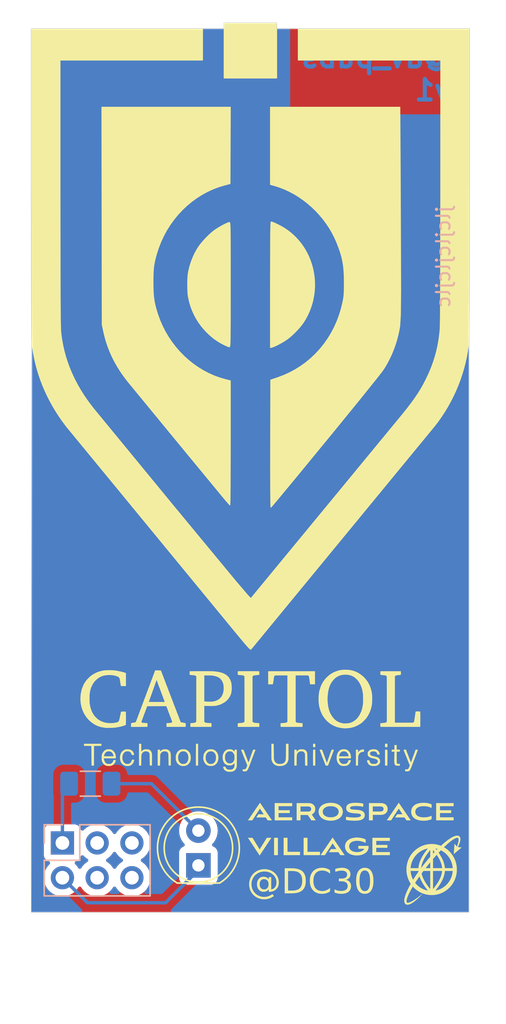
<source format=kicad_pcb>
(kicad_pcb (version 20220621) (generator pcbnew)
  (layers (0 "F.Cu" signal) (31 "B.Cu" signal) (34 "B.Paste" user) (35 "F.Paste" user) (36 "B.SilkS" user "B.Silkscreen") (37 "F.SilkS" user "F.Silkscreen") (38 "B.Mask" user) (39 "F.Mask" user) (44 "Edge.Cuts" user))
  (net 0 "")
  (net 1 "Net-(D1-K)")
  (net 2 "Net-(D1-A)")
  (net 3 "Net-(J1-Pin_1)")
  (footprint "LED_THT:LED_D5.0mm" (layer "F.Cu") (at 74.4 93.27 90)
    (fp_text reference "D1" hide)
    (fp_text value "LED")
  )
  (footprint "Connector_PinHeader_2.54mm:PinHeader_2x03_P2.54mm_Vertical" (layer "B.Cu") (at 64.46 91.63 -90)
    (fp_text reference "J1" hide)
    (fp_text value "Conn_02x03_Counter_Clockwise")
  )
  (footprint "Resistor_SMD:R_1206_3216Metric_Pad1.30x1.75mm_HandSolder" (layer "B.Cu") (at 66.5 87.3 180)
    (fp_text reference "R1" hide)
    (fp_text value "R")
  )
  (gr_poly (pts (xy 75.334267 84.786186) (xy 75.364187 84.786838) (xy 75.389887 84.788071) (xy 75.412095 84.789964) (xy 75.431543 84.792595) (xy 75.44046 84.794212) (xy 75.448961 84.796044) (xy 75.457136 84.798099) (xy 75.465077 84.800388) (xy 75.480621 84.805708) (xy 75.535619 84.826716) (xy 75.554984 84.834447) (xy 75.569636 84.840642) (xy 75.580107 84.845537) (xy 75.586927 84.849367) (xy 75.589135 84.850955) (xy 75.59063 84.852365) (xy 75.591478 84.853625) (xy 75.591746 84.854766) (xy 75.591791 84.855077) (xy 75.591924 84.855434) (xy 75.592144 84.855835) (xy 75.592448 84.856277) (xy 75.592834 84.85676) (xy 75.593299 84.857282) (xy 75.59446 84.858437) (xy 75.595913 84.859729) (xy 75.597641 84.861146) (xy 75.599626 84.862674) (xy 75.60185 84.864301) (xy 75.604296 84.866015) (xy 75.606945 84.867803) (xy 75.609782 84.869652) (xy 75.612787 84.871549) (xy 75.615943 84.873483) (xy 75.619233 84.87544) (xy 75.622638 84.877408) (xy 75.626142 84.879374) (xy 75.634884 84.885018) (xy 75.644978 84.892926) (xy 75.656174 84.9028) (xy 75.668225 84.914343) (xy 75.680883 84.927255) (xy 75.693898 84.941241) (xy 75.707022 84.956002) (xy 75.720007 84.971241) (xy 75.732605 84.986659) (xy 75.744567 85.001959) (xy 75.755644 85.016844) (xy 75.765589 85.031016) (xy 75.774152 85.044177) (xy 75.781087 85.056029) (xy 75.786143 85.066275) (xy 75.787889 85.070703) (xy 75.789073 85.074618) (xy 75.790612 85.080487) (xy 75.792299 85.086171) (xy 75.794079 85.091531) (xy 75.795897 85.096427) (xy 75.797699 85.100721) (xy 75.798576 85.102598) (xy 75.799428 85.104272) (xy 75.800249 85.105726) (xy 75.801031 85.106941) (xy 75.801768 85.107902) (xy 75.802453 85.10859) (xy 75.803682 85.109775) (xy 75.804946 85.11131) (xy 75.807571 85.11541) (xy 75.810316 85.120848) (xy 75.813169 85.127581) (xy 75.816119 85.135567) (xy 75.819155 85.144761) (xy 75.822266 85.155122) (xy 75.825439 85.166607) (xy 75.828664 85.179172) (xy 75.83193 85.192776) (xy 75.835224 85.207375) (xy 75.838535 85.222926) (xy 75.841853 85.239386) (xy 75.845165 85.256714) (xy 75.851728 85.293798) (xy 75.8565 85.323463) (xy 75.860073 85.349043) (xy 75.862475 85.371365) (xy 75.863247 85.381564) (xy 75.863739 85.391259) (xy 75.863954 85.400554) (xy 75.863895 85.409553) (xy 75.863567 85.41836) (xy 75.862974 85.427078) (xy 75.86212 85.43581) (xy 75.861007 85.444661) (xy 75.858025 85.463132) (xy 75.853004 85.491513) (xy 75.847843 85.521849) (xy 75.843149 85.550505) (xy 75.839529 85.573849) (xy 75.837955 85.583667) (xy 75.836155 85.593468) (xy 75.834194 85.602992) (xy 75.832134 85.61198) (xy 75.830037 85.62017) (xy 75.827967 85.627302) (xy 75.825987 85.633115) (xy 75.825051 85.635446) (xy 75.82416 85.63735) (xy 75.822119 85.641484) (xy 75.819525 85.647012) (xy 75.813104 85.661284) (xy 75.805744 85.678243) (xy 75.798295 85.695966) (xy 75.787938 85.720648) (xy 75.778898 85.740966) (xy 75.774648 85.749854) (xy 75.77046 85.758091) (xy 75.766243 85.765822) (xy 75.761908 85.773194) (xy 75.757367 85.780353) (xy 75.752528 85.787445) (xy 75.747304 85.794617) (xy 75.741605 85.802015) (xy 75.73534 85.809786) (xy 75.728422 85.818076) (xy 75.712265 85.836797) (xy 75.70115 85.84891) (xy 75.689035 85.861019) (xy 75.676036 85.873048) (xy 75.662273 85.884921) (xy 75.647863 85.89656) (xy 75.632924 85.907889) (xy 75.617575 85.918832) (xy 75.601932 85.929311) (xy 75.586115 85.939251) (xy 75.570241 85.948574) (xy 75.554428 85.957205) (xy 75.538795 85.965066) (xy 75.523459 85.972081) (xy 75.508539 85.978173) (xy 75.494151 85.983266) (xy 75.480415 85.987282) (xy 75.464251 85.9909) (xy 75.445722 85.994076) (xy 75.4252 85.996807) (xy 75.40306 85.99909) (xy 75.355422 86.002297) (xy 75.305797 86.00367) (xy 75.257176 86.003183) (xy 75.212551 86.000808) (xy 75.19267 85.998904) (xy 75.17491 85.996519) (xy 75.159644 85.993648) (xy 75.147246 85.990288) (xy 75.147246 85.990287) (xy 75.147246 85.990286) (xy 75.147247 85.990286) (xy 75.129924 85.984304) (xy 75.113102 85.978029) (xy 75.096554 85.97136) (xy 75.080051 85.964195) (xy 75.063367 85.95643) (xy 75.046274 85.947965) (xy 75.028545 85.938696) (xy 75.009952 85.928521) (xy 75.001328 85.923375) (xy 74.992549 85.917491) (xy 74.974622 85.903665) (xy 74.956371 85.887342) (xy 74.937997 85.868824) (xy 74.919701 85.848411) (xy 74.901683 85.826404) (xy 74.884143 85.803104) (xy 74.867282 85.778812) (xy 74.851301 85.753828) (xy 74.836399 85.728453) (xy 74.822777 85.702988) (xy 74.810637 85.677734) (xy 74.800177 85.652992) (xy 74.791599 85.629061) (xy 74.785103 85.606244) (xy 74.782698 85.595347) (xy 74.780889 85.58484) (xy 74.779288 85.575013) (xy 74.777397 85.56534) (xy 74.775287 85.55607) (xy 74.773026 85.547451) (xy 74.770685 85.539731) (xy 74.768334 85.533156) (xy 74.767177 85.530376) (xy 74.766042 85.527976) (xy 74.76494 85.525986) (xy 74.763879 85.524437) (xy 74.762576 85.522103) (xy 74.761421 85.518648) (xy 74.759544 85.508616) (xy 74.758225 85.494838) (xy 74.757438 85.477808) (xy 74.757157 85.458021) (xy 74.757359 85.435971) (xy 74.759106 85.387065) (xy 74.760175 85.370586) (xy 74.93166 85.370586) (xy 74.931754 85.39859) (xy 74.932391 85.435897) (xy 74.933487 85.46707) (xy 74.935221 85.493384) (xy 74.936384 85.505116) (xy 74.937774 85.516112) (xy 74.939414 85.52653) (xy 74.941327 85.53653) (xy 74.943535 85.546271) (xy 74.94606 85.555912) (xy 74.948925 85.565613) (xy 74.952153 85.575533) (xy 74.959786 85.596667) (xy 74.966777 85.614318) (xy 74.974132 85.631375) (xy 74.981852 85.64784) (xy 74.989941 85.663714) (xy 74.998399 85.679) (xy 75.007227 85.6937) (xy 75.016428 85.707816) (xy 75.026003 85.721349) (xy 75.035953 85.734304) (xy 75.046281 85.74668) (xy 75.056987 85.758481) (xy 75.068073 85.769709) (xy 75.079542 85.780366) (xy 75.091393 85.790453) (xy 75.10363 85.799974) (xy 75.116253 85.808929) (xy 75.139381 85.824334) (xy 75.149364 85.830615) (xy 75.158642 85.836039) (xy 75.167477 85.840671) (xy 75.17181 85.842711) (xy 75.17613 85.844579) (xy 75.18047 85.846283) (xy 75.184863 85.84783) (xy 75.189341 85.84923) (xy 75.193938 85.850491) (xy 75.198685 85.851621) (xy 75.203616 85.852629) (xy 75.214159 85.85431) (xy 75.225828 85.855602) (xy 75.238886 85.856572) (xy 75.253594 85.857286) (xy 75.270213 85.857812) (xy 75.310233 85.858566) (xy 75.338225 85.858786) (xy 75.361454 85.858378) (xy 75.371619 85.857879) (xy 75.380999 85.857153) (xy 75.389729 85.856176) (xy 75.397942 85.854924) (xy 75.405775 85.853374) (xy 75.413362 85.851501) (xy 75.420839 85.849284) (xy 75.42834 85.846697) (xy 75.436 85.843718) (xy 75.443955 85.840322) (xy 75.461289 85.832188) (xy 75.478228 85.823124) (xy 75.494967 85.812643) (xy 75.511434 85.800836) (xy 75.527558 85.787795) (xy 75.543268 85.77361) (xy 75.558491 85.758373) (xy 75.573156 85.742175) (xy 75.587191 85.725108) (xy 75.600525 85.707263) (xy 75.613087 85.68873) (xy 75.624804 85.669602) (xy 75.635606 85.64997) (xy 75.645421 85.629925) (xy 75.654176 85.609557) (xy 75.661801 85.58896) (xy 75.668224 85.568223) (xy 75.671865 85.553195) (xy 75.675055 85.536017) (xy 75.677791 85.516989) (xy 75.68007 85.496413) (xy 75.681891 85.474592) (xy 75.68325 85.451826) (xy 75.684576 85.404667) (xy 75.684026 85.35735) (xy 75.683042 85.334385) (xy 75.681582 85.312286) (xy 75.679644 85.291354) (xy 75.677224 85.271889) (xy 75.674321 85.254195) (xy 75.670931 85.238573) (xy 75.665001 85.216074) (xy 75.659008 85.19559) (xy 75.652983 85.177196) (xy 75.646954 85.160966) (xy 75.643947 85.153686) (xy 75.640951 85.146974) (xy 75.637969 85.140841) (xy 75.635004 85.135296) (xy 75.632061 85.130347) (xy 75.629143 85.126004) (xy 75.626253 85.122277) (xy 75.623396 85.119174) (xy 75.6227 85.118408) (xy 75.621735 85.117217) (xy 75.619064 85.113663) (xy 75.615524 85.108713) (xy 75.611253 85.102569) (xy 75.606389 85.095432) (xy 75.601071 85.087503) (xy 75.595437 85.078983) (xy 75.589626 85.070075) (xy 75.583725 85.061533) (xy 75.577079 85.052953) (xy 75.569737 85.044372) (xy 75.561749 85.035827) (xy 75.553164 85.027357) (xy 75.544029 85.018998) (xy 75.534395 85.01079) (xy 75.52431 85.002768) (xy 75.513822 84.994971) (xy 75.502982 84.987437) (xy 75.491838 84.980203) (xy 75.480438 84.973306) (xy 75.468833 84.966784) (xy 75.457069 84.960676) (xy 75.445198 84.955017) (xy 75.433267 84.949847) (xy 75.421454 84.945739) (xy 75.407778 84.94229) (xy 75.392499 84.939491) (xy 75.375874 84.937335) (xy 75.358164 84.935813) (xy 75.339626 84.934916) (xy 75.320519 84.934636) (xy 75.301103 84.934966) (xy 75.281635 84.935895) (xy 75.262376 84.937417) (xy 75.243582 84.939523) (xy 75.225514 84.942203) (xy 75.208431 84.945451) (xy 75.19259 84.949257) (xy 75.17825 84.953614) (xy 75.165672 84.958512) (xy 75.155786 84.963389) (xy 75.144798 84.96965) (xy 75.132947 84.977093) (xy 75.120473 84.985518) (xy 75.107618 84.99472) (xy 75.09462 85.0045) (xy 75.08172 85.014655) (xy 75.069159 85.024984) (xy 75.057176 85.035284) (xy 75.046011 85.045353) (xy 75.035905 85.05499) (xy 75.027098 85.063993) (xy 75.019831 85.072161) (xy 75.014342 85.07929) (xy 75.010873 85.08518) (xy 75.00997 85.087597) (xy 75.009663 85.089629) (xy 75.009645 85.090153) (xy 75.009592 85.090707) (xy 75.009383 85.091895) (xy 75.009043 85.093181) (xy 75.00858 85.094551) (xy 75.008001 85.095995) (xy 75.007311 85.0975) (xy 75.00652 85.099053) (xy 75.005633 85.100644) (xy 75.004657 85.102259) (xy 75.0036 85.103887) (xy 75.002469 85.105515) (xy 75.00127 85.107131) (xy 75.000012 85.108724) (xy 74.998699 85.110281) (xy 74.997341 85.11179) (xy 74.995944 85.113238) (xy 74.994474 85.114877) (xy 74.992903 85.116941) (xy 74.991246 85.119401) (xy 74.989517 85.122225) (xy 74.987729 85.125383) (xy 74.985897 85.128844) (xy 74.984036 85.132577) (xy 74.982158 85.136551) (xy 74.98028 85.140736) (xy 74.978414 85.145101) (xy 74.976574 85.149614) (xy 74.974776 85.154246) (xy 74.973034 85.158965) (xy 74.97136 85.16374) (xy 74.96977 85.168541) (xy 74.968279 85.173337) (xy 74.965232 85.183172) (xy 74.961915 85.193351) (xy 74.958435 85.203577) (xy 74.954898 85.213558) (xy 74.95141 85.222998) (xy 74.948079 85.231604) (xy 74.94501 85.23908) (xy 74.94231 85.245132) (xy 74.940995 85.248522) (xy 74.939752 85.252952) (xy 74.938585 85.258374) (xy 74.937497 85.264744) (xy 74.936492 85.272016) (xy 74.935572 85.280145) (xy 74.93474 85.289086) (xy 74.934 85.298793) (xy 74.932808 85.320324) (xy 74.932019 85.344376) (xy 74.93166 85.370586) (xy 74.760175 85.370586) (xy 74.76248 85.335048) (xy 74.767278 85.283879) (xy 74.770149 85.259849) (xy 74.7733 85.237517) (xy 74.776708 85.217376) (xy 74.780346 85.199921) (xy 74.784405 85.184315) (xy 74.789406 85.167823) (xy 74.795154 85.150944) (xy 74.801451 85.134177) (xy 74.808101 85.118021) (xy 74.814909 85.102975) (xy 74.821677 85.08954) (xy 74.824986 85.083581) (xy 74.828211 85.078213) (xy 74.834475 85.068115) (xy 74.840472 85.0582) (xy 74.846061 85.048721) (xy 74.851098 85.03993) (xy 74.855443 85.032079) (xy 74.858951 85.025421) (xy 74.861482 85.020209) (xy 74.862893 85.016693) (xy 74.863612 85.015083) (xy 74.864942 85.012861) (xy 74.866851 85.010068) (xy 74.869303 85.006743) (xy 74.872266 85.002925) (xy 74.875705 84.998654) (xy 74.883877 84.98891) (xy 74.89355 84.977826) (xy 74.904451 84.965719) (xy 74.916311 84.952903) (xy 74.928859 84.939696) (xy 74.941052 84.927297) (xy 74.953182 84.915492) (xy 74.965237 84.904289) (xy 74.977207 84.893696) (xy 74.989081 84.883719) (xy 75.000847 84.874367) (xy 75.012496 84.865647) (xy 75.024015 84.857565) (xy 75.035394 84.85013) (xy 75.046622 84.843349) (xy 75.057688 84.83723) (xy 75.068581 84.831779) (xy 75.07929 84.827005) (xy 75.089804 84.822914) (xy 75.100113 84.819514) (xy 75.110204 84.816813) (xy 75.113514 84.815992) (xy 75.11688 84.815076) (xy 75.123682 84.813001) (xy 75.130421 84.810665) (xy 75.136907 84.808147) (xy 75.14295 84.805524) (xy 75.145746 84.804197) (xy 75.148361 84.802874) (xy 75.150769 84.801563) (xy 75.152948 84.800276) (xy 75.154874 84.79902) (xy 75.156522 84.797806) (xy 75.157477 84.79717) (xy 75.158716 84.796547) (xy 75.16202 84.79534) (xy 75.166389 84.794188) (xy 75.171778 84.793097) (xy 75.178141 84.792069) (xy 75.185433 84.791109) (xy 75.193607 84.79022) (xy 75.202619 84.789406) (xy 75.222973 84.788017) (xy 75.246131 84.786972) (xy 75.271727 84.786302) (xy 75.299397 84.786037)) (stroke (width 0.005)) (fill solid) (layer "F.SilkS"))
  (gr_poly (pts (xy 93.050709 88.937595) (xy 92.055347 88.937595) (xy 92.055347 89.24266) (xy 92.870527 89.24266) (xy 92.870527 89.440304) (xy 92.055347 89.440304) (xy 92.055347 89.76045) (xy 93.050709 89.76045) (xy 93.050709 89.975556) (xy 91.782562 89.975556) (xy 91.782562 88.720108) (xy 93.050709 88.720108)) (stroke (width 0.01)) (fill solid) (layer "F.SilkS"))
  (gr_poly (pts (xy 85.92277 88.700427) (xy 85.969673 88.701658) (xy 86.015729 88.703615) (xy 86.060746 88.706221) (xy 86.146902 88.713073) (xy 86.226611 88.721596) (xy 86.298346 88.731173) (xy 86.360577 88.741188) (xy 86.411776 88.751022) (xy 86.450415 88.76006) (xy 86.43798 88.987602) (xy 86.392812 88.975677) (xy 86.341895 88.964488) (xy 86.28531 88.954297) (xy 86.223139 88.945368) (xy 86.15546 88.937964) (xy 86.082355 88.932349) (xy 86.003905 88.928787) (xy 85.92019 88.927541) (xy 85.878942 88.927853) (xy 85.837968 88.928861) (xy 85.797597 88.930668) (xy 85.758158 88.933383) (xy 85.719981 88.937109) (xy 85.683395 88.941954) (xy 85.64873 88.948023) (xy 85.632221 88.95155) (xy 85.616316 88.955422) (xy 85.601055 88.959653) (xy 85.586481 88.964256) (xy 85.572634 88.969244) (xy 85.559555 88.974631) (xy 85.547286 88.98043) (xy 85.535868 88.986654) (xy 85.525342 88.993316) (xy 85.515749 89.00043) (xy 85.50713 89.008008) (xy 85.499527 89.016064) (xy 85.492981 89.024612) (xy 85.487532 89.033663) (xy 85.483223 89.043233) (xy 85.480094 89.053333) (xy 85.478186 89.063977) (xy 85.477541 89.075179) (xy 85.477543 89.075179) (xy 85.480628 89.097907) (xy 85.489621 89.117507) (xy 85.504129 89.13425) (xy 85.523756 89.148408) (xy 85.54811 89.160253) (xy 85.576797 89.170054) (xy 85.609421 89.178085) (xy 85.645591 89.184617) (xy 85.726987 89.194268) (xy 85.817834 89.20118) (xy 86.015276 89.215474) (xy 86.115568 89.2272) (xy 86.212705 89.244874) (xy 86.259106 89.25662) (xy 86.303537 89.270668) (xy 86.345603 89.287289) (xy 86.384911 89.306755) (xy 86.421067 89.329337) (xy 86.453677 89.355307) (xy 86.482347 89.384935) (xy 86.506683 89.418494) (xy 86.526291 89.456255) (xy 86.540778 89.49849) (xy 86.549749 89.54547) (xy 86.55281 89.597466) (xy 86.55173 89.62921) (xy 86.54854 89.659282) (xy 86.54331 89.687726) (xy 86.536114 89.714587) (xy 86.527021 89.739907) (xy 86.516106 89.763729) (xy 86.503438 89.786098) (xy 86.489091 89.807058) (xy 86.473135 89.82665) (xy 86.455644 89.844919) (xy 86.436688 89.861909) (xy 86.416339 89.877663) (xy 86.39467 89.892224) (xy 86.371752 89.905636) (xy 86.322457 89.929188) (xy 86.269029 89.948665) (xy 86.212043 89.964415) (xy 86.152073 89.976788) (xy 86.089694 89.986131) (xy 86.025482 89.992792) (xy 85.96001 89.997118) (xy 85.893854 89.999459) (xy 85.827588 90.000162) (xy 85.745902 89.999246) (xy 85.662802 89.996553) (xy 85.579231 89.992167) (xy 85.496131 89.986172) (xy 85.414445 89.978652) (xy 85.335115 89.969689) (xy 85.259085 89.959369) (xy 85.187296 89.947774) (xy 85.19735 89.720233) (xy 85.270945 89.732598) (xy 85.343793 89.743305) (xy 85.416336 89.752356) (xy 85.48902 89.759755) (xy 85.562286 89.765504) (xy 85.636578 89.769607) (xy 85.712341 89.772066) (xy 85.790016 89.772885) (xy 85.838436 89.772513) (xy 85.88596 89.771325) (xy 85.93228 89.769212) (xy 85.977089 89.766064) (xy 86.020079 89.761771) (xy 86.060944 89.756225) (xy 86.099375 89.749317) (xy 86.117582 89.745318) (xy 86.135066 89.740936) (xy 86.151788 89.73616) (xy 86.167709 89.730975) (xy 86.182791 89.725367) (xy 86.196997 89.719322) (xy 86.210286 89.712828) (xy 86.222622 89.70587) (xy 86.233965 89.698435) (xy 86.244277 89.690509) (xy 86.25352 89.682078) (xy 86.261655 89.673129) (xy 86.268644 89.663648) (xy 86.274448 89.653621) (xy 86.279029 89.643035) (xy 86.282349 89.631876) (xy 86.28437 89.620131) (xy 86.285052 89.607785) (xy 86.28196 89.583043) (xy 86.272949 89.561614) (xy 86.258413 89.543221) (xy 86.238746 89.527588) (xy 86.214344 89.514437) (xy 86.185601 89.503491) (xy 86.152911 89.494473) (xy 86.116669 89.487106) (xy 86.035109 89.476217) (xy 85.944077 89.468607) (xy 85.746227 89.45436) (xy 85.645724 89.443289) (xy 85.548377 89.426631) (xy 85.501875 89.415514) (xy 85.457346 89.402169) (xy 85.415184 89.38632) (xy 85.375785 89.367688) (xy 85.339544 89.345997) (xy 85.306854 89.32097) (xy 85.27811 89.29233) (xy 85.253708 89.2598) (xy 85.234041 89.223102) (xy 85.219505 89.181959) (xy 85.210494 89.136095) (xy 85.207403 89.085233) (xy 85.208516 89.054191) (xy 85.211798 89.024834) (xy 85.217158 88.997116) (xy 85.224508 88.97099) (xy 85.233757 88.946411) (xy 85.244817 88.923332) (xy 85.257598 88.901709) (xy 85.272011 88.881495) (xy 85.287966 88.862645) (xy 85.305375 88.845113) (xy 85.324147 88.828852) (xy 85.344194 88.813817) (xy 85.365427 88.799962) (xy 85.387755 88.787242) (xy 85.435341 88.765021) (xy 85.486239 88.746787) (xy 85.539734 88.732174) (xy 85.595111 88.720815) (xy 85.651655 88.712344) (xy 85.708651 88.706393) (xy 85.765386 88.702597) (xy 85.821144 88.700588) (xy 85.875211 88.7)) (stroke (width 0.01)) (fill solid) (layer "F.SilkS"))
  (gr_poly (pts (xy 75.311508 79.081018) (xy 75.470781 79.087013) (xy 75.603833 79.096793) (xy 75.724431 79.1111) (xy 75.846339 79.130679) (xy 75.983326 79.156271) (xy 75.990983 79.15788) (xy 75.998544 79.159709) (xy 76.005813 79.161694) (xy 76.012595 79.163772) (xy 76.018696 79.16588) (xy 76.023919 79.167953) (xy 76.02614 79.168957) (xy 76.028069 79.169929) (xy 76.029681 79.17086) (xy 76.030951 79.171744) (xy 76.032249 79.17263) (xy 76.033941 79.173569) (xy 76.036001 79.174554) (xy 76.038401 79.175576) (xy 76.041114 79.176626) (xy 76.044113 79.177698) (xy 76.047371 79.178781) (xy 76.050861 79.179869) (xy 76.054555 79.180953) (xy 76.058427 79.182025) (xy 76.066595 79.184099) (xy 76.075148 79.186026) (xy 76.0795 79.186914) (xy 76.083868 79.187741) (xy 76.093236 79.189671) (xy 76.103645 79.192215) (xy 76.11475 79.195266) (xy 76.126201 79.198713) (xy 76.137652 79.202448) (xy 76.148757 79.206362) (xy 76.159166 79.210347) (xy 76.168534 79.214292) (xy 76.177578 79.218235) (xy 76.187059 79.22221) (xy 76.196695 79.22611) (xy 76.206204 79.229826) (xy 76.215304 79.23325) (xy 76.223712 79.236274) (xy 76.231147 79.238789) (xy 76.237326 79.240688) (xy 76.240167 79.241558) (xy 76.243214 79.242605) (xy 76.24644 79.243814) (xy 76.249816 79.245173) (xy 76.256907 79.248282) (xy 76.264264 79.251818) (xy 76.271663 79.25567) (xy 76.278881 79.259726) (xy 76.285693 79.263873) (xy 76.288877 79.265946) (xy 76.291876 79.268) (xy 76.294798 79.270014) (xy 76.297756 79.271973) (xy 76.303699 79.275679) (xy 76.309542 79.279038) (xy 76.315123 79.281968) (xy 76.317764 79.283247) (xy 76.320278 79.284388) (xy 76.322646 79.285381) (xy 76.324845 79.286217) (xy 76.326858 79.286885) (xy 76.328662 79.287374) (xy 76.330238 79.287675) (xy 76.331564 79.287778) (xy 76.332159 79.287792) (xy 76.332746 79.287833) (xy 76.333324 79.2879) (xy 76.333894 79.287994) (xy 76.334453 79.288112) (xy 76.335003 79.288256) (xy 76.335541 79.288423) (xy 76.336067 79.288613) (xy 76.33658 79.288825) (xy 76.33708 79.28906) (xy 76.337565 79.289316) (xy 76.338036 79.289592) (xy 76.338491 79.289887) (xy 76.338929 79.290202) (xy 76.33935 79.290536) (xy 76.339754 79.290887) (xy 76.340138 79.291255) (xy 76.340503 79.291639) (xy 76.340848 79.292039) (xy 76.341172 79.292454) (xy 76.341475 79.292884) (xy 76.341755 79.293327) (xy 76.342012 79.293783) (xy 76.342245 79.294252) (xy 76.342453 79.294732) (xy 76.342636 79.295223) (xy 76.342793 79.295724) (xy 76.342923 79.296235) (xy 76.343025 79.296755) (xy 76.343099 79.297283) (xy 76.343144 79.297819) (xy 76.34316 79.298361) (xy 76.343178 79.298904) (xy 76.343231 79.299439) (xy 76.34332 79.299967) (xy 76.343442 79.300487) (xy 76.343597 79.300998) (xy 76.343784 79.301499) (xy 76.344002 79.30199) (xy 76.344251 79.30247) (xy 76.344528 79.302939) (xy 76.344835 79.303395) (xy 76.345169 79.303838) (xy 76.345529 79.304268) (xy 76.345916 79.304683) (xy 76.346327 79.305083) (xy 76.346762 79.305468) (xy 76.347221 79.305836) (xy 76.347702 79.306187) (xy 76.348204 79.30652) (xy 76.348727 79.306835) (xy 76.349269 79.307131) (xy 76.34983 79.307407) (xy 76.350409 79.307662) (xy 76.351005 79.307897) (xy 76.351617 79.30811) (xy 76.352244 79.3083) (xy 76.352886 79.308467) (xy 76.353541 79.30861) (xy 76.354208 79.308729) (xy 76.354887 79.308822) (xy 76.355577 79.30889) (xy 76.356277 79.308931) (xy 76.356986 79.308945) (xy 76.361767 79.309483) (xy 76.367448 79.311062) (xy 76.373965 79.313623) (xy 76.381256 79.317112) (xy 76.397903 79.326647) (xy 76.416885 79.339216) (xy 76.437695 79.35437) (xy 76.459828 79.371657) (xy 76.482776 79.39063) (xy 76.506036 79.410836) (xy 76.5291 79.431827) (xy 76.551462 79.453154) (xy 76.572618 79.474364) (xy 76.592061 79.49501) (xy 76.609285 79.514641) (xy 76.623785 79.532807) (xy 76.635053 79.549058) (xy 76.639318 79.556325) (xy 76.642586 79.562945) (xy 76.645169 79.568584) (xy 76.648073 79.574471) (xy 76.6512 79.580432) (xy 76.654451 79.586294) (xy 76.657727 79.591883) (xy 76.660929 79.597026) (xy 76.663957 79.601549) (xy 76.666714 79.605278) (xy 76.672068 79.612682) (xy 76.678209 79.622266) (xy 76.685006 79.633752) (xy 76.692327 79.646864) (xy 76.708015 79.676851) (xy 76.724221 79.710008) (xy 76.739895 79.744117) (xy 76.753984 79.776958) (xy 76.765435 79.80631) (xy 76.769843 79.818985) (xy 76.773198 79.829956) (xy 76.803565 79.938653) (xy 76.805143 79.945004) (xy 76.806797 79.953063) (xy 76.810282 79.973813) (xy 76.813911 79.999928) (xy 76.817573 80.03043) (xy 76.821159 80.064343) (xy 76.824559 80.100689) (xy 76.827662 80.138493) (xy 76.83036 80.176778) (xy 76.833591 80.230332) (xy 76.835799 80.276148) (xy 76.836959 80.316112) (xy 76.837044 80.352114) (xy 76.836031 80.386044) (xy 76.833895 80.419788) (xy 76.830609 80.455236) (xy 76.82615 80.494278) (xy 76.813754 80.5912) (xy 76.808607 80.626863) (xy 76.803957 80.65513) (xy 76.799651 80.676849) (xy 76.795537 80.692873) (xy 76.791464 80.704052) (xy 76.789394 80.70809) (xy 76.787277 80.711236) (xy 76.786392 80.712521) (xy 76.785457 80.714174) (xy 76.784478 80.716171) (xy 76.783465 80.718486) (xy 76.782425 80.721092) (xy 76.781366 80.723964) (xy 76.780297 80.727077) (xy 76.779225 80.730403) (xy 76.778159 80.733918) (xy 76.777107 80.737595) (xy 76.775075 80.745333) (xy 76.774112 80.749343) (xy 76.773195 80.753412) (xy 76.772333 80.757514) (xy 76.771532 80.761624) (xy 76.769846 80.769738) (xy 76.767903 80.777537) (xy 76.765772 80.784833) (xy 76.763522 80.791439) (xy 76.762374 80.794425) (xy 76.761222 80.797169) (xy 76.760074 80.799647) (xy 76.75894 80.801835) (xy 76.757828 80.803711) (xy 76.756746 80.80525) (xy 76.755704 80.80643) (xy 76.754709 80.807228) (xy 76.754228 80.807552) (xy 76.753753 80.807925) (xy 76.753285 80.808346) (xy 76.752824 80.808812) (xy 76.752371 80.809322) (xy 76.751927 80.809875) (xy 76.751492 80.810468) (xy 76.751066 80.8111) (xy 76.750246 80.812475) (xy 76.749473 80.813985) (xy 76.74875 80.815617) (xy 76.748083 80.817358) (xy 76.747476 80.819193) (xy 76.746935 80.82111) (xy 76.746463 80.823096) (xy 76.746067 80.825135) (xy 76.74575 80.827216) (xy 76.745518 80.829324) (xy 76.745375 80.831447) (xy 76.745326 80.833569) (xy 76.745285 80.835662) (xy 76.745164 80.837696) (xy 76.744968 80.839662) (xy 76.7447 80.841547) (xy 76.744365 80.843343) (xy 76.743966 80.845038) (xy 76.743508 80.846622) (xy 76.742995 80.848084) (xy 76.74243 80.849415) (xy 76.741819 80.850602) (xy 76.741164 80.851636) (xy 76.740471 80.852506) (xy 76.739742 80.853201) (xy 76.739366 80.853481) (xy 76.738983 80.853712) (xy 76.738593 80.853895) (xy 76.738197 80.854027) (xy 76.737796 80.854108) (xy 76.737389 80.854136) (xy 76.736942 80.854227) (xy 76.736421 80.854495) (xy 76.73583 80.854935) (xy 76.735169 80.855544) (xy 76.733652 80.857248) (xy 76.731891 80.859571) (xy 76.729903 80.862478) (xy 76.727711 80.865935) (xy 76.725332 80.869905) (xy 76.722788 80.874353) (xy 76.720097 80.879245) (xy 76.71728 80.884544) (xy 76.714357 80.890216) (xy 76.711346 80.896225) (xy 76.708269 80.902536) (xy 76.705143 80.909114) (xy 76.701991 80.915923) (xy 76.698831 80.922928) (xy 76.692529 80.936742) (xy 76.68636 80.949629) (xy 76.680478 80.961307) (xy 76.67504 80.971494) (xy 76.670202 80.979909) (xy 76.666118 80.986268) (xy 76.664409 80.988589) (xy 76.662946 80.990291) (xy 76.661751 80.991337) (xy 76.661259 80.991604) (xy 76.660841 80.991694) (xy 76.660449 80.991726) (xy 76.660034 80.99182) (xy 76.659595 80.991975) (xy 76.659136 80.99219) (xy 76.658656 80.992462) (xy 76.658157 80.992791) (xy 76.657641 80.993174) (xy 76.657108 80.99361) (xy 76.656559 80.994098) (xy 76.655997 80.994636) (xy 76.654833 80.995856) (xy 76.653627 80.997257) (xy 76.652388 80.998827) (xy 76.651125 81.000553) (xy 76.649848 81.002424) (xy 76.648565 81.004426) (xy 76.647287 81.006547) (xy 76.646023 81.008775) (xy 76.644783 81.011098) (xy 76.643576 81.013502) (xy 76.64241 81.015975) (xy 76.636938 81.026274) (xy 76.628945 81.038883) (xy 76.618722 81.053475) (xy 76.606558 81.069721) (xy 76.592741 81.087295) (xy 76.57756 81.105867) (xy 76.544267 81.144699) (xy 76.508992 81.183593) (xy 76.474046 81.219929) (xy 76.457421 81.236318) (xy 76.441745 81.251084) (xy 76.427309 81.263899) (xy 76.414401 81.274435) (xy 76.377881 81.302459) (xy 76.347957 81.324999) (xy 76.322819 81.343243) (xy 76.300657 81.358381) (xy 76.279662 81.371602) (xy 76.258023 81.384096) (xy 76.233931 81.397051) (xy 76.205576 81.411658) (xy 76.174339 81.427824) (xy 76.147963 81.441967) (xy 76.137467 81.447804) (xy 76.129227 81.452564) (xy 76.123592 81.456056) (xy 76.120909 81.458091) (xy 76.117957 81.460719) (xy 76.113322 81.463897) (xy 76.107206 81.467536) (xy 76.099815 81.471549) (xy 76.09135 81.475846) (xy 76.082018 81.480341) (xy 76.06156 81.489566) (xy 76.040072 81.498519) (xy 76.019182 81.506492) (xy 76.009471 81.509892) (xy 76.000521 81.512781) (xy 75.992535 81.515073) (xy 75.985718 81.516679) (xy 75.98224 81.517416) (xy 75.978859 81.518215) (xy 75.975594 81.519067) (xy 75.972461 81.519966) (xy 75.969478 81.520903) (xy 75.966663 81.521871) (xy 75.964033 81.522862) (xy 75.961605 81.523868) (xy 75.959398 81.524883) (xy 75.957428 81.525898) (xy 75.955713 81.526905) (xy 75.95427 81.527898) (xy 75.953118 81.528868) (xy 75.952273 81.529808) (xy 75.951753 81.53071) (xy 75.951621 81.531144) (xy 75.951576 81.531566) (xy 75.951538 81.531987) (xy 75.951425 81.532417) (xy 75.951239 81.532855) (xy 75.950982 81.533302) (xy 75.950656 81.533755) (xy 75.950262 81.534214) (xy 75.949803 81.534679) (xy 75.94928 81.535148) (xy 75.948695 81.53562) (xy 75.94805 81.536095) (xy 75.947347 81.536571) (xy 75.946588 81.537048) (xy 75.945775 81.537525) (xy 75.944909 81.538) (xy 75.943027 81.538945) (xy 75.940957 81.539875) (xy 75.938715 81.540783) (xy 75.936315 81.541661) (xy 75.933772 81.542504) (xy 75.931102 81.543304) (xy 75.928318 81.544053) (xy 75.925436 81.544744) (xy 75.922472 81.545372) (xy 75.905743 81.548951) (xy 75.881709 81.554448) (xy 75.853583 81.561116) (xy 75.824576 81.568203) (xy 75.755916 81.584932) (xy 75.726068 81.59177) (xy 75.698226 81.59768) (xy 75.671656 81.602729) (xy 75.645623 81.606987) (xy 75.619392 81.61052) (xy 75.592227 81.613397) (xy 75.563393 81.615685) (xy 75.532155 81.617452) (xy 75.497778 81.618766) (xy 75.459527 81.619694) (xy 75.368461 81.620667) (xy 75.253076 81.620911) (xy 75.120084 81.620355) (xy 75.004417 81.618708) (xy 74.918492 81.616229) (xy 74.890561 81.614757) (xy 74.874722 81.613174) (xy 74.829743 81.605278) (xy 74.829743 82.766447) (xy 74.867294 82.805113) (xy 74.872465 82.810332) (xy 74.877426 82.81511) (xy 74.882201 82.819462) (xy 74.886817 82.823402) (xy 74.891303 82.826945) (xy 74.895683 82.830105) (xy 74.899986 82.832896) (xy 74.904237 82.835332) (xy 74.908464 82.837429) (xy 74.912693 82.839199) (xy 74.916951 82.840658) (xy 74.921265 82.841819) (xy 74.925662 82.842698) (xy 74.930167 82.843308) (xy 74.934809 82.843663) (xy 74.939613 82.843778) (xy 74.946738 82.843918) (xy 74.953654 82.844319) (xy 74.960193 82.844953) (xy 74.966183 82.845793) (xy 74.968919 82.84628) (xy 74.971454 82.846809) (xy 74.973766 82.847374) (xy 74.975834 82.847974) (xy 74.977637 82.848603) (xy 74.979153 82.849259) (xy 74.980362 82.849939) (xy 74.981241 82.850638) (xy 74.98194 82.851285) (xy 74.982733 82.851901) (xy 74.983652 82.852491) (xy 74.984728 82.853055) (xy 74.985994 82.853598) (xy 74.98748 82.854121) (xy 74.989219 82.854628) (xy 74.991243 82.855121) (xy 74.993583 82.855602) (xy 74.99627 82.856075) (xy 74.999337 82.856541) (xy 75.002816 82.857004) (xy 75.006738 82.857467) (xy 75.011134 82.857932) (xy 75.021479 82.858878) (xy 75.034104 82.859864) (xy 75.049262 82.860911) (xy 75.067209 82.862041) (xy 75.088198 82.863276) (xy 75.140317 82.866142) (xy 75.20765 82.869681) (xy 75.255019 82.872579) (xy 75.29631 82.875912) (xy 75.313289 82.877613) (xy 75.327084 82.879268) (xy 75.33714 82.880826) (xy 75.342903 82.882234) (xy 75.34419 82.882788) (xy 75.345407 82.883444) (xy 75.346557 82.884216) (xy 75.347641 82.885116) (xy 75.34866 82.88616) (xy 75.349615 82.887358) (xy 75.350508 82.888726) (xy 75.35134 82.890277) (xy 75.352113 82.892023) (xy 75.352827 82.893979) (xy 75.353485 82.896157) (xy 75.354087 82.898571) (xy 75.354635 82.901235) (xy 75.35513 82.904161) (xy 75.355574 82.907364) (xy 75.355968 82.910856) (xy 75.356314 82.914651) (xy 75.356612 82.918762) (xy 75.356864 82.923203) (xy 75.357072 82.927986) (xy 75.357358 82.938636) (xy 75.357483 82.950818) (xy 75.357457 82.96464) (xy 75.35729 82.980208) (xy 75.356994 82.997629) (xy 75.356579 83.01701) (xy 75.353618 83.145403) (xy 74.590805 83.148119) (xy 74.049976 83.147941) (xy 73.883825 83.146258) (xy 73.820867 83.143709) (xy 73.820868 83.143708) (xy 73.820869 83.143708) (xy 73.82087 83.143708) (xy 73.82087 83.143707) (xy 73.819909 83.142037) (xy 73.819021 83.139082) (xy 73.817464 83.129661) (xy 73.816192 83.116136) (xy 73.815201 83.099198) (xy 73.814036 83.057854) (xy 73.813923 83.011163) (xy 73.814815 82.964658) (xy 73.816667 82.923873) (xy 73.817937 82.907356) (xy 73.819431 82.894343) (xy 73.821141 82.885528) (xy 73.822075 82.882911) (xy 73.823061 82.881602) (xy 73.824497 82.880985) (xy 73.826849 82.880324) (xy 73.830062 82.879625) (xy 73.834085 82.878894) (xy 73.844349 82.877361) (xy 73.857215 82.875774) (xy 73.872262 82.87418) (xy 73.889065 82.872629) (xy 73.907202 82.871167) (xy 73.926249 82.869844) (xy 73.99089 82.864958) (xy 74.019488 82.862146) (xy 74.045778 82.85904) (xy 74.069891 82.855603) (xy 74.091958 82.8518) (xy 74.112109 82.847592) (xy 74.130475 82.842945) (xy 74.147185 82.837822) (xy 74.162372 82.832186) (xy 74.176164 82.826002) (xy 74.188694 82.819232) (xy 74.20009 82.81184) (xy 74.210485 82.803791) (xy 74.220008 82.795047) (xy 74.22879 82.785573) (xy 74.230337 82.783417) (xy 74.231795 82.780499) (xy 74.233166 82.776571) (xy 74.234452 82.771386) (xy 74.235657 82.764698) (xy 74.236782 82.756259) (xy 74.237832 82.745822) (xy 74.238808 82.73314) (xy 74.240551 82.700053) (xy 74.242033 82.655021) (xy 74.243275 82.596069) (xy 74.244301 82.521218) (xy 74.245131 82.428493) (xy 74.245787 82.315917) (xy 74.246668 82.023306) (xy 74.247117 81.627572) (xy 74.247244 81.288027) (xy 74.829746 81.288027) (xy 74.885308 81.289082) (xy 74.89701 81.289467) (xy 74.90897 81.290161) (xy 74.920853 81.291124) (xy 74.932322 81.292317) (xy 74.94304 81.293701) (xy 74.952672 81.295238) (xy 74.96088 81.296887) (xy 74.964346 81.297742) (xy 74.96733 81.298611) (xy 74.978462 81.30073) (xy 74.997082 81.302579) (xy 75.052566 81.305461) (xy 75.125337 81.307246) (xy 75.20695 81.307922) (xy 75.288961 81.307477) (xy 75.362925 81.305899) (xy 75.420398 81.303176) (xy 75.440311 81.301381) (xy 75.452935 81.299296) (xy 75.474475 81.294009) (xy 75.504833 81.286932) (xy 75.539976 81.27899) (xy 75.575871 81.271106) (xy 75.610207 81.263305) (xy 75.641107 81.255587) (xy 75.654211 81.252038) (xy 75.665186 81.248843) (xy 75.67361 81.246114) (xy 75.679058 81.243962) (xy 75.698314 81.234602) (xy 75.718602 81.224527) (xy 75.720807 81.223449) (xy 75.723074 81.222401) (xy 75.727727 81.220418) (xy 75.732425 81.218621) (xy 75.737032 81.217053) (xy 75.74141 81.215758) (xy 75.743472 81.215226) (xy 75.745425 81.214779) (xy 75.747254 81.214422) (xy 75.74894 81.21416) (xy 75.750468 81.213999) (xy 75.751819 81.213944) (xy 75.754074 81.213609) (xy 75.757168 81.212628) (xy 75.765665 81.208866) (xy 75.776897 81.202938) (xy 75.790453 81.195124) (xy 75.822888 81.174956) (xy 75.859674 81.150598) (xy 75.897515 81.124289) (xy 75.933117 81.098265) (xy 75.949048 81.086059) (xy 75.963183 81.074764) (xy 75.975111 81.064659) (xy 75.984419 81.056023) (xy 75.993794 81.046457) (xy 76.003698 81.035883) (xy 76.024471 81.012512) (xy 76.045485 80.98752) (xy 76.065488 80.962512) (xy 76.083227 80.939098) (xy 76.097449 80.918882) (xy 76.102849 80.910477) (xy 76.106901 80.903475) (xy 76.109446 80.898076) (xy 76.110105 80.89604) (xy 76.11033 80.894481) (xy 76.110431 80.893251) (xy 76.110728 80.89177) (xy 76.111211 80.890056) (xy 76.11187 80.888131) (xy 76.112694 80.886015) (xy 76.113675 80.883726) (xy 76.114801 80.881285) (xy 76.116063 80.878711) (xy 76.117451 80.876025) (xy 76.118954 80.873247) (xy 76.120563 80.870396) (xy 76.122268 80.867492) (xy 76.124059 80.864555) (xy 76.125926 80.861605) (xy 76.127858 80.858661) (xy 76.129846 80.855744) (xy 76.131936 80.85258) (xy 76.134168 80.848913) (xy 76.136521 80.844786) (xy 76.138976 80.840244) (xy 76.144108 80.83009) (xy 76.149405 80.818805) (xy 76.154706 80.806745) (xy 76.15985 80.794262) (xy 76.164676 80.78171) (xy 76.169023 80.769443) (xy 76.173145 80.757545) (xy 76.177323 80.746049) (xy 76.181443 80.735234) (xy 76.18539 80.725381) (xy 76.189047 80.716769) (xy 76.1923 80.709678) (xy 76.195033 80.704389) (xy 76.196169 80.702507) (xy 76.197131 80.701181) (xy 76.197992 80.700014) (xy 76.198828 80.6986) (xy 76.199636 80.696957) (xy 76.200412 80.695106) (xy 76.20115 80.693065) (xy 76.201846 80.690854) (xy 76.202497 80.688492) (xy 76.203098 80.685997) (xy 76.203644 80.683391) (xy 76.204132 80.680691) (xy 76.204556 80.677917) (xy 76.204913 80.675088) (xy 76.205198 80.672224) (xy 76.205407 80.669343) (xy 76.205536 80.666466) (xy 76.205579 80.66361) (xy 76.205629 80.660755) (xy 76.205775 80.657878) (xy 76.206011 80.654997) (xy 76.206334 80.652133) (xy 76.206739 80.649304) (xy 76.207219 80.64653) (xy 76.207771 80.64383) (xy 76.20839 80.641223) (xy 76.20907 80.638729) (xy 76.209807 80.636367) (xy 76.210596 80.634155) (xy 76.211432 80.632115) (xy 76.21231 80.630263) (xy 76.213225 80.628621) (xy 76.214172 80.627206) (xy 76.215147 80.626039) (xy 76.216343 80.624289) (xy 76.217579 80.621539) (xy 76.220152 80.613234) (xy 76.222823 80.601513) (xy 76.225552 80.586765) (xy 76.23102 80.54974) (xy 76.236228 80.505268) (xy 76.240849 80.456457) (xy 76.244555 80.406414) (xy 76.247019 80.358248) (xy 76.247913 80.315066) (xy 76.24704 80.270822) (xy 76.244632 80.221991) (xy 76.241002 80.17161) (xy 76.236466 80.122714) (xy 76.231337 80.078337) (xy 76.225931 80.041516) (xy 76.220562 80.015286) (xy 76.217989 80.00709) (xy 76.215543 80.002681) (xy 76.214528 80.001557) (xy 76.213542 80.000269) (xy 76.212589 79.998833) (xy 76.211675 79.997263) (xy 76.210804 79.995573) (xy 76.209983 79.99378) (xy 76.209215 79.991898) (xy 76.208506 79.989942) (xy 76.207862 79.987927) (xy 76.207287 79.985868) (xy 76.206787 79.983781) (xy 76.206366 79.981679) (xy 76.206029 79.979579) (xy 76.205783 79.977494) (xy 76.205631 79.975441) (xy 76.205579 79.973433) (xy 76.205531 79.971383) (xy 76.205389 79.969203) (xy 76.205157 79.966912) (xy 76.204842 79.964531) (xy 76.204447 79.962077) (xy 76.203977 79.959572) (xy 76.203438 79.957032) (xy 76.202833 79.954479) (xy 76.202169 79.951932) (xy 76.201448 79.949408) (xy 76.200678 79.946929) (xy 76.199861 79.944512) (xy 76.199003 79.942178) (xy 76.198109 79.939946) (xy 76.197183 79.937834) (xy 76.196231 79.935862) (xy 76.194092 79.931523) (xy 76.191591 79.926221) (xy 76.185869 79.913557) (xy 76.179792 79.899513) (xy 76.176847 79.892488) (xy 76.174085 79.885735) (xy 76.171178 79.878709) (xy 76.167815 79.870902) (xy 76.160203 79.853985) (xy 76.152209 79.837068) (xy 76.14837 79.829261) (xy 76.144796 79.822235) (xy 76.114103 79.763093) (xy 76.112546 79.760203) (xy 76.110817 79.757198) (xy 76.108933 79.754102) (xy 76.106913 79.75094) (xy 76.102537 79.744509) (xy 76.097834 79.738099) (xy 76.092949 79.731899) (xy 76.090484 79.728937) (xy 76.088027 79.7261) (xy 76.085599 79.723411) (xy 76.083215 79.720895) (xy 76.080896 79.718574) (xy 76.078658 79.716473) (xy 76.076493 79.71447) (xy 76.07439 79.712434) (xy 76.072358 79.710381) (xy 76.070408 79.708324) (xy 76.068552 79.706278) (xy 76.066801 79.704257) (xy 76.065164 79.702275) (xy 76.063653 79.700347) (xy 76.06228 79.698488) (xy 76.061054 79.69671) (xy 76.059987 79.69503) (xy 76.059089 79.69346) (xy 76.058372 79.692015) (xy 76.057846 79.69071) (xy 76.057523 79.689559) (xy 76.057441 79.689046) (xy 76.057413 79.688576) (xy 76.057016 79.687065) (xy 76.055858 79.684948) (xy 76.051448 79.679068) (xy 76.044567 79.671278) (xy 76.0356 79.661921) (xy 76.024931 79.651342) (xy 76.012942 79.639882) (xy 75.986545 79.615694) (xy 75.95948 79.592103) (xy 75.946657 79.581389) (xy 75.934818 79.571854) (xy 75.924349 79.563841) (xy 75.915632 79.557692) (xy 75.909052 79.553751) (xy 75.906683 79.552715) (xy 75.904993 79.552361) (xy 75.9041 79.552233) (xy 75.902831 79.551858) (xy 75.901208 79.551247) (xy 75.899256 79.550415) (xy 75.896999 79.549374) (xy 75.894459 79.548135) (xy 75.888628 79.545118) (xy 75.881954 79.541465) (xy 75.874626 79.537278) (xy 75.866833 79.532657) (xy 75.858765 79.527704) (xy 75.849647 79.522345) (xy 75.838844 79.516563) (xy 75.826757 79.510539) (xy 75.813786 79.504456) (xy 75.800332 79.498497) (xy 75.786796 79.492844) (xy 75.773578 79.487679) (xy 75.761079 79.483187) (xy 75.749171 79.479051) (xy 75.737643 79.474911) (xy 75.726779 79.470876) (xy 75.716861 79.467059) (xy 75.708171 79.463569) (xy 75.70099 79.460517) (xy 75.695602 79.458015) (xy 75.692288 79.456172) (xy 75.690743 79.455352) (xy 75.688326 79.454376) (xy 75.685088 79.453257) (xy 75.68108 79.452007) (xy 75.670964 79.449165) (xy 75.658388 79.445954) (xy 75.643766 79.442473) (xy 75.62751 79.438825) (xy 75.610033 79.435111) (xy 75.591746 79.431432) (xy 75.554312 79.423756) (xy 75.518886 79.415854) (xy 75.489464 79.408658) (xy 75.478252 79.405614) (xy 75.470038 79.403096) (xy 75.457738 79.40063) (xy 75.4363 79.398206) (xy 75.371032 79.393621) (xy 75.284277 79.389607) (xy 75.186075 79.38643) (xy 75.086469 79.384357) (xy 74.9955 79.383654) (xy 74.923211 79.384588) (xy 74.897209 79.385752) (xy 74.879643 79.387425) (xy 74.829746 79.394908) (xy 74.829746 81.288027) (xy 74.247244 81.288027) (xy 74.24731 81.112904) (xy 74.24766 79.461406) (xy 74.207972 79.423392) (xy 74.201083 79.416848) (xy 74.194791 79.411076) (xy 74.188875 79.406011) (xy 74.18599 79.403722) (xy 74.183117 79.401584) (xy 74.180229 79.399589) (xy 74.177298 79.397729) (xy 74.174297 79.395994) (xy 74.171199 79.394376) (xy 74.167976 79.392868) (xy 74.1646 79.39146) (xy 74.161045 79.390145) (xy 74.157283 79.388913) (xy 74.153286 79.387756) (xy 74.149028 79.386667) (xy 74.14448 79.385636) (xy 74.139616 79.384654) (xy 74.134407 79.383715) (xy 74.128828 79.382808) (xy 74.116444 79.381061) (xy 74.102247 79.379345) (xy 74.086016 79.377593) (xy 74.046577 79.373711) (xy 73.945076 79.364274) (xy 73.871951 79.35797) (xy 73.860721 79.356911) (xy 73.849082 79.35546) (xy 73.837373 79.353681) (xy 73.825931 79.351638) (xy 73.815095 79.349398) (xy 73.805201 79.347024) (xy 73.796588 79.344582) (xy 73.792868 79.343356) (xy 73.789594 79.342137) (xy 73.760152 79.330379) (xy 73.763135 79.205891) (xy 73.766117 79.081403) (xy 74.538701 79.078316) (xy 75.112248 79.078066)) (stroke (width 0.005)) (fill solid) (layer "F.SilkS"))
  (gr_poly (pts (xy 86.029641 91.240053) (xy 86.073605 91.24179) (xy 86.117121 91.244662) (xy 86.160141 91.248652) (xy 86.202619 91.253741) (xy 86.244507 91.259911) (xy 86.285758 91.267143) (xy 86.326325 91.27542) (xy 86.36616 91.284724) (xy 86.405215 91.295035) (xy 86.443445 91.306337) (xy 86.4808 91.31861) (xy 86.517235 91.331836) (xy 86.552702 91.345997) (xy 86.587153 91.361076) (xy 86.620542 91.377053) (xy 86.620542 91.619676) (xy 86.553942 91.589529) (xy 86.485017 91.56141) (xy 86.449545 91.548303) (xy 86.413326 91.535933) (xy 86.376306 91.524376) (xy 86.338429 91.513711) (xy 86.299641 91.504013) (xy 86.259886 91.495358) (xy 86.21911 91.487825) (xy 86.177256 91.481489) (xy 86.134272 91.476428) (xy 86.0901 91.472718) (xy 86.044687 91.470436) (xy 85.997977 91.469658) (xy 85.949372 91.470775) (xy 85.899599 91.474252) (xy 85.849253 91.480281) (xy 85.798927 91.489051) (xy 85.749216 91.500752) (xy 85.724775 91.507762) (xy 85.700711 91.515576) (xy 85.677098 91.524218) (xy 85.654008 91.533711) (xy 85.631518 91.544081) (xy 85.609701 91.55535) (xy 85.588631 91.567542) (xy 85.568382 91.58068) (xy 85.549029 91.59479) (xy 85.530646 91.609895) (xy 85.513307 91.626017) (xy 85.497086 91.643182) (xy 85.482058 91.661413) (xy 85.468297 91.680733) (xy 85.455877 91.701167) (xy 85.444872 91.722738) (xy 85.435356 91.745471) (xy 85.427405 91.769388) (xy 85.42109 91.794514) (xy 85.416489 91.820872) (xy 85.413673 91.848486) (xy 85.412718 91.877381) (xy 85.413438 91.902135) (xy 85.415578 91.926237) (xy 85.419109 91.949679) (xy 85.424003 91.97245) (xy 85.430228 91.994543) (xy 85.437758 92.015949) (xy 85.446561 92.036659) (xy 85.45661 92.056665) (xy 85.467874 92.075956) (xy 85.480325 92.094526) (xy 85.493934 92.112364) (xy 85.50867 92.129463) (xy 85.524506 92.145813) (xy 85.541411 92.161405) (xy 85.559357 92.176232) (xy 85.578314 92.190283) (xy 85.598253 92.203551) (xy 85.619145 92.216026) (xy 85.663672 92.238565) (xy 85.711659 92.257828) (xy 85.762873 92.273747) (xy 85.817082 92.28625) (xy 85.87405 92.295267) (xy 85.933544 92.300729) (xy 85.995331 92.302566) (xy 86.032485 92.30187) (xy 86.07061 92.299706) (xy 86.109388 92.295957) (xy 86.1485 92.290506) (xy 86.187628 92.283237) (xy 86.226452 92.274032) (xy 86.264655 92.262776) (xy 86.301917 92.249351) (xy 86.320096 92.241789) (xy 86.337921 92.233641) (xy 86.355351 92.224893) (xy 86.372347 92.21553) (xy 86.388869 92.205537) (xy 86.404877 92.194899) (xy 86.420332 92.183603) (xy 86.435193 92.171634) (xy 86.449421 92.158977) (xy 86.462976 92.145617) (xy 86.475817 92.13154) (xy 86.487906 92.116732) (xy 86.499203 92.101177) (xy 86.509667 92.084861) (xy 86.519258 92.06777) (xy 86.527938 92.049889) (xy 86.095343 92.049889) (xy 86.095343 91.847218) (xy 86.833002 91.847218) (xy 86.833115 91.855347) (xy 86.833415 91.863043) (xy 86.834324 91.878174) (xy 86.83481 91.88613) (xy 86.835233 91.894694) (xy 86.835533 91.904126) (xy 86.835647 91.914687) (xy 86.834478 91.952353) (xy 86.831014 91.988899) (xy 86.825319 92.02432) (xy 86.817459 92.058612) (xy 86.807498 92.091769) (xy 86.7955 92.123787) (xy 86.78153 92.15466) (xy 86.765652 92.184384) (xy 86.747932 92.212953) (xy 86.728433 92.240362) (xy 86.70722 92.266607) (xy 86.684358 92.291682) (xy 86.659912 92.315583) (xy 86.633946 92.338304) (xy 86.606524 92.359841) (xy 86.577711 92.380188) (xy 86.516172 92.417294) (xy 86.449844 92.449581) (xy 86.379244 92.477011) (xy 86.304889 92.499544) (xy 86.227295 92.517138) (xy 86.14698 92.529755) (xy 86.064459 92.537355) (xy 85.98025 92.539897) (xy 85.937533 92.539217) (xy 85.895202 92.537182) (xy 85.853318 92.5338) (xy 85.811947 92.529078) (xy 85.771151 92.523026) (xy 85.730995 92.515649) (xy 85.691542 92.506957) (xy 85.652856 92.496956) (xy 85.615001 92.485655) (xy 85.57804 92.473062) (xy 85.542036 92.459183) (xy 85.507055 92.444028) (xy 85.473159 92.427604) (xy 85.440412 92.409919) (xy 85.408877 92.39098) (xy 85.37862 92.370795) (xy 85.349702 92.349373) (xy 85.322189 92.32672) (xy 85.296143 92.302845) (xy 85.271628 92.277756) (xy 85.248709 92.251459) (xy 85.227448 92.223964) (xy 85.20791 92.195278) (xy 85.190158 92.165408) (xy 85.174256 92.134363) (xy 85.160267 92.102151) (xy 85.148256 92.068778) (xy 85.138286 92.034253) (xy 85.13042 91.998584) (xy 85.124723 91.961779) (xy 85.121258 91.923844) (xy 85.120089 91.884789) (xy 85.121329 91.843993) (xy 85.124997 91.804596) (xy 85.131018 91.766591) (xy 85.139316 91.729972) (xy 85.149812 91.694732) (xy 85.162432 91.660864) (xy 85.177098 91.628361) (xy 85.193734 91.597216) (xy 85.212264 91.567423) (xy 85.232611 91.538974) (xy 85.254699 91.511863) (xy 85.278451 91.486083) (xy 85.303791 91.461627) (xy 85.330643 91.438489) (xy 85.35893 91.416661) (xy 85.388575 91.396137) (xy 85.451635 91.358972) (xy 85.519212 91.326939) (xy 85.590694 91.299985) (xy 85.66547 91.278054) (xy 85.742927 91.261092) (xy 85.822455 91.249043) (xy 85.903442 91.241854) (xy 85.985277 91.23947)) (stroke (width 0.01)) (fill solid) (layer "F.SilkS"))
  (gr_poly (pts (xy 89.914339 89.975556) (xy 89.609274 89.975556) (xy 89.469045 89.762831) (xy 88.783246 89.762831) (xy 88.929559 89.540316) (xy 89.324054 89.540316) (xy 89.044124 89.11275) (xy 88.478975 89.975556) (xy 88.173645 89.975556) (xy 89.044124 88.7)) (stroke (width 0.01)) (fill solid) (layer "F.SilkS"))
  (gr_poly (pts (xy 84.069429 88.7) (xy 84.11509 88.700708) (xy 84.16011 88.702824) (xy 84.204436 88.706333) (xy 84.248015 88.711221) (xy 84.290795 88.717473) (xy 84.332722 88.725076) (xy 84.373743 88.734015) (xy 84.413805 88.744276) (xy 84.452855 88.755845) (xy 84.49084 88.768707) (xy 84.527708 88.782848) (xy 84.563404 88.798254) (xy 84.597876 88.814911) (xy 84.63107 88.832804) (xy 84.662935 88.85192) (xy 84.693416 88.872243) (xy 84.722461 88.893761) (xy 84.750016 88.916457) (xy 84.776029 88.940319) (xy 84.800446 88.965332) (xy 84.823215 88.991482) (xy 84.844283 89.018754) (xy 84.863595 89.047135) (xy 84.8811 89.076609) (xy 84.896745 89.107163) (xy 84.910475 89.138783) (xy 84.922239 89.171454) (xy 84.931983 89.205163) (xy 84.939653 89.239894) (xy 84.945198 89.275633) (xy 84.948564 89.312367) (xy 84.949698 89.350081) (xy 84.948563 89.387352) (xy 84.945195 89.4237) (xy 84.939647 89.459107) (xy 84.931972 89.493556) (xy 84.922222 89.52703) (xy 84.910452 89.559512) (xy 84.896715 89.590985) (xy 84.881063 89.621432) (xy 84.86355 89.650836) (xy 84.844229 89.67918) (xy 84.823154 89.706447) (xy 84.800377 89.73262) (xy 84.775951 89.757682) (xy 84.74993 89.781617) (xy 84.722368 89.804406) (xy 84.693317 89.826033) (xy 84.63096 89.865734) (xy 84.563287 89.900582) (xy 84.490723 89.930442) (xy 84.413693 89.955179) (xy 84.332624 89.974655) (xy 84.247939 89.988735) (xy 84.160066 89.997283) (xy 84.069429 90.000162) (xy 84.024002 89.99944) (xy 83.979185 89.997285) (xy 83.935034 89.993715) (xy 83.891603 89.988746) (xy 83.848947 89.982394) (xy 83.807119 89.974678) (xy 83.766176 89.965613) (xy 83.72617 89.955216) (xy 83.687157 89.943505) (xy 83.649191 89.930496) (xy 83.612326 89.916206) (xy 83.576618 89.900652) (xy 83.54212 89.883851) (xy 83.508887 89.865819) (xy 83.476974 89.846574) (xy 83.446435 89.826132) (xy 83.417325 89.804511) (xy 83.389697 89.781727) (xy 83.363608 89.757796) (xy 83.33911 89.732737) (xy 83.316259 89.706565) (xy 83.295109 89.679297) (xy 83.275715 89.650951) (xy 83.258131 89.621543) (xy 83.242411 89.591091) (xy 83.22861 89.55961) (xy 83.216784 89.527118) (xy 83.206985 89.493632) (xy 83.199269 89.459168) (xy 83.19369 89.423744) (xy 83.190302 89.387376) (xy 83.189169 89.350345) (xy 83.48179 89.350345) (xy 83.482511 89.373753) (xy 83.484654 89.396591) (xy 83.488192 89.418848) (xy 83.493095 89.440513) (xy 83.499336 89.461574) (xy 83.506886 89.482021) (xy 83.515716 89.50184) (xy 83.525798 89.521022) (xy 83.537103 89.539555) (xy 83.549604 89.557428) (xy 83.563271 89.574628) (xy 83.578077 89.591145) (xy 83.593993 89.606967) (xy 83.610989 89.622083) (xy 83.629039 89.636482) (xy 83.648114 89.650151) (xy 83.689222 89.675259) (xy 83.734087 89.697314) (xy 83.782481 89.716226) (xy 83.834178 89.731904) (xy 83.888948 89.744256) (xy 83.946565 89.753192) (xy 84.006801 89.75862) (xy 84.069429 89.76045) (xy 84.101028 89.75999) (xy 84.132057 89.75862) (xy 84.162489 89.75635) (xy 84.192294 89.753192) (xy 84.221444 89.749157) (xy 84.249911 89.744256) (xy 84.277666 89.738501) (xy 84.304681 89.731904) (xy 84.330928 89.724475) (xy 84.356377 89.716226) (xy 84.381001 89.707169) (xy 84.404772 89.697314) (xy 84.427659 89.686674) (xy 84.449637 89.675259) (xy 84.470675 89.663081) (xy 84.490745 89.650151) (xy 84.509819 89.636482) (xy 84.527869 89.622083) (xy 84.544866 89.606967) (xy 84.560781 89.591145) (xy 84.575587 89.574628) (xy 84.589255 89.557428) (xy 84.601755 89.539555) (xy 84.613061 89.521022) (xy 84.623143 89.50184) (xy 84.631973 89.482021) (xy 84.639523 89.461574) (xy 84.645763 89.440513) (xy 84.650667 89.418848) (xy 84.654204 89.396591) (xy 84.656348 89.373753) (xy 84.657068 89.350345) (xy 84.656348 89.326519) (xy 84.654204 89.303315) (xy 84.650667 89.280743) (xy 84.645763 89.258811) (xy 84.639523 89.237527) (xy 84.631973 89.216902) (xy 84.623143 89.196943) (xy 84.613061 89.177659) (xy 84.601755 89.15906) (xy 84.589255 89.141153) (xy 84.575587 89.123948) (xy 84.560781 89.107453) (xy 84.544866 89.091678) (xy 84.527869 89.07663) (xy 84.509819 89.062319) (xy 84.490745 89.048754) (xy 84.449637 89.023894) (xy 84.404772 89.002121) (xy 84.356377 88.983506) (xy 84.304681 88.968118) (xy 84.249911 88.956027) (xy 84.192294 88.947304) (xy 84.132057 88.942019) (xy 84.069429 88.940241) (xy 84.03783 88.940687) (xy 84.006801 88.942019) (xy 83.97637 88.944227) (xy 83.946565 88.947304) (xy 83.917415 88.95124) (xy 83.888948 88.956027) (xy 83.861193 88.961656) (xy 83.834178 88.968118) (xy 83.807931 88.975404) (xy 83.782481 88.983506) (xy 83.757857 88.992415) (xy 83.734087 89.002121) (xy 83.711199 89.012617) (xy 83.689222 89.023894) (xy 83.668184 89.035942) (xy 83.648114 89.048754) (xy 83.629039 89.062319) (xy 83.610989 89.07663) (xy 83.593993 89.091678) (xy 83.578077 89.107453) (xy 83.563271 89.123948) (xy 83.549604 89.141153) (xy 83.537103 89.15906) (xy 83.525798 89.177659) (xy 83.515716 89.196943) (xy 83.506886 89.216902) (xy 83.499336 89.237527) (xy 83.493095 89.258811) (xy 83.488192 89.280743) (xy 83.484654 89.303315) (xy 83.482511 89.326519) (xy 83.48179 89.350345) (xy 83.189169 89.350345) (xy 83.189161 89.350081) (xy 83.190302 89.312367) (xy 83.19369 89.275633) (xy 83.199269 89.239894) (xy 83.206985 89.205163) (xy 83.216784 89.171454) (xy 83.22861 89.138783) (xy 83.242411 89.107163) (xy 83.258131 89.076609) (xy 83.275715 89.047135) (xy 83.295109 89.018754) (xy 83.316259 88.991482) (xy 83.33911 88.965332) (xy 83.363608 88.940319) (xy 83.389697 88.916457) (xy 83.417325 88.893761) (xy 83.446435 88.872243) (xy 83.508887 88.832804) (xy 83.576618 88.798254) (xy 83.649191 88.768707) (xy 83.72617 88.744276) (xy 83.807119 88.725076) (xy 83.891603 88.711221) (xy 83.979185 88.702824) (xy 84.069429 88.7)) (stroke (width 0.01)) (fill solid) (layer "F.SilkS"))
  (gr_poly (pts (xy 87.766482 88.720774) (xy 87.798284 88.722741) (xy 87.828801 88.725959) (xy 87.858049 88.73038) (xy 87.886045 88.735955) (xy 87.912805 88.742636) (xy 87.938345 88.750375) (xy 87.962683 88.759122) (xy 87.985833 88.768829) (xy 88.007813 88.779447) (xy 88.02864 88.790928) (xy 88.048328 88.803224) (xy 88.066895 88.816285) (xy 88.084358 88.830063) (xy 88.100732 88.84451) (xy 88.116034 88.859576) (xy 88.13028 88.875214) (xy 88.143486 88.891375) (xy 88.15567 88.908009) (xy 88.166847 88.92507) (xy 88.177034 88.942507) (xy 88.186247 88.960272) (xy 88.194502 88.978317) (xy 88.201816 88.996593) (xy 88.208206 89.015052) (xy 88.213687 89.033645) (xy 88.218276 89.052323) (xy 88.22199 89.071038) (xy 88.226855 89.108384) (xy 88.228415 89.145293) (xy 88.226811 89.18223) (xy 88.221913 89.219651) (xy 88.213588 89.257161) (xy 88.201704 89.294365) (xy 88.186129 89.330867) (xy 88.176916 89.348731) (xy 88.16673 89.366271) (xy 88.155556 89.383437) (xy 88.143376 89.40018) (xy 88.130174 89.416452) (xy 88.115934 89.432201) (xy 88.100638 89.447379) (xy 88.084272 89.461936) (xy 88.066817 89.475823) (xy 88.048257 89.488991) (xy 88.028577 89.501389) (xy 88.007759 89.512969) (xy 87.985787 89.52368) (xy 87.962645 89.533474) (xy 87.938315 89.542301) (xy 87.912781 89.550112) (xy 87.886028 89.556857) (xy 87.858038 89.562486) (xy 87.828794 89.56695) (xy 87.798281 89.570201) (xy 87.766481 89.572187) (xy 87.733379 89.57286) (xy 87.143094 89.57286) (xy 87.143094 89.975556) (xy 86.870573 89.975556) (xy 86.870573 89.335264) (xy 87.143358 89.335264) (xy 87.675963 89.335264) (xy 87.696294 89.33496) (xy 87.71558 89.334064) (xy 87.733849 89.332598) (xy 87.751127 89.330585) (xy 87.76744 89.328048) (xy 87.782813 89.325011) (xy 87.797273 89.321495) (xy 87.810847 89.317525) (xy 87.823559 89.313122) (xy 87.835437 89.30831) (xy 87.846507 89.303112) (xy 87.856794 89.29755) (xy 87.866324 89.291648) (xy 87.875125 89.285428) (xy 87.883221 89.278914) (xy 87.890639 89.272128) (xy 87.897406 89.265093) (xy 87.903546 89.257832) (xy 87.909087 89.250368) (xy 87.914054 89.242725) (xy 87.918474 89.234924) (xy 87.922373 89.226988) (xy 87.925776 89.218942) (xy 87.92871 89.210807) (xy 87.931202 89.202606) (xy 87.933276 89.194363) (xy 87.936279 89.177841) (xy 87.937927 89.161423) (xy 87.93843 89.145293) (xy 87.937927 89.129583) (xy 87.936279 89.113532) (xy 87.933276 89.097328) (xy 87.92871 89.081157) (xy 87.922373 89.065206) (xy 87.914054 89.049662) (xy 87.909087 89.042101) (xy 87.903546 89.034712) (xy 87.897406 89.027518) (xy 87.890639 89.020542) (xy 87.883221 89.013809) (xy 87.875125 89.00734) (xy 87.866324 89.00116) (xy 87.856794 88.995292) (xy 87.846507 88.989759) (xy 87.835437 88.984585) (xy 87.823559 88.979793) (xy 87.810847 88.975406) (xy 87.797273 88.971448) (xy 87.782813 88.967941) (xy 87.76744 88.964911) (xy 87.751127 88.962378) (xy 87.733849 88.960368) (xy 87.71558 88.958904) (xy 87.696294 88.958008) (xy 87.675963 88.957704) (xy 87.143358 88.957704) (xy 87.143358 89.335264) (xy 86.870573 89.335264) (xy 86.870573 88.720108) (xy 87.733379 88.720108)) (stroke (width 0.01)) (fill solid) (layer "F.SilkS"))
  (gr_poly (pts (xy 85.214758 78.973959) (xy 85.295106 78.977228) (xy 85.370418 78.982081) (xy 85.436 78.988376) (xy 85.463677 78.99202) (xy 85.487162 78.995973) (xy 85.596704 79.017512) (xy 85.63379 79.025215) (xy 85.660968 79.031322) (xy 85.679649 79.036171) (xy 85.691245 79.0401) (xy 85.694827 79.041824) (xy 85.697167 79.043444) (xy 85.698442 79.045003) (xy 85.698827 79.046543) (xy 85.698868 79.046973) (xy 85.698989 79.047398) (xy 85.699188 79.047817) (xy 85.699463 79.04823) (xy 85.699812 79.048636) (xy 85.700233 79.049033) (xy 85.700724 79.049423) (xy 85.701284 79.049804) (xy 85.701909 79.050176) (xy 85.702599 79.050538) (xy 85.70335 79.05089) (xy 85.704162 79.051231) (xy 85.705032 79.05156) (xy 85.705958 79.051878) (xy 85.707971 79.052475) (xy 85.710184 79.053019) (xy 85.712582 79.053503) (xy 85.715149 79.053925) (xy 85.717868 79.05428) (xy 85.720724 79.054564) (xy 85.723701 79.054772) (xy 85.726783 79.054899) (xy 85.729954 79.054943) (xy 85.733154 79.054991) (xy 85.736323 79.055131) (xy 85.73944 79.055359) (xy 85.742489 79.05567) (xy 85.745449 79.05606) (xy 85.748302 79.056523) (xy 85.751028 79.057054) (xy 85.75361 79.05765) (xy 85.756027 79.058306) (xy 85.758262 79.059016) (xy 85.760295 79.059776) (xy 85.762108 79.060581) (xy 85.763681 79.061427) (xy 85.764996 79.062308) (xy 85.766033 79.06322) (xy 85.766775 79.064159) (xy 85.767109 79.06464) (xy 85.767523 79.065132) (xy 85.768013 79.065633) (xy 85.768577 79.066142) (xy 85.769918 79.067183) (xy 85.771527 79.068246) (xy 85.773385 79.069323) (xy 85.775471 79.070406) (xy 85.777767 79.071488) (xy 85.780253 79.072559) (xy 85.782909 79.073613) (xy 85.785717 79.07464) (xy 85.788657 79.075634) (xy 85.791709 79.076586) (xy 85.794854 79.077487) (xy 85.798073 79.078331) (xy 85.801347 79.079109) (xy 85.804655 79.079812) (xy 85.810447 79.081066) (xy 85.816473 79.082585) (xy 85.822915 79.084448) (xy 85.829954 79.086731) (xy 85.83777 79.089514) (xy 85.846546 79.092874) (xy 85.856463 79.096888) (xy 85.8677 79.101635) (xy 85.880441 79.107192) (xy 85.894865 79.113638) (xy 85.929489 79.129505) (xy 85.973022 79.149859) (xy 86.026913 79.175324) (xy 86.050564 79.187066) (xy 86.075465 79.200459) (xy 86.101578 79.21548) (xy 86.128868 79.232108) (xy 86.157299 79.25032) (xy 86.186836 79.270093) (xy 86.217441 79.291405) (xy 86.249081 79.314234) (xy 86.262699 79.324106) (xy 86.278447 79.335336) (xy 86.294373 79.346543) (xy 86.308529 79.356346) (xy 86.326199 79.36932) (xy 86.349665 79.38781) (xy 86.37707 79.410238) (xy 86.40656 79.435025) (xy 86.436278 79.460593) (xy 86.464368 79.485363) (xy 86.488974 79.507757) (xy 86.508241 79.526197) (xy 86.527999 79.546511) (xy 86.548962 79.56918) (xy 86.593412 79.620154) (xy 86.639421 79.676254) (xy 86.684816 79.734615) (xy 86.727426 79.792371) (xy 86.765079 79.846657) (xy 86.781368 79.871604) (xy 86.795604 79.894608) (xy 86.807515 79.915313) (xy 86.81683 79.933359) (xy 86.818485 79.936656) (xy 86.820287 79.939941) (xy 86.822176 79.943126) (xy 86.824096 79.946126) (xy 86.825988 79.948852) (xy 86.826906 79.950086) (xy 86.827796 79.951219) (xy 86.828649 79.95224) (xy 86.82946 79.953139) (xy 86.83022 79.953905) (xy 86.830923 79.954526) (xy 86.833572 79.957924) (xy 86.837775 79.96487) (xy 86.84989 79.98741) (xy 86.865365 80.018152) (xy 86.882295 80.053101) (xy 86.898777 80.088262) (xy 86.912907 80.119641) (xy 86.922782 80.143241) (xy 86.925528 80.150877) (xy 86.926496 80.15507) (xy 86.926599 80.156321) (xy 86.926902 80.157898) (xy 86.927395 80.159777) (xy 86.928067 80.161935) (xy 86.928907 80.164347) (xy 86.929907 80.166991) (xy 86.931055 80.169843) (xy 86.932342 80.17288) (xy 86.935291 80.179411) (xy 86.93867 80.186398) (xy 86.9424 80.193651) (xy 86.946398 80.200983) (xy 86.948466 80.204781) (xy 86.950555 80.208842) (xy 86.95474 80.217608) (xy 86.958839 80.226984) (xy 86.962739 80.236679) (xy 86.966326 80.246396) (xy 86.969487 80.255842) (xy 86.972109 80.264722) (xy 86.973182 80.268858) (xy 86.974078 80.272742) (xy 86.975807 80.280255) (xy 86.977743 80.287682) (xy 86.979821 80.29483) (xy 86.981976 80.301506) (xy 86.984141 80.307519) (xy 86.986251 80.312676) (xy 86.987265 80.314873) (xy 86.988241 80.316784) (xy 86.98917 80.318385) (xy 86.990044 80.319652) (xy 86.990973 80.321142) (xy 86.992058 80.323398) (xy 86.993287 80.326374) (xy 86.994647 80.330024) (xy 86.997703 80.339162) (xy 87.001121 80.350443) (xy 87.004792 80.363497) (xy 87.008609 80.377955) (xy 87.012464 80.393449) (xy 87.01625 80.40961) (xy 87.02393 80.4421) (xy 87.031522 80.471887) (xy 87.038151 80.49567) (xy 87.040831 80.50428) (xy 87.042941 80.510152) (xy 87.045104 80.516042) (xy 87.047408 80.523472) (xy 87.05239 80.542697) (xy 87.057794 80.567318) (xy 87.063525 80.596826) (xy 87.06949 80.630714) (xy 87.075594 80.668473) (xy 87.081744 80.709594) (xy 87.087846 80.753568) (xy 87.093309 80.814835) (xy 87.097183 80.89976) (xy 87.099472 81.000517) (xy 87.100182 81.109283) (xy 87.099318 81.218233) (xy 87.096885 81.319542) (xy 87.092889 81.405387) (xy 87.087336 81.467943) (xy 87.082354 81.50439) (xy 87.077219 81.538795) (xy 87.071918 81.571225) (xy 87.066441 81.601746) (xy 87.060773 81.630424) (xy 87.054902 81.657327) (xy 87.048817 81.682519) (xy 87.042504 81.706068) (xy 87.037601 81.724242) (xy 87.030883 81.750253) (xy 87.023236 81.780631) (xy 87.015545 81.811902) (xy 87.011772 81.827) (xy 87.007942 81.841502) (xy 87.004162 81.855062) (xy 87.000536 81.867332) (xy 86.997172 81.877965) (xy 86.994175 81.886614) (xy 86.991651 81.89293) (xy 86.990599 81.895106) (xy 86.989706 81.896568) (xy 86.988868 81.897824) (xy 86.987978 81.899392) (xy 86.987046 81.901249) (xy 86.986079 81.903373) (xy 86.985084 81.905741) (xy 86.984069 81.90833) (xy 86.983042 81.911116) (xy 86.982012 81.914078) (xy 86.979968 81.920434) (xy 86.978001 81.927214) (xy 86.976173 81.934235) (xy 86.975331 81.937778) (xy 86.974546 81.941313) (xy 86.973669 81.945055) (xy 86.972555 81.949206) (xy 86.969687 81.958563) (xy 86.966077 81.969035) (xy 86.96186 81.980276) (xy 86.957171 81.991938) (xy 86.952144 82.003674) (xy 86.946915 82.015137) (xy 86.941619 82.02598) (xy 86.936471 82.036286) (xy 86.931666 82.046214) (xy 86.92731 82.055522) (xy 86.923508 82.063972) (xy 86.920366 82.071324) (xy 86.917989 82.077338) (xy 86.916481 82.081774) (xy 86.916087 82.083326) (xy 86.915949 82.084394) (xy 86.915244 82.087904) (xy 86.913255 82.093737) (xy 86.905963 82.111283) (xy 86.895146 82.134856) (xy 86.881879 82.162281) (xy 86.867233 82.191382) (xy 86.852283 82.219983) (xy 86.838103 82.24591) (xy 86.825765 82.266985) (xy 86.814992 82.284691) (xy 86.804965 82.301605) (xy 86.796805 82.315812) (xy 86.793774 82.321301) (xy 86.79163 82.325394) (xy 86.781163 82.344819) (xy 86.767622 82.367714) (xy 86.752263 82.392211) (xy 86.736342 82.416443) (xy 86.721114 82.438542) (xy 86.707836 82.45664) (xy 86.70232 82.463605) (xy 86.697762 82.468868) (xy 86.69432 82.472198) (xy 86.693066 82.473064) (xy 86.69215 82.47336) (xy 86.691685 82.47338) (xy 86.691225 82.47344) (xy 86.690772 82.473538) (xy 86.690326 82.473675) (xy 86.689888 82.473848) (xy 86.689458 82.474057) (xy 86.689037 82.474301) (xy 86.688625 82.474578) (xy 86.688223 82.474889) (xy 86.687831 82.475231) (xy 86.687451 82.475604) (xy 86.687083 82.476006) (xy 86.686727 82.476438) (xy 86.686383 82.476898) (xy 86.686054 82.477384) (xy 86.685738 82.477896) (xy 86.685437 82.478433) (xy 86.685151 82.478994) (xy 86.684881 82.479578) (xy 86.684627 82.480184) (xy 86.68439 82.480811) (xy 86.684171 82.481458) (xy 86.68397 82.482123) (xy 86.683788 82.482807) (xy 86.683624 82.483508) (xy 86.683481 82.484224) (xy 86.683358 82.484956) (xy 86.683257 82.485701) (xy 86.683176 82.48646) (xy 86.683118 82.487231) (xy 86.683083 82.488012) (xy 86.683071 82.488804) (xy 86.682974 82.490762) (xy 86.682672 82.492832) (xy 86.682147 82.495032) (xy 86.681382 82.497383) (xy 86.68036 82.499902) (xy 86.679064 82.502611) (xy 86.677476 82.505528) (xy 86.67558 82.508672) (xy 86.673357 82.512063) (xy 86.670791 82.51572) (xy 86.667864 82.519662) (xy 86.66456 82.52391) (xy 86.656749 82.533398) (xy 86.647219 82.544337) (xy 86.635833 82.556884) (xy 86.622453 82.571193) (xy 86.606941 82.587419) (xy 86.589159 82.605716) (xy 86.568969 82.626241) (xy 86.546233 82.649147) (xy 86.492571 82.702724) (xy 86.403788 82.790582) (xy 86.374428 82.818899) (xy 86.352226 82.839347) (xy 86.343138 82.847215) (xy 86.335034 82.85383) (xy 86.327647 82.859429) (xy 86.320706 82.864251) (xy 86.307094 82.872516) (xy 86.292051 82.880527) (xy 86.288759 82.882277) (xy 86.28556 82.884069) (xy 86.28247 82.885892) (xy 86.279505 82.887732) (xy 86.276681 82.889575) (xy 86.274017 82.891409) (xy 86.271528 82.89322) (xy 86.26923 82.894995) (xy 86.26714 82.896721) (xy 86.265276 82.898385) (xy 86.263653 82.899973) (xy 86.262287 82.901472) (xy 86.261197 82.902869) (xy 86.260397 82.90415) (xy 86.259905 82.905303) (xy 86.25978 82.905828) (xy 86.259738 82.906315) (xy 86.259713 82.906789) (xy 86.259641 82.907273) (xy 86.259523 82.907767) (xy 86.259359 82.90827) (xy 86.259152 82.90878) (xy 86.258901 82.909296) (xy 86.258609 82.909819) (xy 86.258276 82.910346) (xy 86.257904 82.910876) (xy 86.257494 82.911409) (xy 86.257046 82.911944) (xy 86.256563 82.912479) (xy 86.256046 82.913014) (xy 86.255495 82.913548) (xy 86.254297 82.914607) (xy 86.25298 82.915649) (xy 86.251553 82.916666) (xy 86.250026 82.91765) (xy 86.248408 82.918593) (xy 86.246708 82.919487) (xy 86.244937 82.920323) (xy 86.243103 82.921095) (xy 86.241216 82.921795) (xy 86.239181 82.922544) (xy 86.23691 82.923461) (xy 86.231762 82.925751) (xy 86.225964 82.928563) (xy 86.21971 82.931793) (xy 86.213194 82.935339) (xy 86.20661 82.939097) (xy 86.200151 82.942966) (xy 86.19401 82.946841) (xy 86.170153 82.962086) (xy 86.143986 82.97837) (xy 86.091114 83.010282) (xy 86.067606 83.024019) (xy 86.04818 83.035017) (xy 86.034434 83.042332) (xy 86.03019 83.044312) (xy 86.027966 83.045018) (xy 86.026882 83.045255) (xy 86.024974 83.045914) (xy 86.018866 83.048413) (xy 86.010015 83.05234) (xy 85.998789 83.057523) (xy 85.985561 83.063789) (xy 85.9707 83.070965) (xy 85.954577 83.078876) (xy 85.937563 83.087351) (xy 85.920332 83.095823) (xy 85.903585 83.103727) (xy 85.887737 83.11089) (xy 85.873202 83.117138) (xy 85.860396 83.122299) (xy 85.849732 83.126199) (xy 85.841626 83.128666) (xy 85.838662 83.129308) (xy 85.836492 83.129527) (xy 85.834706 83.129571) (xy 85.832868 83.129699) (xy 85.830991 83.129908) (xy 85.829089 83.130192) (xy 85.827178 83.130548) (xy 85.825269 83.130971) (xy 85.823378 83.131457) (xy 85.821517 83.132001) (xy 85.819702 83.1326) (xy 85.817945 83.133249) (xy 85.816261 83.133944) (xy 85.814664 83.13468) (xy 85.813167 83.135453) (xy 85.811784 83.136258) (xy 85.81053 83.137092) (xy 85.809417 83.13795) (xy 85.806468 83.140062) (xy 85.802489 83.14235) (xy 85.797569 83.144785) (xy 85.791796 83.147339) (xy 85.78526 83.149983) (xy 85.778048 83.152689) (xy 85.770248 83.155429) (xy 85.76195 83.158173) (xy 85.744213 83.163564) (xy 85.725543 83.168634) (xy 85.71608 83.170977) (xy 85.706649 83.173155) (xy 85.697339 83.175139) (xy 85.688238 83.1769) (xy 85.680365 83.178441) (xy 85.672185 83.180229) (xy 85.663937 83.182199) (xy 85.655859 83.184287) (xy 85.648191 83.186429) (xy 85.64117 83.188561) (xy 85.635037 83.190617) (xy 85.630029 83.192535) (xy 85.623166 83.19515) (xy 85.614915 83.197842) (xy 85.605346 83.200596) (xy 85.594525 83.203402) (xy 85.569404 83.209117) (xy 85.540096 83.214886) (xy 85.507147 83.220608) (xy 85.471102 83.226181) (xy 85.432506 83.231507) (xy 85.391905 83.236484) (xy 85.340355 83.241653) (xy 85.282254 83.246243) (xy 85.221609 83.250083) (xy 85.162425 83.253005) (xy 85.10871 83.254841) (xy 85.064469 83.255421) (xy 85.033708 83.254576) (xy 85.024635 83.253566) (xy 85.020434 83.252138) (xy 85.020443 83.252138) (xy 85.01996 83.251788) (xy 85.019171 83.251413) (xy 85.016705 83.250595) (xy 85.013113 83.249692) (xy 85.008458 83.248712) (xy 84.996222 83.246562) (xy 84.980519 83.244217) (xy 84.961868 83.24175) (xy 84.940791 83.239235) (xy 84.917809 83.236744) (xy 84.893443 83.234351) (xy 84.868017 83.231763) (xy 84.842001 83.228717) (xy 84.816128 83.225323) (xy 84.791131 83.221695) (xy 84.767744 83.217943) (xy 84.746701 83.214179) (xy 84.728734 83.210517) (xy 84.714579 83.207066) (xy 84.686967 83.199619) (xy 84.654817 83.191193) (xy 84.62212 83.182823) (xy 84.59287 83.175544) (xy 84.505401 83.154111) (xy 84.50293 83.153457) (xy 84.500469 83.152726) (xy 84.498034 83.151927) (xy 84.49564 83.151067) (xy 84.493303 83.150154) (xy 84.491037 83.149196) (xy 84.488859 83.1482) (xy 84.486782 83.147175) (xy 84.484823 83.146128) (xy 84.482996 83.145067) (xy 84.481317 83.144) (xy 84.479801 83.142934) (xy 84.478464 83.141879) (xy 84.47732 83.14084) (xy 84.476385 83.139827) (xy 84.475674 83.138847) (xy 84.475358 83.138369) (xy 84.475003 83.137897) (xy 84.474612 83.137432) (xy 84.474185 83.136975) (xy 84.473724 83.136525) (xy 84.473231 83.136083) (xy 84.472153 83.135228) (xy 84.470961 83.134414) (xy 84.469667 83.133645) (xy 84.468283 83.132928) (xy 84.466819 83.132265) (xy 84.465288 83.131662) (xy 84.463699 83.131124) (xy 84.462066 83.130656) (xy 84.460398 83.130263) (xy 84.458708 83.129948) (xy 84.457007 83.129717) (xy 84.455306 83.129576) (xy 84.453616 83.129527) (xy 84.445817 83.128336) (xy 84.434091 83.124918) (xy 84.418923 83.119506) (xy 84.400796 83.112332) (xy 84.357605 83.093628) (xy 84.308391 83.070669) (xy 84.257028 83.045316) (xy 84.20739 83.019427) (xy 84.163352 82.994866) (xy 84.144643 82.983664) (xy 84.128787 82.973492) (xy 84.118321 82.966569) (xy 84.10826 82.96011) (xy 84.098846 82.954257) (xy 84.090321 82.949152) (xy 84.082925 82.944934) (xy 84.076899 82.941747) (xy 84.072486 82.939731) (xy 84.07096 82.939206) (xy 84.069927 82.939027) (xy 84.069515 82.939003) (xy 84.069054 82.93893) (xy 84.067997 82.938645) (xy 84.06677 82.938181) (xy 84.065387 82.937549) (xy 84.063863 82.936757) (xy 84.062212 82.935816) (xy 84.060449 82.934735) (xy 84.058587 82.933524) (xy 84.056642 82.932191) (xy 84.054627 82.930748) (xy 84.052558 82.929203) (xy 84.050447 82.927566) (xy 84.048311 82.925847) (xy 84.046163 82.924055) (xy 84.044017 82.9222) (xy 84.041888 82.920291) (xy 84.037086 82.9161) (xy 84.03129 82.911363) (xy 84.024722 82.906244) (xy 84.017603 82.900905) (xy 84.010153 82.895508) (xy 84.002593 82.890217) (xy 83.995144 82.885195) (xy 83.988027 82.880604) (xy 83.980878 82.875878) (xy 83.972509 82.869936) (xy 83.952598 82.854817) (xy 83.929264 82.836072) (xy 83.903477 82.814523) (xy 83.876206 82.790994) (xy 83.84842 82.766308) (xy 83.821088 82.74129) (xy 83.795181 82.716762) (xy 83.779114 82.700834) (xy 83.761956 82.683062) (xy 83.725541 82.643427) (xy 83.688283 82.600741) (xy 83.652533 82.557886) (xy 83.620639 82.517743) (xy 83.594949 82.483194) (xy 83.585165 82.468918) (xy 83.577812 82.457121) (xy 83.573186 82.448164) (xy 83.571986 82.444863) (xy 83.571578 82.442406) (xy 83.571551 82.441815) (xy 83.571469 82.441197) (xy 83.571333 82.440554) (xy 83.571146 82.439887) (xy 83.570909 82.439198) (xy 83.570623 82.438489) (xy 83.569908 82.437015) (xy 83.569014 82.435478) (xy 83.567951 82.433891) (xy 83.56673 82.432265) (xy 83.565361 82.430614) (xy 83.563856 82.42895) (xy 83.562225 82.427285) (xy 83.56048 82.425633) (xy 83.558631 82.424004) (xy 83.556689 82.422413) (xy 83.554665 82.420872) (xy 83.552569 82.419393) (xy 83.550413 82.417988) (xy 83.548257 82.416595) (xy 83.546161 82.415151) (xy 83.544137 82.413667) (xy 83.542195 82.412154) (xy 83.540346 82.410623) (xy 83.5386 82.409087) (xy 83.53697 82.407556) (xy 83.535465 82.406041) (xy 83.534096 82.404554) (xy 83.532875 82.403106) (xy 83.531812 82.401709) (xy 83.530917 82.400374) (xy 83.530203 82.399112) (xy 83.529679 82.397935) (xy 83.529492 82.397382) (xy 83.529357 82.396854) (xy 83.529275 82.396352) (xy 83.529247 82.395879) (xy 83.529201 82.395352) (xy 83.529061 82.39469) (xy 83.528516 82.392977) (xy 83.527629 82.390773) (xy 83.526419 82.38811) (xy 83.524904 82.385022) (xy 83.523104 82.381541) (xy 83.518717 82.373529) (xy 83.513406 82.364337) (xy 83.507319 82.354223) (xy 83.500601 82.343451) (xy 83.4934 82.332279) (xy 83.486053 82.320803) (xy 83.478914 82.309157) (xy 83.472161 82.297664) (xy 83.465969 82.286645) (xy 83.460516 82.276423) (xy 83.455978 82.267319) (xy 83.452532 82.259656) (xy 83.451273 82.256466) (xy 83.450353 82.253756) (xy 83.449569 82.25133) (xy 83.448706 82.248973) (xy 83.447773 82.246695) (xy 83.446779 82.24451) (xy 83.445733 82.24243) (xy 83.444643 82.240466) (xy 83.443519 82.238631) (xy 83.442369 82.236938) (xy 83.441201 82.235398) (xy 83.440025 82.234024) (xy 83.43885 82.232828) (xy 83.437683 82.231822) (xy 83.436535 82.231018) (xy 83.435413 82.230429) (xy 83.434864 82.230219) (xy 83.434326 82.230067) (xy 83.433799 82.229974) (xy 83.433283 82.229943) (xy 83.432777 82.229925) (xy 83.432278 82.229871) (xy 83.431786 82.229783) (xy 83.431301 82.22966) (xy 83.430824 82.229505) (xy 83.430357 82.229317) (xy 83.429899 82.229098) (xy 83.429451 82.228849) (xy 83.429014 82.22857) (xy 83.428589 82.228263) (xy 83.428176 82.227928) (xy 83.427775 82.227567) (xy 83.427388 82.227179) (xy 83.427014 82.226767) (xy 83.426656 82.22633) (xy 83.426313 82.22587) (xy 83.425985 82.225388) (xy 83.425674 82.224884) (xy 83.42538 82.22436) (xy 83.425105 82.223816) (xy 83.424847 82.223254) (xy 83.424609 82.222673) (xy 83.42439 82.222076) (xy 83.424192 82.221462) (xy 83.424014 82.220833) (xy 83.423858 82.22019) (xy 83.423725 82.219533) (xy 83.423614 82.218864) (xy 83.423527 82.218183) (xy 83.423464 82.217491) (xy 83.423425 82.21679) (xy 83.423412 82.216079) (xy 83.423225 82.214285) (xy 83.422674 82.211795) (xy 83.421779 82.208651) (xy 83.420558 82.2049) (xy 83.417212 82.195753) (xy 83.412785 82.184712) (xy 83.407426 82.172134) (xy 83.401282 82.158379) (xy 83.394502 82.143804) (xy 83.387234 82.128767) (xy 83.379811 82.113364) (xy 83.372585 82.097743) (xy 83.365737 82.082333) (xy 83.359445 82.067567) (xy 83.353891 82.053876) (xy 83.349252 82.041692) (xy 83.345709 82.031445) (xy 83.343441 82.023568) (xy 83.341745 82.016974) (xy 83.339843 82.010405) (xy 83.337798 82.004034) (xy 83.335676 81.998036) (xy 83.333541 81.992583) (xy 83.331458 81.987849) (xy 83.330456 81.985806) (xy 83.32949 81.984009) (xy 83.32857 81.982477) (xy 83.327703 81.981235) (xy 83.326784 81.979827) (xy 83.32571 81.977813) (xy 83.324493 81.975229) (xy 83.323148 81.972115) (xy 83.320125 81.964445) (xy 83.316747 81.955107) (xy 83.31312 81.944405) (xy 83.309351 81.932642) (xy 83.305545 81.920123) (xy 83.301809 81.907151) (xy 83.293412 81.877902) (xy 83.28369 81.845205) (xy 83.273847 81.813054) (xy 83.265087 81.785442) (xy 83.255817 81.755104) (xy 83.246983 81.72245) (xy 83.238607 81.687653) (xy 83.230711 81.650886) (xy 83.216445 81.57213) (xy 83.204358 81.487559) (xy 83.194623 81.398552) (xy 83.187414 81.306486) (xy 83.182903 81.21274) (xy 83.181263 81.118692) (xy 83.181339 81.105197) (xy 83.836518 81.105197) (xy 83.837191 81.166026) (xy 83.839204 81.225745) (xy 83.842559 81.282803) (xy 83.847253 81.335651) (xy 83.863279 81.47824) (xy 83.87794 81.595332) (xy 83.890195 81.679156) (xy 83.895095 81.706165) (xy 83.899003 81.721942) (xy 83.901198 81.728986) (xy 83.903974 81.738897) (xy 83.907217 81.75122) (xy 83.910815 81.7655) (xy 83.918624 81.798105) (xy 83.926498 81.833067) (xy 83.930349 81.850291) (xy 83.934228 81.866777) (xy 83.938029 81.882134) (xy 83.941646 81.895972) (xy 83.944974 81.9079) (xy 83.947909 81.917527) (xy 83.950344 81.924463) (xy 83.951342 81.9268) (xy 83.952175 81.928317) (xy 83.952982 81.929642) (xy 83.953905 81.931415) (xy 83.954932 81.933606) (xy 83.956052 81.936185) (xy 83.958532 81.942386) (xy 83.961259 81.949782) (xy 83.964148 81.958132) (xy 83.967115 81.967199) (xy 83.970072 81.976743) (xy 83.972936 81.986526) (xy 83.982387 82.015705) (xy 83.995658 82.051256) (xy 84.011418 82.090178) (xy 84.028338 82.129469) (xy 84.045087 82.166127) (xy 84.060333 82.19715) (xy 84.072746 82.219536) (xy 84.077475 82.226552) (xy 84.080996 82.230283) (xy 84.081435 82.230613) (xy 84.081903 82.23102) (xy 84.082925 82.232056) (xy 84.084051 82.233372) (xy 84.085268 82.23495) (xy 84.086566 82.236769) (xy 84.087934 82.238811) (xy 84.089361 82.241057) (xy 84.090834 82.243489) (xy 84.092343 82.246086) (xy 84.093876 82.248831) (xy 84.095423 82.251704) (xy 84.096972 82.254686) (xy 84.098512 82.257758) (xy 84.100031 82.260901) (xy 84.101518 82.264097) (xy 84.102963 82.267326) (xy 84.110335 82.282216) (xy 84.120685 82.300281) (xy 84.13362 82.321009) (xy 84.148747 82.343886) (xy 84.184001 82.394043) (xy 84.223303 82.446654) (xy 84.263508 82.497621) (xy 84.301468 82.542846) (xy 84.318624 82.562025) (xy 84.33404 82.578231) (xy 84.347322 82.590953) (xy 84.358077 82.599679) (xy 84.362822 82.603111) (xy 84.367953 82.607019) (xy 84.37331 82.611266) (xy 84.378728 82.615717) (xy 84.384045 82.620235) (xy 84.389098 82.624684) (xy 84.393725 82.628929) (xy 84.397762 82.632834) (xy 84.418902 82.652604) (xy 84.442699 82.672389) (xy 84.468876 82.692054) (xy 84.497155 82.711464) (xy 84.527259 82.730486) (xy 84.55891 82.748985) (xy 84.59183 82.766827) (xy 84.625743 82.783877) (xy 84.660369 82.800001) (xy 84.695433 82.815064) (xy 84.730656 82.828933) (xy 84.76576 82.841473) (xy 84.800468 82.852549) (xy 84.834503 82.862027) (xy 84.867586 82.869773) (xy 84.899441 82.875653) (xy 84.914358 82.878082) (xy 84.92846 82.880533) (xy 84.941425 82.882941) (xy 84.952932 82.885238) (xy 84.962658 82.887357) (xy 84.970282 82.889231) (xy 84.975482 82.890794) (xy 84.977072 82.891437) (xy 84.977935 82.891978) (xy 84.979836 82.893031) (xy 84.983256 82.893964) (xy 84.994313 82.895484) (xy 85.010431 82.896559) (xy 85.030934 82.897209) (xy 85.08239 82.897322) (xy 85.143274 82.895991) (xy 85.208178 82.893387) (xy 85.271693 82.889678) (xy 85.328411 82.885033) (xy 85.352532 82.882413) (xy 85.372926 82.879623) (xy 85.372967 82.879624) (xy 85.395059 82.876043) (xy 85.416087 82.872408) (xy 85.43556 82.86882) (xy 85.452989 82.865379) (xy 85.467882 82.862186) (xy 85.479751 82.859342) (xy 85.488105 82.856947) (xy 85.490811 82.855949) (xy 85.492454 82.855101) (xy 85.493861 82.854236) (xy 85.495876 82.853187) (xy 85.498459 82.851969) (xy 85.501574 82.850596) (xy 85.509244 82.847443) (xy 85.518582 82.843841) (xy 85.529284 82.839905) (xy 85.541046 82.83575) (xy 85.553565 82.831489) (xy 85.566537 82.827236) (xy 85.579401 82.823026) (xy 85.591611 82.818884) (xy 85.602884 82.814917) (xy 85.612939 82.81123) (xy 85.621493 82.80793) (xy 85.628264 82.805122) (xy 85.63297 82.802913) (xy 85.634461 82.802066) (xy 85.63533 82.801408) (xy 85.63617 82.800696) (xy 85.63758 82.799689) (xy 85.641976 82.796865) (xy 85.648258 82.793086) (xy 85.656164 82.788501) (xy 85.665435 82.783259) (xy 85.67581 82.777508) (xy 85.687028 82.771398) (xy 85.698829 82.765077) (xy 85.717786 82.754637) (xy 85.737296 82.743178) (xy 85.75723 82.730803) (xy 85.777458 82.717613) (xy 85.797851 82.703708) (xy 85.81828 82.689191) (xy 85.838615 82.674162) (xy 85.858727 82.658722) (xy 85.878486 82.642973) (xy 85.897763 82.627016) (xy 85.916428 82.610953) (xy 85.934353 82.594883) (xy 85.951408 82.57891) (xy 85.967463 82.563133) (xy 85.982389 82.547654) (xy 85.996056 82.532574) (xy 86.018205 82.50622) (xy 86.0433 82.474675) (xy 86.069522 82.440432) (xy 86.095054 82.405987) (xy 86.118077 82.373833) (xy 86.136773 82.346463) (xy 86.149324 82.326373) (xy 86.152727 82.319837) (xy 86.153912 82.316055) (xy 86.153954 82.314991) (xy 86.154079 82.313921) (xy 86.154281 82.312852) (xy 86.154557 82.311791) (xy 86.154903 82.310745) (xy 86.155313 82.309722) (xy 86.155785 82.308727) (xy 86.156314 82.307769) (xy 86.156896 82.306855) (xy 86.157526 82.305991) (xy 86.1582 82.305184) (xy 86.158915 82.304442) (xy 86.159665 82.303772) (xy 86.160447 82.303181) (xy 86.161257 82.302675) (xy 86.161671 82.302457) (xy 86.16209 82.302263) (xy 86.166024 82.297806) (xy 86.172715 82.287097) (xy 86.192707 82.250391) (xy 86.218744 82.199078) (xy 86.247501 82.140093) (xy 86.275653 82.080368) (xy 86.299878 82.026839) (xy 86.31685 81.986438) (xy 86.321578 81.973328) (xy 86.323246 81.9661) (xy 86.3236 81.962923) (xy 86.324611 81.957813) (xy 86.32831 81.942789) (xy 86.333748 81.923018) (xy 86.34033 81.900485) (xy 86.347462 81.877178) (xy 86.35455 81.855085) (xy 86.360999 81.836191) (xy 86.366213 81.822485) (xy 86.367186 81.819917) (xy 86.368258 81.816613) (xy 86.370654 81.808003) (xy 86.373314 81.797068) (xy 86.376151 81.78422) (xy 86.379078 81.769871) (xy 86.382006 81.754433) (xy 86.38485 81.73832) (xy 86.387521 81.721943) (xy 86.393086 81.687366) (xy 86.399076 81.651895) (xy 86.40477 81.619698) (xy 86.409451 81.594943) (xy 86.417957 81.546832) (xy 86.424866 81.494773) (xy 86.430242 81.437407) (xy 86.434147 81.373376) (xy 86.436646 81.301322) (xy 86.437803 81.219888) (xy 86.437682 81.127714) (xy 86.436347 81.023443) (xy 86.4334 80.899296) (xy 86.429375 80.792065) (xy 86.4248 80.713211) (xy 86.422473 80.688006) (xy 86.420208 80.674193) (xy 86.417699 80.664592) (xy 86.414671 80.65146) (xy 86.411242 80.635382) (xy 86.407525 80.616944) (xy 86.399691 80.575334) (xy 86.395804 80.553334) (xy 86.392092 80.531318) (xy 86.384639 80.488555) (xy 86.377203 80.450356) (xy 86.373761 80.43427) (xy 86.370646 80.420888) (xy 86.367967 80.41073) (xy 86.36583 80.404318) (xy 86.363782 80.398986) (xy 86.361356 80.391924) (xy 86.358643 80.383436) (xy 86.355733 80.373825) (xy 86.352715 80.363396) (xy 86.349679 80.352452) (xy 86.346716 80.341297) (xy 86.343914 80.330235) (xy 86.340977 80.318849) (xy 86.337627 80.306765) (xy 86.33398 80.294353) (xy 86.330154 80.281981) (xy 86.326266 80.270019) (xy 86.322432 80.258835) (xy 86.318769 80.248798) (xy 86.315395 80.240277) (xy 86.301992 80.207898) (xy 86.291497 80.182068) (xy 86.275998 80.144189) (xy 86.259632 80.106068) (xy 86.243046 80.069056) (xy 86.226883 80.034499) (xy 86.211791 80.003747) (xy 86.198413 79.978147) (xy 86.187395 79.959049) (xy 86.182973 79.95236) (xy 86.179383 79.947801) (xy 86.178134 79.946344) (xy 86.176783 79.944596) (xy 86.175341 79.942579) (xy 86.173823 79.940317) (xy 86.17224 79.937834) (xy 86.170607 79.935151) (xy 86.167237 79.929284) (xy 86.163818 79.9229) (xy 86.160451 79.916187) (xy 86.15724 79.909328) (xy 86.155725 79.905903) (xy 86.154287 79.902512) (xy 86.152861 79.899185) (xy 86.15138 79.895953) (xy 86.149857 79.89283) (xy 86.148302 79.889834) (xy 86.146727 79.886981) (xy 86.145145 79.884289) (xy 86.143567 79.881773) (xy 86.142004 79.879452) (xy 86.140468 79.87734) (xy 86.138971 79.875456) (xy 86.137525 79.873816) (xy 86.136141 79.872436) (xy 86.134831 79.871334) (xy 86.133607 79.870526) (xy 86.13248 79.870029) (xy 86.131957 79.869903) (xy 86.131463 79.86986) (xy 86.130986 79.869845) (xy 86.130516 79.869799) (xy 86.130052 79.869724) (xy 86.129595 79.869621) (xy 86.129146 79.869489) (xy 86.128706 79.86933) (xy 86.128274 79.869145) (xy 86.127852 79.868935) (xy 86.127441 79.868699) (xy 86.12704 79.868439) (xy 86.12665 79.868156) (xy 86.126273 79.86785) (xy 86.125908 79.867522) (xy 86.125557 79.867173) (xy 86.125219 79.866804) (xy 86.124896 79.866415) (xy 86.124587 79.866007) (xy 86.124294 79.865581) (xy 86.124018 79.865137) (xy 86.123758 79.864677) (xy 86.123515 79.864201) (xy 86.123291 79.86371) (xy 86.123085 79.863205) (xy 86.122898 79.862685) (xy 86.122731 79.862153) (xy 86.122584 79.861609) (xy 86.122458 79.861054) (xy 86.122354 79.860487) (xy 86.122272 79.859911) (xy 86.122212 79.859326) (xy 86.122176 79.858733) (xy 86.122164 79.858131) (xy 86.12187 79.855927) (xy 86.121001 79.853174) (xy 86.117618 79.846113) (xy 86.112178 79.837137) (xy 86.104842 79.826433) (xy 86.095771 79.814191) (xy 86.085128 79.800597) (xy 86.073073 79.785841) (xy 86.059768 79.770109) (xy 86.045375 79.753591) (xy 86.030055 79.736475) (xy 86.01397 79.718947) (xy 85.997281 79.701197) (xy 85.980149 79.683413) (xy 85.962738 79.665783) (xy 85.945207 79.648494) (xy 85.927718 79.631735) (xy 85.88856 79.595041) (xy 85.856416 79.565794) (xy 85.842286 79.553464) (xy 85.829084 79.542395) (xy 85.816535 79.532388) (xy 85.804365 79.523243) (xy 85.792297 79.51476) (xy 85.780057 79.506738) (xy 85.76737 79.498977) (xy 85.753961 79.491278) (xy 85.739555 79.483441) (xy 85.723876 79.475265) (xy 85.687602 79.457096) (xy 85.619189 79.42317) (xy 85.580126 79.403461) (xy 85.578041 79.402426) (xy 85.575552 79.401303) (xy 85.569496 79.398839) (xy 85.562219 79.396156) (xy 85.553981 79.393339) (xy 85.545042 79.390476) (xy 85.535662 79.387651) (xy 85.526103 79.384951) (xy 85.516625 79.382463) (xy 85.428956 79.360464) (xy 85.397591 79.353407) (xy 85.364154 79.347355) (xy 85.328925 79.342305) (xy 85.292188 79.338253) (xy 85.254224 79.335197) (xy 85.215315 79.333134) (xy 85.175742 79.33206) (xy 85.135789 79.331974) (xy 85.095737 79.332873) (xy 85.055868 79.334752) (xy 85.016464 79.337611) (xy 84.977807 79.341445) (xy 84.940179 79.346252) (xy 84.903862 79.352029) (xy 84.869138 79.358773) (xy 84.836289 79.366481) (xy 84.814274 79.372297) (xy 84.792274 79.378389) (xy 84.770875 79.384575) (xy 84.750664 79.390674) (xy 84.732226 79.396506) (xy 84.716148 79.401889) (xy 84.703015 79.406643) (xy 84.693414 79.410587) (xy 84.608749 79.449396) (xy 84.573449 79.46687) (xy 84.538165 79.486731) (xy 84.502969 79.508908) (xy 84.467931 79.53333) (xy 84.433121 79.559925) (xy 84.39861 79.588624) (xy 84.364468 79.619355) (xy 84.330765 79.652047) (xy 84.297573 79.68663) (xy 84.264961 79.723033) (xy 84.233 79.761184) (xy 84.201761 79.801014) (xy 84.171313 79.84245) (xy 84.141728 79.885422) (xy 84.113076 79.92986) (xy 84.085427 79.975692) (xy 84.069633 80.00401) (xy 84.053552 80.03514) (xy 84.037587 80.068167) (xy 84.022143 80.102174) (xy 84.007622 80.136246) (xy 83.994427 80.169467) (xy 83.982962 80.200921) (xy 83.973629 80.229692) (xy 83.970615 80.239475) (xy 83.967519 80.249019) (xy 83.964429 80.258086) (xy 83.961435 80.266436) (xy 83.958623 80.273832) (xy 83.956082 80.280034) (xy 83.9539 80.284803) (xy 83.952971 80.286576) (xy 83.952165 80.287901) (xy 83.951337 80.289418) (xy 83.950345 80.291755) (xy 83.949202 80.294862) (xy 83.94792 80.298691) (xy 83.944995 80.308318) (xy 83.941674 80.320246) (xy 83.938064 80.334084) (xy 83.934268 80.349441) (xy 83.930393 80.365927) (xy 83.926544 80.383151) (xy 83.918685 80.418113) (xy 83.910917 80.450719) (xy 83.904136 80.477322) (xy 83.901395 80.487233) (xy 83.899236 80.494276) (xy 83.897634 80.499831) (xy 83.895867 80.507461) (xy 83.891794 80.529302) (xy 83.886922 80.560506) (xy 83.881156 80.601781) (xy 83.874402 80.653837) (xy 83.866563 80.717381) (xy 83.847253 80.881767) (xy 83.842554 80.931542) (xy 83.839199 80.986405) (xy 83.837187 81.044807) (xy 83.836518 81.105197) (xy 83.181339 81.105197) (xy 83.18166 81.048153) (xy 83.183311 80.983567) (xy 83.186563 80.921305) (xy 83.191768 80.857737) (xy 83.199275 80.789235) (xy 83.209434 80.71217) (xy 83.222593 80.622911) (xy 83.239103 80.51783) (xy 83.240747 80.508627) (xy 83.242642 80.499819) (xy 83.24472 80.491613) (xy 83.246914 80.484219) (xy 83.248034 80.480892) (xy 83.249157 80.477846) (xy 83.250276 80.475107) (xy 83.251382 80.472701) (xy 83.252467 80.470655) (xy 83.253521 80.468995) (xy 83.254538 80.467746) (xy 83.255508 80.466935) (xy 83.255977 80.466611) (xy 83.25644 80.466225) (xy 83.256897 80.465778) (xy 83.257347 80.465272) (xy 83.257789 80.464709) (xy 83.258222 80.464091) (xy 83.259063 80.4627) (xy 83.259862 80.461115) (xy 83.260617 80.45935) (xy 83.261323 80.457424) (xy 83.261974 80.455351) (xy 83.262566 80.453148) (xy 83.263094 80.450831) (xy 83.263554 80.448417) (xy 83.263941 80.44592) (xy 83.26425 80.443359) (xy 83.264476 80.440748) (xy 83.264616 80.438104) (xy 83.264663 80.435443) (xy 83.264718 80.432811) (xy 83.264879 80.430254) (xy 83.265141 80.427783) (xy 83.265498 80.425412) (xy 83.265945 80.423155) (xy 83.266476 80.421025) (xy 83.267087 80.419035) (xy 83.267771 80.417198) (xy 83.268524 80.415528) (xy 83.269339 80.414037) (xy 83.270212 80.412739) (xy 83.271136 80.411648) (xy 83.272108 80.410776) (xy 83.272609 80.410426) (xy 83.27312 80.410137) (xy 83.27364 80.409909) (xy 83.274168 80.409744) (xy 83.274704 80.409643) (xy 83.275247 80.40961) (xy 83.275789 80.409575) (xy 83.276325 80.409474) (xy 83.276853 80.409308) (xy 83.277373 80.409077) (xy 83.277884 80.408785) (xy 83.278385 80.408432) (xy 83.278876 80.40802) (xy 83.279356 80.407551) (xy 83.279825 80.407027) (xy 83.280281 80.406449) (xy 83.280724 80.405819) (xy 83.281153 80.405138) (xy 83.281569 80.404409) (xy 83.281969 80.403633) (xy 83.282353 80.402811) (xy 83.282721 80.401946) (xy 83.283072 80.401039) (xy 83.283406 80.400091) (xy 83.28372 80.399105) (xy 83.284016 80.398081) (xy 83.284292 80.397022) (xy 83.284548 80.39593) (xy 83.284782 80.394805) (xy 83.284995 80.393651) (xy 83.285185 80.392467) (xy 83.285352 80.391257) (xy 83.285495 80.390021) (xy 83.285614 80.388762) (xy 83.285708 80.38748) (xy 83.285775 80.386179) (xy 83.285816 80.384858) (xy 83.28583 80.383521) (xy 83.2861 80.377716) (xy 83.28689 80.370839) (xy 83.288165 80.363) (xy 83.289895 80.354306) (xy 83.292045 80.344866) (xy 83.294584 80.334789) (xy 83.300697 80.313155) (xy 83.307973 80.290273) (xy 83.31615 80.267008) (xy 83.324969 80.244228) (xy 83.329538 80.233292) (xy 83.334168 80.222802) (xy 83.337214 80.215974) (xy 83.340055 80.209356) (xy 83.34263 80.203111) (xy 83.344876 80.1974) (xy 83.346731 80.192387) (xy 83.348133 80.188234) (xy 83.34902 80.185104) (xy 83.349251 80.183973) (xy 83.349329 80.183159) (xy 83.349522 80.182102) (xy 83.350085 80.180258) (xy 83.352252 80.174388) (xy 83.355678 80.165903) (xy 83.360211 80.155158) (xy 83.365698 80.142508) (xy 83.371989 80.128307) (xy 83.378931 80.112911) (xy 83.386372 80.096673) (xy 83.400754 80.064762) (xy 83.407044 80.050236) (xy 83.412532 80.037155) (xy 83.417064 80.025889) (xy 83.42049 80.016807) (xy 83.422656 80.010277) (xy 83.42322 80.008085) (xy 83.423412 80.00667) (xy 83.423423 80.006167) (xy 83.423454 80.00567) (xy 83.423504 80.00518) (xy 83.423574 80.004697) (xy 83.423663 80.004222) (xy 83.423771 80.003756) (xy 83.424039 80.002853) (xy 83.424374 80.001991) (xy 83.424772 80.001177) (xy 83.42523 80.000416) (xy 83.425744 79.999712) (xy 83.42602 79.999383) (xy 83.426308 79.99907) (xy 83.426608 79.998775) (xy 83.426919 79.998497) (xy 83.427242 79.998237) (xy 83.427574 79.997995) (xy 83.427916 79.997774) (xy 83.428267 79.997572) (xy 83.428628 79.997391) (xy 83.428996 79.997232) (xy 83.429372 79.997094) (xy 83.429755 79.99698) (xy 83.430145 79.996888) (xy 83.430541 79.99682) (xy 83.430943 79.996777) (xy 83.43135 79.996759) (xy 83.431784 79.996692) (xy 83.432267 79.996503) (xy 83.432797 79.996194) (xy 83.433371 79.995769) (xy 83.433988 79.995232) (xy 83.434647 79.994584) (xy 83.436081 79.992971) (xy 83.437657 79.990954) (xy 83.439361 79.988558) (xy 83.441178 79.985808) (xy 83.443093 79.982728) (xy 83.445092 79.979343) (xy 83.44716 79.975675) (xy 83.449281 79.971752) (xy 83.451442 79.967595) (xy 83.453627 79.963231) (xy 83.455821 79.958683) (xy 83.458011 79.953976) (xy 83.46018 79.949134) (xy 83.464505 79.939588) (xy 83.468786 79.930681) (xy 83.472913 79.922611) (xy 83.476773 79.91557) (xy 83.480255 79.909755) (xy 83.48182 79.907368) (xy 83.483249 79.90536) (xy 83.484528 79.903756) (xy 83.485643 79.90258) (xy 83.48658 79.901856) (xy 83.486978 79.901672) (xy 83.487325 79.90161) (xy 83.487669 79.901562) (xy 83.488052 79.901421) (xy 83.488475 79.901189) (xy 83.488935 79.900869) (xy 83.489431 79.900461) (xy 83.489961 79.89997) (xy 83.49112 79.898744) (xy 83.492397 79.89721) (xy 83.493783 79.895385) (xy 83.495264 79.89329) (xy 83.496828 79.890942) (xy 83.498463 79.888359) (xy 83.500158 79.885561) (xy 83.5019 79.882567) (xy 83.503677 79.879394) (xy 83.505477 79.876061) (xy 83.507288 79.872588) (xy 83.509098 79.868992) (xy 83.510894 79.865293) (xy 83.514696 79.857605) (xy 83.518866 79.849673) (xy 83.523269 79.841725) (xy 83.527769 79.83399) (xy 83.53223 79.826695) (xy 83.536517 79.820068) (xy 83.540492 79.814337) (xy 83.544021 79.80973) (xy 83.548047 79.804716) (xy 83.553447 79.797817) (xy 83.567427 79.779609) (xy 83.584073 79.757583) (xy 83.601501 79.734216) (xy 83.632058 79.694332) (xy 83.664486 79.654616) (xy 83.698611 79.615219) (xy 83.734256 79.576292) (xy 83.771249 79.537986) (xy 83.809415 79.500453) (xy 83.848578 79.463844) (xy 83.888565 79.428309) (xy 83.9292 79.394001) (xy 83.970311 79.36107) (xy 84.011721 79.329667) (xy 84.053256 79.299944) (xy 84.094743 79.272052) (xy 84.136006 79.246142) (xy 84.17687 79.222365) (xy 84.217162 79.200872) (xy 84.226837 79.19589) (xy 84.236072 79.19101) (xy 84.244649 79.186354) (xy 84.252352 79.182046) (xy 84.258963 79.178211) (xy 84.264267 79.17497) (xy 84.268045 79.172448) (xy 84.269294 79.171495) (xy 84.27008 79.170769) (xy 84.270811 79.170093) (xy 84.271898 79.169292) (xy 84.273321 79.168374) (xy 84.275056 79.16735) (xy 84.277084 79.166231) (xy 84.279381 79.165027) (xy 84.284697 79.162406) (xy 84.290832 79.159568) (xy 84.297612 79.156597) (xy 84.304864 79.153575) (xy 84.312412 79.150586) (xy 84.331204 79.143084) (xy 84.354986 79.133214) (xy 84.380712 79.122258) (xy 84.405331 79.1115) (xy 84.416819 79.106515) (xy 84.428045 79.101863) (xy 84.438729 79.097644) (xy 84.448587 79.093961) (xy 84.457337 79.090916) (xy 84.464698 79.088611) (xy 84.470386 79.087147) (xy 84.472515 79.086763) (xy 84.47412 79.086628) (xy 84.475574 79.086552) (xy 84.477255 79.08634) (xy 84.479145 79.086) (xy 84.481224 79.085539) (xy 84.48347 79.084962) (xy 84.485864 79.084278) (xy 84.488386 79.083494) (xy 84.491015 79.082616) (xy 84.493732 79.081651) (xy 84.496515 79.080606) (xy 84.499346 79.079489) (xy 84.502203 79.078306) (xy 84.505067 79.077064) (xy 84.507917 79.07577) (xy 84.510733 79.074432) (xy 84.513496 79.073056) (xy 84.519783 79.070054) (xy 84.527527 79.066697) (xy 84.536425 79.063098) (xy 84.546172 79.05937) (xy 84.556465 79.055627) (xy 84.566999 79.051981) (xy 84.577472 79.048546) (xy 84.587579 79.045435) (xy 84.608158 79.039231) (xy 84.628986 79.032771) (xy 84.647631 79.02682) (xy 84.661663 79.022143) (xy 84.667354 79.020359) (xy 84.674423 79.018481) (xy 84.692825 79.014427) (xy 84.717139 79.009939) (xy 84.747636 79.004974) (xy 84.784583 78.999491) (xy 84.828251 78.993448) (xy 84.87891 78.986804) (xy 84.936828 78.979516) (xy 84.961608 78.977007) (xy 84.990407 78.975051) (xy 85.057716 78.97273) (xy 85.134064 78.972413)) (stroke (width 0.005)) (fill solid) (layer "F.SilkS"))
  (gr_poly (pts (xy 84.231114 84.812456) (xy 84.24303 84.813011) (xy 84.253665 84.81396) (xy 84.263042 84.815326) (xy 84.271185 84.817128) (xy 84.274802 84.818199) (xy 84.278119 84.819388) (xy 84.281139 84.820696) (xy 84.283865 84.822125) (xy 84.286301 84.82368) (xy 84.28845 84.825362) (xy 84.290313 84.827174) (xy 84.291896 84.829118) (xy 84.293199 84.831198) (xy 84.294226 84.833415) (xy 84.294981 84.835772) (xy 84.295466 84.838272) (xy 84.295685 84.840918) (xy 84.295639 84.843712) (xy 84.295333 84.846656) (xy 84.294769 84.849754) (xy 84.29395 84.853007) (xy 84.292879 84.856419) (xy 84.289993 84.863729) (xy 84.286135 84.871703) (xy 84.282935 84.878109) (xy 84.279947 84.884611) (xy 84.277237 84.89103) (xy 84.27487 84.897185) (xy 84.272912 84.902898) (xy 84.271428 84.907988) (xy 84.270885 84.910243) (xy 84.270485 84.912275) (xy 84.270236 84.914061) (xy 84.270147 84.915578) (xy 84.270041 84.917171) (xy 84.269731 84.919175) (xy 84.269228 84.921561) (xy 84.268541 84.9243) (xy 84.267682 84.927361) (xy 84.26666 84.930715) (xy 84.264174 84.938181) (xy 84.261166 84.946461) (xy 84.257721 84.955314) (xy 84.253924 84.964502) (xy 84.249859 84.973786) (xy 84.245424 84.983987) (xy 84.240569 84.995799) (xy 84.235449 85.008801) (xy 84.230224 85.02257) (xy 84.22505 85.036683) (xy 84.220086 85.050717) (xy 84.215489 85.06425) (xy 84.211416 85.076858) (xy 84.207599 85.088767) (xy 84.203733 85.100295) (xy 84.199925 85.111159) (xy 84.19628 85.121077) (xy 84.192906 85.129767) (xy 84.189908 85.136948) (xy 84.187394 85.142336) (xy 84.186352 85.14427) (xy 84.18547 85.14565) (xy 84.184582 85.147057) (xy 84.183523 85.149072) (xy 84.182306 85.151655) (xy 84.180945 85.15477) (xy 84.177847 85.16244) (xy 84.174339 85.171778) (xy 84.170532 85.18248) (xy 84.166537 85.194242) (xy 84.162466 85.206762) (xy 84.158428 85.219733) (xy 84.154416 85.232597) (xy 84.150418 85.244807) (xy 84.14654 85.25608) (xy 84.142887 85.266135) (xy 84.139565 85.274689) (xy 84.13668 85.28146) (xy 84.134338 85.286166) (xy 84.133403 85.287656) (xy 84.132644 85.288525) (xy 84.132295 85.288858) (xy 84.131915 85.289311) (xy 84.131069 85.290559) (xy 84.130116 85.292244) (xy 84.129067 85.294337) (xy 84.127932 85.296811) (xy 84.126721 85.29964) (xy 84.125444 85.302796) (xy 84.124112 85.306251) (xy 84.121321 85.313954) (xy 84.118431 85.322532) (xy 84.115523 85.331766) (xy 84.112679 85.341441) (xy 84.109472 85.35198) (xy 84.105521 85.363691) (xy 84.10098 85.376184) (xy 84.096005 85.389067) (xy 84.090751 85.401949) (xy 84.085373 85.414442) (xy 84.080026 85.426153) (xy 84.074865 85.436691) (xy 84.069818 85.447007) (xy 84.064793 85.458079) (xy 84.059924 85.46956) (xy 84.055343 85.481105) (xy 84.051183 85.492369) (xy 84.047576 85.503005) (xy 84.044656 85.512667) (xy 84.042553 85.521011) (xy 84.040777 85.528713) (xy 84.038791 85.536538) (xy 84.036661 85.54427) (xy 84.034455 85.551691) (xy 84.03224 85.558584) (xy 84.030082 85.564733) (xy 84.02805 85.56992) (xy 84.026209 85.573927) (xy 84.018831 85.588846) (xy 84.011468 85.604781) (xy 84.004419 85.620979) (xy 83.997983 85.636688) (xy 83.992458 85.651154) (xy 83.988142 85.663626) (xy 83.985334 85.67335) (xy 83.984588 85.676946) (xy 83.984332 85.679573) (xy 83.984226 85.681029) (xy 83.983915 85.682875) (xy 83.983409 85.685082) (xy 83.98272 85.687623) (xy 83.981857 85.690469) (xy 83.980831 85.693594) (xy 83.978331 85.700566) (xy 83.975306 85.708314) (xy 83.971837 85.716617) (xy 83.968009 85.725249) (xy 83.963906 85.73399) (xy 83.959653 85.743168) (xy 83.955393 85.753055) (xy 83.951242 85.763341) (xy 83.947313 85.773715) (xy 83.943721 85.783865) (xy 83.940579 85.79348) (xy 83.938001 85.802249) (xy 83.936102 85.80986) (xy 83.934448 85.81694) (xy 83.932576 85.824184) (xy 83.930549 85.83139) (xy 83.928431 85.838352) (xy 83.926288 85.844866) (xy 83.924184 85.850728) (xy 83.922184 85.855733) (xy 83.920351 85.859677) (xy 83.918219 85.863962) (xy 83.915358 85.869943) (xy 83.90795 85.885901) (xy 83.899128 85.905371) (xy 83.889892 85.92617) (xy 83.867806 85.976441) (xy 83.784957 85.976441) (xy 83.76817 85.976297) (xy 83.752232 85.975884) (xy 83.737509 85.975232) (xy 83.724372 85.974368) (xy 83.713189 85.973323) (xy 83.704329 85.972125) (xy 83.700885 85.971477) (xy 83.698161 85.970803) (xy 83.696201 85.970104) (xy 83.695052 85.969385) (xy 83.695052 85.969386) (xy 83.695052 85.969387) (xy 83.695052 85.969388) (xy 83.695051 85.969388) (xy 83.695051 85.969389) (xy 83.694332 85.968593) (xy 83.693634 85.967669) (xy 83.692959 85.966629) (xy 83.692311 85.965482) (xy 83.691695 85.964241) (xy 83.691113 85.962916) (xy 83.69057 85.961519) (xy 83.690068 85.960061) (xy 83.689612 85.958553) (xy 83.689205 85.957007) (xy 83.68885 85.955433) (xy 83.688552 85.953843) (xy 83.688314 85.952247) (xy 83.688139 85.950658) (xy 83.688032 85.949086) (xy 83.687995 85.947543) (xy 83.687859 85.94574) (xy 83.687461 85.943404) (xy 83.686813 85.940573) (xy 83.685929 85.937283) (xy 83.684823 85.933573) (xy 83.683507 85.929477) (xy 83.680303 85.920281) (xy 83.676424 85.909991) (xy 83.671977 85.898901) (xy 83.66707 85.887307) (xy 83.66181 85.875505) (xy 83.656406 85.863405) (xy 83.651088 85.850958) (xy 83.645991 85.838518) (xy 83.641252 85.826441) (xy 83.637008 85.815083) (xy 83.633393 85.804798) (xy 83.630545 85.795942) (xy 83.6286 85.788871) (xy 83.627049 85.782752) (xy 83.625329 85.776626) (xy 83.623496 85.770656) (xy 83.621609 85.765008) (xy 83.619725 85.759844) (xy 83.6179 85.755329) (xy 83.616193 85.751627) (xy 83.615401 85.750132) (xy 83.61466 85.748901) (xy 83.613882 85.747604) (xy 83.612983 85.745911) (xy 83.610863 85.741451) (xy 83.608387 85.735739) (xy 83.60564 85.728991) (xy 83.602709 85.721425) (xy 83.59968 85.713257) (xy 83.596638 85.704704) (xy 83.59367 85.695985) (xy 83.590337 85.686358) (xy 83.586249 85.675206) (xy 83.581567 85.662929) (xy 83.57645 85.649926) (xy 83.571057 85.636596) (xy 83.565547 85.623338) (xy 83.56008 85.610552) (xy 83.554815 85.598637) (xy 83.549472 85.586441) (xy 83.543782 85.572849) (xy 83.53792 85.558317) (xy 83.532061 85.543301) (xy 83.526379 85.528257) (xy 83.521051 85.51364) (xy 83.51625 85.499906) (xy 83.512151 85.487512) (xy 83.508406 85.476024) (xy 83.504617 85.46489) (xy 83.500888 85.454382) (xy 83.497323 85.444774) (xy 83.494026 85.436341) (xy 83.491101 85.429354) (xy 83.488653 85.424089) (xy 83.48764 85.422187) (xy 83.486785 85.420818) (xy 83.485926 85.419465) (xy 83.484901 85.417612) (xy 83.482407 85.412533) (xy 83.47941 85.405842) (xy 83.476018 85.397799) (xy 83.472338 85.388665) (xy 83.468477 85.378699) (xy 83.464542 85.368163) (xy 83.460641 85.357317) (xy 83.451826 85.333231) (xy 83.441624 85.306766) (xy 83.431298 85.281132) (xy 83.422112 85.259537) (xy 83.418122 85.250292) (xy 83.414398 85.241219) (xy 83.411025 85.232548) (xy 83.408081 85.22451) (xy 83.40565 85.217335) (xy 83.403813 85.211253) (xy 83.402651 85.206497) (xy 83.402348 85.204688) (xy 83.402245 85.203296) (xy 83.402108 85.201837) (xy 83.401705 85.19983) (xy 83.401051 85.19731) (xy 83.400158 85.194314) (xy 83.397711 85.187033) (xy 83.394474 85.178269) (xy 83.390554 85.168308) (xy 83.386061 85.157433) (xy 83.381102 85.145927) (xy 83.375787 85.134075) (xy 83.370472 85.122225) (xy 83.365514 85.110723) (xy 83.361021 85.099853) (xy 83.357101 85.089899) (xy 83.353863 85.081145) (xy 83.351416 85.073874) (xy 83.349868 85.068369) (xy 83.349465 85.066368) (xy 83.349328 85.064915) (xy 83.349053 85.062285) (xy 83.348257 85.058623) (xy 83.346981 85.054035) (xy 83.345269 85.048627) (xy 83.340703 85.035768) (xy 83.334901 85.020887) (xy 83.3282 85.004823) (xy 83.320941 84.988417) (xy 83.313463 84.972509) (xy 83.306106 84.95794) (xy 83.305118 84.956007) (xy 83.304159 84.954008) (xy 83.303232 84.951959) (xy 83.302342 84.949875) (xy 83.300696 84.945666) (xy 83.29926 84.941502) (xy 83.298633 84.939477) (xy 83.298073 84.93751) (xy 83.297587 84.935616) (xy 83.297177 84.933811) (xy 83.29685 84.93211) (xy 83.29661 84.930529) (xy 83.296462 84.929084) (xy 83.296412 84.927789) (xy 83.296324 84.926404) (xy 83.296064 84.924691) (xy 83.295643 84.922677) (xy 83.295068 84.920384) (xy 83.294348 84.917838) (xy 83.293492 84.915064) (xy 83.291407 84.908926) (xy 83.288882 84.902165) (xy 83.285989 84.894978) (xy 83.282795 84.88756) (xy 83.279373 84.880106) (xy 83.274756 84.869951) (xy 83.271083 84.860827) (xy 83.269617 84.856635) (xy 83.268407 84.852681) (xy 83.26746 84.848959) (xy 83.266781 84.845462) (xy 83.266378 84.842183) (xy 83.266256 84.839117) (xy 83.266424 84.836257) (xy 83.266886 84.833596) (xy 83.267651 84.831128) (xy 83.268723 84.828846) (xy 83.270111 84.826745) (xy 83.27182 84.824817) (xy 83.273857 84.823055) (xy 83.276228 84.821455) (xy 83.278941 84.820008) (xy 83.282002 84.818709) (xy 83.285416 84.817551) (xy 83.289192 84.816527) (xy 83.293335 84.815632) (xy 83.297852 84.814859) (xy 83.30275 84.814201) (xy 83.308035 84.813651) (xy 83.319792 84.812852) (xy 83.333177 84.812411) (xy 83.348242 84.812276) (xy 83.363416 84.812406) (xy 83.377059 84.812842) (xy 83.389277 84.813652) (xy 83.400173 84.814906) (xy 83.409852 84.816671) (xy 83.414268 84.817767) (xy 83.418418 84.819017) (xy 83.422317 84.820429) (xy 83.425977 84.822011) (xy 83.429411 84.823773) (xy 83.432633 84.825723) (xy 83.435655 84.82787) (xy 83.43849 84.830221) (xy 83.441152 84.832787) (xy 83.443653 84.835574) (xy 83.446007 84.838592) (xy 83.448226 84.84185) (xy 83.450324 84.845356) (xy 83.452314 84.849118) (xy 83.456022 84.857447) (xy 83.459454 84.866904) (xy 83.462714 84.87756) (xy 83.465908 84.889481) (xy 83.469951 84.904676) (xy 83.474215 84.919248) (xy 83.478762 84.933366) (xy 83.483657 84.947201) (xy 83.488961 84.960924) (xy 83.494739 84.974705) (xy 83.501053 84.988715) (xy 83.507967 85.003123) (xy 83.508821 85.00495) (xy 83.509725 85.007068) (xy 83.511657 85.012073) (xy 83.513698 85.017935) (xy 83.515787 85.024449) (xy 83.517859 85.031411) (xy 83.519853 85.038616) (xy 83.521704 85.045861) (xy 83.52335 85.05294) (xy 83.525225 85.060508) (xy 83.527734 85.069152) (xy 83.530767 85.07857) (xy 83.534215 85.088458) (xy 83.537968 85.098516) (xy 83.541918 85.10844) (xy 83.545956 85.117927) (xy 83.549972 85.126676) (xy 83.559168 85.146976) (xy 83.568453 85.169464) (xy 83.577421 85.192949) (xy 83.585667 85.216238) (xy 83.592786 85.23814) (xy 83.598373 85.257463) (xy 83.602022 85.273015) (xy 83.602994 85.279004) (xy 83.603329 85.283604) (xy 83.603372 85.285183) (xy 83.603497 85.286718) (xy 83.603701 85.288201) (xy 83.603979 85.289624) (xy 83.604328 85.290979) (xy 83.604742 85.292257) (xy 83.605217 85.293452) (xy 83.60575 85.294554) (xy 83.606336 85.295557) (xy 83.606971 85.296451) (xy 83.60765 85.29723) (xy 83.60837 85.297885) (xy 83.608743 85.298164) (xy 83.609126 85.298409) (xy 83.609516 85.298619) (xy 83.609913 85.298792) (xy 83.610318 85.298929) (xy 83.610728 85.299028) (xy 83.611145 85.299089) (xy 83.611567 85.299109) (xy 83.612014 85.299195) (xy 83.612504 85.299452) (xy 83.613035 85.299875) (xy 83.613606 85.300459) (xy 83.614214 85.301201) (xy 83.614859 85.302096) (xy 83.61625 85.304328) (xy 83.617765 85.307123) (xy 83.619389 85.310445) (xy 83.62111 85.314262) (xy 83.622912 85.318539) (xy 83.624783 85.323242) (xy 83.626708 85.328338) (xy 83.628674 85.333792) (xy 83.630666 85.339571) (xy 83.63267 85.345641) (xy 83.634674 85.351967) (xy 83.636663 85.358516) (xy 83.638622 85.365254) (xy 83.646651 85.392608) (xy 83.654603 85.418187) (xy 83.66156 85.439129) (xy 83.664379 85.446965) (xy 83.666604 85.452566) (xy 83.668812 85.457898) (xy 83.671582 85.464961) (xy 83.67836 85.48306) (xy 83.686048 85.504434) (xy 83.693755 85.52665) (xy 83.701846 85.549737) (xy 83.710581 85.57348) (xy 83.718909 85.595085) (xy 83.722592 85.604214) (xy 83.725779 85.611761) (xy 83.728876 85.619299) (xy 83.732302 85.628402) (xy 83.735944 85.638722) (xy 83.739688 85.649912) (xy 83.743421 85.661625) (xy 83.747029 85.673513) (xy 83.750399 85.68523) (xy 83.753417 85.696428) (xy 83.756283 85.707076) (xy 83.759215 85.717219) (xy 83.762128 85.72662) (xy 83.764942 85.735041) (xy 83.767574 85.742245) (xy 83.76994 85.747997) (xy 83.770998 85.750253) (xy 83.771958 85.752058) (xy 83.772811 85.75338) (xy 83.773547 85.754192) (xy 83.774235 85.754805) (xy 83.774952 85.755549) (xy 83.775691 85.756412) (xy 83.776446 85.757385) (xy 83.777212 85.758458) (xy 83.777983 85.759619) (xy 83.778754 85.76086) (xy 83.779517 85.76217) (xy 83.780269 85.763539) (xy 83.781003 85.764957) (xy 83.781713 85.766413) (xy 83.782394 85.767899) (xy 83.78304 85.769402) (xy 83.783645 85.770914) (xy 83.784204 85.772424) (xy 83.78471 85.773923) (xy 83.784967 85.774592) (xy 83.785258 85.775113) (xy 83.785584 85.775487) (xy 83.785942 85.775718) (xy 83.786132 85.775781) (xy 83.786331 85.775808) (xy 83.78675 85.77576) (xy 83.787197 85.775575) (xy 83.787672 85.775258) (xy 83.788174 85.774809) (xy 83.7887 85.774232) (xy 83.78925 85.77353) (xy 83.789822 85.772704) (xy 83.790416 85.771758) (xy 83.79103 85.770693) (xy 83.791662 85.769513) (xy 83.792313 85.76822) (xy 83.79366 85.765305) (xy 83.795063 85.761969) (xy 83.796512 85.758231) (xy 83.797995 85.754112) (xy 83.799504 85.749633) (xy 83.801029 85.744813) (xy 83.802559 85.739674) (xy 83.804084 85.734235) (xy 83.807222 85.723363) (xy 83.810491 85.713219) (xy 83.813795 85.704027) (xy 83.81704 85.696009) (xy 83.818609 85.692509) (xy 83.820128 85.689385) (xy 83.821583 85.686666) (xy 83.822963 85.68438) (xy 83.824256 85.682553) (xy 83.82545 85.681213) (xy 83.826533 85.680389) (xy 83.827029 85.680179) (xy 83.827493 85.680109) (xy 83.827937 85.680088) (xy 83.828376 85.680025) (xy 83.828809 85.679923) (xy 83.829235 85.679782) (xy 83.829653 85.679602) (xy 83.830064 85.679385) (xy 83.830466 85.679132) (xy 83.83086 85.678845) (xy 83.831243 85.678523) (xy 83.831617 85.678168) (xy 83.83198 85.677781) (xy 83.832332 85.677363) (xy 83.832672 85.676916) (xy 83.833 85.676439) (xy 83.833315 85.675934) (xy 83.833616 85.675403) (xy 83.833904 85.674846) (xy 83.834177 85.674264) (xy 83.834435 85.673658) (xy 83.834677 85.67303) (xy 83.834903 85.67238) (xy 83.835113 85.671709) (xy 83.835305 85.671019) (xy 83.835479 85.67031) (xy 83.835635 85.669583) (xy 83.835771 85.66884) (xy 83.835889 85.668081) (xy 83.835986 85.667308) (xy 83.836062 85.666521) (xy 83.836118 85.665722) (xy 83.836151 85.664911) (xy 83.836163 85.66409) (xy 83.836214 85.662363) (xy 83.836366 85.660497) (xy 83.836613 85.65851) (xy 83.836949 85.65642) (xy 83.83737 85.654245) (xy 83.837871 85.652001) (xy 83.838446 85.649706) (xy 83.83909 85.647379) (xy 83.839799 85.645036) (xy 83.840567 85.642696) (xy 83.841388 85.640376) (xy 83.842259 85.638094) (xy 83.843173 85.635867) (xy 83.844126 85.633713) (xy 83.845112 85.631649) (xy 83.846127 85.629694) (xy 83.847236 85.627493) (xy 83.8485 85.624707) (xy 83.851433 85.617548) (xy 83.854811 85.608555) (xy 83.858518 85.598062) (xy 83.862438 85.586406) (xy 83.866456 85.573923) (xy 83.870456 85.560948) (xy 83.874322 85.547817) (xy 83.881924 85.522326) (xy 83.885633 85.510564) (xy 83.889145 85.499861) (xy 83.892358 85.490524) (xy 83.895169 85.482854) (xy 83.897478 85.477156) (xy 83.899181 85.473734) (xy 83.899961 85.472327) (xy 83.900922 85.470312) (xy 83.903335 85.464614) (xy 83.906313 85.456944) (xy 83.909746 85.447606) (xy 83.913524 85.436904) (xy 83.917538 85.425141) (xy 83.92168 85.412622) (xy 83.925839 85.399651) (xy 83.930016 85.386679) (xy 83.934208 85.37416) (xy 83.938304 85.362397) (xy 83.94219 85.351695) (xy 83.945754 85.342357) (xy 83.948881 85.334687) (xy 83.95146 85.328989) (xy 83.952509 85.326974) (xy 83.953378 85.325567) (xy 83.954239 85.324132) (xy 83.955267 85.322037) (xy 83.956447 85.319323) (xy 83.957766 85.31603) (xy 83.960768 85.30787) (xy 83.964165 85.297885) (xy 83.96785 85.286399) (xy 83.971715 85.273738) (xy 83.975653 85.260227) (xy 83.979556 85.246192) (xy 83.983458 85.232157) (xy 83.987394 85.218647) (xy 83.991255 85.205985) (xy 83.994935 85.194499) (xy 83.998326 85.184514) (xy 84.001322 85.176355) (xy 84.003815 85.170347) (xy 84.004839 85.168252) (xy 84.005697 85.166817) (xy 84.006557 85.16541) (xy 84.007587 85.163396) (xy 84.008773 85.160812) (xy 84.010103 85.157698) (xy 84.013135 85.150028) (xy 84.016575 85.14069) (xy 84.020314 85.129988) (xy 84.024243 85.118225) (xy 84.028254 85.105706) (xy 84.032237 85.092734) (xy 84.036225 85.079763) (xy 84.040253 85.067243) (xy 84.044208 85.055481) (xy 84.047983 85.044779) (xy 84.051465 85.035441) (xy 84.054546 85.027771) (xy 84.057116 85.022073) (xy 84.058174 85.020058) (xy 84.059063 85.018651) (xy 84.060002 85.017133) (xy 84.061206 85.014797) (xy 84.064334 85.007861) (xy 84.068297 84.998233) (xy 84.072947 84.986305) (xy 84.078134 84.972468) (xy 84.08371 84.95711) (xy 84.089525 84.940625) (xy 84.095429 84.923401) (xy 84.10152 84.906123) (xy 84.107867 84.889482) (xy 84.114282 84.873881) (xy 84.12058 84.859719) (xy 84.126575 84.847399) (xy 84.13208 84.837322) (xy 84.13459 84.833251) (xy 84.136908 84.829891) (xy 84.139011 84.827292) (xy 84.140875 84.825505) (xy 84.142902 84.824157) (xy 84.145485 84.822848) (xy 84.148584 84.821582) (xy 84.15216 84.820368) (xy 84.156174 84.819212) (xy 84.160585 84.818122) (xy 84.165355 84.817102) (xy 84.170443 84.816162) (xy 84.175811 84.815306) (xy 84.181419 84.814543) (xy 84.187227 84.813878) (xy 84.193196 84.81332) (xy 84.199287 84.812873) (xy 84.205459 84.812546) (xy 84.211674 84.812344) (xy 84.217892 84.812276)) (stroke (width 0.005)) (fill solid) (layer "F.SilkS"))
  (gr_poly (pts (xy 74.379955 85.971116) (xy 74.303072 85.974231) (xy 74.283769 85.974826) (xy 74.267366 85.974914) (xy 74.253704 85.974475) (xy 74.247852 85.974051) (xy 74.242625 85.973487) (xy 74.238004 85.972782) (xy 74.23397 85.971931) (xy 74.230502 85.970934) (xy 74.22758 85.969786) (xy 74.225185 85.968486) (xy 74.223296 85.967032) (xy 74.221895 85.96542) (xy 74.22096 85.963647) (xy 74.22096 85.963645) (xy 74.219965 85.944909) (xy 74.219145 85.896531) (xy 74.21807 85.723918) (xy 74.217817 85.471952) (xy 74.218467 85.166782) (xy 74.221204 84.383616) (xy 74.379955 84.383616)) (stroke (width 0.005)) (fill solid) (layer "F.SilkS"))
  (gr_poly (pts (xy 85.079873 92.515027) (xy 84.774808 92.515027) (xy 84.634579 92.302566) (xy 83.949043 92.302566) (xy 84.095358 92.080052) (xy 84.489588 92.080052) (xy 84.209658 91.65222) (xy 83.644509 92.515027) (xy 83.339179 92.515027) (xy 84.209658 91.239735)) (stroke (width 0.01)) (fill solid) (layer "F.SilkS"))
  (gr_poly (pts (xy 78.426812 79.076738) (xy 78.664313 79.078844) (xy 78.794868 79.082758) (xy 78.826365 79.085496) (xy 78.838712 79.08881) (xy 78.83948 79.089694) (xy 78.840225 79.090785) (xy 78.840947 79.092084) (xy 78.841645 79.093589) (xy 78.842971 79.097215) (xy 78.844204 79.101656) (xy 78.845342 79.106905) (xy 78.846384 79.112956) (xy 78.84733 79.119802) (xy 78.84818 79.127436) (xy 78.848932 79.135852) (xy 78.849586 79.145042) (xy 78.850141 79.155) (xy 78.850597 79.165719) (xy 78.850953 79.177192) (xy 78.851208 79.189414) (xy 78.851361 79.202376) (xy 78.851412 79.216072) (xy 78.851412 79.330634) (xy 78.822309 79.341716) (xy 78.818768 79.342893) (xy 78.814195 79.344131) (xy 78.80224 79.346747) (xy 78.78702 79.349483) (xy 78.769111 79.352255) (xy 78.749087 79.354978) (xy 78.727524 79.357571) (xy 78.704996 79.35995) (xy 78.682079 79.36203) (xy 78.608445 79.368297) (xy 78.551445 79.373737) (xy 78.508226 79.378978) (xy 78.490893 79.381718) (xy 78.475934 79.384642) (xy 78.462995 79.387829) (xy 78.451717 79.391356) (xy 78.441744 79.395302) (xy 78.43272 79.399745) (xy 78.424288 79.404763) (xy 78.416091 79.410433) (xy 78.398975 79.424046) (xy 78.353996 79.461592) (xy 78.353996 82.768276) (xy 78.398975 82.804763) (xy 78.40604 82.810388) (xy 78.412742 82.815469) (xy 78.419197 82.82005) (xy 78.425523 82.824171) (xy 78.431837 82.827874) (xy 78.438255 82.831202) (xy 78.444894 82.834196) (xy 78.451872 82.836897) (xy 78.459306 82.839349) (xy 78.467311 82.841591) (xy 78.476006 82.843668) (xy 78.485507 82.845619) (xy 78.495931 82.847487) (xy 78.507396 82.849314) (xy 78.520017 82.851142) (xy 78.533913 82.853012) (xy 78.576834 82.85807) (xy 78.627198 82.863146) (xy 78.67873 82.867652) (xy 78.725155 82.870995) (xy 78.745763 82.872407) (xy 78.765495 82.874036) (xy 78.783883 82.875827) (xy 78.800459 82.877719) (xy 78.814754 82.879656) (xy 78.826301 82.881579) (xy 78.834632 82.88343) (xy 78.837445 82.88431) (xy 78.839279 82.885151) (xy 78.840121 82.885779) (xy 78.840926 82.886601) (xy 78.841694 82.88762) (xy 78.842426 82.888841) (xy 78.843122 82.890266) (xy 78.843781 82.891899) (xy 78.844404 82.893745) (xy 78.844992 82.895806) (xy 78.846062 82.900588) (xy 78.846993 82.906276) (xy 78.847788 82.912897) (xy 78.848447 82.920481) (xy 78.848973 82.929056) (xy 78.849369 82.938651) (xy 78.849636 82.949294) (xy 78.849777 82.961014) (xy 78.849794 82.973841) (xy 78.849688 82.987802) (xy 78.849463 83.002927) (xy 78.849119 83.019244) (xy 78.846121 83.145402) (xy 78.067432 83.148117) (xy 77.515391 83.147939) (xy 77.345829 83.146256) (xy 77.28162 83.143707) (xy 77.281619 83.143706) (xy 77.280384 83.141794) (xy 77.279261 83.138695) (xy 77.277345 83.129255) (xy 77.275856 83.116021) (xy 77.274776 83.099629) (xy 77.273786 83.059916) (xy 77.274245 83.015201) (xy 77.276027 82.970571) (xy 77.279003 82.931112) (xy 77.2809 82.914911) (xy 77.283048 82.90191) (xy 77.28543 82.892746) (xy 77.286705 82.8898) (xy 77.288032 82.888052) (xy 77.288871 82.887468) (xy 77.289986 82.886875) (xy 77.293013 82.885665) (xy 77.297049 82.884433) (xy 77.302032 82.883187) (xy 77.307896 82.881936) (xy 77.314579 82.880689) (xy 77.322016 82.879455) (xy 77.330144 82.878244) (xy 77.348218 82.875923) (xy 77.368289 82.8738) (xy 77.389849 82.871947) (xy 77.412386 82.870435) (xy 77.482063 82.865902) (xy 77.540531 82.860843) (xy 77.589113 82.854981) (xy 77.610109 82.851663) (xy 77.629129 82.848039) (xy 77.646339 82.844077) (xy 77.661902 82.839741) (xy 77.675986 82.834996) (xy 77.688754 82.829809) (xy 77.700371 82.824144) (xy 77.711004 82.817967) (xy 77.720818 82.811244) (xy 77.729977 82.803939) (xy 77.771912 82.768044) (xy 77.771912 81.107285) (xy 77.76925 79.879188) (xy 77.766044 79.556876) (xy 77.761694 79.446527) (xy 77.76113 79.446487) (xy 77.760494 79.44637) (xy 77.759787 79.446178) (xy 77.759013 79.445912) (xy 77.757274 79.445167) (xy 77.755296 79.444151) (xy 77.753102 79.442879) (xy 77.750713 79.441367) (xy 77.748148 79.43963) (xy 77.74543 79.437683) (xy 77.742579 79.435542) (xy 77.739617 79.433223) (xy 77.736564 79.430741) (xy 77.733442 79.42811) (xy 77.730271 79.425348) (xy 77.727072 79.422468) (xy 77.723868 79.419488) (xy 77.720677 79.416421) (xy 77.715667 79.41166) (xy 77.710799 79.407373) (xy 77.708377 79.405395) (xy 77.705939 79.403519) (xy 77.703471 79.401742) (xy 77.700953 79.400057) (xy 77.698371 79.39846) (xy 77.695707 79.396945) (xy 77.692944 79.395508) (xy 77.690065 79.394143) (xy 77.687054 79.392845) (xy 77.683894 79.391609) (xy 77.680567 79.39043) (xy 77.677058 79.389302) (xy 77.67335 79.388221) (xy 77.669425 79.387181) (xy 77.665267 79.386177) (xy 77.660859 79.385205) (xy 77.651226 79.383333) (xy 77.640391 79.381523) (xy 77.628221 79.379735) (xy 77.61458 79.377927) (xy 77.599335 79.376058) (xy 77.58235 79.374087) (xy 77.537079 79.369324) (xy 77.493306 79.365392) (xy 77.456023 79.3627) (xy 77.441375 79.361947) (xy 77.430221 79.361656) (xy 77.420182 79.361336) (xy 77.408728 79.360497) (xy 77.39626 79.359196) (xy 77.383178 79.35749) (xy 77.369881 79.355435) (xy 77.35677 79.35309) (xy 77.344244 79.350511) (xy 77.332704 79.347755) (xy 77.279788 79.334059) (xy 77.276772 79.219843) (xy 77.276269 79.193129) (xy 77.276245 79.169361) (xy 77.276698 79.148579) (xy 77.277624 79.130823) (xy 77.279021 79.116134) (xy 77.279895 79.109952) (xy 77.280885 79.104552) (xy 77.281992 79.099938) (xy 77.283214 79.096116) (xy 77.284552 79.093092) (xy 77.286005 79.090869) (xy 77.287318 79.089738) (xy 77.289378 79.088664) (xy 77.29226 79.087646) (xy 77.296036 79.086682) (xy 77.306565 79.084912) (xy 77.32155 79.083343) (xy 77.341577 79.081963) (xy 77.367231 79.080762) (xy 77.399099 79.079727) (xy 77.437766 79.078849) (xy 77.537838 79.077517) (xy 77.672134 79.076676) (xy 77.845337 79.076237) (xy 78.062133 79.07611)) (stroke (width 0.005)) (fill solid) (layer "F.SilkS"))
  (gr_poly (pts (xy 89.925891 94.6187) (xy 89.936869 94.634935) (xy 89.949152 94.652692) (xy 89.961632 94.670296) (xy 89.974326 94.687733) (xy 89.987661 94.705571) (xy 90.001203 94.723239) (xy 90.014949 94.740737) (xy 90.028896 94.758065) (xy 90.039604 94.770991) (xy 90.050478 94.783768) (xy 90.061465 94.796444) (xy 90.072511 94.809069) (xy 90.064072 94.823008) (xy 90.055531 94.836894) (xy 90.047017 94.850795) (xy 90.038663 94.864776) (xy 89.971383 94.981824) (xy 89.905639 95.09947) (xy 89.8737 95.158641) (xy 89.842574 95.218108) (xy 89.812403 95.277923) (xy 89.78333 95.338132) (xy 89.755423 95.398492) (xy 89.72854 95.459407) (xy 89.703109 95.520714) (xy 89.679558 95.582247) (xy 89.658313 95.643841) (xy 89.648689 95.674611) (xy 89.639803 95.705334) (xy 89.631707 95.73599) (xy 89.624454 95.766559) (xy 89.618099 95.79702) (xy 89.612695 95.827353) (xy 89.611077 95.842086) (xy 89.609826 95.856664) (xy 89.608985 95.871011) (xy 89.608596 95.885051) (xy 89.608704 95.898707) (xy 89.608957 95.905366) (xy 89.609351 95.911901) (xy 89.60989 95.918301) (xy 89.610581 95.924556) (xy 89.611427 95.930659) (xy 89.612436 95.936597) (xy 89.613811 95.942314) (xy 89.615262 95.947669) (xy 89.616799 95.952678) (xy 89.618431 95.957356) (xy 89.620166 95.96172) (xy 89.622014 95.965785) (xy 89.622983 95.96771) (xy 89.623984 95.969567) (xy 89.625017 95.971357) (xy 89.626084 95.973082) (xy 89.627186 95.974744) (xy 89.628323 95.976346) (xy 89.629498 95.977888) (xy 89.630711 95.979374) (xy 89.631964 95.980805) (xy 89.633257 95.982184) (xy 89.634592 95.983511) (xy 89.635969 95.984789) (xy 89.63739 95.986021) (xy 89.638856 95.987207) (xy 89.640369 95.988351) (xy 89.641928 95.989453) (xy 89.645194 95.991543) (xy 89.648661 95.993493) (xy 89.652568 95.995378) (xy 89.656833 95.997065) (xy 89.661435 95.998554) (xy 89.666354 95.999844) (xy 89.67157 96.000936) (xy 89.677061 96.001829) (xy 89.682808 96.002525) (xy 89.688789 96.003021) (xy 89.694984 96.003319) (xy 89.701372 96.003419) (xy 89.707934 96.003321) (xy 89.714647 96.003023) (xy 89.721492 96.002528) (xy 89.728447 96.001833) (xy 89.735493 96.000941) (xy 89.742609 95.999849) (xy 89.757001 95.997277) (xy 89.771579 95.994154) (xy 89.78631 95.990524) (xy 89.801161 95.986428) (xy 89.8161 95.981911) (xy 89.831091 95.977015) (xy 89.846104 95.971783) (xy 89.861103 95.96626) (xy 89.891223 95.953969) (xy 89.921164 95.940844) (xy 89.950931 95.926941) (xy 89.980528 95.912312) (xy 90.009962 95.897012) (xy 90.039237 95.881095) (xy 90.097332 95.847623) (xy 90.154858 95.812328) (xy 90.211855 95.775641) (xy 90.268366 95.737993) (xy 90.324434 95.699816) (xy 90.379923 95.660295) (xy 90.435073 95.620139) (xy 90.489894 95.579387) (xy 90.544395 95.538076) (xy 90.652476 95.453929) (xy 90.759394 95.368001) (xy 90.71243 95.418121) (xy 90.664965 95.467825) (xy 90.616941 95.517046) (xy 90.568304 95.565715) (xy 90.518997 95.613765) (xy 90.468965 95.661125) (xy 90.418151 95.707729) (xy 90.366498 95.753507) (xy 90.340476 95.776225) (xy 90.314194 95.798719) (xy 90.287639 95.820965) (xy 90.260798 95.842938) (xy 90.23366 95.864613) (xy 90.206212 95.885966) (xy 90.178442 95.906972) (xy 90.150336 95.927606) (xy 90.121912 95.947996) (xy 90.093149 95.968046) (xy 90.063984 95.987687) (xy 90.034351 96.00685) (xy 90.004185 96.025468) (xy 89.97342 96.043472) (xy 89.941991 96.060793) (xy 89.909834 96.077364) (xy 89.893367 96.085215) (xy 89.876677 96.092847) (xy 89.859713 96.100188) (xy 89.842427 96.107166) (xy 89.824769 96.11371) (xy 89.806689 96.119748) (xy 89.788138 96.125209) (xy 89.778671 96.127701) (xy 89.769067 96.130022) (xy 89.749624 96.134083) (xy 89.72941 96.137502) (xy 89.719023 96.138864) (xy 89.708452 96.139936) (xy 89.697701 96.140676) (xy 89.686774 96.14104) (xy 89.675672 96.140985) (xy 89.664401 96.140469) (xy 89.652962 96.139448) (xy 89.641359 96.13788) (xy 89.629595 96.135721) (xy 89.617673 96.132928) (xy 89.605596 96.129458) (xy 89.593367 96.125268) (xy 89.587352 96.122786) (xy 89.581407 96.120105) (xy 89.575531 96.117223) (xy 89.56972 96.114143) (xy 89.563971 96.110864) (xy 89.558281 96.107387) (xy 89.552647 96.103714) (xy 89.547065 96.099843) (xy 89.542032 96.095592) (xy 89.537056 96.091189) (xy 89.532143 96.086655) (xy 89.527298 96.082012) (xy 89.522528 96.077282) (xy 89.517838 96.072487) (xy 89.513234 96.06765) (xy 89.508721 96.062791) (xy 89.501596 96.052187) (xy 89.498077 96.046829) (xy 89.494613 96.04144) (xy 89.491223 96.036027) (xy 89.487927 96.030594) (xy 89.484744 96.025148) (xy 89.481695 96.019693) (xy 89.479438 96.014311) (xy 89.477231 96.008886) (xy 89.472948 95.997929) (xy 89.468813 95.986873) (xy 89.464796 95.975768) (xy 89.462043 95.964956) (xy 89.459624 95.954245) (xy 89.457521 95.943631) (xy 89.455717 95.933112) (xy 89.454193 95.922682) (xy 89.452931 95.912338) (xy 89.451913 95.902076) (xy 89.451121 95.891893) (xy 89.450142 95.871746) (xy 89.449849 95.851865) (xy 89.450096 95.83222) (xy 89.45074 95.812781) (xy 89.454195 95.774943) (xy 89.45893 95.737789) (xy 89.464837 95.701256) (xy 89.471807 95.66528) (xy 89.479732 95.629801) (xy 89.488504 95.594756) (xy 89.498014 95.560082) (xy 89.508153 95.525718) (xy 89.518749 95.491654) (xy 89.529867 95.457902) (xy 89.541457 95.424427) (xy 89.553468 95.391197) (xy 89.565852 95.358178) (xy 89.578557 95.325335) (xy 89.604736 95.260049) (xy 89.640002 95.176803) (xy 89.676874 95.094517) (xy 89.715226 95.013121) (xy 89.754932 94.932544) (xy 89.795865 94.852718) (xy 89.837899 94.773571) (xy 89.880909 94.695035) (xy 89.924749 94.617074)) (stroke (width 0.01)) (fill solid) (layer "F.SilkS"))
  (gr_poly (pts (xy 89.19959 79.205207) (xy 89.20073 79.253958) (xy 89.200784 79.273528) (xy 89.200167 79.290239) (xy 89.199531 79.297603) (xy 89.198635 79.30435) (xy 89.197449 79.310512) (xy 89.195942 79.31612) (xy 89.194085 79.321209) (xy 89.191845 79.32581) (xy 89.189193 79.329954) (xy 89.186099 79.333676) (xy 89.18253 79.337007) (xy 89.178458 79.339979) (xy 89.17385 79.342625) (xy 89.168678 79.344977) (xy 89.162909 79.347068) (xy 89.156514 79.34893) (xy 89.149462 79.350596) (xy 89.141722 79.352097) (xy 89.124056 79.354736) (xy 89.103273 79.357106) (xy 89.051373 79.362078) (xy 88.985611 79.368482) (xy 88.934473 79.373991) (xy 88.895504 79.379156) (xy 88.879816 79.381782) (xy 88.866249 79.384529) (xy 88.854498 79.387464) (xy 88.844254 79.390659) (xy 88.835212 79.39418) (xy 88.827064 79.398097) (xy 88.819505 79.402479) (xy 88.812226 79.407395) (xy 88.797283 79.419104) (xy 88.757787 79.451819) (xy 88.757589 81.147798) (xy 88.757388 82.843777) (xy 90.100054 82.843777) (xy 90.136355 82.798798) (xy 90.141107 82.792761) (xy 90.145534 82.786826) (xy 90.149645 82.780969) (xy 90.153452 82.775165) (xy 90.156964 82.76939) (xy 90.160193 82.763621) (xy 90.163149 82.757832) (xy 90.165842 82.752001) (xy 90.168284 82.746102) (xy 90.170484 82.740112) (xy 90.172453 82.734006) (xy 90.174202 82.727761) (xy 90.175741 82.721352) (xy 90.17708 82.714755) (xy 90.178232 82.707947) (xy 90.179205 82.700902) (xy 90.182633 82.674927) (xy 90.187131 82.643322) (xy 90.192114 82.610079) (xy 90.196996 82.579193) (xy 90.229724 82.357147) (xy 90.267529 82.087068) (xy 90.268883 82.078294) (xy 90.270568 82.069587) (xy 90.272516 82.061175) (xy 90.274662 82.053284) (xy 90.276938 82.046144) (xy 90.278103 82.042927) (xy 90.279276 82.039983) (xy 90.280448 82.03734) (xy 90.281611 82.035027) (xy 90.282755 82.033073) (xy 90.283874 82.031506) (xy 90.286158 82.02972) (xy 90.289958 82.028055) (xy 90.301707 82.025089) (xy 90.31831 82.022604) (xy 90.338961 82.020597) (xy 90.389171 82.018005) (xy 90.445871 82.017288) (xy 90.502597 82.018424) (xy 90.552882 82.021388) (xy 90.573589 82.023549) (xy 90.590262 82.026157) (xy 90.602091 82.02921) (xy 90.605937 82.030903) (xy 90.60827 82.032706) (xy 90.609063 82.034114) (xy 90.609821 82.036394) (xy 90.611232 82.043643) (xy 90.612504 82.054589) (xy 90.613641 82.069372) (xy 90.615516 82.110999) (xy 90.616874 82.169628) (xy 90.617734 82.246364) (xy 90.618114 82.342313) (xy 90.618031 82.458579) (xy 90.617504 82.596268) (xy 90.614764 83.145402) (xy 89.161886 83.148086) (xy 87.987209 83.147583) (xy 87.765657 83.143742) (xy 87.718668 83.140711) (xy 87.703664 83.136856) (xy 87.703689 83.136855) (xy 87.703161 83.13481) (xy 87.702678 83.131589) (xy 87.701853 83.1219) (xy 87.701225 83.108342) (xy 87.700802 83.091467) (xy 87.700594 83.07183) (xy 87.700611 83.049984) (xy 87.700862 83.026483) (xy 87.701357 83.001881) (xy 87.704368 82.880819) (xy 87.810201 82.872509) (xy 87.858647 82.868308) (xy 87.912319 82.863012) (xy 87.964686 82.857299) (xy 88.009219 82.851848) (xy 88.037371 82.847924) (xy 88.049326 82.846053) (xy 88.060038 82.844179) (xy 88.069638 82.842254) (xy 88.078255 82.840231) (xy 88.086018 82.838062) (xy 88.093058 82.835698) (xy 88.099503 82.833094) (xy 88.105484 82.830199) (xy 88.111129 82.826968) (xy 88.116569 82.823352) (xy 88.121933 82.819304) (xy 88.12735 82.814775) (xy 88.132951 82.809719) (xy 88.138863 82.804086) (xy 88.175326 82.768674) (xy 88.175326 81.107601) (xy 88.172806 79.934468) (xy 88.170079 79.577596) (xy 88.16675 79.446527) (xy 88.16627 79.446487) (xy 88.165716 79.44637) (xy 88.165089 79.446177) (xy 88.164393 79.445909) (xy 88.162804 79.44516) (xy 88.160967 79.444138) (xy 88.158903 79.442859) (xy 88.156634 79.441338) (xy 88.154178 79.439591) (xy 88.151556 79.437634) (xy 88.14879 79.435481) (xy 88.145898 79.433148) (xy 88.142902 79.430652) (xy 88.139821 79.428007) (xy 88.136677 79.425229) (xy 88.133489 79.422333) (xy 88.130278 79.419335) (xy 88.127064 79.416251) (xy 88.121245 79.410646) (xy 88.118476 79.408097) (xy 88.115718 79.405703) (xy 88.11291 79.403452) (xy 88.109989 79.401334) (xy 88.106894 79.399337) (xy 88.103563 79.397451) (xy 88.099934 79.395664) (xy 88.095945 79.393967) (xy 88.091534 79.392347) (xy 88.08664 79.390794) (xy 88.081201 79.389297) (xy 88.075154 79.387845) (xy 88.068439 79.386427) (xy 88.060992 79.385032) (xy 88.052753 79.383649) (xy 88.043659 79.382267) (xy 88.033649 79.380876) (xy 88.02266 79.379463) (xy 88.010632 79.378019) (xy 87.997501 79.376532) (xy 87.967687 79.373387) (xy 87.932723 79.369939) (xy 87.892114 79.366102) (xy 87.791982 79.356908) (xy 87.775614 79.35536) (xy 87.76127 79.353754) (xy 87.748823 79.351877) (xy 87.743271 79.35077) (xy 87.738146 79.349514) (xy 87.73343 79.348084) (xy 87.729109 79.346451) (xy 87.725166 79.344589) (xy 87.721585 79.342472) (xy 87.71835 79.340073) (xy 87.715446 79.337365) (xy 87.712856 79.33432) (xy 87.710564 79.330913) (xy 87.708554 79.327117) (xy 87.706811 79.322904) (xy 87.705317 79.318248) (xy 87.704058 79.313122) (xy 87.703017 79.3075) (xy 87.702179 79.301354) (xy 87.701526 79.294658) (xy 87.701044 79.287384) (xy 87.700525 79.270999) (xy 87.700496 79.251984) (xy 87.701391 79.205207) (xy 87.704366 79.081402) (xy 89.196615 79.081402)) (stroke (width 0.005)) (fill solid) (layer "F.SilkS"))
  (gr_poly (pts (xy 89.158996 42.439715) (xy 89.192086 51.190726) (xy 89.171658 53.053375) (xy 89.124794 53.837961) (xy 89.089586 54.049726) (xy 89.04915 54.259872) (xy 89.003513 54.468329) (xy 88.952703 54.675023) (xy 88.896745 54.879884) (xy 88.835666 55.082839) (xy 88.769494 55.283817) (xy 88.698255 55.482746) (xy 88.621976 55.679554) (xy 88.540683 55.87417) (xy 88.454404 56.066521) (xy 88.363165 56.256535) (xy 88.266992 56.444141) (xy 88.165913 56.629268) (xy 88.059954 56.811842) (xy 87.949142 56.991793) (xy 87.773094 57.233465) (xy 87.410256 57.698624) (xy 86.140107 59.279781) (xy 84.170497 61.696026) (xy 81.533226 64.908121) (xy 80.254374 66.45203) (xy 79.856353 66.924932) (xy 79.699493 67.102465) (xy 79.695128 67.083093) (xy 79.691076 67.022447) (xy 79.683937 66.78173) (xy 79.673706 65.853365) (xy 79.669231 64.3877) (xy 79.670944 62.455065) (xy 79.670959 62.455073) (xy 79.681709 57.793497) (xy 80.173462 57.62871) (xy 80.625998 57.459827) (xy 81.062178 57.26243) (xy 81.481127 57.037536) (xy 81.881968 56.786161) (xy 82.263826 56.509321) (xy 82.625825 56.208033) (xy 82.967088 55.883313) (xy 83.28674 55.536178) (xy 83.583905 55.167643) (xy 83.857707 54.778725) (xy 84.10727 54.370441) (xy 84.331717 53.943806) (xy 84.530174 53.499838) (xy 84.701763 53.039552) (xy 84.84561 52.563964) (xy 84.960838 52.074091) (xy 84.989141 51.927383) (xy 85.011466 51.791831) (xy 85.020596 51.725171) (xy 85.028483 51.657618) (xy 85.035213 51.587944) (xy 85.040868 51.514923) (xy 85.049291 51.353929) (xy 85.054427 51.164816) (xy 85.056947 50.937765) (xy 85.057525 50.662958) (xy 85.05173 50.232109) (xy 85.044194 50.034468) (xy 85.033181 49.846596) (xy 85.018401 49.666928) (xy 84.999565 49.493897) (xy 84.976384 49.325939) (xy 84.94857 49.161489) (xy 84.915833 48.99898) (xy 84.877884 48.836847) (xy 84.834435 48.673526) (xy 84.785195 48.50745) (xy 84.729877 48.337055) (xy 84.668191 48.160774) (xy 84.524559 47.784296) (xy 84.363774 47.414554) (xy 84.18045 47.053996) (xy 83.975796 46.703727) (xy 83.751023 46.364852) (xy 83.507341 46.038475) (xy 83.245962 45.7257) (xy 82.968096 45.42763) (xy 82.674953 45.145372) (xy 82.367745 44.880027) (xy 82.047681 44.632702) (xy 81.715973 44.4045) (xy 81.37383 44.196525) (xy 81.022464 44.009882) (xy 80.663086 43.845674) (xy 80.296905 43.705007) (xy 79.925133 43.588984) (xy 79.660553 43.515917) (xy 79.660553 37.857134) (xy 89.130897 37.857134)) (stroke (width 0.05)) (fill solid) (layer "F.SilkS"))
  (gr_poly (pts (xy 90.369373 84.812443) (xy 90.377409 84.81269) (xy 90.384677 84.813052) (xy 90.391218 84.813537) (xy 90.39707 84.814155) (xy 90.402273 84.814914) (xy 90.406865 84.815824) (xy 90.410885 84.816893) (xy 90.414373 84.818131) (xy 90.417368 84.819545) (xy 90.419909 84.821147) (xy 90.422034 84.822943) (xy 90.423784 84.824944) (xy 90.425197 84.827159) (xy 90.426312 84.829595) (xy 90.426863 84.831521) (xy 90.427216 84.833878) (xy 90.427351 84.839799) (xy 90.426766 84.847182) (xy 90.425513 84.855856) (xy 90.423642 84.865647) (xy 90.421206 84.876382) (xy 90.418254 84.887886) (xy 90.414837 84.899987) (xy 90.411008 84.912511) (xy 90.406816 84.925285) (xy 90.402313 84.938135) (xy 90.39755 84.950889) (xy 90.392578 84.963372) (xy 90.387447 84.975411) (xy 90.38221 84.986833) (xy 90.376916 84.997465) (xy 90.373178 85.005139) (xy 90.368892 85.014803) (xy 90.364209 85.026067) (xy 90.359281 85.038541) (xy 90.354256 85.051833) (xy 90.349288 85.065553) (xy 90.344526 85.079311) (xy 90.340121 85.092715) (xy 90.335906 85.105686) (xy 90.331687 85.118206) (xy 90.327578 85.129968) (xy 90.323691 85.14067) (xy 90.32014 85.150008) (xy 90.317036 85.157678) (xy 90.314493 85.163376) (xy 90.312624 85.166798) (xy 90.311789 85.168178) (xy 90.310788 85.170112) (xy 90.308337 85.1755) (xy 90.305379 85.182681) (xy 90.30202 85.191371) (xy 90.298366 85.201289) (xy 90.294524 85.212153) (xy 90.2906 85.223681) (xy 90.2867 85.23559) (xy 90.282786 85.247498) (xy 90.27882 85.259026) (xy 90.274912 85.26989) (xy 90.27117 85.279808) (xy 90.267704 85.288498) (xy 90.264623 85.295679) (xy 90.262037 85.301067) (xy 90.260963 85.303001) (xy 90.260055 85.304381) (xy 90.259143 85.305802) (xy 90.258058 85.307857) (xy 90.256816 85.310506) (xy 90.255429 85.31371) (xy 90.252278 85.321624) (xy 90.24872 85.331286) (xy 90.244865 85.34238) (xy 90.240828 85.354591) (xy 90.236719 85.367606) (xy 90.232653 85.38111) (xy 90.2286 85.394397) (xy 90.224531 85.406793) (xy 90.220555 85.418026) (xy 90.216781 85.427825) (xy 90.21332 85.435919) (xy 90.210282 85.442036) (xy 90.208955 85.444269) (xy 90.207775 85.445906) (xy 90.206756 85.446912) (xy 90.206311 85.447169) (xy 90.205911 85.447256) (xy 90.205527 85.447311) (xy 90.205129 85.447475) (xy 90.204719 85.447745) (xy 90.204297 85.448119) (xy 90.203864 85.448593) (xy 90.203421 85.449165) (xy 90.202969 85.449832) (xy 90.20251 85.450592) (xy 90.201569 85.452378) (xy 90.200608 85.454501) (xy 90.199633 85.456941) (xy 90.198651 85.459675) (xy 90.197671 85.462681) (xy 90.196699 85.465938) (xy 90.195743 85.469424) (xy 90.19481 85.473118) (xy 90.193908 85.476997) (xy 90.193044 85.481041) (xy 90.192226 85.485227) (xy 90.191461 85.489534) (xy 90.189828 85.498149) (xy 90.187924 85.506421) (xy 90.185818 85.514153) (xy 90.183577 85.521147) (xy 90.182429 85.524305) (xy 90.181273 85.527205) (xy 90.180117 85.529821) (xy 90.178972 85.532129) (xy 90.177844 85.534104) (xy 90.176744 85.535721) (xy 90.175679 85.536956) (xy 90.174658 85.537784) (xy 90.174162 85.538117) (xy 90.173673 85.538499) (xy 90.173191 85.538928) (xy 90.172716 85.539403) (xy 90.17225 85.539921) (xy 90.171792 85.540482) (xy 90.171343 85.541084) (xy 90.170905 85.541724) (xy 90.170061 85.543113) (xy 90.169264 85.544637) (xy 90.16852 85.546283) (xy 90.167833 85.548036) (xy 90.167208 85.549882) (xy 90.166651 85.551809) (xy 90.166166 85.553803) (xy 90.165758 85.55585) (xy 90.165432 85.557937) (xy 90.165193 85.560049) (xy 90.165046 85.562174) (xy 90.164996 85.564297) (xy 90.164941 85.56639) (xy 90.164779 85.568424) (xy 90.164517 85.570389) (xy 90.16416 85.572274) (xy 90.163713 85.574068) (xy 90.163181 85.575762) (xy 90.16257 85.577345) (xy 90.161885 85.578805) (xy 90.161132 85.580134) (xy 90.160317 85.581319) (xy 90.159444 85.582351) (xy 90.15852 85.583219) (xy 90.15804 85.583588) (xy 90.157549 85.583912) (xy 90.157048 85.58419) (xy 90.156537 85.58442) (xy 90.156017 85.584602) (xy 90.15549 85.584733) (xy 90.154954 85.584813) (xy 90.154412 85.58484) (xy 90.15387 85.584856) (xy 90.153334 85.584905) (xy 90.152806 85.584987) (xy 90.152286 85.585099) (xy 90.151775 85.585241) (xy 90.151273 85.585413) (xy 90.150782 85.585614) (xy 90.150302 85.585842) (xy 90.149834 85.586097) (xy 90.149377 85.586379) (xy 90.148934 85.586686) (xy 90.148505 85.587017) (xy 90.14809 85.587372) (xy 90.147689 85.58775) (xy 90.147305 85.58815) (xy 90.146937 85.588572) (xy 90.146586 85.589014) (xy 90.146253 85.589475) (xy 90.145938 85.589956) (xy 90.145642 85.590454) (xy 90.145366 85.59097) (xy 90.145111 85.591502) (xy 90.144876 85.592049) (xy 90.144664 85.592612) (xy 90.144473 85.593188) (xy 90.144306 85.593777) (xy 90.144163 85.594379) (xy 90.144045 85.594993) (xy 90.143951 85.595617) (xy 90.143884 85.596251) (xy 90.143843 85.596894) (xy 90.143829 85.597545) (xy 90.143416 85.603128) (xy 90.142242 85.610442) (xy 90.140402 85.619199) (xy 90.137991 85.629109) (xy 90.131835 85.651237) (xy 90.124537 85.674518) (xy 90.116858 85.696644) (xy 90.109559 85.715306) (xy 90.10629 85.722617) (xy 90.103402 85.728196) (xy 90.100989 85.731755) (xy 90.099991 85.732687) (xy 90.099148 85.733005) (xy 90.098726 85.733032) (xy 90.098309 85.733112) (xy 90.097898 85.733243) (xy 90.097494 85.733425) (xy 90.097096 85.733655) (xy 90.096706 85.733933) (xy 90.096324 85.734257) (xy 90.09595 85.734626) (xy 90.095586 85.735039) (xy 90.095231 85.735494) (xy 90.094886 85.73599) (xy 90.094552 85.736526) (xy 90.094228 85.7371) (xy 90.093917 85.737711) (xy 90.093618 85.738358) (xy 90.093331 85.73904) (xy 90.093058 85.739754) (xy 90.092799 85.7405) (xy 90.092553 85.741277) (xy 90.092323 85.742083) (xy 90.092108 85.742917) (xy 90.091909 85.743777) (xy 90.091727 85.744662) (xy 90.091561 85.745571) (xy 90.091413 85.746503) (xy 90.091283 85.747456) (xy 90.091172 85.748429) (xy 90.091079 85.749421) (xy 90.091007 85.75043) (xy 90.090954 85.751455) (xy 90.090922 85.752495) (xy 90.090911 85.753548) (xy 90.090861 85.755672) (xy 90.090712 85.757797) (xy 90.09047 85.759911) (xy 90.090141 85.762) (xy 90.089728 85.76405) (xy 90.089237 85.766047) (xy 90.088673 85.767978) (xy 90.088042 85.769829) (xy 90.087347 85.771587) (xy 90.086594 85.773237) (xy 90.085789 85.774767) (xy 90.084935 85.776162) (xy 90.084038 85.77741) (xy 90.083103 85.778495) (xy 90.082135 85.779406) (xy 90.081139 85.780128) (xy 90.080629 85.780481) (xy 90.080106 85.780919) (xy 90.079571 85.781437) (xy 90.079026 85.782033) (xy 90.077907 85.78345) (xy 90.076759 85.785149) (xy 90.075591 85.78711) (xy 90.074411 85.789312) (xy 90.073229 85.791734) (xy 90.072052 85.794357) (xy 90.070891 85.79716) (xy 90.069753 85.800122) (xy 90.068648 85.803223) (xy 90.067584 85.806442) (xy 90.066571 85.809759) (xy 90.065617 85.813153) (xy 90.064731 85.816605) (xy 90.063921 85.820092) (xy 90.06226 85.827238) (xy 90.060395 85.834545) (xy 90.058389 85.841807) (xy 90.056306 85.848818) (xy 90.054209 85.855373) (xy 90.052161 85.861265) (xy 90.050225 85.86629) (xy 90.048464 85.870241) (xy 90.0435 85.88071) (xy 90.038171 85.892815) (xy 90.032239 85.907179) (xy 90.025465 85.924423) (xy 90.017608 85.945168) (xy 90.00843 85.970037) (xy 89.985153 86.034631) (xy 89.977317 86.055809) (xy 89.968068 86.079521) (xy 89.957744 86.104963) (xy 89.946689 86.131335) (xy 89.935242 86.157835) (xy 89.923746 86.18366) (xy 89.912541 86.20801) (xy 89.901968 86.230083) (xy 89.887187 86.259677) (xy 89.880628 86.272294) (xy 89.874505 86.283616) (xy 89.868727 86.293759) (xy 89.863204 86.302843) (xy 89.857849 86.310985) (xy 89.85257 86.318303) (xy 89.847278 86.324915) (xy 89.841884 86.330939) (xy 89.836299 86.336494) (xy 89.830432 86.341696) (xy 89.824195 86.346665) (xy 89.817497 86.351517) (xy 89.810249 86.356372) (xy 89.802361 86.361346) (xy 89.794257 86.366252) (xy 89.786655 86.370636) (xy 89.779403 86.374532) (xy 89.772354 86.377977) (xy 89.765355 86.381002) (xy 89.758259 86.383644) (xy 89.750914 86.385936) (xy 89.743171 86.387912) (xy 89.73488 86.389608) (xy 89.72589 86.391056) (xy 89.716053 86.392293) (xy 89.705219 86.393351) (xy 89.693236 86.394265) (xy 89.679956 86.39507) (xy 89.648904 86.39649) (xy 89.626032 86.397177) (xy 89.604889 86.397372) (xy 89.585707 86.397091) (xy 89.56872 86.396348) (xy 89.554158 86.395158) (xy 89.542254 86.393536) (xy 89.537371 86.392568) (xy 89.53324 86.391497) (xy 89.52989 86.390325) (xy 89.527349 86.389055) (xy 89.527349 86.389056) (xy 89.526071 86.388219) (xy 89.524846 86.38733) (xy 89.523675 86.386385) (xy 89.522555 86.385382) (xy 89.521487 86.384317) (xy 89.520469 86.383188) (xy 89.5195 86.38199) (xy 89.518581 86.38072) (xy 89.517708 86.379376) (xy 89.516883 86.377954) (xy 89.516104 86.376451) (xy 89.51537 86.374864) (xy 89.51468 86.373189) (xy 89.514033 86.371423) (xy 89.513429 86.369564) (xy 89.512867 86.367608) (xy 89.512345 86.365551) (xy 89.511864 86.363391) (xy 89.511421 86.361124) (xy 89.511017 86.358747) (xy 89.51065 86.356257) (xy 89.510319 86.35365) (xy 89.509764 86.348075) (xy 89.509344 86.341997) (xy 89.509053 86.335388) (xy 89.508883 86.328225) (xy 89.508828 86.32048) (xy 89.509047 86.308883) (xy 89.509676 86.297802) (xy 89.51067 86.287498) (xy 89.511986 86.278233) (xy 89.51275 86.274071) (xy 89.513578 86.270267) (xy 89.514464 86.266853) (xy 89.515403 86.263862) (xy 89.516389 86.261327) (xy 89.517417 86.25928) (xy 89.518482 86.257754) (xy 89.519576 86.256781) (xy 89.521096 86.256095) (xy 89.523406 86.255408) (xy 89.526459 86.254726) (xy 89.530208 86.254052) (xy 89.534606 86.253391) (xy 89.539604 86.252746) (xy 89.551212 86.251527) (xy 89.564654 86.25043) (xy 89.579548 86.249489) (xy 89.595517 86.248741) (xy 89.612179 86.248219) (xy 89.636116 86.247462) (xy 89.646399 86.246944) (xy 89.655682 86.246302) (xy 89.664062 86.245512) (xy 89.67163 86.244551) (xy 89.678483 86.243394) (xy 89.684713 86.242019) (xy 89.690415 86.240401) (xy 89.695684 86.238517) (xy 89.700613 86.236344) (xy 89.705296 86.233857) (xy 89.709827 86.231034) (xy 89.714302 86.22785) (xy 89.718813 86.224282) (xy 89.723455 86.220306) (xy 89.729163 86.214983) (xy 89.734816 86.209172) (xy 89.740371 86.202946) (xy 89.745785 86.196379) (xy 89.751015 86.189544) (xy 89.756018 86.182515) (xy 89.760749 86.175364) (xy 89.765166 86.168166) (xy 89.769226 86.160994) (xy 89.772885 86.153921) (xy 89.776099 86.14702) (xy 89.778827 86.140365) (xy 89.781023 86.13403) (xy 89.782646 86.128087) (xy 89.783651 86.12261) (xy 89.783909 86.120069) (xy 89.783996 86.117673) (xy 89.784043 86.116221) (xy 89.784181 86.11481) (xy 89.784406 86.113448) (xy 89.784713 86.11214) (xy 89.785097 86.110895) (xy 89.785554 86.10972) (xy 89.786078 86.108623) (xy 89.786666 86.107609) (xy 89.787313 86.106688) (xy 89.788013 86.105866) (xy 89.788763 86.10515) (xy 89.789155 86.104835) (xy 89.789558 86.104548) (xy 89.78997 86.104292) (xy 89.790392 86.104067) (xy 89.790823 86.103875) (xy 89.791262 86.103715) (xy 89.791709 86.103589) (xy 89.792163 86.103498) (xy 89.792624 86.103443) (xy 89.79309 86.103424) (xy 89.793586 86.103333) (xy 89.794135 86.103063) (xy 89.794735 86.102618) (xy 89.795383 86.102004) (xy 89.796079 86.101223) (xy 89.796818 86.100282) (xy 89.798424 86.097933) (xy 89.800184 86.094993) (xy 89.802081 86.091498) (xy 89.8041 86.087483) (xy 89.806224 86.082983) (xy 89.808437 86.078036) (xy 89.810721 86.072675) (xy 89.813062 86.066937) (xy 89.815442 86.060858) (xy 89.817845 86.054473) (xy 89.820255 86.047817) (xy 89.822656 86.040928) (xy 89.82503 86.033839) (xy 89.831663 86.013044) (xy 89.834342 86.00403) (xy 89.83661 85.995799) (xy 89.838474 85.988246) (xy 89.839943 85.981267) (xy 89.841028 85.974758) (xy 89.841737 85.968614) (xy 89.842079 85.962731) (xy 89.842064 85.957004) (xy 89.8417 85.951328) (xy 89.840997 85.9456) (xy 89.839963 85.939714) (xy 89.838608 85.933567) (xy 89.836942 85.927053) (xy 89.834972 85.920069) (xy 89.832247 85.911085) (xy 89.829446 85.902495) (xy 89.826649 85.894501) (xy 89.823936 85.887308) (xy 89.821386 85.881117) (xy 89.81908 85.876132) (xy 89.818043 85.874155) (xy 89.817097 85.872556) (xy 89.816252 85.871359) (xy 89.815518 85.870591) (xy 89.813156 85.867611) (xy 89.809923 85.861949) (xy 89.805959 85.853972) (xy 89.801406 85.844047) (xy 89.791097 85.819817) (xy 89.780127 85.792193) (xy 89.769626 85.764109) (xy 89.760726 85.7385) (xy 89.754556 85.718298) (xy 89.752849 85.711142) (xy 89.752248 85.706438) (xy 89.752194 85.704832) (xy 89.752032 85.703271) (xy 89.75177 85.701763) (xy 89.751413 85.700317) (xy 89.750965 85.69894) (xy 89.750433 85.69764) (xy 89.749823 85.696425) (xy 89.749138 85.695304) (xy 89.748385 85.694285) (xy 89.74757 85.693375) (xy 89.74714 85.692964) (xy 89.746697 85.692584) (xy 89.746241 85.692234) (xy 89.745773 85.691918) (xy 89.745293 85.691634) (xy 89.744802 85.691386) (xy 89.7443 85.691172) (xy 89.74379 85.690996) (xy 89.74327 85.690856) (xy 89.742742 85.690756) (xy 89.742207 85.690694) (xy 89.741665 85.690674) (xy 89.741122 85.690653) (xy 89.740587 85.690591) (xy 89.740058 85.690488) (xy 89.739538 85.690347) (xy 89.739027 85.690167) (xy 89.738526 85.68995) (xy 89.738035 85.689698) (xy 89.737555 85.68941) (xy 89.737086 85.689088) (xy 89.73663 85.688733) (xy 89.736187 85.688346) (xy 89.735757 85.687928) (xy 89.735342 85.687481) (xy 89.734942 85.687004) (xy 89.734558 85.6865) (xy 89.73419 85.685968) (xy 89.733839 85.685411) (xy 89.733505 85.684829) (xy 89.733191 85.684224) (xy 89.732895 85.683595) (xy 89.732619 85.682945) (xy 89.732363 85.682274) (xy 89.732129 85.681584) (xy 89.731916 85.680875) (xy 89.731726 85.680148) (xy 89.731559 85.679405) (xy 89.731416 85.678646) (xy 89.731297 85.677873) (xy 89.731204 85.677086) (xy 89.731136 85.676287) (xy 89.731095 85.675476) (xy 89.731081 85.674655) (xy 89.731032 85.672928) (xy 89.730885 85.671062) (xy 89.730646 85.669076) (xy 89.730321 85.666986) (xy 89.729914 85.66481) (xy 89.72943 85.662566) (xy 89.728874 85.660271) (xy 89.728251 85.657944) (xy 89.727566 85.655601) (xy 89.726824 85.653261) (xy 89.72603 85.650941) (xy 89.725189 85.648659) (xy 89.724305 85.646432) (xy 89.723384 85.644278) (xy 89.722431 85.642214) (xy 89.72145 85.640259) (xy 89.713188 85.623206) (xy 89.703308 85.600857) (xy 89.692649 85.575355) (xy 89.682049 85.54884) (xy 89.672346 85.523456) (xy 89.664377 85.501345) (xy 89.658982 85.484648) (xy 89.657511 85.478999) (xy 89.656997 85.475507) (xy 89.656895 85.474023) (xy 89.656597 85.472205) (xy 89.656112 85.470078) (xy 89.65545 85.467669) (xy 89.654622 85.465002) (xy 89.653637 85.462103) (xy 89.652505 85.458997) (xy 89.651237 85.45571) (xy 89.648332 85.448693) (xy 89.645002 85.441256) (xy 89.641326 85.433602) (xy 89.639384 85.429756) (xy 89.637386 85.425933) (xy 89.633165 85.41766) (xy 89.628682 85.408271) (xy 89.624073 85.398092) (xy 89.619477 85.387448) (xy 89.61503 85.376663) (xy 89.610869 85.366062) (xy 89.607131 85.355971) (xy 89.603954 85.346715) (xy 89.600815 85.337563) (xy 89.597183 85.327772) (xy 89.593189 85.317647) (xy 89.588963 85.30749) (xy 89.584635 85.297607) (xy 89.580333 85.2883) (xy 89.576188 85.279873) (xy 89.572329 85.272631) (xy 89.568477 85.265389) (xy 89.564351 85.256963) (xy 89.560077 85.247656) (xy 89.555786 85.237772) (xy 89.551605 85.227616) (xy 89.547663 85.21749) (xy 89.54409 85.207699) (xy 89.541012 85.198547) (xy 89.535187 85.181006) (xy 89.528676 85.162636) (xy 89.521686 85.143951) (xy 89.514422 85.125463) (xy 89.507093 85.107686) (xy 89.499904 85.091133) (xy 89.493062 85.076318) (xy 89.486773 85.063753) (xy 89.485786 85.061811) (xy 89.484826 85.059786) (xy 89.483899 85.057693) (xy 89.483009 85.05555) (xy 89.482162 85.053373) (xy 89.481362 85.051178) (xy 89.480615 85.048982) (xy 89.479926 85.0468) (xy 89.479299 85.04465) (xy 89.47874 85.042547) (xy 89.478252 85.040509) (xy 89.477843 85.03855) (xy 89.477515 85.036688) (xy 89.477276 85.03494) (xy 89.477128 85.03332) (xy 89.477078 85.031847) (xy 89.476961 85.030251) (xy 89.47662 85.028275) (xy 89.476065 85.025946) (xy 89.475309 85.023293) (xy 89.474361 85.020343) (xy 89.473235 85.017127) (xy 89.471942 85.01367) (xy 89.470492 85.010004) (xy 89.467171 85.002151) (xy 89.463364 84.993796) (xy 89.459162 84.985165) (xy 89.454659 84.976485) (xy 89.449839 84.967019) (xy 89.444732 84.956131) (xy 89.439493 84.944208) (xy 89.434278 84.931635) (xy 89.429242 84.918796) (xy 89.424541 84.906078) (xy 89.420329 84.893866) (xy 89.416763 84.882545) (xy 89.413486 84.87114) (xy 89.410889 84.861039) (xy 89.40906 84.852164) (xy 89.408461 84.84816) (xy 89.408088 84.844434) (xy 89.407951 84.840974) (xy 89.408061 84.837771) (xy 89.408429 84.834816) (xy 89.409067 84.832097) (xy 89.409984 84.829607) (xy 89.411194 84.827334) (xy 89.412705 84.825268) (xy 89.41453 84.823401) (xy 89.41668 84.821722) (xy 89.419165 84.820221) (xy 89.421996 84.818888) (xy 89.425185 84.817715) (xy 89.428743 84.816689) (xy 89.43268 84.815803) (xy 89.437007 84.815046) (xy 89.441737 84.814408) (xy 89.452445 84.813451) (xy 89.464891 84.812853) (xy 89.479165 84.812534) (xy 89.495355 84.812418) (xy 89.508658 84.812486) (xy 89.520525 84.812844) (xy 89.531084 84.813607) (xy 89.535914 84.814176) (xy 89.540466 84.814889) (xy 89.544757 84.815762) (xy 89.548802 84.816807) (xy 89.552618 84.81804) (xy 89.556221 84.819475) (xy 89.559627 84.821127) (xy 89.562853 84.823009) (xy 89.565915 84.825137) (xy 89.568829 84.827524) (xy 89.571612 84.830186) (xy 89.57428 84.833135) (xy 89.576849 84.836388) (xy 89.579335 84.839958) (xy 89.581754 84.84386) (xy 89.584124 84.848108) (xy 89.58646 84.852717) (xy 89.588778 84.8577) (xy 89.593427 84.86885) (xy 89.598201 84.881672) (xy 89.60323 84.896283) (xy 89.608645 84.912797) (xy 89.616008 84.935014) (xy 89.623429 84.956387) (xy 89.630045 84.974486) (xy 89.632781 84.981548) (xy 89.634991 84.98688) (xy 89.661208 85.046689) (xy 89.664614 85.054796) (xy 89.66779 85.063028) (xy 89.670669 85.071155) (xy 89.673181 85.07895) (xy 89.675255 85.086185) (xy 89.676823 85.092632) (xy 89.677395 85.095489) (xy 89.677815 85.098063) (xy 89.678073 85.100327) (xy 89.678161 85.102251) (xy 89.678204 85.103975) (xy 89.67833 85.10565) (xy 89.678535 85.107269) (xy 89.678814 85.108821) (xy 89.679164 85.1103) (xy 89.67958 85.111695) (xy 89.680057 85.112999) (xy 89.680592 85.114202) (xy 89.681181 85.115296) (xy 89.681818 85.116272) (xy 89.682501 85.117122) (xy 89.683223 85.117837) (xy 89.683598 85.118141) (xy 89.683982 85.118409) (xy 89.684374 85.118637) (xy 89.684773 85.118827) (xy 89.685179 85.118977) (xy 89.685592 85.119085) (xy 89.68601 85.11915) (xy 89.686434 85.119173) (xy 89.686877 85.119238) (xy 89.687351 85.119433) (xy 89.687856 85.119755) (xy 89.688389 85.120199) (xy 89.688949 85.120762) (xy 89.689535 85.121443) (xy 89.690146 85.122236) (xy 89.690779 85.123139) (xy 89.692108 85.125263) (xy 89.693511 85.127788) (xy 89.694976 85.130689) (xy 89.696492 85.13394) (xy 89.698047 85.137514) (xy 89.69963 85.141387) (xy 89.701228 85.145532) (xy 89.702831 85.149924) (xy 89.704427 85.154537) (xy 89.706004 85.159345) (xy 89.70755 85.164322) (xy 89.709054 85.169443) (xy 89.712458 85.180708) (xy 89.716643 85.193472) (xy 89.721445 85.207294) (xy 89.726701 85.221734) (xy 89.732248 85.236352) (xy 89.73792 85.250706) (xy 89.743554 85.264356) (xy 89.748986 85.276862) (xy 89.754251 85.288962) (xy 89.759402 85.301449) (xy 89.764309 85.313964) (xy 89.768844 85.326148) (xy 89.772875 85.337643) (xy 89.776273 85.348088) (xy 89.778908 85.357125) (xy 89.780651 85.364395) (xy 89.781317 85.36752) (xy 89.782059 85.370615) (xy 89.782868 85.373662) (xy 89.783736 85.376642) (xy 89.784656 85.379538) (xy 89.78562 85.382329) (xy 89.78662 85.384999) (xy 89.787648 85.387528) (xy 89.788697 85.389897) (xy 89.789758 85.392089) (xy 89.790823 85.394085) (xy 89.791885 85.395867) (xy 89.792936 85.397415) (xy 89.793968 85.398712) (xy 89.794973 85.399738) (xy 89.795944 85.400476) (xy 89.796416 85.400795) (xy 89.796882 85.401163) (xy 89.797342 85.401579) (xy 89.797795 85.40204) (xy 89.79824 85.402546) (xy 89.798676 85.403093) (xy 89.799104 85.403682) (xy 89.799522 85.404309) (xy 89.800327 85.405675) (xy 89.801087 85.407177) (xy 89.801797 85.408801) (xy 89.802453 85.410534) (xy 89.803049 85.412363) (xy 89.80358 85.414274) (xy 89.804043 85.416254) (xy 89.804433 85.418289) (xy 89.804744 85.420366) (xy 89.804972 85.422472) (xy 89.805112 85.424592) (xy 89.80516 85.426714) (xy 89.805203 85.428807) (xy 89.80533 85.430841) (xy 89.805536 85.432806) (xy 89.805818 85.43469) (xy 89.80617 85.436485) (xy 89.806588 85.438179) (xy 89.807069 85.439762) (xy 89.807609 85.441222) (xy 89.808201 85.44255) (xy 89.808844 85.443736) (xy 89.809531 85.444768) (xy 89.810259 85.445636) (xy 89.811025 85.446329) (xy 89.81142 85.446607) (xy 89.811822 85.446837) (xy 89.812232 85.447019) (xy 89.812648 85.44715) (xy 89.81307 85.44723) (xy 89.813497 85.447256) (xy 89.813952 85.447346) (xy 89.814454 85.447613) (xy 89.815003 85.448053) (xy 89.815596 85.44866) (xy 89.816232 85.449432) (xy 89.816908 85.450363) (xy 89.818374 85.452684) (xy 89.819979 85.455591) (xy 89.82171 85.459046) (xy 89.823551 85.463015) (xy 89.825486 85.467464) (xy 89.827502 85.472355) (xy 89.829583 85.477654) (xy 89.831714 85.483327) (xy 89.83388 85.489337) (xy 89.836067 85.495649) (xy 89.83826 85.502228) (xy 89.840443 85.509039) (xy 89.842602 85.516047) (xy 89.846936 85.529865) (xy 89.851292 85.542757) (xy 89.855553 85.554439) (xy 89.8596 85.56463) (xy 89.863317 85.573048) (xy 89.865015 85.576503) (xy 89.866586 85.57941) (xy 89.868015 85.581732) (xy 89.869288 85.583434) (xy 89.87039 85.584481) (xy 89.870873 85.584748) (xy 89.871307 85.584838) (xy 89.871714 85.584865) (xy 89.872116 85.584945) (xy 89.872512 85.585076) (xy 89.872902 85.585258) (xy 89.873285 85.585488) (xy 89.873661 85.585766) (xy 89.874029 85.58609) (xy 89.874389 85.586459) (xy 89.874741 85.586872) (xy 89.875083 85.587327) (xy 89.875415 85.587824) (xy 89.875737 85.588359) (xy 89.876049 85.588934) (xy 89.876349 85.589545) (xy 89.876637 85.590192) (xy 89.876913 85.590873) (xy 89.877176 85.591588) (xy 89.877426 85.592334) (xy 89.877662 85.593111) (xy 89.877884 85.593917) (xy 89.878091 85.59475) (xy 89.878283 85.595611) (xy 89.878459 85.596496) (xy 89.878618 85.597405) (xy 89.878761 85.598337) (xy 89.878886 85.59929) (xy 89.878993 85.600263) (xy 89.879082 85.601255) (xy 89.879152 85.602264) (xy 89.879203 85.603289) (xy 89.879234 85.604329) (xy 89.879244 85.605382) (xy 89.879293 85.607504) (xy 89.879436 85.609627) (xy 89.879668 85.611735) (xy 89.879985 85.613815) (xy 89.880382 85.615855) (xy 89.880854 85.61784) (xy 89.881395 85.619757) (xy 89.882002 85.621593) (xy 89.88267 85.623334) (xy 89.883393 85.624966) (xy 89.884167 85.626476) (xy 89.884986 85.62785) (xy 89.885847 85.629076) (xy 89.886745 85.630139) (xy 89.887673 85.631026) (xy 89.888628 85.631723) (xy 89.889119 85.632072) (xy 89.889623 85.632517) (xy 89.890138 85.633058) (xy 89.890664 85.633689) (xy 89.891743 85.635216) (xy 89.892853 85.637073) (xy 89.893984 85.639238) (xy 89.895128 85.641689) (xy 89.896276 85.644401) (xy 89.897419 85.647353) (xy 89.89855 85.650519) (xy 89.899658 85.653879) (xy 89.900737 85.657408) (xy 89.901777 85.661083) (xy 89.902769 85.664882) (xy 89.903706 85.66878) (xy 89.904578 85.672756) (xy 89.905377 85.676786) (xy 89.907119 85.685049) (xy 89.909253 85.693483) (xy 89.911695 85.701853) (xy 89.914364 85.709921) (xy 89.917174 85.717451) (xy 89.920044 85.724206) (xy 89.921475 85.727219) (xy 89.922889 85.729951) (xy 89.924277 85.73237) (xy 89.925628 85.734447) (xy 89.926665 85.735902) (xy 89.927659 85.737236) (xy 89.928613 85.738446) (xy 89.92953 85.739528) (xy 89.930413 85.740479) (xy 89.931265 85.741295) (xy 89.93209 85.741973) (xy 89.932891 85.742509) (xy 89.93367 85.7429) (xy 89.934053 85.743039) (xy 89.934432 85.743141) (xy 89.934807 85.743205) (xy 89.935179 85.74323) (xy 89.935548 85.743216) (xy 89.935914 85.743162) (xy 89.936278 85.743069) (xy 89.936641 85.742935) (xy 89.937002 85.74276) (xy 89.937363 85.742544) (xy 89.937723 85.742286) (xy 89.938083 85.741986) (xy 89.938804 85.741257) (xy 89.939529 85.740355) (xy 89.940262 85.739274) (xy 89.941005 85.738012) (xy 89.941763 85.736565) (xy 89.942537 85.734929) (xy 89.943332 85.733101) (xy 89.94415 85.731078) (xy 89.944995 85.728855) (xy 89.94587 85.726429) (xy 89.946778 85.723797) (xy 89.948704 85.717898) (xy 89.950801 85.711131) (xy 89.953094 85.703465) (xy 89.956307 85.693001) (xy 89.959855 85.682187) (xy 89.963619 85.671333) (xy 89.967484 85.660752) (xy 89.971331 85.650757) (xy 89.975045 85.641658) (xy 89.978508 85.633769) (xy 89.981603 85.6274) (xy 89.984402 85.621759) (xy 89.987016 85.615954) (xy 89.989387 85.610151) (xy 89.991458 85.604517) (xy 89.993172 85.599216) (xy 89.993877 85.596742) (xy 89.994471 85.594414) (xy 89.994947 85.592253) (xy 89.995298 85.590278) (xy 89.995517 85.588512) (xy 89.995596 85.586973) (xy 89.995702 85.585355) (xy 89.996015 85.583351) (xy 89.996524 85.58099) (xy 89.997217 85.578303) (xy 89.998085 85.575316) (xy 89.999117 85.57206) (xy 90.001628 85.564851) (xy 90.004666 85.556907) (xy 90.008145 85.548457) (xy 90.011979 85.53973) (xy 90.016085 85.530958) (xy 90.020324 85.521773) (xy 90.02454 85.511864) (xy 90.028624 85.501546) (xy 90.032463 85.49113) (xy 90.035948 85.480928) (xy 90.038966 85.471255) (xy 90.041407 85.462421) (xy 90.04316 85.45474) (xy 90.04585 85.442392) (xy 90.049114 85.429891) (xy 90.052966 85.417199) (xy 90.057422 85.404276) (xy 90.062496 85.391083) (xy 90.0682 85.377583) (xy 90.07455 85.363736) (xy 90.081561 85.349504) (xy 90.082513 85.347553) (xy 90.083439 85.345503) (xy 90.084333 85.343371) (xy 90.085191 85.341174) (xy 90.086008 85.338929) (xy 90.086779 85.336653) (xy 90.087499 85.334364) (xy 90.088164 85.332079) (xy 90.088769 85.329814) (xy 90.089308 85.327587) (xy 90.089778 85.325416) (xy 90.090173 85.323317) (xy 90.090489 85.321308) (xy 90.09072 85.319406) (xy 90.090863 85.317628) (xy 90.090911 85.31599) (xy 90.090952 85.31443) (xy 90.091073 85.312878) (xy 90.091269 85.311343) (xy 90.091537 85.309835) (xy 90.091873 85.308363) (xy 90.092271 85.306938) (xy 90.092729 85.305568) (xy 90.093242 85.304264) (xy 90.093807 85.303034) (xy 90.094418 85.301889) (xy 90.095073 85.300838) (xy 90.095766 85.29989) (xy 90.096495 85.299056) (xy 90.097254 85.298344) (xy 90.09804 85.297764) (xy 90.098442 85.297527) (xy 90.098849 85.297326) (xy 90.099301 85.297007) (xy 90.099839 85.296417) (xy 90.101158 85.294457) (xy 90.102785 85.291501) (xy 90.104696 85.287605) (xy 90.106871 85.282826) (xy 90.109286 85.277219) (xy 90.114751 85.263746) (xy 90.120915 85.247635) (xy 90.127603 85.229336) (xy 90.134636 85.209296) (xy 90.141839 85.187965) (xy 90.163699 85.123001) (xy 90.172583 85.097611) (xy 90.180458 85.075996) (xy 90.187592 85.057441) (xy 90.194252 85.041232) (xy 90.200705 85.026654) (xy 90.207217 85.012992) (xy 90.208073 85.011149) (xy 90.208988 85.008984) (xy 90.210957 85.003798) (xy 90.213059 84.997649) (xy 90.215226 84.990756) (xy 90.217395 84.983335) (xy 90.219499 84.975603) (xy 90.221471 84.967778) (xy 90.223248 84.960075) (xy 90.225377 84.95157) (xy 90.228366 84.941443) (xy 90.232076 84.930073) (xy 90.23637 84.917838) (xy 90.241112 84.905117) (xy 90.246164 84.892288) (xy 90.25139 84.879729) (xy 90.256652 84.867818) (xy 90.282031 84.812256) (xy 90.350845 84.812256)) (stroke (width 0.005)) (fill solid) (layer "F.SilkS"))
  (gr_poly (pts (xy 70.225992 84.674657) (xy 70.231284 84.9657) (xy 70.25736 84.928657) (xy 70.262795 84.921136) (xy 70.268246 84.913962) (xy 70.273566 84.907304) (xy 70.278609 84.901331) (xy 70.283228 84.896211) (xy 70.285333 84.894023) (xy 70.287277 84.892111) (xy 70.289042 84.890497) (xy 70.29061 84.8892) (xy 70.291962 84.888244) (xy 70.293079 84.887647) (xy 70.294152 84.887153) (xy 70.295373 84.886498) (xy 70.296729 84.885693) (xy 70.298205 84.884748) (xy 70.299788 84.883675) (xy 70.301463 84.882484) (xy 70.303217 84.881186) (xy 70.305035 84.879791) (xy 70.30881 84.876758) (xy 70.312678 84.873471) (xy 70.314611 84.871759) (xy 70.316525 84.870016) (xy 70.318406 84.868253) (xy 70.320241 84.86648) (xy 70.322161 84.864663) (xy 70.324294 84.86277) (xy 70.326616 84.860816) (xy 70.329106 84.858815) (xy 70.331741 84.856784) (xy 70.334498 84.854737) (xy 70.340292 84.850658) (xy 70.346308 84.8467) (xy 70.349343 84.844805) (xy 70.352367 84.842985) (xy 70.355356 84.841256) (xy 70.358289 84.839634) (xy 70.361144 84.838133) (xy 70.363897 84.836769) (xy 70.398793 84.820241) (xy 70.413569 84.813521) (xy 70.427002 84.807738) (xy 70.439421 84.802822) (xy 70.451153 84.798703) (xy 70.462528 84.795311) (xy 70.473873 84.792578) (xy 70.485518 84.790432) (xy 70.497791 84.788805) (xy 70.51102 84.787626) (xy 70.525534 84.786826) (xy 70.541661 84.786335) (xy 70.55973 84.786084) (xy 70.603008 84.786021) (xy 70.630678 84.786289) (xy 70.656274 84.786961) (xy 70.679432 84.788005) (xy 70.699786 84.789394) (xy 70.716973 84.791097) (xy 70.730627 84.793084) (xy 70.736016 84.794174) (xy 70.740385 84.795325) (xy 70.74369 84.796532) (xy 70.745883 84.797791) (xy 70.747527 84.799004) (xy 70.749439 84.800258) (xy 70.751596 84.801544) (xy 70.753974 84.802852) (xy 70.75655 84.804171) (xy 70.7593 84.805493) (xy 70.762203 84.806808) (xy 70.765233 84.808106) (xy 70.768369 84.809377) (xy 70.771586 84.810612) (xy 70.774862 84.8118) (xy 70.778172 84.812933) (xy 70.781495 84.814) (xy 70.784805 84.814992) (xy 70.788082 84.8159) (xy 70.7913 84.816712) (xy 70.797057 84.818234) (xy 70.802858 84.820046) (xy 70.814564 84.824517) (xy 70.826355 84.830066) (xy 70.838169 84.836636) (xy 70.849946 84.844169) (xy 70.861622 84.852606) (xy 70.873136 84.861892) (xy 70.884427 84.871966) (xy 70.895433 84.882772) (xy 70.906091 84.894252) (xy 70.916341 84.906348) (xy 70.926121 84.919002) (xy 70.935368 84.932156) (xy 70.944021 84.945752) (xy 70.952018 84.959734) (xy 70.959298 84.974042) (xy 70.968122 84.99273) (xy 70.975858 85.009991) (xy 70.982573 85.026611) (xy 70.985568 85.034927) (xy 70.988333 85.043378) (xy 70.990875 85.052062) (xy 70.993203 85.061078) (xy 70.995326 85.070524) (xy 70.997251 85.080499) (xy 70.998986 85.091101) (xy 71.000541 85.102427) (xy 71.001922 85.114578) (xy 71.00314 85.127651) (xy 71.005113 85.156955) (xy 71.006528 85.191129) (xy 71.007449 85.230959) (xy 71.007943 85.277231) (xy 71.008076 85.330733) (xy 71.007914 85.392252) (xy 71.006968 85.54249) (xy 71.003868 85.971115) (xy 70.845118 85.971115) (xy 70.839826 85.537199) (xy 70.836372 85.286661) (xy 70.834495 85.207981) (xy 70.832054 85.153044) (xy 70.828703 85.11636) (xy 70.824095 85.092442) (xy 70.817884 85.075801) (xy 70.809722 85.060949) (xy 70.802548 85.049024) (xy 70.795482 85.037938) (xy 70.788481 85.027652) (xy 70.781504 85.01813) (xy 70.774507 85.009333) (xy 70.767447 85.001223) (xy 70.760283 84.993763) (xy 70.752971 84.986915) (xy 70.745468 84.980641) (xy 70.737733 84.974904) (xy 70.729723 84.969666) (xy 70.721395 84.964888) (xy 70.712705 84.960534) (xy 70.703613 84.956565) (xy 70.694075 84.952945) (xy 70.684048 84.949634) (xy 70.669899 84.945774) (xy 70.654635 84.942527) (xy 70.638434 84.939888) (xy 70.621477 84.937851) (xy 70.603943 84.936409) (xy 70.586012 84.935558) (xy 70.567864 84.93529) (xy 70.549677 84.9356) (xy 70.531632 84.936482) (xy 70.513907 84.93793) (xy 70.496684 84.939939) (xy 70.48014 84.942502) (xy 70.464456 84.945613) (xy 70.449811 84.949267) (xy 70.436385 84.953458) (xy 70.424357 84.958179) (xy 70.41352 84.963419) (xy 70.402431 84.969627) (xy 70.391184 84.976713) (xy 70.379869 84.984586) (xy 70.368581 84.993156) (xy 70.35741 85.002331) (xy 70.34645 85.012021) (xy 70.335792 85.022136) (xy 70.32553 85.032583) (xy 70.315755 85.043273) (xy 70.30656 85.054115) (xy 70.298037 85.065018) (xy 70.290279 85.075891) (xy 70.283378 85.086644) (xy 70.277426 85.097185) (xy 70.272515 85.107424) (xy 70.268938 85.115528) (xy 70.265114 85.123923) (xy 70.2572 85.140615) (xy 70.253347 85.148424) (xy 70.249721 85.15555) (xy 70.24644 85.161751) (xy 70.243624 85.166782) (xy 70.242063 85.170856) (xy 70.240572 85.177629) (xy 70.239148 85.187143) (xy 70.237791 85.199441) (xy 70.235267 85.232557) (xy 70.232985 85.277315) (xy 70.230931 85.334053) (xy 70.229091 85.40311) (xy 70.22745 85.484824) (xy 70.225993 85.579533) (xy 70.220701 85.971116) (xy 70.143819 85.974231) (xy 70.124515 85.974826) (xy 70.108112 85.974914) (xy 70.094451 85.974475) (xy 70.088598 85.974051) (xy 70.083372 85.973487) (xy 70.078751 85.972782) (xy 70.074717 85.971931) (xy 70.071248 85.970934) (xy 70.068327 85.969786) (xy 70.065931 85.968486) (xy 70.064043 85.967032) (xy 70.062641 85.96542) (xy 70.061707 85.963647) (xy 70.06171 85.963645) (xy 70.060716 85.944909) (xy 70.059896 85.896531) (xy 70.05882 85.723918) (xy 70.058566 85.471952) (xy 70.059215 85.166782) (xy 70.06195 84.383616) (xy 70.220701 84.383616)) (stroke (width 0.005)) (fill solid) (layer "F.SilkS"))
  (gr_poly (pts (xy 80.207836 92.515027) (xy 79.935315 92.515027) (xy 79.935315 91.259579) (xy 80.207836 91.259579)) (stroke (width 0.01)) (fill solid) (layer "F.SilkS"))
  (gr_poly (pts (xy 80.905806 92.280077) (xy 81.821 92.280077) (xy 81.821 92.515027) (xy 80.633021 92.515027) (xy 80.633021 91.259579) (xy 80.905806 91.259579)) (stroke (width 0.01)) (fill solid) (layer "F.SilkS"))
  (gr_poly (pts (xy 71.371789 79.019975) (xy 71.396685 79.020188) (xy 71.456248 79.020999) (xy 71.654627 79.024097) (xy 71.674591 79.068624) (xy 71.678759 79.078109) (xy 71.682953 79.088001) (xy 71.687058 79.09801) (xy 71.690962 79.107844) (xy 71.69455 79.117213) (xy 71.697709 79.125824) (xy 71.700325 79.133387) (xy 71.702285 79.139611) (xy 71.706202 79.151925) (xy 71.711353 79.166478) (xy 71.717429 79.182515) (xy 71.724121 79.199281) (xy 71.731121 79.216021) (xy 71.738121 79.231979) (xy 71.744812 79.2464) (xy 71.750884 79.25853) (xy 71.751871 79.26049) (xy 71.752831 79.262569) (xy 71.753758 79.264748) (xy 71.754648 79.267009) (xy 71.755494 79.269335) (xy 71.756294 79.271706) (xy 71.75704 79.274104) (xy 71.75773 79.276512) (xy 71.758356 79.278912) (xy 71.758916 79.281285) (xy 71.759403 79.283613) (xy 71.759812 79.285877) (xy 71.760139 79.288061) (xy 71.760379 79.290145) (xy 71.760527 79.292111) (xy 71.760577 79.293941) (xy 71.760766 79.296075) (xy 71.761321 79.298931) (xy 71.762223 79.302461) (xy 71.763454 79.306617) (xy 71.764994 79.311351) (xy 71.766825 79.316614) (xy 71.771285 79.328538) (xy 71.776686 79.342002) (xy 71.782876 79.356623) (xy 71.789708 79.372015) (xy 71.79703 79.387794) (xy 71.804503 79.403851) (xy 71.811764 79.420039) (xy 71.818633 79.435919) (xy 71.824932 79.451049) (xy 71.830479 79.464988) (xy 71.835097 79.477297) (xy 71.838605 79.487533) (xy 71.840823 79.495257) (xy 71.842438 79.501629) (xy 71.844219 79.507991) (xy 71.846105 79.514174) (xy 71.848038 79.520009) (xy 71.849961 79.525327) (xy 71.851814 79.529958) (xy 71.85354 79.533734) (xy 71.854336 79.535249) (xy 71.855079 79.536486) (xy 71.855856 79.537783) (xy 71.856754 79.539476) (xy 71.85887 79.543935) (xy 71.86134 79.549648) (xy 71.864079 79.556396) (xy 71.867001 79.563962) (xy 71.870019 79.57213) (xy 71.873049 79.580682) (xy 71.876005 79.589402) (xy 71.882521 79.608345) (xy 71.88991 79.628627) (xy 71.897263 79.647817) (xy 71.900643 79.656244) (xy 71.903673 79.663486) (xy 71.906787 79.670944) (xy 71.91041 79.679989) (xy 71.918657 79.701453) (xy 71.92737 79.725101) (xy 71.935505 79.748152) (xy 71.94402 79.772039) (xy 71.953771 79.79796) (xy 71.963553 79.82279) (xy 71.96808 79.833818) (xy 71.972165 79.843402) (xy 71.976031 79.852446) (xy 71.979936 79.861927) (xy 71.983771 79.871564) (xy 71.98743 79.881073) (xy 71.990807 79.890172) (xy 71.993795 79.89858) (xy 71.996286 79.906015) (xy 71.998175 79.912194) (xy 72.000101 79.918425) (xy 72.0027 79.926007) (xy 72.005857 79.93465) (xy 72.009457 79.944059) (xy 72.013387 79.953943) (xy 72.017533 79.964009) (xy 72.02178 79.973964) (xy 72.026014 79.983516) (xy 72.030095 79.992761) (xy 72.033901 80.001834) (xy 72.037351 80.010505) (xy 72.04036 80.018543) (xy 72.042846 80.025718) (xy 72.044724 80.031799) (xy 72.045912 80.036556) (xy 72.046222 80.038365) (xy 72.046327 80.039757) (xy 72.046456 80.0412) (xy 72.046834 80.043162) (xy 72.047448 80.045608) (xy 72.048286 80.048505) (xy 72.050583 80.055513) (xy 72.053621 80.063914) (xy 72.0573 80.073437) (xy 72.061517 80.08381) (xy 72.06617 80.094761) (xy 72.071159 80.106018) (xy 72.07653 80.118123) (xy 72.082284 80.131504) (xy 72.094219 80.160324) (xy 72.105532 80.188942) (xy 72.110509 80.202069) (xy 72.114793 80.213819) (xy 72.123661 80.237906) (xy 72.133907 80.26437) (xy 72.144264 80.290004) (xy 72.153461 80.3116) (xy 72.157452 80.320844) (xy 72.161175 80.329917) (xy 72.164549 80.338588) (xy 72.167492 80.346627) (xy 72.169923 80.353802) (xy 72.17176 80.359883) (xy 72.172922 80.364639) (xy 72.173224 80.366448) (xy 72.173327 80.36784) (xy 72.173461 80.369291) (xy 72.173853 80.371274) (xy 72.17449 80.373755) (xy 72.175359 80.376699) (xy 72.17774 80.383836) (xy 72.18089 80.392408) (xy 72.184704 80.402139) (xy 72.189076 80.412749) (xy 72.193901 80.423963) (xy 72.199072 80.435501) (xy 72.204391 80.447589) (xy 72.209635 80.460376) (xy 72.214672 80.473476) (xy 72.219365 80.486499) (xy 72.223579 80.499058) (xy 72.22718 80.510766) (xy 72.230032 80.521233) (xy 72.232 80.530073) (xy 72.232773 80.533973) (xy 72.233606 80.537764) (xy 72.234489 80.541426) (xy 72.235417 80.544939) (xy 72.236381 80.548284) (xy 72.237373 80.551441) (xy 72.238385 80.554391) (xy 72.239411 80.557113) (xy 72.240441 80.559589) (xy 72.241468 80.561798) (xy 72.242485 80.563722) (xy 72.243484 80.565339) (xy 72.244456 80.566632) (xy 72.245395 80.567579) (xy 72.246292 80.568162) (xy 72.246723 80.56831) (xy 72.24714 80.56836) (xy 72.247573 80.56844) (xy 72.248049 80.568676) (xy 72.248568 80.569065) (xy 72.249127 80.569602) (xy 72.249724 80.570285) (xy 72.250358 80.571108) (xy 72.251731 80.573162) (xy 72.25323 80.575733) (xy 72.254842 80.57879) (xy 72.256553 80.582301) (xy 72.258349 80.586236) (xy 72.260216 80.590563) (xy 72.262141 80.595251) (xy 72.26411 80.600269) (xy 72.266109 80.605586) (xy 72.268123 80.61117) (xy 72.27014 80.61699) (xy 72.272145 80.623015) (xy 72.274125 80.629214) (xy 72.282117 80.654096) (xy 72.28981 80.676856) (xy 72.296328 80.694978) (xy 72.298874 80.701512) (xy 72.300797 80.705943) (xy 72.306877 80.718903) (xy 72.31263 80.731828) (xy 72.318003 80.744585) (xy 72.322946 80.757042) (xy 72.327408 80.769064) (xy 72.331337 80.780519) (xy 72.334682 80.791273) (xy 72.337393 80.801193) (xy 72.338757 80.8061) (xy 72.340609 80.81194) (xy 72.345622 80.826052) (xy 72.352121 80.842791) (xy 72.359794 80.861422) (xy 72.36833 80.881208) (xy 72.377419 80.90141) (xy 72.386749 80.921293) (xy 72.396011 80.940119) (xy 72.396934 80.942072) (xy 72.397905 80.944361) (xy 72.399957 80.949831) (xy 72.4021 80.956301) (xy 72.404269 80.963543) (xy 72.4064 80.971331) (xy 72.408426 80.979435) (xy 72.410283 80.987628) (xy 72.411906 80.995682) (xy 72.41349 81.003385) (xy 72.415237 81.010571) (xy 72.41709 81.017082) (xy 72.418039 81.020036) (xy 72.418992 81.022763) (xy 72.419942 81.025242) (xy 72.420883 81.027455) (xy 72.421808 81.029381) (xy 72.422708 81.031001) (xy 72.423578 81.032295) (xy 72.424409 81.033244) (xy 72.425194 81.033828) (xy 72.425568 81.033977) (xy 72.425927 81.034027) (xy 72.426295 81.034085) (xy 72.426695 81.03426) (xy 72.427126 81.034547) (xy 72.427584 81.034945) (xy 72.428071 81.035449) (xy 72.428584 81.036058) (xy 72.429682 81.037576) (xy 72.43087 81.039476) (xy 72.432135 81.041735) (xy 72.433468 81.044331) (xy 72.434858 81.047239) (xy 72.436293 81.050437) (xy 72.437765 81.053903) (xy 72.439261 81.057612) (xy 72.440771 81.061541) (xy 72.442284 81.065668) (xy 72.44379 81.06997) (xy 72.445279 81.074424) (xy 72.446739 81.079006) (xy 72.449834 81.088689) (xy 72.453276 81.098976) (xy 72.456951 81.10955) (xy 72.460742 81.120099) (xy 72.464535 81.130306) (xy 72.468215 81.139858) (xy 72.471666 81.148439) (xy 72.474775 81.155735) (xy 72.477969 81.163193) (xy 72.481666 81.172239) (xy 72.49004 81.193703) (xy 72.498838 81.21735) (xy 72.507004 81.240402) (xy 72.515628 81.264488) (xy 72.525675 81.290953) (xy 72.535896 81.316587) (xy 72.540682 81.32809) (xy 72.545043 81.338182) (xy 72.549034 81.347406) (xy 72.552757 81.356418) (xy 72.556131 81.364993) (xy 72.559074 81.372905) (xy 72.561505 81.379926) (xy 72.563342 81.385831) (xy 72.564504 81.390393) (xy 72.564806 81.3921) (xy 72.564909 81.393386) (xy 72.565188 81.395829) (xy 72.565993 81.399355) (xy 72.567284 81.403856) (xy 72.569015 81.409224) (xy 72.57363 81.422135) (xy 72.579494 81.437226) (xy 72.586261 81.453637) (xy 72.593587 81.47051) (xy 72.601126 81.486983) (xy 72.608535 81.502196) (xy 72.609482 81.504129) (xy 72.610402 81.506128) (xy 72.612143 81.510261) (xy 72.613721 81.51447) (xy 72.615097 81.518633) (xy 72.616234 81.522626) (xy 72.616701 81.52452) (xy 72.617093 81.526325) (xy 72.617407 81.528026) (xy 72.617637 81.529607) (xy 72.617778 81.531052) (xy 72.617826 81.532347) (xy 72.6179 81.534551) (xy 72.618157 81.536941) (xy 72.618648 81.539643) (xy 72.619423 81.542784) (xy 72.620534 81.546491) (xy 72.622031 81.550891) (xy 72.623966 81.556111) (xy 72.626391 81.562279) (xy 72.629355 81.569522) (xy 72.63291 81.577965) (xy 72.637107 81.587738) (xy 72.641998 81.598965) (xy 72.654062 81.626296) (xy 72.669511 81.660974) (xy 72.67401 81.671281) (xy 72.678208 81.681346) (xy 72.682011 81.690916) (xy 72.68533 81.699738) (xy 72.68807 81.707561) (xy 72.690142 81.714131) (xy 72.691452 81.719197) (xy 72.691793 81.721087) (xy 72.691909 81.722507) (xy 72.692046 81.723966) (xy 72.692449 81.725973) (xy 72.693104 81.728492) (xy 72.693997 81.731488) (xy 72.696444 81.73877) (xy 72.699681 81.747533) (xy 72.703601 81.757494) (xy 72.708094 81.76837) (xy 72.713053 81.779875) (xy 72.718368 81.791727) (xy 72.723683 81.80357) (xy 72.728641 81.815051) (xy 72.733134 81.825887) (xy 72.737054 81.835796) (xy 72.740291 81.844496) (xy 72.742738 81.851704) (xy 72.744286 81.85714) (xy 72.744689 81.859104) (xy 72.744963 81.861935) (xy 72.745366 81.863899) (xy 72.746021 81.866377) (xy 72.746914 81.869334) (xy 72.74936 81.876543) (xy 72.752598 81.885243) (xy 72.756518 81.895151) (xy 72.761011 81.905987) (xy 72.765969 81.917468) (xy 72.771284 81.929311) (xy 72.776599 81.941134) (xy 72.781557 81.952559) (xy 72.786051 81.963306) (xy 72.78997 81.973098) (xy 72.793208 81.981657) (xy 72.795655 81.988704) (xy 72.797203 81.993961) (xy 72.797605 81.995831) (xy 72.797743 81.997149) (xy 72.798299 82.000194) (xy 72.799897 82.005811) (xy 72.805785 82.023608) (xy 72.814541 82.04823) (xy 72.825299 82.077369) (xy 72.837196 82.108714) (xy 72.849366 82.139958) (xy 72.860944 82.16879) (xy 72.871066 82.192902) (xy 72.890504 82.23818) (xy 72.904122 82.271206) (xy 72.909188 82.284227) (xy 72.913325 82.295507) (xy 72.916709 82.305489) (xy 72.919515 82.314611) (xy 72.921551 82.321006) (xy 72.924389 82.32906) (xy 72.927902 82.338447) (xy 72.93196 82.348842) (xy 72.936433 82.359918) (xy 72.941193 82.371352) (xy 72.946109 82.382816) (xy 72.951052 82.393986) (xy 72.956 82.405371) (xy 72.960927 82.417455) (xy 72.965704 82.429867) (xy 72.970201 82.442239) (xy 72.974288 82.454202) (xy 72.977833 82.465386) (xy 72.980709 82.475423) (xy 72.982783 82.483944) (xy 72.98453 82.491601) (xy 72.986467 82.499162) (xy 72.98853 82.506431) (xy 72.990655 82.513213) (xy 72.992777 82.519314) (xy 72.994832 82.524537) (xy 72.995814 82.526758) (xy 72.996756 82.528687) (xy 72.997648 82.530299) (xy 72.998483 82.531569) (xy 73.004137 82.543569) (xy 73.0149 82.569808) (xy 73.045388 82.648274) (xy 73.077214 82.73352) (xy 73.089651 82.768233) (xy 73.097648 82.792098) (xy 73.09805 82.793203) (xy 73.09857 82.79429) (xy 73.099211 82.79536) (xy 73.099973 82.796414) (xy 73.100857 82.797452) (xy 73.101865 82.798475) (xy 73.102997 82.799482) (xy 73.104256 82.800475) (xy 73.105641 82.801454) (xy 73.107155 82.802419) (xy 73.108798 82.80337) (xy 73.110571 82.804309) (xy 73.112476 82.805235) (xy 73.114514 82.806149) (xy 73.116686 82.807052) (xy 73.118993 82.807943) (xy 73.121436 82.808823) (xy 73.124016 82.809694) (xy 73.129595 82.811405) (xy 73.135736 82.81308) (xy 73.142451 82.814723) (xy 73.149748 82.816336) (xy 73.157636 82.817924) (xy 73.166125 82.819489) (xy 73.175224 82.821036) (xy 73.207059 82.826518) (xy 73.240283 82.832705) (xy 73.270962 82.838837) (xy 73.295159 82.844157) (xy 73.318244 82.849378) (xy 73.345893 82.855245) (xy 73.374634 82.861038) (xy 73.400993 82.866041) (xy 73.412855 82.868336) (xy 73.424248 82.870804) (xy 73.434899 82.873367) (xy 73.444537 82.875947) (xy 73.452887 82.878467) (xy 73.459678 82.880851) (xy 73.462403 82.881966) (xy 73.464636 82.883019) (xy 73.466343 82.883999) (xy 73.46749 82.884896) (xy 73.467911 82.885485) (xy 73.468318 82.886392) (xy 73.469094 82.88913) (xy 73.469812 82.893041) (xy 73.470471 82.898057) (xy 73.471069 82.904107) (xy 73.471602 82.911124) (xy 73.472463 82.927782) (xy 73.473033 82.947477) (xy 73.473291 82.96966) (xy 73.473214 82.993779) (xy 73.472781 83.019283) (xy 73.469785 83.145402) (xy 72.072785 83.145402) (xy 72.069824 83.01701) (xy 72.069114 82.980269) (xy 72.068923 82.950909) (xy 72.069335 82.928081) (xy 72.069793 82.918851) (xy 72.070435 82.910937) (xy 72.07127 82.904233) (xy 72.072309 82.898631) (xy 72.073563 82.894027) (xy 72.075043 82.890315) (xy 72.076759 82.887388) (xy 72.078722 82.88514) (xy 72.080942 82.883466) (xy 72.083431 82.882259) (xy 72.085652 82.88158) (xy 72.088857 82.880858) (xy 72.097976 82.879309) (xy 72.110298 82.877664) (xy 72.125333 82.875975) (xy 72.142591 82.874291) (xy 72.161583 82.872665) (xy 72.181818 82.871148) (xy 72.202808 82.869791) (xy 72.248361 82.866558) (xy 72.29639 82.862274) (xy 72.341178 82.857495) (xy 72.360571 82.855094) (xy 72.37701 82.85278) (xy 72.397787 82.849385) (xy 72.406701 82.847711) (xy 72.414736 82.846005) (xy 72.42197 82.844232) (xy 72.428481 82.842357) (xy 72.434347 82.840344) (xy 72.439645 82.838159) (xy 72.444454 82.835766) (xy 72.44885 82.833129) (xy 72.452913 82.830213) (xy 72.45672 82.826984) (xy 72.460349 82.823406) (xy 72.463878 82.819443) (xy 72.467384 82.815061) (xy 72.470945 82.810223) (xy 72.474418 82.805268) (xy 72.477466 82.800728) (xy 72.480098 82.796548) (xy 72.48232 82.792674) (xy 72.484142 82.789052) (xy 72.484906 82.787319) (xy 72.485573 82.785628) (xy 72.486144 82.783973) (xy 72.48662 82.782347) (xy 72.487002 82.780743) (xy 72.487291 82.779155) (xy 72.487489 82.777575) (xy 72.487596 82.775998) (xy 72.487613 82.774415) (xy 72.487542 82.772821) (xy 72.487384 82.771209) (xy 72.487138 82.769571) (xy 72.486808 82.767901) (xy 72.486392 82.766193) (xy 72.485313 82.762633) (xy 72.483909 82.758837) (xy 72.482187 82.75475) (xy 72.480158 82.750318) (xy 72.474358 82.73768) (xy 72.468419 82.72415) (xy 72.463039 82.711351) (xy 72.460776 82.705732) (xy 72.458914 82.700903) (xy 72.427393 82.616217) (xy 72.408024 82.563001) (xy 72.398265 82.534091) (xy 72.396196 82.526512) (xy 72.395577 82.522324) (xy 72.39549 82.52061) (xy 72.3952 82.518601) (xy 72.39466 82.516185) (xy 72.393824 82.51325) (xy 72.392645 82.509685) (xy 72.391079 82.505377) (xy 72.389077 82.500213) (xy 72.386595 82.494082) (xy 72.383586 82.486872) (xy 72.380004 82.478469) (xy 72.370936 82.457641) (xy 72.359021 82.430699) (xy 72.343891 82.396748) (xy 72.339392 82.386433) (xy 72.335195 82.376346) (xy 72.331391 82.366742) (xy 72.328073 82.357875) (xy 72.325332 82.349998) (xy 72.32326 82.343365) (xy 72.32195 82.33823) (xy 72.321609 82.336304) (xy 72.321493 82.334847) (xy 72.321227 82.332219) (xy 72.320456 82.32859) (xy 72.31922 82.32406) (xy 72.31756 82.31873) (xy 72.313122 82.306065) (xy 72.307462 82.291393) (xy 72.300901 82.275513) (xy 72.293756 82.259222) (xy 72.286347 82.243319) (xy 72.278994 82.228603) (xy 72.278043 82.22665) (xy 72.277046 82.224361) (xy 72.27601 82.221765) (xy 72.274944 82.218891) (xy 72.272755 82.212421) (xy 72.270546 82.205179) (xy 72.268383 82.197391) (xy 72.266332 82.189287) (xy 72.264459 82.181094) (xy 72.26283 82.17304) (xy 72.262049 82.169134) (xy 72.261194 82.165337) (xy 72.260273 82.16167) (xy 72.259296 82.158152) (xy 72.25827 82.154801) (xy 72.257204 82.15164) (xy 72.256107 82.148685) (xy 72.254988 82.145959) (xy 72.253854 82.143479) (xy 72.252714 82.141267) (xy 72.251577 82.13934) (xy 72.250452 82.13772) (xy 72.249346 82.136426) (xy 72.248268 82.135477) (xy 72.247743 82.135139) (xy 72.247227 82.134894) (xy 72.246723 82.134745) (xy 72.246232 82.134695) (xy 72.24575 82.134676) (xy 72.245274 82.134622) (xy 72.244805 82.134532) (xy 72.244343 82.134408) (xy 72.243889 82.13425) (xy 72.243443 82.13406) (xy 72.243007 82.133838) (xy 72.24258 82.133586) (xy 72.242164 82.133303) (xy 72.241758 82.132992) (xy 72.241365 82.132653) (xy 72.240983 82.132286) (xy 72.240614 82.131894) (xy 72.240258 82.131475) (xy 72.239917 82.131033) (xy 72.239589 82.130567) (xy 72.239277 82.130078) (xy 72.238981 82.129568) (xy 72.238701 82.129036) (xy 72.238438 82.128485) (xy 72.238193 82.127915) (xy 72.237966 82.127326) (xy 72.237758 82.126721) (xy 72.237569 82.126099) (xy 72.2374 82.125461) (xy 72.237251 82.124809) (xy 72.237124 82.124143) (xy 72.237018 82.123465) (xy 72.236935 82.122775) (xy 72.236875 82.122074) (xy 72.236839 82.121362) (xy 72.236826 82.120642) (xy 72.236634 82.118721) (xy 72.23607 82.115893) (xy 72.235154 82.112214) (xy 72.233903 82.107739) (xy 72.230477 82.096625) (xy 72.225943 82.082996) (xy 72.220455 82.067296) (xy 72.214163 82.04997) (xy 72.20722 82.031463) (xy 72.199778 82.01222) (xy 72.192204 81.99256) (xy 72.184883 81.97286) (xy 72.177994 81.953647) (xy 72.171715 81.935451) (xy 72.166224 81.9188) (xy 72.1617 81.904221) (xy 72.158322 81.892245) (xy 72.156267 81.883398) (xy 72.155569 81.879888) (xy 72.154811 81.876477) (xy 72.154002 81.873182) (xy 72.153148 81.87002) (xy 72.152256 81.86701) (xy 72.151335 81.864169) (xy 72.150391 81.861515) (xy 72.149432 81.859065) (xy 72.148464 81.856837) (xy 72.147496 81.854849) (xy 72.146534 81.853118) (xy 72.145585 81.851663) (xy 72.144658 81.8505) (xy 72.143759 81.849647) (xy 72.142895 81.849123) (xy 72.142479 81.848989) (xy 72.142074 81.848944) (xy 72.14166 81.848885) (xy 72.141218 81.848711) (xy 72.140747 81.848423) (xy 72.140251 81.848026) (xy 72.139729 81.847522) (xy 72.139183 81.846913) (xy 72.138615 81.846203) (xy 72.138026 81.845395) (xy 72.136791 81.843495) (xy 72.135487 81.841235) (xy 72.134126 81.83864) (xy 72.132719 81.835731) (xy 72.131277 81.832533) (xy 72.129809 81.829068) (xy 72.128327 81.825359) (xy 72.126842 81.821429) (xy 72.125364 81.817302) (xy 72.123905 81.813) (xy 72.122474 81.808547) (xy 72.121083 81.803965) (xy 72.118137 81.794282) (xy 72.114845 81.783995) (xy 72.111316 81.77342) (xy 72.107662 81.762872) (xy 72.103994 81.752665) (xy 72.100423 81.743113) (xy 72.09706 81.734532) (xy 72.094016 81.727236) (xy 72.080428 81.695486) (xy 72.067149 81.663736) (xy 72.054088 81.631986) (xy 71.356757 81.634781) (xy 70.659425 81.637576) (xy 70.644793 81.671822) (xy 70.616179 81.744373) (xy 70.57409 81.856269) (xy 70.532753 81.96917) (xy 70.506398 82.044736) (xy 70.50258 82.056229) (xy 70.498216 82.068622) (xy 70.493459 82.081524) (xy 70.488461 82.094543) (xy 70.483375 82.10729) (xy 70.478355 82.119373) (xy 70.473552 82.130402) (xy 70.46912 82.139986) (xy 70.46469 82.149569) (xy 70.459892 82.160598) (xy 70.454879 82.172681) (xy 70.449803 82.185427) (xy 70.444817 82.198447) (xy 70.440073 82.211348) (xy 70.435724 82.223742) (xy 70.431923 82.235236) (xy 70.428227 82.246546) (xy 70.424181 82.258413) (xy 70.415564 82.282404) (xy 70.411256 82.29382) (xy 70.407122 82.304377) (xy 70.403295 82.313722) (xy 70.399905 82.321502) (xy 70.396859 82.328449) (xy 70.394018 82.335409) (xy 70.391443 82.342195) (xy 70.389197 82.348621) (xy 70.387342 82.354501) (xy 70.38594 82.359647) (xy 70.385428 82.361886) (xy 70.385053 82.363873) (xy 70.384822 82.365582) (xy 70.384743 82.366992) (xy 70.384637 82.368448) (xy 70.384326 82.370294) (xy 70.383821 82.372501) (xy 70.383132 82.375042) (xy 70.382269 82.377889) (xy 70.381243 82.381014) (xy 70.378743 82.387985) (xy 70.375717 82.395734) (xy 70.372249 82.404036) (xy 70.368421 82.412669) (xy 70.364318 82.421409) (xy 70.360064 82.430587) (xy 70.355805 82.440474) (xy 70.351654 82.450761) (xy 70.347725 82.461134) (xy 70.344133 82.471284) (xy 70.340991 82.480899) (xy 70.338413 82.489668) (xy 70.336514 82.497279) (xy 70.334868 82.504359) (xy 70.333017 82.511603) (xy 70.331024 82.518809) (xy 70.328951 82.525771) (xy 70.326863 82.532285) (xy 70.324822 82.538147) (xy 70.32289 82.543152) (xy 70.321132 82.547097) (xy 70.311679 82.568144) (xy 70.299369 82.598187) (xy 70.28547 82.633793) (xy 70.271255 82.671535) (xy 70.257993 82.707981) (xy 70.246954 82.739702) (xy 70.23941 82.763267) (xy 70.237345 82.77092) (xy 70.23663 82.775248) (xy 70.236785 82.777379) (xy 70.237221 82.779664) (xy 70.237926 82.782086) (xy 70.238883 82.784634) (xy 70.24008 82.787292) (xy 70.241503 82.790047) (xy 70.244968 82.795791) (xy 70.249167 82.801754) (xy 70.253986 82.807824) (xy 70.259314 82.813891) (xy 70.265038 82.819841) (xy 70.271046 82.825563) (xy 70.277224 82.830945) (xy 70.283462 82.835876) (xy 70.289646 82.840243) (xy 70.295664 82.843936) (xy 70.298575 82.845494) (xy 70.301403 82.846841) (xy 70.304134 82.847964) (xy 70.306752 82.848848) (xy 70.309245 82.849479) (xy 70.311598 82.849844) (xy 70.334427 82.851763) (xy 70.377719 82.855104) (xy 70.500852 82.864178) (xy 70.565105 82.869435) (xy 70.593706 82.872232) (xy 70.619014 82.875031) (xy 70.640323 82.877747) (xy 70.656925 82.880298) (xy 70.668114 82.882598) (xy 70.671457 82.883629) (xy 70.673183 82.884566) (xy 70.67362 82.885171) (xy 70.674043 82.886096) (xy 70.674849 82.888867) (xy 70.675597 82.89281) (xy 70.676285 82.897856) (xy 70.676909 82.903936) (xy 70.677468 82.91098) (xy 70.678374 82.927686) (xy 70.678982 82.947421) (xy 70.679268 82.969635) (xy 70.679209 82.993772) (xy 70.678782 83.019282) (xy 70.675787 83.145402) (xy 70.075183 83.148137) (xy 69.474579 83.150872) (xy 69.474579 82.885587) (xy 69.501727 82.875265) (xy 69.50465 82.874214) (xy 69.507801 82.873192) (xy 69.511151 82.872205) (xy 69.514669 82.871258) (xy 69.522094 82.869505) (xy 69.52984 82.867976) (xy 69.537671 82.866713) (xy 69.54535 82.865758) (xy 69.549059 82.86541) (xy 69.552642 82.865154) (xy 69.556069 82.864997) (xy 69.55931 82.864944) (xy 69.562441 82.864895) (xy 69.565544 82.86475) (xy 69.568599 82.864516) (xy 69.57159 82.864197) (xy 69.574496 82.863797) (xy 69.577299 82.863321) (xy 69.579982 82.862775) (xy 69.582524 82.862163) (xy 69.584908 82.86149) (xy 69.587115 82.860761) (xy 69.589126 82.85998) (xy 69.590923 82.859153) (xy 69.592488 82.858285) (xy 69.5938 82.85738) (xy 69.594843 82.856443) (xy 69.595596 82.855479) (xy 69.595949 82.854987) (xy 69.596399 82.854487) (xy 69.596945 82.853981) (xy 69.597584 82.85347) (xy 69.599127 82.852435) (xy 69.601006 82.85139) (xy 69.603197 82.850341) (xy 69.605676 82.849297) (xy 69.608421 82.848265) (xy 69.611407 82.847253) (xy 69.614612 82.846269) (xy 69.618012 82.845319) (xy 69.621583 82.844411) (xy 69.625304 82.843553) (xy 69.629149 82.842752) (xy 69.633095 82.842017) (xy 69.63712 82.841354) (xy 69.6412 82.840771) (xy 69.662112 82.837711) (xy 69.689662 82.833256) (xy 69.720269 82.828004) (xy 69.750351 82.822552) (xy 69.775448 82.8177) (xy 69.785709 82.815357) (xy 69.794668 82.812824) (xy 69.798711 82.81143) (xy 69.802492 82.80992) (xy 69.806031 82.808271) (xy 69.809349 82.806461) (xy 69.812467 82.804467) (xy 69.815406 82.802266) (xy 69.818187 82.799835) (xy 69.820831 82.797151) (xy 69.823358 82.794192) (xy 69.82579 82.790934) (xy 69.828148 82.787355) (xy 69.830453 82.783432) (xy 69.832724 82.779142) (xy 69.834984 82.774462) (xy 69.839553 82.763842) (xy 69.844327 82.751389) (xy 69.849473 82.73692) (xy 69.861549 82.701205) (xy 69.865605 82.68951) (xy 69.870385 82.676422) (xy 69.875713 82.662383) (xy 69.881413 82.647836) (xy 69.88731 82.633222) (xy 69.893227 82.618984) (xy 69.898989 82.605564) (xy 69.904419 82.593404) (xy 69.90949 82.582026) (xy 69.914221 82.570847) (xy 69.918508 82.560151) (xy 69.922247 82.550223) (xy 69.925336 82.54135) (xy 69.927671 82.533815) (xy 69.929147 82.527904) (xy 69.929531 82.525647) (xy 69.929662 82.523902) (xy 69.929759 82.522253) (xy 69.930044 82.520277) (xy 69.930507 82.518) (xy 69.931139 82.515448) (xy 69.931929 82.512647) (xy 69.932869 82.509623) (xy 69.933948 82.506403) (xy 69.935158 82.503012) (xy 69.93793 82.495824) (xy 69.941107 82.488268) (xy 69.944613 82.480554) (xy 69.946466 82.476702) (xy 69.948372 82.47289) (xy 69.952538 82.464169) (xy 69.957215 82.453427) (xy 69.962242 82.441084) (xy 69.967462 82.427561) (xy 69.972716 82.413281) (xy 69.977844 82.398665) (xy 69.982688 82.384134) (xy 69.987088 82.37011) (xy 69.991261 82.356836) (xy 69.995451 82.344451) (xy 69.999545 82.333229) (xy 70.003429 82.323439) (xy 70.006992 82.315353) (xy 70.01012 82.309242) (xy 70.011486 82.307011) (xy 70.0127 82.305376) (xy 70.01375 82.30437) (xy 70.014208 82.304114) (xy 70.01462 82.304028) (xy 70.015013 82.303981) (xy 70.015416 82.303842) (xy 70.015828 82.303614) (xy 70.016249 82.303298) (xy 70.016677 82.302897) (xy 70.017112 82.302414) (xy 70.017552 82.30185) (xy 70.017997 82.301208) (xy 70.018447 82.300489) (xy 70.0189 82.299698) (xy 70.019811 82.297902) (xy 70.020726 82.29584) (xy 70.021636 82.293529) (xy 70.022535 82.290988) (xy 70.023416 82.288235) (xy 70.024272 82.285288) (xy 70.025097 82.282166) (xy 70.025883 82.278886) (xy 70.026624 82.275468) (xy 70.027313 82.27193) (xy 70.027942 82.268289) (xy 70.028644 82.26442) (xy 70.029542 82.26021) (xy 70.031875 82.250934) (xy 70.03483 82.240787) (xy 70.038296 82.230098) (xy 70.042161 82.219193) (xy 70.046315 82.2084) (xy 70.050646 82.198047) (xy 70.055044 82.18846) (xy 70.059473 82.178911) (xy 70.063895 82.168663) (xy 70.068192 82.158036) (xy 70.072247 82.147351) (xy 70.075942 82.136928) (xy 70.07916 82.127086) (xy 70.081783 82.118146) (xy 70.083694 82.110428) (xy 70.085555 82.102745) (xy 70.088038 82.093908) (xy 70.091035 82.084229) (xy 70.094437 82.074021) (xy 70.098137 82.063596) (xy 70.102028 82.053268) (xy 70.106002 82.043349) (xy 70.10995 82.034152) (xy 70.114127 82.02446) (xy 70.118754 82.013122) (xy 70.123678 82.00055) (xy 70.128745 81.987155) (xy 70.133802 81.973352) (xy 70.138696 81.959552) (xy 70.143272 81.946167) (xy 70.147378 81.93361) (xy 70.15146 81.92127) (xy 70.155967 81.908504) (xy 70.16075 81.895683) (xy 70.165662 81.883174) (xy 70.170552 81.871348) (xy 70.175274 81.860573) (xy 70.179677 81.851218) (xy 70.183614 81.843652) (xy 70.187577 81.835978) (xy 70.192054 81.826314) (xy 70.196891 81.81505) (xy 70.201936 81.802576) (xy 70.207033 81.789284) (xy 70.21203 81.775564) (xy 70.216772 81.761806) (xy 70.221106 81.748402) (xy 70.225357 81.735107) (xy 70.229862 81.721659) (xy 70.234483 81.708428) (xy 70.239084 81.695783) (xy 70.243527 81.684094) (xy 70.247676 81.673728) (xy 70.251392 81.665055) (xy 70.25454 81.658444) (xy 70.257285 81.652848) (xy 70.259848 81.647086) (xy 70.262174 81.641322) (xy 70.264206 81.635721) (xy 70.265887 81.630448) (xy 70.266578 81.627986) (xy 70.267161 81.625668) (xy 70.267628 81.623514) (xy 70.267972 81.621545) (xy 70.268186 81.619782) (xy 70.268263 81.618245) (xy 70.26837 81.616626) (xy 70.268683 81.614622) (xy 70.269192 81.612262) (xy 70.269885 81.609574) (xy 70.270753 81.606588) (xy 70.271785 81.603331) (xy 70.274296 81.596123) (xy 70.277334 81.588178) (xy 70.280814 81.579728) (xy 70.284649 81.571002) (xy 70.288755 81.562229) (xy 70.293008 81.553051) (xy 70.297267 81.543163) (xy 70.301418 81.532877) (xy 70.305347 81.522503) (xy 70.30894 81.512353) (xy 70.312082 81.502738) (xy 70.314659 81.49397) (xy 70.316558 81.486359) (xy 70.318211 81.479279) (xy 70.320083 81.472034) (xy 70.322108 81.464829) (xy 70.324222 81.457867) (xy 70.326362 81.451353) (xy 70.328461 81.445491) (xy 70.330457 81.440485) (xy 70.332285 81.436541) (xy 70.339509 81.421927) (xy 70.3468 81.406158) (xy 70.353839 81.390026) (xy 70.36031 81.374326) (xy 70.365894 81.359852) (xy 70.370276 81.347397) (xy 70.373138 81.337755) (xy 70.373899 81.334237) (xy 70.374162 81.33172) (xy 70.374299 81.330267) (xy 70.374702 81.328266) (xy 70.375357 81.325753) (xy 70.37625 81.322762) (xy 70.376364 81.322423) (xy 70.776485 81.322423) (xy 70.779466 81.323232) (xy 70.788249 81.324018) (xy 70.822038 81.325505) (xy 70.875478 81.326853) (xy 70.9462 81.328029) (xy 71.130002 81.329735) (xy 71.354474 81.330361) (xy 71.932618 81.330361) (xy 71.926261 81.290612) (xy 71.925503 81.286332) (xy 71.924547 81.281721) (xy 71.922101 81.271674) (xy 71.919037 81.260817) (xy 71.91547 81.249495) (xy 71.911514 81.238052) (xy 71.907283 81.226835) (xy 71.90289 81.216188) (xy 71.898451 81.206456) (xy 71.894141 81.197288) (xy 71.89012 81.188256) (xy 71.886477 81.179592) (xy 71.883299 81.171528) (xy 71.880673 81.164295) (xy 71.878689 81.158127) (xy 71.877434 81.153254) (xy 71.877107 81.151376) (xy 71.876996 81.149909) (xy 71.876739 81.147282) (xy 71.875994 81.143685) (xy 71.874796 81.139214) (xy 71.873185 81.133962) (xy 71.868869 81.12149) (xy 71.863344 81.107024) (xy 71.856908 81.091315) (xy 71.84986 81.075117) (xy 71.842497 81.059182) (xy 71.835119 81.044263) (xy 71.834227 81.04242) (xy 71.833281 81.040256) (xy 71.831257 81.035069) (xy 71.829113 81.028921) (xy 71.826914 81.022027) (xy 71.824728 81.014606) (xy 71.822622 81.006874) (xy 71.82066 80.999049) (xy 71.818911 80.991347) (xy 71.817173 80.98376) (xy 71.815242 80.976264) (xy 71.813184 80.969054) (xy 71.811062 80.962323) (xy 71.808941 80.956265) (xy 71.806886 80.951074) (xy 71.805903 80.948864) (xy 71.80496 80.946944) (xy 71.804066 80.945338) (xy 71.803228 80.944069) (xy 71.802279 80.942579) (xy 71.80106 80.940323) (xy 71.797882 80.933697) (xy 71.793849 80.924559) (xy 71.789111 80.913279) (xy 71.78382 80.900225) (xy 71.77813 80.885766) (xy 71.772191 80.870272) (xy 71.766156 80.854111) (xy 71.743553 80.793273) (xy 71.727546 80.751621) (xy 71.721321 80.736237) (xy 71.715912 80.723546) (xy 71.71104 80.712849) (xy 71.706427 80.703442) (xy 71.705475 80.701473) (xy 71.704548 80.69937) (xy 71.703653 80.69715) (xy 71.702793 80.694834) (xy 71.701973 80.69244) (xy 71.701199 80.689987) (xy 71.700475 80.687494) (xy 71.699806 80.684981) (xy 71.699197 80.682465) (xy 71.698652 80.679967) (xy 71.698177 80.677505) (xy 71.697777 80.675098) (xy 71.697455 80.672765) (xy 71.697218 80.670525) (xy 71.697069 80.668397) (xy 71.697014 80.666401) (xy 71.696937 80.664354) (xy 71.696712 80.662078) (xy 71.696346 80.659598) (xy 71.695847 80.656938) (xy 71.695224 80.654121) (xy 71.694482 80.651171) (xy 71.693631 80.648113) (xy 71.692677 80.64497) (xy 71.69163 80.641767) (xy 71.690495 80.638526) (xy 71.689281 80.635273) (xy 71.687997 80.632031) (xy 71.686648 80.628825) (xy 71.685244 80.625677) (xy 71.683791 80.622613) (xy 71.682298 80.619655) (xy 71.679089 80.613183) (xy 71.675584 80.605539) (xy 71.671894 80.597006) (xy 71.668134 80.587864) (xy 71.664416 80.578397) (xy 71.660855 80.568886) (xy 71.657564 80.559614) (xy 71.654655 80.550863) (xy 71.648979 80.533792) (xy 71.642573 80.515767) (xy 71.635652 80.497324) (xy 71.628435 80.479003) (xy 71.621138 80.461341) (xy 71.613978 80.444876) (xy 71.607173 80.430147) (xy 71.600939 80.417692) (xy 71.599952 80.415733) (xy 71.598992 80.41366) (xy 71.598065 80.411489) (xy 71.597176 80.409239) (xy 71.596329 80.406928) (xy 71.59553 80.404574) (xy 71.594783 80.402195) (xy 71.594094 80.399808) (xy 71.593467 80.397433) (xy 71.592908 80.395086) (xy 71.592421 80.392786) (xy 71.592011 80.390551) (xy 71.591684 80.388399) (xy 71.591444 80.386347) (xy 71.591296 80.384414) (xy 71.591246 80.382618) (xy 71.591117 80.380633) (xy 71.590739 80.378144) (xy 71.590125 80.375189) (xy 71.589287 80.371805) (xy 71.588238 80.368027) (xy 71.58699 80.363893) (xy 71.583952 80.354704) (xy 71.580273 80.34453) (xy 71.576056 80.333665) (xy 71.571403 80.322403) (xy 71.566414 80.311037) (xy 71.561046 80.298932) (xy 71.555304 80.285551) (xy 71.543408 80.256731) (xy 71.532151 80.228113) (xy 71.527209 80.214986) (xy 71.522961 80.203236) (xy 71.515043 80.181019) (xy 71.50725 80.159646) (xy 71.500479 80.141547) (xy 71.495625 80.129153) (xy 71.490159 80.115247) (xy 71.482705 80.09536) (xy 71.463541 80.04243) (xy 71.441549 79.979945) (xy 71.420146 79.917486) (xy 71.410727 79.890325) (xy 71.400902 79.863313) (xy 71.391834 79.839575) (xy 71.387948 79.82991) (xy 71.384687 79.822236) (xy 71.381712 79.815255) (xy 71.378647 79.807575) (xy 71.375577 79.799449) (xy 71.372593 79.791128) (xy 71.369781 79.782863) (xy 71.367229 79.774906) (xy 71.365025 79.767508) (xy 71.363258 79.760921) (xy 71.362286 79.757275) (xy 71.361265 79.753923) (xy 71.360197 79.750861) (xy 71.359085 79.748091) (xy 71.357932 79.745608) (xy 71.35674 79.743414) (xy 71.355512 79.741505) (xy 71.354251 79.739881) (xy 71.35296 79.738539) (xy 71.351642 79.73748) (xy 71.350299 79.7367) (xy 71.348933 79.736199) (xy 71.347549 79.735976) (xy 71.346148 79.736029) (xy 71.344734 79.736356) (xy 71.343309 79.736956) (xy 71.341875 79.737828) (xy 71.340437 79.73897) (xy 71.338996 79.740381) (xy 71.337555 79.742059) (xy 71.336117 79.744003) (xy 71.334685 79.746212) (xy 71.333262 79.748683) (xy 71.331849 79.751416) (xy 71.330451 79.75441) (xy 71.32907 79.757662) (xy 71.327709 79.761172) (xy 71.32637 79.764938) (xy 71.325056 79.768958) (xy 71.32377 79.773231) (xy 71.322515 79.777756) (xy 71.321294 79.782531) (xy 71.318992 79.791407) (xy 71.316534 79.799997) (xy 71.313997 79.808093) (xy 71.311456 79.815482) (xy 71.308987 79.821956) (xy 71.306666 79.827303) (xy 71.305585 79.829489) (xy 71.30457 79.831314) (xy 71.303629 79.832753) (xy 71.302773 79.833779) (xy 71.30237 79.834214) (xy 71.301972 79.834707) (xy 71.301194 79.835862) (xy 71.300442 79.837224) (xy 71.299721 79.838779) (xy 71.299034 79.840509) (xy 71.298386 79.842398) (xy 71.29778 79.844428) (xy 71.297222 79.846584) (xy 71.296713 79.848848) (xy 71.29626 79.851204) (xy 71.295865 79.853635) (xy 71.295533 79.856125) (xy 71.295268 79.858656) (xy 71.295073 79.861212) (xy 71.294954 79.863777) (xy 71.294913 79.866333) (xy 71.294858 79.868849) (xy 71.294697 79.871294) (xy 71.294435 79.873656) (xy 71.294078 79.875922) (xy 71.293631 79.878079) (xy 71.293099 79.880115) (xy 71.292488 79.882018) (xy 71.291804 79.883774) (xy 71.291051 79.88537) (xy 71.290236 79.886795) (xy 71.289363 79.888036) (xy 71.288439 79.889079) (xy 71.287468 79.889913) (xy 71.286966 79.890247) (xy 71.286455 79.890524) (xy 71.285935 79.890742) (xy 71.285407 79.8909) (xy 71.284872 79.890995) (xy 71.284329 79.891028) (xy 71.283787 79.891049) (xy 71.283251 79.891111) (xy 71.282723 79.891213) (xy 71.282203 79.891355) (xy 71.281692 79.891534) (xy 71.281191 79.891751) (xy 71.2807 79.892004) (xy 71.28022 79.892292) (xy 71.279752 79.892614) (xy 71.279295 79.892969) (xy 71.278852 79.893355) (xy 71.278423 79.893773) (xy 71.278008 79.894221) (xy 71.277607 79.894698) (xy 71.277223 79.895202) (xy 71.276855 79.895733) (xy 71.276504 79.89629) (xy 71.276171 79.896872) (xy 71.275856 79.897478) (xy 71.27556 79.898106) (xy 71.275284 79.898757) (xy 71.275028 79.899427) (xy 71.274794 79.900118) (xy 71.274581 79.900827) (xy 71.274391 79.901553) (xy 71.274224 79.902297) (xy 71.274081 79.903055) (xy 71.273962 79.903829) (xy 71.273869 79.904615) (xy 71.273801 79.905415) (xy 71.27376 79.906225) (xy 71.273746 79.907046) (xy 71.273694 79.908774) (xy 71.273542 79.910639) (xy 71.273294 79.912626) (xy 71.272956 79.914716) (xy 71.272532 79.916892) (xy 71.272029 79.919136) (xy 71.271451 79.92143) (xy 71.270803 79.923758) (xy 71.270091 79.9261) (xy 71.269319 79.92844) (xy 71.268493 79.93076) (xy 71.267618 79.933043) (xy 71.266698 79.93527) (xy 71.26574 79.937424) (xy 71.264749 79.939487) (xy 71.263728 79.941442) (xy 71.262615 79.943616) (xy 71.261351 79.946322) (xy 71.25843 79.953171) (xy 71.255079 79.961675) (xy 71.251412 79.97152) (xy 71.247543 79.982392) (xy 71.243586 79.993977) (xy 71.239657 80.00596) (xy 71.235869 80.018028) (xy 71.232117 80.029937) (xy 71.228292 80.041464) (xy 71.224501 80.052328) (xy 71.22085 80.062246) (xy 71.217447 80.070937) (xy 71.214399 80.078117) (xy 71.211812 80.083505) (xy 71.210725 80.085439) (xy 71.209793 80.086819) (xy 71.208916 80.088104) (xy 71.207987 80.089758) (xy 71.207015 80.091755) (xy 71.206008 80.09407) (xy 71.204975 80.096676) (xy 71.203922 80.099548) (xy 71.202858 80.10266) (xy 71.201791 80.105986) (xy 71.20073 80.109501) (xy 71.199681 80.113178) (xy 71.197656 80.120917) (xy 71.196696 80.124926) (xy 71.195781 80.128995) (xy 71.194919 80.133097) (xy 71.194118 80.137207) (xy 71.192433 80.145321) (xy 71.19049 80.15312) (xy 71.188359 80.160416) (xy 71.186109 80.167022) (xy 71.184961 80.170009) (xy 71.183809 80.172752) (xy 71.182661 80.17523) (xy 71.181527 80.177418) (xy 71.180415 80.179294) (xy 71.179333 80.180833) (xy 71.178291 80.182013) (xy 71.177296 80.182811) (xy 71.176815 80.183142) (xy 71.17634 80.183535) (xy 71.175872 80.18399) (xy 71.175411 80.184503) (xy 71.174958 80.185072) (xy 71.174514 80.185697) (xy 71.173653 80.187101) (xy 71.172833 80.188699) (xy 71.17206 80.190475) (xy 71.171337 80.192412) (xy 71.170669 80.194495) (xy 71.170063 80.196707) (xy 71.169521 80.199032) (xy 71.16905 80.201453) (xy 71.168654 80.203955) (xy 71.168337 80.206522) (xy 71.168105 80.209136) (xy 71.167962 80.211782) (xy 71.167913 80.214444) (xy 71.167858 80.217075) (xy 71.167697 80.219633) (xy 71.167435 80.222104) (xy 71.167078 80.224474) (xy 71.16663 80.226731) (xy 71.166099 80.228861) (xy 71.165488 80.230852) (xy 71.164803 80.232689) (xy 71.164051 80.234359) (xy 71.163235 80.23585) (xy 71.162363 80.237147) (xy 71.161438 80.238239) (xy 71.160467 80.239111) (xy 71.159966 80.23946) (xy 71.159455 80.23975) (xy 71.158935 80.239978) (xy 71.158407 80.240143) (xy 71.157872 80.240243) (xy 71.15733 80.240277) (xy 71.156787 80.240304) (xy 71.156252 80.240386) (xy 71.155723 80.24052) (xy 71.155204 80.240705) (xy 71.154693 80.24094) (xy 71.154191 80.241223) (xy 71.1537 80.241554) (xy 71.15322 80.24193) (xy 71.152752 80.242351) (xy 71.152296 80.242816) (xy 71.151853 80.243322) (xy 71.151423 80.243868) (xy 71.151008 80.244454) (xy 71.150608 80.245077) (xy 71.150223 80.245737) (xy 71.149855 80.246432) (xy 71.149504 80.247161) (xy 71.149171 80.247922) (xy 71.148856 80.248714) (xy 71.14856 80.249536) (xy 71.148284 80.250386) (xy 71.148028 80.251264) (xy 71.147794 80.252167) (xy 71.147581 80.253094) (xy 71.147391 80.254045) (xy 71.147224 80.255017) (xy 71.147081 80.256009) (xy 71.146962 80.257021) (xy 71.146869 80.25805) (xy 71.146801 80.259095) (xy 71.14676 80.260156) (xy 71.146746 80.26123) (xy 71.146521 80.265287) (xy 71.145859 80.270236) (xy 71.144784 80.276008) (xy 71.14332 80.282531) (xy 71.141488 80.289735) (xy 71.139312 80.297549) (xy 71.13402 80.314726) (xy 71.127626 80.333498) (xy 71.120314 80.3533) (xy 71.112267 80.373567) (xy 71.10367 80.393736) (xy 71.10145 80.399068) (xy 71.098722 80.40613) (xy 71.095593 80.414618) (xy 71.09217 80.424229) (xy 71.084865 80.445602) (xy 71.081198 80.456757) (xy 71.077663 80.467819) (xy 71.070493 80.490036) (xy 71.063281 80.511409) (xy 71.056864 80.529508) (xy 71.054217 80.53657) (xy 71.052083 80.541902) (xy 71.044094 80.561593) (xy 71.036348 80.582087) (xy 71.029098 80.602587) (xy 71.022597 80.622292) (xy 71.0171 80.640405) (xy 71.01286 80.656126) (xy 71.01013 80.668655) (xy 71.00941 80.673473) (xy 71.009163 80.677194) (xy 71.009108 80.679044) (xy 71.008947 80.680843) (xy 71.008685 80.682581) (xy 71.008328 80.684248) (xy 71.007881 80.685835) (xy 71.007349 80.687333) (xy 71.006738 80.688732) (xy 71.006054 80.690024) (xy 71.005301 80.691199) (xy 71.004486 80.692247) (xy 71.003613 80.69316) (xy 71.003157 80.693562) (xy 71.002688 80.693927) (xy 71.002208 80.694254) (xy 71.001717 80.694541) (xy 71.001216 80.694786) (xy 71.000705 80.69499) (xy 71.000186 80.695151) (xy 70.999658 80.695267) (xy 70.999122 80.695337) (xy 70.99858 80.695361) (xy 70.998037 80.695382) (xy 70.997502 80.695444) (xy 70.996974 80.695546) (xy 70.996454 80.695688) (xy 70.995943 80.695867) (xy 70.995442 80.696084) (xy 70.994951 80.696337) (xy 70.994471 80.696625) (xy 70.994002 80.696947) (xy 70.993546 80.697302) (xy 70.993103 80.697689) (xy 70.992673 80.698106) (xy 70.992258 80.698554) (xy 70.991858 80.699031) (xy 70.991473 80.699535) (xy 70.991105 80.700066) (xy 70.990754 80.700624) (xy 70.990421 80.701205) (xy 70.990106 80.701811) (xy 70.98981 80.70244) (xy 70.989534 80.70309) (xy 70.989279 80.70376) (xy 70.989044 80.704451) (xy 70.988832 80.70516) (xy 70.988641 80.705887) (xy 70.988474 80.70663) (xy 70.988331 80.707389) (xy 70.988212 80.708162) (xy 70.988119 80.708949) (xy 70.988051 80.709748) (xy 70.98801 80.710558) (xy 70.987996 80.71138) (xy 70.987946 80.713107) (xy 70.987799 80.714972) (xy 70.98756 80.716959) (xy 70.987234 80.719049) (xy 70.986825 80.721225) (xy 70.98634 80.723469) (xy 70.985782 80.725764) (xy 70.985157 80.728091) (xy 70.98447 80.730434) (xy 70.983726 80.732774) (xy 70.982929 80.735094) (xy 70.982085 80.737376) (xy 70.981199 80.739603) (xy 70.980275 80.741757) (xy 70.979319 80.74382) (xy 70.978335 80.745776) (xy 70.975715 80.751519) (xy 70.971958 80.760844) (xy 70.96724 80.773263) (xy 70.961737 80.788289) (xy 70.955625 80.805432) (xy 70.94908 80.824206) (xy 70.942279 80.844123) (xy 70.935397 80.864694) (xy 70.921689 80.905183) (xy 70.908965 80.9411) (xy 70.898643 80.968544) (xy 70.894826 80.977869) (xy 70.892143 80.983613) (xy 70.891126 80.985596) (xy 70.890138 80.98774) (xy 70.889184 80.990025) (xy 70.888268 80.99243) (xy 70.887396 80.994936) (xy 70.886573 80.997522) (xy 70.885804 81.000167) (xy 70.885095 81.002852) (xy 70.88445 81.005556) (xy 70.883874 81.008258) (xy 70.883373 81.010938) (xy 70.882951 81.013576) (xy 70.882614 81.016152) (xy 70.882367 81.018645) (xy 70.882215 81.021034) (xy 70.882164 81.0233) (xy 70.882109 81.025471) (xy 70.881948 81.027581) (xy 70.881686 81.029619) (xy 70.881328 81.031575) (xy 70.880881 81.033437) (xy 70.880349 81.035194) (xy 70.879738 81.036836) (xy 70.879054 81.038351) (xy 70.878301 81.039729) (xy 70.877486 81.040959) (xy 70.876613 81.042029) (xy 70.875689 81.042929) (xy 70.875209 81.043312) (xy 70.874718 81.043649) (xy 70.874216 81.043937) (xy 70.873706 81.044176) (xy 70.873186 81.044364) (xy 70.872658 81.0445) (xy 70.872123 81.044583) (xy 70.87158 81.044611) (xy 70.871038 81.044631) (xy 70.870502 81.044691) (xy 70.869974 81.04479) (xy 70.869454 81.044927) (xy 70.868943 81.045101) (xy 70.868442 81.045311) (xy 70.867951 81.045556) (xy 70.867471 81.045834) (xy 70.867002 81.046146) (xy 70.866546 81.046489) (xy 70.866103 81.046864) (xy 70.865674 81.047268) (xy 70.865258 81.047702) (xy 70.864858 81.048163) (xy 70.864474 81.048651) (xy 70.864106 81.049165) (xy 70.863755 81.049705) (xy 70.863421 81.050268) (xy 70.863106 81.050854) (xy 70.862811 81.051462) (xy 70.862535 81.052092) (xy 70.862279 81.052741) (xy 70.862045 81.053409) (xy 70.861832 81.054095) (xy 70.861642 81.054799) (xy 70.861475 81.055518) (xy 70.861331 81.056253) (xy 70.861213 81.057001) (xy 70.861119 81.057763) (xy 70.861052 81.058536) (xy 70.861011 81.059321) (xy 70.860997 81.060116) (xy 70.860691 81.064068) (xy 70.859812 81.069484) (xy 70.858414 81.076184) (xy 70.856554 81.083988) (xy 70.851669 81.102185) (xy 70.845601 81.122633) (xy 70.838797 81.143888) (xy 70.831701 81.164507) (xy 70.824759 81.183049) (xy 70.821485 81.191089) (xy 70.818417 81.198069) (xy 70.813065 81.210696) (xy 70.806665 81.227359) (xy 70.799756 81.246457) (xy 70.792879 81.266388) (xy 70.786574 81.285552) (xy 70.781379 81.302346) (xy 70.777836 81.31517) (xy 70.776853 81.319593) (xy 70.776485 81.322423) (xy 70.376364 81.322423) (xy 70.378697 81.315491) (xy 70.381934 81.306737) (xy 70.385854 81.296783) (xy 70.390347 81.285913) (xy 70.395305 81.274411) (xy 70.40062 81.26256) (xy 70.405935 81.2506) (xy 70.410893 81.238783) (xy 70.415386 81.227416) (xy 70.419306 81.216803) (xy 70.422544 81.207252) (xy 70.424991 81.199067) (xy 70.426538 81.192554) (xy 70.426941 81.190021) (xy 70.427078 81.18802) (xy 70.427129 81.186224) (xy 70.427276 81.184291) (xy 70.427516 81.182239) (xy 70.427843 81.180087) (xy 70.428252 81.177852) (xy 70.428739 81.175552) (xy 70.429298 81.173205) (xy 70.429925 81.170829) (xy 70.430614 81.168443) (xy 70.431361 81.166064) (xy 70.43216 81.16371) (xy 70.433007 81.161399) (xy 70.433896 81.159149) (xy 70.434824 81.156978) (xy 70.435784 81.154905) (xy 70.436772 81.152946) (xy 70.443281 81.13999) (xy 70.450493 81.124457) (xy 70.458453 81.106229) (xy 70.467212 81.085188) (xy 70.476817 81.061215) (xy 70.487316 81.034193) (xy 70.498757 81.004003) (xy 70.511189 80.970527) (xy 70.544033 80.882123) (xy 70.576493 80.795902) (xy 70.602399 80.72678) (xy 70.612751 80.698494) (xy 70.619487 80.679486) (xy 70.624347 80.665488) (xy 70.629588 80.650844) (xy 70.63458 80.637293) (xy 70.638693 80.626569) (xy 70.643423 80.614175) (xy 70.650093 80.596076) (xy 70.657818 80.574702) (xy 70.66571 80.552486) (xy 70.669957 80.540735) (xy 70.6749 80.527608) (xy 70.686156 80.498991) (xy 70.698052 80.47017) (xy 70.703795 80.45679) (xy 70.709163 80.444685) (xy 70.714151 80.433319) (xy 70.718805 80.422056) (xy 70.723022 80.411192) (xy 70.7267 80.401018) (xy 70.729738 80.391828) (xy 70.732035 80.383917) (xy 70.733487 80.377577) (xy 70.733865 80.375089) (xy 70.733994 80.373103) (xy 70.734044 80.371307) (xy 70.734192 80.369374) (xy 70.734432 80.367322) (xy 70.734759 80.36517) (xy 70.735168 80.362935) (xy 70.735655 80.360635) (xy 70.736214 80.358288) (xy 70.736841 80.355913) (xy 70.73753 80.353526) (xy 70.738277 80.351147) (xy 70.739076 80.348793) (xy 70.739923 80.346482) (xy 70.740812 80.344232) (xy 70.74174 80.342061) (xy 70.7427 80.339988) (xy 70.743688 80.338029) (xy 70.749921 80.325574) (xy 70.756726 80.310845) (xy 70.763886 80.294381) (xy 70.771183 80.276719) (xy 70.7784 80.258397) (xy 70.785321 80.239955) (xy 70.791727 80.221929) (xy 70.797403 80.204858) (xy 70.800312 80.196107) (xy 70.803603 80.186835) (xy 70.807165 80.177324) (xy 70.810882 80.167857) (xy 70.814642 80.158716) (xy 70.818332 80.150182) (xy 70.821837 80.142538) (xy 70.825045 80.136066) (xy 70.826538 80.133109) (xy 70.82799 80.130045) (xy 70.829393 80.126897) (xy 70.83074 80.12369) (xy 70.833234 80.117195) (xy 70.835413 80.110751) (xy 70.836365 80.107608) (xy 70.837215 80.10455) (xy 70.837956 80.101601) (xy 70.838581 80.098784) (xy 70.839081 80.096123) (xy 70.83945 80.093643) (xy 70.839679 80.091368) (xy 70.839762 80.089321) (xy 70.839813 80.087324) (xy 70.839963 80.085196) (xy 70.840206 80.082957) (xy 70.840537 80.080624) (xy 70.840952 80.078217) (xy 70.841445 80.075754) (xy 70.84201 80.073256) (xy 70.842643 80.070741) (xy 70.843338 80.068227) (xy 70.844091 80.065734) (xy 70.844896 80.063282) (xy 70.845748 80.060887) (xy 70.846641 80.058571) (xy 70.847571 80.056352) (xy 70.848533 80.054248) (xy 70.84952 80.052279) (xy 70.855937 80.039464) (xy 70.862852 80.024482) (xy 70.870064 80.00784) (xy 70.877368 79.990046) (xy 70.884562 79.971606) (xy 70.891444 79.953028) (xy 70.897809 79.934819) (xy 70.903456 79.917485) (xy 70.906273 79.908765) (xy 70.909216 79.900213) (xy 70.912198 79.892045) (xy 70.915133 79.884479) (xy 70.917932 79.877731) (xy 70.920509 79.872018) (xy 70.922778 79.867559) (xy 70.92377 79.865866) (xy 70.924652 79.864569) (xy 70.925506 79.8633) (xy 70.926416 79.861694) (xy 70.927373 79.859774) (xy 70.928371 79.857564) (xy 70.9294 79.855089) (xy 70.930453 79.852373) (xy 70.931521 79.84944) (xy 70.932597 79.846315) (xy 70.934738 79.839584) (xy 70.936811 79.832374) (xy 70.938751 79.824878) (xy 70.939651 79.821084) (xy 70.940493 79.817291) (xy 70.942236 79.809589) (xy 70.944181 79.801763) (xy 70.946262 79.794031) (xy 70.948416 79.78661) (xy 70.950574 79.779717) (xy 70.952674 79.773569) (xy 70.954648 79.768382) (xy 70.956431 79.764374) (xy 70.965853 79.744925) (xy 70.975446 79.724116) (xy 70.985033 79.702376) (xy 70.994437 79.680133) (xy 71.00348 79.657814) (xy 71.011985 79.63585) (xy 71.019776 79.614666) (xy 71.026674 79.594693) (xy 71.030699 79.582893) (xy 71.034717 79.571675) (xy 71.038623 79.5613) (xy 71.04231 79.552029) (xy 71.04567 79.544123) (xy 71.048596 79.537841) (xy 71.050983 79.533444) (xy 71.051941 79.532034) (xy 71.052723 79.531193) (xy 71.053077 79.530874) (xy 71.053447 79.530462) (xy 71.054231 79.529374) (xy 71.055068 79.527952) (xy 71.05595 79.526216) (xy 71.05687 79.524189) (xy 71.057821 79.521892) (xy 71.058795 79.519347) (xy 71.059784 79.516575) (xy 71.060781 79.513599) (xy 71.061779 79.51044) (xy 71.062769 79.50712) (xy 71.063745 79.50366) (xy 71.064699 79.500083) (xy 71.065624 79.496409) (xy 71.066512 79.492661) (xy 71.067355 79.48886) (xy 71.069332 79.480555) (xy 71.071917 79.471137) (xy 71.075 79.460932) (xy 71.078472 79.450264) (xy 71.082223 79.43946) (xy 71.086145 79.428845) (xy 71.090126 79.418745) (xy 71.094058 79.409485) (xy 71.098227 79.399793) (xy 71.102886 79.388455) (xy 71.113046 79.362488) (xy 71.123285 79.334885) (xy 71.128041 79.3215) (xy 71.132345 79.308943) (xy 71.136402 79.297143) (xy 71.140451 79.285925) (xy 71.144385 79.27555) (xy 71.148096 79.26628) (xy 71.151475 79.258373) (xy 71.154417 79.252091) (xy 71.156813 79.247695) (xy 71.157773 79.246285) (xy 71.158556 79.245444) (xy 71.15891 79.245124) (xy 71.15928 79.244712) (xy 71.160063 79.243625) (xy 71.160898 79.242202) (xy 71.161778 79.240466) (xy 71.162695 79.238439) (xy 71.163642 79.236142) (xy 71.164612 79.233597) (xy 71.165596 79.230825) (xy 71.166588 79.227849) (xy 71.16758 79.22469) (xy 71.168565 79.22137) (xy 71.169535 79.21791) (xy 71.170482 79.214333) (xy 71.1714 79.210659) (xy 71.17228 79.206911) (xy 71.173116 79.20311) (xy 71.175102 79.194819) (xy 71.177742 79.185439) (xy 71.18092 79.175295) (xy 71.184523 79.164708) (xy 71.188437 79.154001) (xy 71.192548 79.143498) (xy 71.196741 79.133521) (xy 71.200904 79.124393) (xy 71.204906 79.115738) (xy 71.20864 79.107116) (xy 71.212024 79.098754) (xy 71.214975 79.090881) (xy 71.217413 79.083724) (xy 71.219256 79.077511) (xy 71.219928 79.074831) (xy 71.220421 79.072471) (xy 71.220725 79.070462) (xy 71.220828 79.068831) (xy 71.220852 79.068095) (xy 71.220924 79.06732) (xy 71.221206 79.065663) (xy 71.221664 79.063877) (xy 71.222289 79.061977) (xy 71.223072 79.059982) (xy 71.224002 79.057906) (xy 71.225071 79.055768) (xy 71.226268 79.053583) (xy 71.227585 79.051368) (xy 71.229012 79.04914) (xy 71.230539 79.046915) (xy 71.232157 79.04471) (xy 71.233857 79.042542) (xy 71.235628 79.040427) (xy 71.237462 79.038381) (xy 71.239349 79.036423) (xy 71.240924 79.034914) (xy 71.242565 79.03349) (xy 71.244297 79.03215) (xy 71.246148 79.030892) (xy 71.248145 79.029714) (xy 71.250316 79.028613) (xy 71.252686 79.027588) (xy 71.255284 79.026638) (xy 71.258136 79.025759) (xy 71.261269 79.02495) (xy 71.264711 79.02421) (xy 71.268489 79.023536) (xy 71.272629 79.022926) (xy 71.277159 79.022378) (xy 71.282106 79.021891) (xy 71.287497 79.021463) (xy 71.29336 79.021091) (xy 71.29972 79.020774) (xy 71.314044 79.020296) (xy 71.330686 79.020014) (xy 71.349862 79.019912)) (stroke (width 0.005)) (fill solid) (layer "F.SilkS"))
  (gr_poly (pts (xy 78.874865 92.10995) (xy 79.40509 91.259579) (xy 79.725236 91.259579) (xy 78.874865 92.540162) (xy 78.029521 91.259579) (xy 78.352313 91.259579)) (stroke (width 0.01)) (fill solid) (layer "F.SilkS"))
  (gr_poly (pts (xy 76.666213 46.281792) (xy 76.669511 46.282304) (xy 76.67271 46.28327) (xy 76.675809 46.28478) (xy 76.678812 46.286927) (xy 76.681719 46.289802) (xy 76.684532 46.293496) (xy 76.687252 46.298101) (xy 76.689882 46.303708) (xy 76.692422 46.310409) (xy 76.694874 46.318295) (xy 76.69724 46.327458) (xy 76.701719 46.349981) (xy 76.705871 46.378708) (xy 76.709709 46.414371) (xy 76.713244 46.457703) (xy 76.716489 46.509436) (xy 76.719458 46.570301) (xy 76.722161 46.64103) (xy 76.724611 46.722355) (xy 76.726821 46.815008) (xy 76.728803 46.919721) (xy 76.730569 47.037225) (xy 76.732131 47.168254) (xy 76.734696 47.473808) (xy 76.736595 47.84224) (xy 76.737927 48.279403) (xy 76.738791 48.791153) (xy 76.739286 49.383346) (xy 76.739564 50.832476) (xy 76.737943 53.385548) (xy 76.728845 54.745227) (xy 76.719508 55.094646) (xy 76.705919 55.286238) (xy 76.687285 55.366843) (xy 76.675828 55.380164) (xy 76.662812 55.383303) (xy 76.653062 55.382316) (xy 76.639791 55.379421) (xy 76.623228 55.374715) (xy 76.603605 55.368296) (xy 76.581151 55.36026) (xy 76.556099 55.350706) (xy 76.499117 55.327434) (xy 76.434503 55.299258) (xy 76.364103 55.266958) (xy 76.28976 55.231316) (xy 76.213319 55.19311) (xy 76.213311 55.193117) (xy 76.122683 55.145792) (xy 76.034507 55.097522) (xy 75.948566 55.048142) (xy 75.864643 54.997488) (xy 75.78252 54.945399) (xy 75.70198 54.891709) (xy 75.622807 54.836256) (xy 75.544783 54.778876) (xy 75.467692 54.719404) (xy 75.391315 54.657679) (xy 75.315437 54.593536) (xy 75.239839 54.526812) (xy 75.164305 54.457342) (xy 75.088617 54.384964) (xy 75.012559 54.309515) (xy 74.935914 54.230829) (xy 74.810655 54.095106) (xy 74.691075 53.955308) (xy 74.57724 53.811565) (xy 74.469214 53.66401) (xy 74.367064 53.512775) (xy 74.270855 53.35799) (xy 74.180651 53.199788) (xy 74.09652 53.038301) (xy 74.018526 52.873659) (xy 73.946735 52.705995) (xy 73.881212 52.535441) (xy 73.822023 52.362127) (xy 73.769232 52.186186) (xy 73.722907 52.007749) (xy 73.683111 51.826948) (xy 73.649911 51.643915) (xy 73.640311 51.573938) (xy 73.631991 51.491379) (xy 73.619192 51.295709) (xy 73.611512 51.071283) (xy 73.608952 50.83248) (xy 73.611512 50.593676) (xy 73.619192 50.36925) (xy 73.631991 50.17358) (xy 73.640311 50.091022) (xy 73.649911 50.021044) (xy 73.672206 49.895295) (xy 73.698367 49.768655) (xy 73.728266 49.641458) (xy 73.761772 49.514038) (xy 73.798758 49.386727) (xy 73.839093 49.25986) (xy 73.882648 49.133769) (xy 73.929295 49.008789) (xy 73.978905 48.885253) (xy 74.031347 48.763495) (xy 74.086493 48.643847) (xy 74.144214 48.526644) (xy 74.204381 48.412218) (xy 74.266864 48.300905) (xy 74.331534 48.193036) (xy 74.398263 48.088946) (xy 74.448742 48.015641) (xy 74.505134 47.938833) (xy 74.566796 47.859195) (xy 74.633087 47.777401) (xy 74.703365 47.694124) (xy 74.776989 47.610038) (xy 74.853318 47.525817) (xy 74.931709 47.442135) (xy 75.011522 47.359665) (xy 75.092115 47.279081) (xy 75.172847 47.201056) (xy 75.253075 47.126264) (xy 75.332159 47.05538) (xy 75.409458 46.989076) (xy 75.484328 46.928026) (xy 75.55613 46.872904) (xy 75.618742 46.828074) (xy 75.688464 46.780963) (xy 75.843889 46.682753) (xy 76.011717 46.583985) (xy 76.18126 46.490369) (xy 76.341829 46.407616) (xy 76.482737 46.341437) (xy 76.542477 46.316347) (xy 76.593294 46.297542) (xy 76.633851 46.285735) (xy 76.662812 46.281641)) (stroke (width 0.05)) (fill solid) (layer "F.SilkS"))
  (gr_poly (pts (xy 88.819974 84.475078) (xy 88.832061 84.475608) (xy 88.889704 84.478878) (xy 88.89262 84.645566) (xy 88.895535 84.812254) (xy 88.998452 84.812404) (xy 89.019409 84.812618) (xy 89.039504 84.813163) (xy 89.058259 84.814001) (xy 89.075196 84.815096) (xy 89.089835 84.816412) (xy 89.101697 84.817912) (xy 89.110305 84.819561) (xy 89.113239 84.82043) (xy 89.115179 84.821323) (xy 89.116048 84.821934) (xy 89.116881 84.822641) (xy 89.117679 84.823447) (xy 89.118441 84.824351) (xy 89.119168 84.825354) (xy 89.119859 84.826457) (xy 89.120515 84.827661) (xy 89.121136 84.828966) (xy 89.121721 84.830373) (xy 89.122272 84.831883) (xy 89.122788 84.833496) (xy 89.123269 84.835214) (xy 89.123715 84.837037) (xy 89.124127 84.838965) (xy 89.124848 84.843142) (xy 89.125432 84.847751) (xy 89.12588 84.852798) (xy 89.126193 84.858288) (xy 89.126372 84.864227) (xy 89.126417 84.870622) (xy 89.12633 84.877478) (xy 89.126111 84.884802) (xy 89.125762 84.892598) (xy 89.122537 84.955121) (xy 89.008767 84.958126) (xy 88.894996 84.961131) (xy 88.894996 85.377387) (xy 88.894868 85.541991) (xy 88.895765 85.663029) (xy 88.897199 85.709315) (xy 88.89961 85.747237) (xy 88.90324 85.777636) (xy 88.908328 85.801354) (xy 88.915114 85.819234) (xy 88.91922 85.826247) (xy 88.92384 85.832117) (xy 88.929006 85.836948) (xy 88.934746 85.840846) (xy 88.948072 85.846263) (xy 88.964058 85.849211) (xy 88.982945 85.85053) (xy 89.030383 85.851656) (xy 89.122537 85.854706) (xy 89.122537 85.981706) (xy 89.000829 85.983556) (xy 88.975727 85.983735) (xy 88.951046 85.983529) (xy 88.927416 85.982967) (xy 88.905468 85.982082) (xy 88.885832 85.980905) (xy 88.86914 85.979467) (xy 88.856021 85.977799) (xy 88.850999 85.976889) (xy 88.847106 85.975933) (xy 88.847106 85.975945) (xy 88.843669 85.974798) (xy 88.839983 85.973328) (xy 88.836082 85.971556) (xy 88.832 85.969506) (xy 88.827771 85.967201) (xy 88.823428 85.964662) (xy 88.819005 85.961914) (xy 88.814536 85.958978) (xy 88.810056 85.955879) (xy 88.805596 85.952637) (xy 88.801193 85.949277) (xy 88.796878 85.945821) (xy 88.792687 85.942291) (xy 88.788652 85.938712) (xy 88.784808 85.935104) (xy 88.781188 85.931492) (xy 88.776158 85.926147) (xy 88.77154 85.920882) (xy 88.767298 85.915609) (xy 88.763396 85.910243) (xy 88.759799 85.904696) (xy 88.756471 85.898881) (xy 88.753377 85.89271) (xy 88.75048 85.886097) (xy 88.747746 85.878955) (xy 88.745139 85.871196) (xy 88.742622 85.862733) (xy 88.740161 85.853481) (xy 88.737719 85.84335) (xy 88.735262 85.832255) (xy 88.732753 85.820108) (xy 88.730157 85.806823) (xy 88.727541 85.792395) (xy 88.725233 85.777877) (xy 88.723224 85.762867) (xy 88.721508 85.746958) (xy 88.720075 85.729747) (xy 88.718917 85.710829) (xy 88.718027 85.689799) (xy 88.717395 85.666254) (xy 88.716876 85.609997) (xy 88.717295 85.538823) (xy 88.718586 85.449495) (xy 88.720684 85.338778) (xy 88.728341 84.960423) (xy 88.524578 84.960423) (xy 88.524578 84.892764) (xy 88.524606 84.878577) (xy 88.524806 84.866163) (xy 88.525356 84.855404) (xy 88.525817 84.850608) (xy 88.526431 84.846181) (xy 88.527221 84.842108) (xy 88.528208 84.838375) (xy 88.529415 84.834967) (xy 88.530863 84.83187) (xy 88.532575 84.829067) (xy 88.534573 84.826546) (xy 88.536878 84.82429) (xy 88.539513 84.822285) (xy 88.5425 84.820516) (xy 88.545861 84.818968) (xy 88.549618 84.817628) (xy 88.553792 84.816479) (xy 88.558407 84.815507) (xy 88.563483 84.814697) (xy 88.569044 84.814035) (xy 88.57511 84.813505) (xy 88.58885 84.812786) (xy 88.604879 84.812419) (xy 88.644508 84.812273) (xy 88.730953 84.812283) (xy 88.727795 84.648556) (xy 88.724633 84.48483) (xy 88.749526 84.478583) (xy 88.752361 84.477963) (xy 88.755703 84.477395) (xy 88.75951 84.476878) (xy 88.76374 84.476416) (xy 88.773298 84.475657) (xy 88.784039 84.475132) (xy 88.795624 84.474852) (xy 88.807715 84.47483)) (stroke (width 0.005)) (fill solid) (layer "F.SilkS"))
  (gr_poly (pts (xy 87.258341 84.786267) (xy 87.306295 84.788251) (xy 87.326284 84.789855) (xy 87.342628 84.791873) (xy 87.354586 84.79431) (xy 87.358689 84.795688) (xy 87.361417 84.797173) (xy 87.363158 84.798396) (xy 87.365291 84.799712) (xy 87.367788 84.801106) (xy 87.370619 84.802569) (xy 87.373754 84.804087) (xy 87.377162 84.805648) (xy 87.384681 84.80885) (xy 87.392936 84.812079) (xy 87.401689 84.815237) (xy 87.4107 84.818227) (xy 87.41973 84.82095) (xy 87.427083 84.823366) (xy 87.434704 84.826474) (xy 87.442561 84.830236) (xy 87.450621 84.834616) (xy 87.467219 84.845075) (xy 87.484234 84.857551) (xy 87.501402 84.871743) (xy 87.51846 84.887351) (xy 87.535144 84.904073) (xy 87.55119 84.92161) (xy 87.566336 84.93966) (xy 87.580318 84.957923) (xy 87.592872 84.976098) (xy 87.603734 84.993884) (xy 87.612641 85.010982) (xy 87.616279 85.019178) (xy 87.619329 85.027089) (xy 87.621759 85.034677) (xy 87.623536 85.041906) (xy 87.624626 85.048736) (xy 87.624996 85.055131) (xy 87.625055 85.05697) (xy 87.625228 85.058873) (xy 87.625509 85.060826) (xy 87.625892 85.062812) (xy 87.626372 85.064818) (xy 87.626942 85.06683) (xy 87.627597 85.068831) (xy 87.628331 85.070808) (xy 87.629138 85.072745) (xy 87.630013 85.074628) (xy 87.630949 85.076442) (xy 87.631941 85.078172) (xy 87.632983 85.079803) (xy 87.634068 85.081322) (xy 87.635192 85.082712) (xy 87.636349 85.083959) (xy 87.636926 85.084588) (xy 87.637488 85.085301) (xy 87.638033 85.086096) (xy 87.63856 85.086969) (xy 87.639562 85.08894) (xy 87.640488 85.091188) (xy 87.641336 85.09369) (xy 87.642101 85.096422) (xy 87.642778 85.099359) (xy 87.643365 85.102477) (xy 87.643856 85.105753) (xy 87.644248 85.109162) (xy 87.644536 85.112679) (xy 87.644718 85.116282) (xy 87.644787 85.119945) (xy 87.644741 85.123644) (xy 87.644576 85.127356) (xy 87.644286 85.131055) (xy 87.640872 85.166797) (xy 87.560116 85.169867) (xy 87.47936 85.172937) (xy 87.471951 85.123531) (xy 87.470267 85.113364) (xy 87.468319 85.10341) (xy 87.466176 85.093922) (xy 87.463907 85.08515) (xy 87.461582 85.077347) (xy 87.459272 85.070762) (xy 87.458143 85.068005) (xy 87.457045 85.065647) (xy 87.455984 85.06372) (xy 87.454971 85.062254) (xy 87.416815 85.014769) (xy 87.408052 85.004515) (xy 87.403508 84.999692) (xy 87.398845 84.995069) (xy 87.394056 84.990642) (xy 87.389134 84.986409) (xy 87.384073 84.982368) (xy 87.378864 84.978517) (xy 87.373501 84.974852) (xy 87.367976 84.971372) (xy 87.362283 84.968074) (xy 87.356414 84.964955) (xy 87.350362 84.962012) (xy 87.34412 84.959245) (xy 87.337681 84.956649) (xy 87.331037 84.954222) (xy 87.324181 84.951963) (xy 87.317107 84.949868) (xy 87.302273 84.946161) (xy 87.286478 84.943082) (xy 87.269664 84.940611) (xy 87.251775 84.938729) (xy 87.232753 84.937415) (xy 87.21254 84.936649) (xy 87.191079 84.936411) (xy 87.164471 84.936877) (xy 87.139506 84.938228) (xy 87.116157 84.940478) (xy 87.094396 84.94364) (xy 87.074196 84.947729) (xy 87.055528 84.952757) (xy 87.038366 84.95874) (xy 87.022682 84.96569) (xy 87.008448 84.973622) (xy 86.995636 84.98255) (xy 86.984219 84.992486) (xy 86.97417 85.003446) (xy 86.96546 85.015442) (xy 86.958063 85.028489) (xy 86.95195 85.0426) (xy 86.947094 85.05779) (xy 86.944648 85.067994) (xy 86.942811 85.078141) (xy 86.941577 85.088204) (xy 86.940942 85.098156) (xy 86.940898 85.107973) (xy 86.941442 85.117626) (xy 86.942566 85.127091) (xy 86.944265 85.136341) (xy 86.946534 85.14535) (xy 86.949366 85.154091) (xy 86.952757 85.162539) (xy 86.9567 85.170667) (xy 86.96119 85.178449) (xy 86.966221 85.185859) (xy 86.971787 85.192871) (xy 86.977883 85.199457) (xy 86.984842 85.205964) (xy 86.992743 85.212527) (xy 87.001484 85.219096) (xy 87.010962 85.225622) (xy 87.021078 85.232054) (xy 87.031729 85.238341) (xy 87.042813 85.244434) (xy 87.05423 85.250283) (xy 87.065878 85.255837) (xy 87.077655 85.261046) (xy 87.08946 85.26586) (xy 87.101191 85.270228) (xy 87.112747 85.274101) (xy 87.124026 85.277429) (xy 87.134927 85.280161) (xy 87.145348 85.282246) (xy 87.170687 85.286811) (xy 87.196357 85.291811) (xy 87.221563 85.297065) (xy 87.245509 85.302389) (xy 87.2674 85.307601) (xy 87.286441 85.312518) (xy 87.301836 85.316956) (xy 87.312789 85.320734) (xy 87.31519 85.32163) (xy 87.318002 85.322568) (xy 87.324722 85.324539) (xy 87.332671 85.326584) (xy 87.341568 85.328643) (xy 87.351133 85.330653) (xy 87.361086 85.332552) (xy 87.371147 85.33428) (xy 87.381037 85.335773) (xy 87.386221 85.336635) (xy 87.392018 85.337848) (xy 87.398368 85.339392) (xy 87.405207 85.341243) (xy 87.420105 85.345779) (xy 87.436211 85.351277) (xy 87.453028 85.357559) (xy 87.470055 85.364447) (xy 87.486795 85.37176) (xy 87.502746 85.379321) (xy 87.513521 85.384753) (xy 87.523529 85.390008) (xy 87.532839 85.395143) (xy 87.541522 85.400215) (xy 87.549647 85.405279) (xy 87.557282 85.410394) (xy 87.564498 85.415615) (xy 87.571364 85.420999) (xy 87.577948 85.426604) (xy 87.584322 85.432485) (xy 87.590553 85.438699) (xy 87.596712 85.445303) (xy 87.602867 85.452355) (xy 87.609089 85.459909) (xy 87.615446 85.468024) (xy 87.622009 85.476755) (xy 87.630946 85.489214) (xy 87.638986 85.501225) (xy 87.646163 85.512928) (xy 87.65251 85.524459) (xy 87.658062 85.535958) (xy 87.662851 85.547564) (xy 87.666911 85.559413) (xy 87.670275 85.571645) (xy 87.672978 85.584398) (xy 87.675054 85.59781) (xy 87.676534 85.61202) (xy 87.677454 85.627165) (xy 87.677846 85.643385) (xy 87.677745 85.660817) (xy 87.677183 85.6796) (xy 87.676196 85.699873) (xy 87.67478 85.720052) (xy 87.673902 85.729093) (xy 87.672886 85.737521) (xy 87.671713 85.745401) (xy 87.670365 85.752798) (xy 87.668822 85.759777) (xy 87.667065 85.766402) (xy 87.665077 85.77274) (xy 87.662838 85.778854) (xy 87.660329 85.784809) (xy 87.657532 85.790671) (xy 87.654428 85.796504) (xy 87.650999 85.802373) (xy 87.647225 85.808344) (xy 87.643087 85.814481) (xy 87.63086 85.831411) (xy 87.618202 85.847536) (xy 87.605114 85.862857) (xy 87.591594 85.877372) (xy 87.577644 85.891083) (xy 87.563263 85.903989) (xy 87.548451 85.91609) (xy 87.533208 85.927387) (xy 87.517535 85.937878) (xy 87.501431 85.947565) (xy 87.484896 85.956446) (xy 87.46793 85.964523) (xy 87.450535 85.971795) (xy 87.432708 85.978262) (xy 87.414451 85.983923) (xy 87.395763 85.98878) (xy 87.381414 85.991585) (xy 87.363329 85.994204) (xy 87.318471 85.998797) (xy 87.266229 86.002392) (xy 87.211641 86.004823) (xy 87.159744 86.005922) (xy 87.115577 86.005522) (xy 87.097967 86.004708) (xy 87.084179 86.003457) (xy 87.074842 86.001747) (xy 87.07204 86.000714) (xy 87.070586 85.999559) (xy 87.070586 85.999556) (xy 87.070223 85.999047) (xy 87.069758 85.998527) (xy 87.069194 85.997997) (xy 87.068534 85.997459) (xy 87.066937 85.996362) (xy 87.064994 85.995244) (xy 87.062727 85.994112) (xy 87.060161 85.992976) (xy 87.057321 85.991844) (xy 87.054229 85.990723) (xy 87.050912 85.989624) (xy 87.047392 85.988553) (xy 87.043694 85.987519) (xy 87.039842 85.986532) (xy 87.035861 85.985598) (xy 87.031774 85.984726) (xy 87.027607 85.983926) (xy 87.023382 85.983205) (xy 87.011057 85.980923) (xy 86.998829 85.978043) (xy 86.986712 85.974577) (xy 86.974717 85.970539) (xy 86.962856 85.96594) (xy 86.95114 85.960794) (xy 86.939583 85.955113) (xy 86.928194 85.948909) (xy 86.916987 85.942197) (xy 86.905974 85.934987) (xy 86.895165 85.927294) (xy 86.884574 85.919129) (xy 86.86409 85.901437) (xy 86.844616 85.882013) (xy 86.826249 85.860958) (xy 86.809083 85.838374) (xy 86.793212 85.814363) (xy 86.778733 85.789026) (xy 86.765741 85.762466) (xy 86.754329 85.734784) (xy 86.744594 85.706081) (xy 86.736631 85.676459) (xy 86.733263 85.661543) (xy 86.730615 85.648299) (xy 86.728766 85.636636) (xy 86.728165 85.631369) (xy 86.727794 85.626463) (xy 86.727661 85.621906) (xy 86.727778 85.617686) (xy 86.728153 85.613793) (xy 86.728797 85.610215) (xy 86.729719 85.60694) (xy 86.73093 85.603957) (xy 86.732439 85.601254) (xy 86.734256 85.59882) (xy 86.73639 85.596643) (xy 86.738853 85.594712) (xy 86.741653 85.593015) (xy 86.744801 85.591541) (xy 86.748306 85.590278) (xy 86.752178 85.589215) (xy 86.756427 85.58834) (xy 86.761063 85.587642) (xy 86.766096 85.587109) (xy 86.771535 85.58673) (xy 86.783673 85.586387) (xy 86.797556 85.586521) (xy 86.813262 85.587041) (xy 86.888818 85.590131) (xy 86.910302 85.659065) (xy 86.915339 85.674511) (xy 86.920558 85.689066) (xy 86.925992 85.702775) (xy 86.931677 85.715686) (xy 86.937646 85.727847) (xy 86.943934 85.739305) (xy 86.950576 85.750106) (xy 86.957605 85.760297) (xy 86.965057 85.769927) (xy 86.972966 85.779041) (xy 86.981366 85.787687) (xy 86.990291 85.795913) (xy 86.999776 85.803765) (xy 87.009856 85.811289) (xy 87.020564 85.818535) (xy 87.031936 85.825548) (xy 87.04006 85.830271) (xy 87.047594 85.834442) (xy 87.054763 85.838093) (xy 87.061795 85.841262) (xy 87.065329 85.842675) (xy 87.068914 85.843981) (xy 87.072577 85.845184) (xy 87.076346 85.846288) (xy 87.08025 85.847297) (xy 87.084316 85.848215) (xy 87.088574 85.849048) (xy 87.093052 85.8498) (xy 87.102777 85.851075) (xy 87.113718 85.852077) (xy 87.126101 85.85284) (xy 87.140151 85.853399) (xy 87.156094 85.85379) (xy 87.174156 85.854047) (xy 87.217538 85.854298) (xy 87.262533 85.854346) (xy 87.297272 85.853942) (xy 87.311481 85.853453) (xy 87.323949 85.852712) (xy 87.334951 85.85167) (xy 87.344761 85.850283) (xy 87.353653 85.848503) (xy 87.361901 85.846283) (xy 87.369781 85.843578) (xy 87.377565 85.84034) (xy 87.38553 85.836522) (xy 87.393948 85.832079) (xy 87.413244 85.821128) (xy 87.424369 85.814405) (xy 87.434786 85.807492) (xy 87.44451 85.800368) (xy 87.453558 85.793008) (xy 87.461947 85.785391) (xy 87.469693 85.777492) (xy 87.476813 85.769289) (xy 87.483322 85.760759) (xy 87.489238 85.751878) (xy 87.494576 85.742625) (xy 87.499354 85.732975) (xy 87.503587 85.722905) (xy 87.507292 85.712394) (xy 87.510486 85.701417) (xy 87.513185 85.689951) (xy 87.515405 85.677975) (xy 87.516033 85.673174) (xy 87.51638 85.668274) (xy 87.516454 85.663286) (xy 87.516261 85.658219) (xy 87.515807 85.653086) (xy 87.515098 85.647897) (xy 87.512944 85.637396) (xy 87.50985 85.626805) (xy 87.505867 85.616211) (xy 87.501048 85.605704) (xy 87.495444 85.595371) (xy 87.489107 85.585301) (xy 87.482088 85.575582) (xy 87.474439 85.566303) (xy 87.466211 85.557551) (xy 87.457457 85.549414) (xy 87.448228 85.541982) (xy 87.438576 85.535342) (xy 87.433607 85.532347) (xy 87.428552 85.529583) (xy 87.404133 85.516954) (xy 87.385151 85.507302) (xy 87.370632 85.500229) (xy 87.359603 85.495336) (xy 87.355093 85.493582) (xy 87.351091 85.492224) (xy 87.347474 85.491211) (xy 87.344122 85.490495) (xy 87.340912 85.490024) (xy 87.337724 85.489749) (xy 87.330923 85.48959) (xy 87.328915 85.489541) (xy 87.326862 85.489399) (xy 87.324777 85.489168) (xy 87.322676 85.488852) (xy 87.320575 85.488457) (xy 87.318487 85.487988) (xy 87.316428 85.487448) (xy 87.314413 85.486844) (xy 87.312457 85.486179) (xy 87.310575 85.485459) (xy 87.308782 85.484688) (xy 87.307093 85.483871) (xy 87.305523 85.483013) (xy 87.304086 85.482119) (xy 87.302799 85.481193) (xy 87.301675 85.48024) (xy 87.300571 85.479395) (xy 87.299019 85.478491) (xy 87.294628 85.476514) (xy 87.288619 85.474336) (xy 87.281112 85.471983) (xy 87.272223 85.46948) (xy 87.262071 85.466853) (xy 87.238447 85.461334) (xy 87.211185 85.455632) (xy 87.181226 85.449956) (xy 87.149515 85.444514) (xy 87.116995 85.439514) (xy 87.109338 85.438278) (xy 87.101777 85.436815) (xy 87.094508 85.435178) (xy 87.087726 85.433423) (xy 87.081626 85.431603) (xy 87.076403 85.429772) (xy 87.074181 85.428869) (xy 87.072252 85.427985) (xy 87.070641 85.427124) (xy 87.06937 85.426295) (xy 87.068128 85.425456) (xy 87.066596 85.424569) (xy 87.064798 85.423642) (xy 87.062756 85.422682) (xy 87.06049 85.421697) (xy 87.058022 85.420693) (xy 87.055375 85.41968) (xy 87.052569 85.418665) (xy 87.046571 85.416657) (xy 87.040201 85.414732) (xy 87.033632 85.41295) (xy 87.030327 85.412132) (xy 87.027038 85.411373) (xy 87.018132 85.40907) (xy 87.008243 85.405931) (xy 86.99753 85.402039) (xy 86.986149 85.397476) (xy 86.974257 85.392326) (xy 86.962011 85.386671) (xy 86.949568 85.380594) (xy 86.937086 85.374177) (xy 86.924722 85.367504) (xy 86.912633 85.360657) (xy 86.900975 85.353719) (xy 86.889906 85.346772) (xy 86.879584 85.3399) (xy 86.870165 85.333186) (xy 86.861806 85.326711) (xy 86.854664 85.32056) (xy 86.842457 85.309102) (xy 86.83151 85.298286) (xy 86.821756 85.287952) (xy 86.81313 85.277941) (xy 86.809219 85.273007) (xy 86.805566 85.268095) (xy 86.802161 85.263183) (xy 86.798997 85.258253) (xy 86.796065 85.253284) (xy 86.793358 85.248257) (xy 86.790866 85.243151) (xy 86.788582 85.237948) (xy 86.786497 85.232626) (xy 86.784603 85.227166) (xy 86.782893 85.221548) (xy 86.781356 85.215753) (xy 86.779986 85.20976) (xy 86.778775 85.203549) (xy 86.776792 85.190396) (xy 86.775343 85.176133) (xy 86.774361 85.160603) (xy 86.77378 85.143646) (xy 86.773534 85.125103) (xy 86.773653 85.100685) (xy 86.774291 85.078981) (xy 86.775483 85.059748) (xy 86.77726 85.042739) (xy 86.778377 85.034992) (xy 86.779653 85.02771) (xy 86.781092 85.020861) (xy 86.782697 85.014414) (xy 86.784472 85.00834) (xy 86.786422 85.002607) (xy 86.78855 84.997185) (xy 86.790861 84.992043) (xy 86.79442 84.985289) (xy 86.798954 84.977772) (xy 86.804359 84.969614) (xy 86.81053 84.960932) (xy 86.817362 84.951847) (xy 86.824753 84.942479) (xy 86.832596 84.932947) (xy 86.840789 84.923371) (xy 86.849227 84.913871) (xy 86.857804 84.904566) (xy 86.866418 84.895575) (xy 86.874964 84.88702) (xy 86.883337 84.879018) (xy 86.891433 84.87169) (xy 86.899148 84.865156) (xy 86.906378 84.859535) (xy 86.91189 84.855704) (xy 86.918163 84.851755) (xy 86.925075 84.847737) (xy 86.932507 84.8437) (xy 86.940338 84.839697) (xy 86.94845 84.835776) (xy 86.956721 84.831989) (xy 86.965033 84.828387) (xy 86.973264 84.825019) (xy 86.981297 84.821936) (xy 86.989009 84.819188) (xy 86.996282 84.816827) (xy 87.002996 84.814903) (xy 87.00903 84.813466) (xy 87.014265 84.812567) (xy 87.018581 84.812256) (xy 87.020695 84.812189) (xy 87.022881 84.811993) (xy 87.025121 84.811675) (xy 87.027399 84.811242) (xy 87.029698 84.810699) (xy 87.032001 84.810053) (xy 87.034291 84.809311) (xy 87.036551 84.80848) (xy 87.038764 84.807566) (xy 87.040914 84.806576) (xy 87.042984 84.805516) (xy 87.044956 84.804394) (xy 87.046813 84.803214) (xy 87.04854 84.801985) (xy 87.050118 84.800713) (xy 87.051531 84.799403) (xy 87.053828 84.797882) (xy 87.057526 84.796448) (xy 87.068758 84.793843) (xy 87.084488 84.791595) (xy 87.103974 84.789707) (xy 87.151258 84.787037) (xy 87.204688 84.785876)) (stroke (width 0.005)) (fill solid) (layer "F.SilkS"))
  (gr_poly (pts (xy 76.749348 84.786931) (xy 76.762125 84.787435) (xy 76.773651 84.788161) (xy 76.784124 84.789139) (xy 76.793737 84.790399) (xy 76.802687 84.791971) (xy 76.811169 84.793884) (xy 76.81938 84.796168) (xy 76.827514 84.798853) (xy 76.835768 84.801968) (xy 76.844336 84.805545) (xy 76.8632 84.814199) (xy 76.869586 84.817393) (xy 76.876398 84.821088) (xy 76.883574 84.82524) (xy 76.891053 84.829803) (xy 76.906679 84.83999) (xy 76.922786 84.851294) (xy 76.938886 84.863361) (xy 76.954491 84.875836) (xy 76.961955 84.882116) (xy 76.969113 84.888365) (xy 76.975902 84.894539) (xy 76.982263 84.900594) (xy 77.041663 84.958587) (xy 77.041663 84.8973) (xy 77.041804 84.883493) (xy 77.042291 84.871215) (xy 77.043219 84.860385) (xy 77.043878 84.855487) (xy 77.044683 84.850921) (xy 77.045646 84.846677) (xy 77.046778 84.842743) (xy 77.048092 84.83911) (xy 77.049599 84.835769) (xy 77.051311 84.832708) (xy 77.053241 84.829917) (xy 77.055399 84.827387) (xy 77.057798 84.825107) (xy 77.06045 84.823067) (xy 77.063367 84.821257) (xy 77.06656 84.819667) (xy 77.070041 84.818286) (xy 77.073823 84.817105) (xy 77.077917 84.816113) (xy 77.082335 84.815301) (xy 77.087088 84.814657) (xy 77.09219 84.814172) (xy 77.097651 84.813836) (xy 77.1097 84.813568) (xy 77.123329 84.813774) (xy 77.138635 84.814371) (xy 77.205705 84.817546) (xy 77.208909 85.410213) (xy 77.209904 85.782726) (xy 77.208358 85.902812) (xy 77.204692 85.99016) (xy 77.198337 86.0533) (xy 77.193974 86.078459) (xy 77.188726 86.100765) (xy 77.17529 86.141087) (xy 77.157462 86.182796) (xy 77.151653 86.194932) (xy 77.144797 86.207779) (xy 77.137055 86.22113) (xy 77.128589 86.23478) (xy 77.11956 86.248522) (xy 77.110129 86.26215) (xy 77.100457 86.275459) (xy 77.090706 86.288241) (xy 77.081036 86.300292) (xy 77.071608 86.311404) (xy 77.062585 86.321373) (xy 77.054127 86.329991) (xy 77.046395 86.337052) (xy 77.03955 86.342352) (xy 77.033754 86.345682) (xy 77.0313 86.346545) (xy 77.029168 86.346838) (xy 77.027933 86.346939) (xy 77.026446 86.347236) (xy 77.024728 86.347718) (xy 77.022798 86.348375) (xy 77.020677 86.349197) (xy 77.018383 86.350176) (xy 77.015939 86.351299) (xy 77.013362 86.352558) (xy 77.010672 86.353943) (xy 77.007891 86.355443) (xy 77.005038 86.357049) (xy 77.002131 86.35875) (xy 76.999193 86.360537) (xy 76.996241 86.362399) (xy 76.993297 86.364327) (xy 76.99038 86.366311) (xy 76.979798 86.373185) (xy 76.968483 86.379642) (xy 76.956429 86.385683) (xy 76.943629 86.39131) (xy 76.930077 86.396525) (xy 76.915766 86.401329) (xy 76.90069 86.405723) (xy 76.884841 86.40971) (xy 76.868213 86.41329) (xy 76.8508 86.416466) (xy 76.832594 86.419238) (xy 76.81359 86.421609) (xy 76.793781 86.423579) (xy 76.77316 86.425151) (xy 76.751719 86.426326) (xy 76.729454 86.427106) (xy 76.705205 86.427531) (xy 76.680911 86.427588) (xy 76.657226 86.427301) (xy 76.634799 86.426692) (xy 76.614283 86.425785) (xy 76.596327 86.424602) (xy 76.581584 86.423166) (xy 76.570704 86.421502) (xy 76.570704 86.421503) (xy 76.570703 86.421503) (xy 76.545117 86.415961) (xy 76.520828 86.409969) (xy 76.497774 86.403493) (xy 76.475895 86.396499) (xy 76.45513 86.388953) (xy 76.435419 86.380822) (xy 76.416702 86.37207) (xy 76.398916 86.362664) (xy 76.382003 86.35257) (xy 76.3659 86.341753) (xy 76.350548 86.33018) (xy 76.335886 86.317816) (xy 76.321853 86.304628) (xy 76.308389 86.290581) (xy 76.295432 86.275642) (xy 76.282923 86.259775) (xy 76.275513 86.249254) (xy 76.268087 86.237431) (xy 76.260734 86.224545) (xy 76.253544 86.210837) (xy 76.246604 86.196545) (xy 76.240005 86.18191) (xy 76.233834 86.167171) (xy 76.228181 86.152568) (xy 76.223135 86.138341) (xy 76.218785 86.124728) (xy 76.21522 86.111971) (xy 76.212528 86.100308) (xy 76.210799 86.08998) (xy 76.210121 86.081226) (xy 76.210584 86.074285) (xy 76.211271 86.07157) (xy 76.212277 86.069398) (xy 76.213186 86.068508) (xy 76.214758 86.067667) (xy 76.219727 86.066134) (xy 76.226859 86.064801) (xy 76.23583 86.063673) (xy 76.246315 86.062753) (xy 76.25799 86.062046) (xy 76.283609 86.061284) (xy 76.310091 86.061418) (xy 76.322845 86.061832) (xy 76.334841 86.06248) (xy 76.345754 86.063369) (xy 76.355261 86.064501) (xy 76.363036 86.065881) (xy 76.368755 86.067512) (xy 76.369613 86.067866) (xy 76.37046 86.068263) (xy 76.371295 86.068701) (xy 76.372117 86.069179) (xy 76.372926 86.069696) (xy 76.373719 86.070249) (xy 76.374495 86.070838) (xy 76.375255 86.07146) (xy 76.375996 86.072114) (xy 76.376717 86.072799) (xy 76.377418 86.073512) (xy 76.378098 86.074253) (xy 76.378754 86.07502) (xy 76.379387 86.07581) (xy 76.380578 86.077457) (xy 76.38166 86.079181) (xy 76.382626 86.08097) (xy 76.383063 86.081885) (xy 76.383467 86.082811) (xy 76.383838 86.083746) (xy 76.384174 86.08469) (xy 76.384475 86.085641) (xy 76.384739 86.086596) (xy 76.384966 86.087555) (xy 76.385153 86.088516) (xy 76.385301 86.089476) (xy 76.385408 86.090436) (xy 76.385473 86.091393) (xy 76.385495 86.092345) (xy 76.385863 86.09768) (xy 76.386924 86.103726) (xy 76.388617 86.110364) (xy 76.390879 86.117473) (xy 76.393649 86.124935) (xy 76.396863 86.132631) (xy 76.40046 86.140442) (xy 76.404378 86.148249) (xy 76.408554 86.155932) (xy 76.412926 86.163374) (xy 76.417431 86.170453) (xy 76.422009 86.177052) (xy 76.426596 86.183052) (xy 76.43113 86.188332) (xy 76.435549 86.192775) (xy 76.43979 86.196262) (xy 76.443842 86.199252) (xy 76.448174 86.202594) (xy 76.452652 86.206174) (xy 76.457141 86.209881) (xy 76.461507 86.213601) (xy 76.465617 86.217222) (xy 76.469335 86.220631) (xy 76.472528 86.223717) (xy 76.477994 86.228579) (xy 76.484438 86.233245) (xy 76.491803 86.23771) (xy 76.500035 86.241969) (xy 76.518872 86.249851) (xy 76.5405 86.256849) (xy 76.564473 86.262925) (xy 76.590341 86.268039) (xy 76.617658 86.272152) (xy 76.645976 86.275223) (xy 76.674845 86.277213) (xy 76.70382 86.278082) (xy 76.732451 86.277791) (xy 76.760291 86.276301) (xy 76.786892 86.27357) (xy 76.811806 86.269561) (xy 76.834585 86.264233) (xy 76.854782 86.257546) (xy 76.864329 86.253546) (xy 76.874055 86.249014) (xy 76.88385 86.244029) (xy 76.893604 86.238672) (xy 76.903208 86.233024) (xy 76.912552 86.227166) (xy 76.921527 86.221177) (xy 76.930022 86.215138) (xy 76.937929 86.209131) (xy 76.945137 86.203235) (xy 76.951537 86.19753) (xy 76.95702 86.192098) (xy 76.961475 86.187019) (xy 76.964792 86.182374) (xy 76.965991 86.180239) (xy 76.966863 86.178242) (xy 76.967397 86.176395) (xy 76.967578 86.174705) (xy 76.967604 86.174233) (xy 76.96768 86.173712) (xy 76.96798 86.172532) (xy 76.968467 86.17118) (xy 76.969132 86.169671) (xy 76.969964 86.16802) (xy 76.970953 86.166244) (xy 76.97209 86.164356) (xy 76.973363 86.162373) (xy 76.974763 86.16031) (xy 76.97628 86.158181) (xy 76.977904 86.156003) (xy 76.979624 86.15379) (xy 76.981431 86.151558) (xy 76.983315 86.149322) (xy 76.985264 86.147097) (xy 76.98727 86.144899) (xy 76.990593 86.14115) (xy 76.993812 86.137148) (xy 76.999941 86.128385) (xy 77.005654 86.118619) (xy 77.01095 86.107857) (xy 77.015828 86.096106) (xy 77.020286 86.083374) (xy 77.024322 86.069669) (xy 77.027934 86.054997) (xy 77.031121 86.039368) (xy 77.03388 86.022788) (xy 77.036211 86.005265) (xy 77.038112 85.986806) (xy 77.03958 85.96742) (xy 77.040614 85.947113) (xy 77.041213 85.925894) (xy 77.041375 85.903769) (xy 77.04109 85.791213) (xy 77.006415 85.828255) (xy 76.998747 85.836192) (xy 76.99064 85.844095) (xy 76.982121 85.851948) (xy 76.973215 85.85973) (xy 76.96395 85.867423) (xy 76.954352 85.87501) (xy 76.944447 85.88247) (xy 76.934262 85.889786) (xy 76.923823 85.896939) (xy 76.913157 85.903911) (xy 76.902291 85.910682) (xy 76.891249 85.917235) (xy 76.88006 85.923551) (xy 76.86875 85.92961) (xy 76.857345 85.935396) (xy 76.845871 85.940888) (xy 76.839553 85.943678) (xy 76.83313 85.946209) (xy 76.826511 85.948492) (xy 76.819602 85.950538) (xy 76.812313 85.952357) (xy 76.804552 85.95396) (xy 76.796228 85.955359) (xy 76.787247 85.956564) (xy 76.777519 85.957587) (xy 76.766951 85.958437) (xy 76.755453 85.959127) (xy 76.742931 85.959667) (xy 76.729295 85.960068) (xy 76.714453 85.960341) (xy 76.680782 85.960546) (xy 76.654831 85.96031) (xy 76.630023 85.959629) (xy 76.606848 85.958543) (xy 76.585796 85.957091) (xy 76.567356 85.955315) (xy 76.55202 85.953254) (xy 76.540276 85.950948) (xy 76.535905 85.949715) (xy 76.532615 85.948437) (xy 76.526485 85.945639) (xy 76.518782 85.942325) (xy 76.509818 85.938616) (xy 76.499902 85.934635) (xy 76.478458 85.926351) (xy 76.467551 85.922294) (xy 76.456934 85.918457) (xy 76.446835 85.914684) (xy 76.437414 85.910809) (xy 76.428877 85.906942) (xy 76.42143 85.903194) (xy 76.418179 85.901399) (xy 76.415279 85.899675) (xy 76.412753 85.898036) (xy 76.41063 85.896495) (xy 76.408933 85.895066) (xy 76.407689 85.893764) (xy 76.406924 85.892601) (xy 76.406729 85.892077) (xy 76.406663 85.891592) (xy 76.406633 85.891122) (xy 76.406546 85.890639) (xy 76.406403 85.890144) (xy 76.406204 85.889639) (xy 76.405952 85.889125) (xy 76.405648 85.888602) (xy 76.405293 85.888072) (xy 76.404889 85.887536) (xy 76.404437 85.886994) (xy 76.403939 85.886448) (xy 76.403396 85.885899) (xy 76.402809 85.885348) (xy 76.402181 85.884796) (xy 76.401512 85.884243) (xy 76.400058 85.883142) (xy 76.398459 85.882054) (xy 76.396727 85.880985) (xy 76.394873 85.879945) (xy 76.392909 85.878942) (xy 76.390846 85.877983) (xy 76.388696 85.877078) (xy 76.38647 85.876235) (xy 76.38418 85.875462) (xy 76.379884 85.873815) (xy 76.375299 85.871529) (xy 76.370452 85.868637) (xy 76.365367 85.865172) (xy 76.354589 85.856662) (xy 76.343171 85.84627) (xy 76.331318 85.834268) (xy 76.319237 85.820927) (xy 76.307132 85.806519) (xy 76.295211 85.791314) (xy 76.283678 85.775584) (xy 76.272739 85.759601) (xy 76.2626 85.743636) (xy 76.253468 85.72796) (xy 76.245546 85.712845) (xy 76.239043 85.698562) (xy 76.236387 85.691817) (xy 76.234162 85.685382) (xy 76.232395 85.679291) (xy 76.23111 85.673577) (xy 76.230377 85.669928) (xy 76.229569 85.666381) (xy 76.228693 85.662955) (xy 76.227759 85.659668) (xy 76.226775 85.656538) (xy 76.225748 85.653584) (xy 76.224688 85.650825) (xy 76.223602 85.648278) (xy 76.222498 85.645961) (xy 76.221386 85.643894) (xy 76.220273 85.642095) (xy 76.219167 85.640581) (xy 76.218077 85.639372) (xy 76.217011 85.638486) (xy 76.21649 85.638169) (xy 76.215978 85.637941) (xy 76.215476 85.637802) (xy 76.214985 85.637755) (xy 76.214503 85.637723) (xy 76.214027 85.637628) (xy 76.213557 85.637473) (xy 76.213095 85.637258) (xy 76.212641 85.636985) (xy 76.212196 85.636656) (xy 76.211759 85.636271) (xy 76.211333 85.635834) (xy 76.210916 85.635345) (xy 76.210511 85.634806) (xy 76.210117 85.634218) (xy 76.209736 85.633583) (xy 76.209367 85.632903) (xy 76.209011 85.632178) (xy 76.208669 85.631412) (xy 76.208342 85.630604) (xy 76.20803 85.629758) (xy 76.207734 85.628874) (xy 76.207454 85.627953) (xy 76.207191 85.626998) (xy 76.206946 85.626011) (xy 76.206719 85.624991) (xy 76.206511 85.623942) (xy 76.206322 85.622865) (xy 76.206153 85.62176) (xy 76.206004 85.620631) (xy 76.205877 85.619478) (xy 76.205771 85.618303) (xy 76.205688 85.617107) (xy 76.205628 85.615893) (xy 76.205592 85.614661) (xy 76.205579 85.613413) (xy 76.205531 85.610881) (xy 76.205387 85.608318) (xy 76.205154 85.605741) (xy 76.204837 85.603168) (xy 76.204439 85.600617) (xy 76.203966 85.598105) (xy 76.203423 85.595649) (xy 76.202815 85.593268) (xy 76.202145 85.59098) (xy 76.20142 85.5888) (xy 76.200644 85.586749) (xy 76.199822 85.584842) (xy 76.198958 85.583098) (xy 76.198058 85.581534) (xy 76.197126 85.580167) (xy 76.196168 85.579017) (xy 76.195671 85.578373) (xy 76.19515 85.577482) (xy 76.194046 85.574989) (xy 76.192866 85.571592) (xy 76.191621 85.567348) (xy 76.190321 85.562313) (xy 76.188977 85.55654) (xy 76.186199 85.54301) (xy 76.183372 85.527202) (xy 76.180581 85.509561) (xy 76.177911 85.490531) (xy 76.175446 85.470559) (xy 76.173534 85.450797) (xy 76.172152 85.42974) (xy 76.17106 85.391154) (xy 76.347433 85.391154) (xy 76.347863 85.419231) (xy 76.348932 85.446604) (xy 76.350656 85.472861) (xy 76.353051 85.49759) (xy 76.356133 85.520377) (xy 76.359919 85.54081) (xy 76.365409 85.561848) (xy 76.372726 85.583056) (xy 76.38173 85.604269) (xy 76.392277 85.625321) (xy 76.404227 85.646049) (xy 76.417436 85.666287) (xy 76.431764 85.68587) (xy 76.447067 85.704633) (xy 76.463205 85.722411) (xy 76.480035 85.739038) (xy 76.497415 85.754351) (xy 76.515203 85.768183) (xy 76.533257 85.780371) (xy 76.551435 85.790748) (xy 76.569596 85.79915) (xy 76.578625 85.802558) (xy 76.587596 85.805411) (xy 76.597182 85.80783) (xy 76.607938 85.80994) (xy 76.619711 85.811741) (xy 76.632351 85.813232) (xy 76.645705 85.814412) (xy 76.659621 85.81528) (xy 76.673948 85.815835) (xy 76.688533 85.816077) (xy 76.703226 85.816004) (xy 76.717874 85.815616) (xy 76.732325 85.814912) (xy 76.746428 85.81389) (xy 76.760031 85.812551) (xy 76.772981 85.810893) (xy 76.785128 85.808915) (xy 76.796319 85.806616) (xy 76.804822 85.804434) (xy 76.8135 85.80178) (xy 76.822298 85.798688) (xy 76.831161 85.795189) (xy 76.840036 85.791315) (xy 76.848867 85.787097) (xy 76.8576 85.782568) (xy 76.86618 85.777758) (xy 76.874554 85.7727) (xy 76.882665 85.767425) (xy 76.89046 85.761966) (xy 76.897885 85.756353) (xy 76.904884 85.750619) (xy 76.911403 85.744796) (xy 76.917388 85.738914) (xy 76.922784 85.733007) (xy 76.92866 85.725869) (xy 76.93506 85.717549) (xy 76.948935 85.698174) (xy 76.963411 85.676509) (xy 76.977492 85.654182) (xy 76.990179 85.632821) (xy 77.000477 85.614053) (xy 77.004417 85.606151) (xy 77.007387 85.599507) (xy 77.009259 85.594325) (xy 77.009911 85.590809) (xy 77.009929 85.590045) (xy 77.00998 85.58928) (xy 77.010181 85.587748) (xy 77.010509 85.586225) (xy 77.010955 85.584719) (xy 77.011514 85.583241) (xy 77.012179 85.581801) (xy 77.012942 85.580407) (xy 77.013798 85.579071) (xy 77.014738 85.577801) (xy 77.015757 85.576608) (xy 77.016848 85.575502) (xy 77.018004 85.574492) (xy 77.019218 85.573589) (xy 77.020483 85.572801) (xy 77.021133 85.572454) (xy 77.021793 85.57214) (xy 77.022463 85.571859) (xy 77.023141 85.571614) (xy 77.024049 85.571178) (xy 77.024919 85.570481) (xy 77.025752 85.569516) (xy 77.026548 85.568274) (xy 77.027308 85.566748) (xy 77.028033 85.564929) (xy 77.028723 85.562809) (xy 77.029379 85.56038) (xy 77.030591 85.554561) (xy 77.031672 85.547409) (xy 77.032628 85.538857) (xy 77.033463 85.52884) (xy 77.034183 85.517294) (xy 77.034791 85.504153) (xy 77.035293 85.489352) (xy 77.035694 85.472826) (xy 77.035997 85.45451) (xy 77.036207 85.434339) (xy 77.03637 85.38817) (xy 77.03637 85.209132) (xy 76.995661 85.129758) (xy 76.987449 85.114541) (xy 76.978441 85.099284) (xy 76.968765 85.084127) (xy 76.958551 85.069212) (xy 76.947926 85.05468) (xy 76.93702 85.040672) (xy 76.925962 85.027329) (xy 76.91488 85.014791) (xy 76.903905 85.003201) (xy 76.893163 84.992698) (xy 76.882786 84.983424) (xy 76.872901 84.97552) (xy 76.863637 84.969127) (xy 76.855123 84.964386) (xy 76.851188 84.962679) (xy 76.847489 84.961438) (xy 76.844041 84.96068) (xy 76.840862 84.960424) (xy 76.839043 84.960359) (xy 76.837148 84.960169) (xy 76.835192 84.959859) (xy 76.83319 84.959437) (xy 76.831157 84.958909) (xy 76.829109 84.95828) (xy 76.827061 84.957559) (xy 76.825028 84.95675) (xy 76.823026 84.955861) (xy 76.821069 84.954897) (xy 76.819173 84.953866) (xy 76.817352 84.952773) (xy 76.815624 84.951625) (xy 76.814001 84.950429) (xy 76.812501 84.949191) (xy 76.811138 84.947916) (xy 76.808891 84.946202) (xy 76.805751 84.94462) (xy 76.797004 84.941851) (xy 76.785331 84.9396) (xy 76.771166 84.937857) (xy 76.754942 84.936613) (xy 76.737093 84.935859) (xy 76.718052 84.935585) (xy 76.698253 84.935782) (xy 76.67813 84.936441) (xy 76.658116 84.937553) (xy 76.638645 84.939108) (xy 76.620151 84.941097) (xy 76.603066 84.94351) (xy 76.587825 84.946339) (xy 76.574862 84.949574) (xy 76.56461 84.953205) (xy 76.554299 84.958201) (xy 76.543372 84.964397) (xy 76.531967 84.971664) (xy 76.520221 84.979872) (xy 76.508272 84.988893) (xy 76.496258 84.998597) (xy 76.484317 85.008856) (xy 76.472586 85.019539) (xy 76.461204 85.030519) (xy 76.450307 85.041666) (xy 76.440034 85.05285) (xy 76.430522 85.063943) (xy 76.421909 85.074816) (xy 76.414333 85.08534) (xy 76.407931 85.095385) (xy 76.402842 85.104822) (xy 76.386459 85.13858) (xy 76.374723 85.162432) (xy 76.369652 85.174859) (xy 76.365058 85.190706) (xy 76.360958 85.209563) (xy 76.357367 85.231016) (xy 76.354303 85.254652) (xy 76.35178 85.28006) (xy 76.349816 85.306827) (xy 76.348426 85.334539) (xy 76.347626 85.362786) (xy 76.347433 85.391154) (xy 76.17106 85.391154) (xy 76.170887 85.385022) (xy 76.171473 85.338961) (xy 76.173732 85.294109) (xy 76.177485 85.253024) (xy 76.179866 85.234691) (xy 76.182553 85.218258) (xy 76.185525 85.204044) (xy 76.188759 85.192368) (xy 76.192232 85.18355) (xy 76.195922 85.177908) (xy 76.196906 85.176758) (xy 76.197862 85.175392) (xy 76.198786 85.173828) (xy 76.199672 85.172084) (xy 76.200516 85.170177) (xy 76.201312 85.168125) (xy 76.202056 85.165946) (xy 76.202743 85.163657) (xy 76.203367 85.161276) (xy 76.203924 85.158821) (xy 76.204409 85.156309) (xy 76.204817 85.153757) (xy 76.205143 85.151185) (xy 76.205382 85.148608) (xy 76.205529 85.146044) (xy 76.205579 85.143513) (xy 76.205634 85.141033) (xy 76.205795 85.138623) (xy 76.206057 85.136295) (xy 76.206415 85.134061) (xy 76.206862 85.131934) (xy 76.207393 85.129927) (xy 76.208004 85.128052) (xy 76.208688 85.126321) (xy 76.209441 85.124747) (xy 76.210256 85.123342) (xy 76.211129 85.12212) (xy 76.212053 85.121091) (xy 76.213025 85.120269) (xy 76.213526 85.11994) (xy 76.214037 85.119667) (xy 76.214557 85.119452) (xy 76.215085 85.119297) (xy 76.21562 85.119202) (xy 76.216163 85.11917) (xy 76.216705 85.119156) (xy 76.217241 85.119112) (xy 76.217769 85.119041) (xy 76.218289 85.118942) (xy 76.2188 85.118817) (xy 76.219301 85.118666) (xy 76.219792 85.11849) (xy 76.220272 85.118289) (xy 76.22074 85.118065) (xy 76.221197 85.117818) (xy 76.22164 85.117548) (xy 76.222069 85.117257) (xy 76.222484 85.116945) (xy 76.222885 85.116613) (xy 76.223269 85.116261) (xy 76.223637 85.115891) (xy 76.223988 85.115503) (xy 76.224321 85.115097) (xy 76.224636 85.114675) (xy 76.224932 85.114237) (xy 76.225208 85.113784) (xy 76.225464 85.113317) (xy 76.225698 85.112835) (xy 76.225911 85.112341) (xy 76.226101 85.111835) (xy 76.226268 85.111317) (xy 76.226411 85.110788) (xy 76.22653 85.110249) (xy 76.226623 85.109701) (xy 76.226691 85.109144) (xy 76.226732 85.108579) (xy 76.226746 85.108006) (xy 76.226874 85.105482) (xy 76.227253 85.102662) (xy 76.228733 85.096188) (xy 76.231121 85.088697) (xy 76.234353 85.080305) (xy 76.238366 85.071122) (xy 76.243095 85.061264) (xy 76.248476 85.050843) (xy 76.254446 85.039972) (xy 76.26094 85.028766) (xy 76.267894 85.017337) (xy 76.275245 85.005798) (xy 76.282928 84.994264) (xy 76.290879 84.982848) (xy 76.299034 84.971662) (xy 76.30733 84.96082) (xy 76.315702 84.950436) (xy 76.324526 84.940309) (xy 76.334468 84.929809) (xy 76.345338 84.919076) (xy 76.356948 84.908252) (xy 76.369112 84.897479) (xy 76.381639 84.886897) (xy 76.394343 84.87665) (xy 76.407035 84.866877) (xy 76.419526 84.857721) (xy 76.431629 84.849323) (xy 76.443155 84.841824) (xy 76.453916 84.835366) (xy 76.463724 84.83009) (xy 76.472391 84.826139) (xy 76.479728 84.823652) (xy 76.482839 84.823002) (xy 76.485548 84.822772) (xy 76.48684 84.822674) (xy 76.48842 84.822399) (xy 76.490265 84.821955) (xy 76.492352 84.821351) (xy 76.494661 84.820597) (xy 76.497169 84.819702) (xy 76.499854 84.818675) (xy 76.502695 84.817525) (xy 76.505668 84.816261) (xy 76.508753 84.814893) (xy 76.515169 84.811878) (xy 76.521767 84.808554) (xy 76.525079 84.8068) (xy 76.528371 84.804995) (xy 76.533072 84.802563) (xy 76.538117 84.800338) (xy 76.543573 84.798313) (xy 76.549504 84.796479) (xy 76.555978 84.794829) (xy 76.56306 84.793355) (xy 76.570816 84.792049) (xy 76.579312 84.790902) (xy 76.588614 84.789908) (xy 76.598788 84.789058) (xy 76.609899 84.788344) (xy 76.622014 84.787758) (xy 76.635198 84.787293) (xy 76.649519 84.78694) (xy 76.681829 84.786539) (xy 76.719263 84.786469)) (stroke (width 0.005)) (fill solid) (layer "F.SilkS"))
  (gr_poly (pts (xy 77.622414 84.812441) (xy 77.635883 84.813041) (xy 77.648041 84.814132) (xy 77.658982 84.815785) (xy 77.664027 84.816846) (xy 77.668804 84.818075) (xy 77.673325 84.819481) (xy 77.677601 84.821074) (xy 77.681645 84.822863) (xy 77.685469 84.824856) (xy 77.689085 84.827064) (xy 77.692504 84.829494) (xy 77.695739 84.832157) (xy 77.698802 84.835061) (xy 77.701704 84.838216) (xy 77.704457 84.84163) (xy 77.707074 84.845313) (xy 77.709566 84.849275) (xy 77.711946 84.853523) (xy 77.714225 84.858068) (xy 77.718528 84.868083) (xy 77.722572 84.879393) (xy 77.726452 84.892071) (xy 77.730264 84.906191) (xy 77.733231 84.917085) (xy 77.736338 84.927248) (xy 77.739492 84.936458) (xy 77.742601 84.944492) (xy 77.74411 84.947999) (xy 77.745573 84.951128) (xy 77.746979 84.953852) (xy 77.748316 84.956143) (xy 77.749573 84.957974) (xy 77.750737 84.959316) (xy 77.751799 84.960141) (xy 77.752287 84.960352) (xy 77.752745 84.960422) (xy 77.753185 84.960449) (xy 77.75362 84.960529) (xy 77.754048 84.96066) (xy 77.75447 84.960842) (xy 77.754884 84.961072) (xy 77.755291 84.96135) (xy 77.755689 84.961674) (xy 77.756078 84.962043) (xy 77.756458 84.962456) (xy 77.756828 84.962911) (xy 77.757188 84.963407) (xy 77.757536 84.963943) (xy 77.757873 84.964517) (xy 77.758197 84.965128) (xy 77.758509 84.965775) (xy 77.758807 84.966457) (xy 77.759092 84.967171) (xy 77.759362 84.967917) (xy 77.759618 84.968694) (xy 77.759857 84.9695) (xy 77.760081 84.970334) (xy 77.760289 84.971194) (xy 77.760479 84.972079) (xy 77.760651 84.972988) (xy 77.760805 84.97392) (xy 77.760941 84.974873) (xy 77.761057 84.975846) (xy 77.761153 84.976838) (xy 77.761229 84.977847) (xy 77.761284 84.978872) (xy 77.761317 84.979912) (xy 77.761328 84.980965) (xy 77.761376 84.983087) (xy 77.761516 84.985207) (xy 77.761744 84.987313) (xy 77.762055 84.98939) (xy 77.762445 84.991426) (xy 77.762908 84.993406) (xy 77.76344 84.995317) (xy 77.764035 84.997146) (xy 77.764691 84.998879) (xy 77.765401 85.000503) (xy 77.766161 85.002005) (xy 77.766966 85.00337) (xy 77.767811 85.004586) (xy 77.768693 85.005639) (xy 77.769605 85.006516) (xy 77.770544 85.007203) (xy 77.771024 85.007534) (xy 77.771514 85.007941) (xy 77.772013 85.00842) (xy 77.77252 85.008968) (xy 77.773552 85.010267) (xy 77.774604 85.011818) (xy 77.775666 85.013603) (xy 77.776733 85.015604) (xy 77.777794 85.017801) (xy 77.778844 85.020176) (xy 77.779873 85.022712) (xy 77.780875 85.025388) (xy 77.78184 85.028187) (xy 77.782762 85.031091) (xy 77.783632 85.034079) (xy 77.784443 85.037135) (xy 77.785187 85.040239) (xy 77.785856 85.043373) (xy 77.786641 85.046835) (xy 77.787725 85.050902) (xy 77.790715 85.060647) (xy 77.794671 85.0722) (xy 77.799439 85.085154) (xy 77.804864 85.099099) (xy 77.810791 85.113629) (xy 77.817067 85.128336) (xy 77.823536 85.142811) (xy 77.830028 85.157447) (xy 77.836368 85.172615) (xy 77.842398 85.187875) (xy 77.847958 85.202786) (xy 77.852889 85.216908) (xy 77.857033 85.229801) (xy 77.860229 85.241025) (xy 77.862319 85.25014) (xy 77.863092 85.254048) (xy 77.863923 85.257847) (xy 77.865724 85.265037) (xy 77.866679 85.268388) (xy 77.867661 85.271552) (xy 77.868662 85.274508) (xy 77.869673 85.277236) (xy 77.870688 85.279717) (xy 77.871699 85.281931) (xy 77.872698 85.283858) (xy 77.873678 85.285479) (xy 77.87463 85.286774) (xy 77.875547 85.287723) (xy 77.876422 85.288307) (xy 77.876841 85.288456) (xy 77.877247 85.288506) (xy 77.877661 85.288565) (xy 77.878104 85.28874) (xy 77.878574 85.289027) (xy 77.879072 85.289424) (xy 77.879594 85.289929) (xy 77.880141 85.290537) (xy 77.88071 85.291247) (xy 77.8813 85.292055) (xy 77.882538 85.293956) (xy 77.883845 85.296215) (xy 77.88521 85.298811) (xy 77.886621 85.301719) (xy 77.888068 85.304917) (xy 77.889541 85.308382) (xy 77.891028 85.312091) (xy 77.892519 85.316021) (xy 77.894002 85.320148) (xy 77.895468 85.32445) (xy 77.896905 85.328903) (xy 77.898303 85.333485) (xy 77.901498 85.343661) (xy 77.905481 85.355359) (xy 77.910092 85.368165) (xy 77.915173 85.381665) (xy 77.920565 85.395447) (xy 77.92611 85.409096) (xy 77.931648 85.422198) (xy 77.93702 85.434341) (xy 77.942121 85.445769) (xy 77.946879 85.456825) (xy 77.951191 85.467238) (xy 77.954953 85.476739) (xy 77.95806 85.485057) (xy 77.960408 85.491922) (xy 77.961893 85.497063) (xy 77.96228 85.498903) (xy 77.962412 85.500211) (xy 77.963086 85.50412) (xy 77.965005 85.510981) (xy 77.971967 85.531962) (xy 77.982067 85.559955) (xy 77.994076 85.591763) (xy 78.006763 85.624187) (xy 78.0189 85.654029) (xy 78.029256 85.678091) (xy 78.033383 85.686956) (xy 78.036603 85.693175) (xy 78.03767 85.695131) (xy 78.038707 85.697194) (xy 78.039709 85.699348) (xy 78.04067 85.701575) (xy 78.041586 85.703857) (xy 78.042449 85.706177) (xy 78.043256 85.708517) (xy 78.044001 85.71086) (xy 78.044678 85.713187) (xy 78.045283 85.715481) (xy 78.045809 85.717725) (xy 78.046252 85.719901) (xy 78.046605 85.721991) (xy 78.046864 85.723978) (xy 78.047024 85.725844) (xy 78.047078 85.727571) (xy 78.047134 85.730118) (xy 78.047296 85.732434) (xy 78.04756 85.734525) (xy 78.04792 85.736393) (xy 78.048369 85.738041) (xy 78.048903 85.739473) (xy 78.049515 85.740692) (xy 78.0502 85.741702) (xy 78.050952 85.742506) (xy 78.051765 85.743108) (xy 78.052633 85.74351) (xy 78.053551 85.743717) (xy 78.054513 85.743731) (xy 78.055514 85.743556) (xy 78.056547 85.743196) (xy 78.057606 85.742653) (xy 78.058687 85.741932) (xy 78.059782 85.741035) (xy 78.060888 85.739966) (xy 78.061997 85.738729) (xy 78.063104 85.737326) (xy 78.064203 85.735762) (xy 78.065289 85.734039) (xy 78.066356 85.732161) (xy 78.067398 85.730131) (xy 78.068409 85.727953) (xy 78.069384 85.72563) (xy 78.070316 85.723166) (xy 78.071201 85.720563) (xy 78.072032 85.717826) (xy 78.072804 85.714958) (xy 78.07351 85.711961) (xy 78.074268 85.708708) (xy 78.075105 85.705485) (xy 78.076011 85.70231) (xy 78.076978 85.699204) (xy 78.077998 85.696186) (xy 78.079062 85.693274) (xy 78.08016 85.690489) (xy 78.081286 85.68785) (xy 78.08243 85.685376) (xy 78.083583 85.683086) (xy 78.084738 85.680999) (xy 78.085885 85.679135) (xy 78.087015 85.677514) (xy 78.088121 85.676153) (xy 78.089194 85.675074) (xy 78.090225 85.674295) (xy 78.090726 85.673959) (xy 78.091221 85.673573) (xy 78.091708 85.673141) (xy 78.092188 85.672663) (xy 78.092659 85.672141) (xy 78.093122 85.671577) (xy 78.093576 85.670973) (xy 78.094019 85.67033) (xy 78.094872 85.668935) (xy 78.095678 85.667405) (xy 78.09643 85.665754) (xy 78.097125 85.663997) (xy 78.097757 85.662146) (xy 78.09832 85.660215) (xy 78.098811 85.658217) (xy 78.099224 85.656168) (xy 78.099554 85.654079) (xy 78.099795 85.651965) (xy 78.099944 85.649839) (xy 78.099995 85.647715) (xy 78.10005 85.645622) (xy 78.100211 85.643588) (xy 78.100473 85.641624) (xy 78.10083 85.639739) (xy 78.101277 85.637944) (xy 78.101809 85.63625) (xy 78.102419 85.634668) (xy 78.103104 85.633207) (xy 78.103856 85.631879) (xy 78.104671 85.630693) (xy 78.105544 85.629662) (xy 78.106469 85.628794) (xy 78.106949 85.628425) (xy 78.10744 85.6281) (xy 78.107941 85.627822) (xy 78.108452 85.627592) (xy 78.108972 85.627411) (xy 78.1095 85.627279) (xy 78.110036 85.6272) (xy 78.110578 85.627173) (xy 78.111121 85.627153) (xy 78.111656 85.627092) (xy 78.112184 85.626993) (xy 78.112704 85.626856) (xy 78.113215 85.626682) (xy 78.113717 85.626473) (xy 78.114208 85.626228) (xy 78.114688 85.625949) (xy 78.115156 85.625638) (xy 78.115612 85.625294) (xy 78.116056 85.62492) (xy 78.116485 85.624515) (xy 78.1169 85.624082) (xy 78.1173 85.623621) (xy 78.117685 85.623133) (xy 78.118053 85.622618) (xy 78.118404 85.622079) (xy 78.118737 85.621516) (xy 78.119052 85.620929) (xy 78.119348 85.620321) (xy 78.119624 85.619692) (xy 78.11988 85.619043) (xy 78.120114 85.618374) (xy 78.120327 85.617688) (xy 78.120517 85.616985) (xy 78.120684 85.616265) (xy 78.120827 85.615531) (xy 78.120946 85.614782) (xy 78.121039 85.614021) (xy 78.121107 85.613247) (xy 78.121148 85.612462) (xy 78.121162 85.611668) (xy 78.121447 85.607985) (xy 78.122272 85.602888) (xy 78.125341 85.589097) (xy 78.129976 85.57159) (xy 78.135784 85.551665) (xy 78.142374 85.530618) (xy 78.149353 85.509746) (xy 78.156329 85.490346) (xy 78.162908 85.473714) (xy 78.165066 85.468382) (xy 78.167782 85.46132) (xy 78.174449 85.443221) (xy 78.182034 85.421847) (xy 78.189656 85.399631) (xy 78.197325 85.377414) (xy 78.205035 85.356041) (xy 78.21189 85.337941) (xy 78.214717 85.330879) (xy 78.216993 85.325547) (xy 78.219245 85.320215) (xy 78.222003 85.313153) (xy 78.22516 85.304665) (xy 78.228607 85.295054) (xy 78.232239 85.284625) (xy 78.235946 85.273681) (xy 78.239623 85.262526) (xy 78.243162 85.251464) (xy 78.25036 85.229247) (xy 78.25765 85.207874) (xy 78.264183 85.189774) (xy 78.266899 85.182712) (xy 78.269106 85.17738) (xy 78.271341 85.17194) (xy 78.274138 85.164569) (xy 78.277384 85.155591) (xy 78.280967 85.145333) (xy 78.288697 85.122277) (xy 78.292619 85.11013) (xy 78.296431 85.098006) (xy 78.300208 85.086097) (xy 78.304029 85.074569) (xy 78.307791 85.063705) (xy 78.311389 85.053787) (xy 78.314716 85.045097) (xy 78.317669 85.037917) (xy 78.320142 85.032528) (xy 78.321165 85.030594) (xy 78.32203 85.029214) (xy 78.322895 85.027834) (xy 78.323919 85.0259) (xy 78.325091 85.023448) (xy 78.326395 85.020512) (xy 78.329353 85.013332) (xy 78.332686 85.004641) (xy 78.336291 84.994723) (xy 78.340062 84.983859) (xy 78.343893 84.972331) (xy 78.34768 84.960422) (xy 78.356359 84.933667) (xy 78.365133 84.90887) (xy 78.373849 84.886375) (xy 78.38235 84.866521) (xy 78.390482 84.849651) (xy 78.394362 84.842441) (xy 78.398091 84.836106) (xy 78.401651 84.830687) (xy 78.405023 84.826227) (xy 78.408186 84.822769) (xy 78.411121 84.820355) (xy 78.412927 84.819364) (xy 78.415239 84.818443) (xy 78.42125 84.816814) (xy 78.428884 84.815466) (xy 78.437876 84.814394) (xy 78.447956 84.813597) (xy 78.458857 84.81307) (xy 78.470312 84.812811) (xy 78.482052 84.812817) (xy 78.493809 84.813084) (xy 78.505317 84.813609) (xy 78.516306 84.81439) (xy 78.526509 84.815423) (xy 78.535659 84.816705) (xy 78.543487 84.818234) (xy 78.549725 84.820005) (xy 78.552165 84.82098) (xy 78.554107 84.822015) (xy 78.555257 84.822765) (xy 78.55633 84.823513) (xy 78.557325 84.824264) (xy 78.558244 84.825023) (xy 78.559084 84.825795) (xy 78.559847 84.826583) (xy 78.560532 84.827393) (xy 78.561138 84.82823) (xy 78.561666 84.829098) (xy 78.562114 84.830002) (xy 78.562484 84.830946) (xy 78.562773 84.831935) (xy 78.562983 84.832975) (xy 78.563113 84.834069) (xy 78.563163 84.835222) (xy 78.563132 84.836439) (xy 78.56302 84.837725) (xy 78.562827 84.839084) (xy 78.562553 84.840521) (xy 78.562197 84.842041) (xy 78.561759 84.843648) (xy 78.561239 84.845347) (xy 78.560637 84.847143) (xy 78.559952 84.84904) (xy 78.559183 84.851044) (xy 78.558332 84.853158) (xy 78.556378 84.857737) (xy 78.554089 84.862816) (xy 78.55146 84.868432) (xy 78.547935 84.876199) (xy 78.544646 84.884101) (xy 78.541666 84.891916) (xy 78.539066 84.899426) (xy 78.536919 84.90641) (xy 78.535296 84.91265) (xy 78.534704 84.915421) (xy 78.534269 84.917924) (xy 78.534002 84.92013) (xy 78.533911 84.922013) (xy 78.53381 84.923884) (xy 78.533515 84.926056) (xy 78.533034 84.928503) (xy 78.532379 84.931198) (xy 78.531559 84.934115) (xy 78.530583 84.937228) (xy 78.529462 84.94051) (xy 78.528207 84.943935) (xy 78.526826 84.947477) (xy 78.52533 84.951109) (xy 78.523729 84.954806) (xy 78.522032 84.958541) (xy 78.52025 84.962287) (xy 78.518393 84.966018) (xy 78.51647 84.969708) (xy 78.514492 84.973331) (xy 78.510433 84.980938) (xy 78.506342 84.98926) (xy 78.502329 84.998026) (xy 78.498507 85.006967) (xy 78.494986 85.015813) (xy 78.491878 85.024295) (xy 78.489295 85.032142) (xy 78.487347 85.039085) (xy 78.485392 85.046154) (xy 78.482789 85.05436) (xy 78.479652 85.063409) (xy 78.476092 85.073006) (xy 78.472223 85.082856) (xy 78.468156 85.092664) (xy 78.464005 85.102136) (xy 78.459882 85.110976) (xy 78.455768 85.119876) (xy 78.451639 85.129518) (xy 78.447607 85.139595) (xy 78.443784 85.1498) (xy 78.44028 85.159828) (xy 78.437207 85.16937) (xy 78.434675 85.178121) (xy 78.432796 85.185773) (xy 78.430893 85.193563) (xy 78.428293 85.20271) (xy 78.425112 85.212878) (xy 78.421465 85.223734) (xy 78.417469 85.234943) (xy 78.413239 85.24617) (xy 78.408891 85.25708) (xy 78.404542 85.26734) (xy 78.374398 85.336131) (xy 78.366904 85.353931) (xy 78.358205 85.375653) (xy 78.338596 85.427072) (xy 78.318388 85.482813) (xy 78.308938 85.509937) (xy 78.300395 85.535301) (xy 78.29093 85.563205) (xy 78.281116 85.590826) (xy 78.272111 85.614975) (xy 78.268274 85.624752) (xy 78.265074 85.632465) (xy 78.258695 85.647715) (xy 78.251483 85.665769) (xy 78.244322 85.684368) (xy 78.238097 85.701256) (xy 78.232295 85.717308) (xy 78.226281 85.733634) (xy 78.220768 85.748323) (xy 78.216463 85.759464) (xy 78.211744 85.771858) (xy 78.205104 85.789957) (xy 78.197423 85.811331) (xy 78.189584 85.833547) (xy 78.185716 85.844393) (xy 78.181806 85.854929) (xy 78.177961 85.864894) (xy 78.174288 85.874029) (xy 78.170895 85.882072) (xy 78.167888 85.888763) (xy 78.165375 85.893841) (xy 78.164337 85.895695) (xy 78.163463 85.897047) (xy 78.162584 85.898455) (xy 78.161533 85.90047) (xy 78.160324 85.903053) (xy 78.158971 85.906167) (xy 78.155885 85.913837) (xy 78.152388 85.923175) (xy 78.148589 85.933877) (xy 78.144599 85.94564) (xy 78.140529 85.958159) (xy 78.13649 85.971131) (xy 78.132216 85.984595) (xy 78.127472 85.998526) (xy 78.122417 86.012521) (xy 78.117208 86.026176) (xy 78.112003 86.03909) (xy 78.10696 86.050858) (xy 78.102237 86.061079) (xy 78.097993 86.069349) (xy 78.094143 86.07652) (xy 78.090551 86.083589) (xy 78.087297 86.090376) (xy 78.084458 86.096699) (xy 78.082112 86.102374) (xy 78.08034 86.107221) (xy 78.079693 86.109277) (xy 78.079219 86.111057) (xy 78.078927 86.11254) (xy 78.078828 86.113702) (xy 78.078614 86.115143) (xy 78.077988 86.117446) (xy 78.07697 86.120561) (xy 78.075582 86.124436) (xy 78.071778 86.134269) (xy 78.066744 86.146542) (xy 78.06065 86.160851) (xy 78.053664 86.176794) (xy 78.045955 86.193967) (xy 78.037692 86.211967) (xy 78.028462 86.230982) (xy 78.018852 86.249097) (xy 78.008887 86.266285) (xy 77.998595 86.282519) (xy 77.988002 86.29777) (xy 77.977135 86.312013) (xy 77.966021 86.325219) (xy 77.954688 86.337362) (xy 77.943161 86.348414) (xy 77.931468 86.358348) (xy 77.919636 86.367137) (xy 77.907691 86.374753) (xy 77.895661 86.38117) (xy 77.883572 86.386359) (xy 77.871451 86.390294) (xy 77.859326 86.392947) (xy 77.847093 86.394703) (xy 77.833633 86.39616) (xy 77.804004 86.398204) (xy 77.772391 86.39912) (xy 77.740744 86.398953) (xy 77.711015 86.397747) (xy 77.685155 86.395544) (xy 77.674286 86.394083) (xy 77.665116 86.392389) (xy 77.657889 86.390469) (xy 77.652848 86.388326) (xy 77.652849 86.388326) (xy 77.652849 86.388325) (xy 77.651533 86.387517) (xy 77.650275 86.386655) (xy 77.649075 86.385737) (xy 77.647932 86.384757) (xy 77.646843 86.383712) (xy 77.645809 86.382596) (xy 77.644828 86.381406) (xy 77.643899 86.380137) (xy 77.643021 86.378784) (xy 77.642193 86.377344) (xy 77.641413 86.375811) (xy 77.640681 86.374182) (xy 77.639995 86.372453) (xy 77.639355 86.370617) (xy 77.638759 86.368672) (xy 77.638206 86.366613) (xy 77.637695 86.364436) (xy 77.637225 86.362135) (xy 77.636795 86.359707) (xy 77.636404 86.357148) (xy 77.63605 86.354452) (xy 77.635733 86.351616) (xy 77.635204 86.345505) (xy 77.634808 86.33878) (xy 77.634536 86.331404) (xy 77.634379 86.323344) (xy 77.634329 86.314564) (xy 77.634491 86.301906) (xy 77.634955 86.290085) (xy 77.635689 86.279359) (xy 77.63666 86.269988) (xy 77.637836 86.262232) (xy 77.638491 86.25904) (xy 77.639184 86.25635) (xy 77.639913 86.254193) (xy 77.640672 86.252602) (xy 77.641458 86.25161) (xy 77.641859 86.251348) (xy 77.642266 86.251248) (xy 77.673343 86.250325) (xy 77.736913 86.248603) (xy 77.764064 86.247739) (xy 77.775401 86.247205) (xy 77.785431 86.246548) (xy 77.794291 86.24573) (xy 77.802121 86.24471) (xy 77.809059 86.243448) (xy 77.815242 86.241903) (xy 77.820811 86.240035) (xy 77.825902 86.237804) (xy 77.830655 86.235171) (xy 77.835208 86.232094) (xy 77.8397 86.228533) (xy 77.844268 86.224449) (xy 77.849052 86.219801) (xy 77.854189 86.214548) (xy 77.860464 86.207588) (xy 77.866937 86.199557) (xy 77.873572 86.190528) (xy 77.880331 86.180574) (xy 77.887176 86.169768) (xy 77.894068 86.158183) (xy 77.90097 86.145892) (xy 77.907844 86.132969) (xy 77.914653 86.119487) (xy 77.921357 86.105519) (xy 77.92792 86.091137) (xy 77.934304 86.076416) (xy 77.94047 86.061428) (xy 77.94638 86.046246) (xy 77.951998 86.030943) (xy 77.957284 86.015594) (xy 77.96255 85.999273) (xy 77.964589 85.992284) (xy 77.966222 85.985889) (xy 77.967442 85.979948) (xy 77.96824 85.97432) (xy 77.968611 85.968867) (xy 77.968634 85.966161) (xy 77.968547 85.963446) (xy 77.96804 85.957919) (xy 77.967082 85.952145) (xy 77.965668 85.945984) (xy 77.963789 85.939296) (xy 77.961438 85.931941) (xy 77.958608 85.923778) (xy 77.95148 85.904468) (xy 77.905262 85.780631) (xy 77.900174 85.767184) (xy 77.894722 85.753303) (xy 77.889076 85.739387) (xy 77.883405 85.725835) (xy 77.877879 85.713047) (xy 77.872669 85.701423) (xy 77.867944 85.691361) (xy 77.863873 85.683261) (xy 77.86028 85.676176) (xy 77.856928 85.669025) (xy 77.853887 85.662001) (xy 77.851233 85.6553) (xy 77.849039 85.649118) (xy 77.847378 85.643649) (xy 77.846771 85.641244) (xy 77.846324 85.63909) (xy 77.846048 85.637213) (xy 77.84595 85.635636) (xy 77.845816 85.633972) (xy 77.845423 85.631837) (xy 77.844783 85.629265) (xy 77.843911 85.626289) (xy 77.84282 85.622943) (xy 77.841522 85.619259) (xy 77.838362 85.611009) (xy 77.834539 85.601805) (xy 77.830157 85.591912) (xy 77.825325 85.581594) (xy 77.820149 85.571115) (xy 77.814719 85.560117) (xy 77.809158 85.548311) (xy 77.803623 85.536065) (xy 77.798271 85.523749) (xy 77.79326 85.511731) (xy 77.788745 85.50038) (xy 77.784886 85.490066) (xy 77.781838 85.481157) (xy 77.778803 85.472144) (xy 77.774979 85.46153) (xy 77.770522 85.449707) (xy 77.765585 85.437064) (xy 77.760324 85.42399) (xy 77.754893 85.410877) (xy 77.749446 85.398113) (xy 77.744139 85.386088) (xy 77.734376 85.363947) (xy 77.726381 85.344965) (xy 77.723304 85.33729) (xy 77.720979 85.331162) (xy 77.719508 85.326833) (xy 77.719125 85.325423) (xy 77.718995 85.324557) (xy 77.718858 85.323681) (xy 77.718455 85.32224) (xy 77.716907 85.317797) (xy 77.71446 85.311487) (xy 77.711223 85.303571) (xy 77.707303 85.294309) (xy 77.70281 85.283963) (xy 77.697851 85.272792) (xy 77.692536 85.261056) (xy 77.687222 85.249213) (xy 77.682263 85.237733) (xy 77.67777 85.226897) (xy 77.67385 85.216988) (xy 77.670613 85.208288) (xy 77.668166 85.20108) (xy 77.666618 85.195645) (xy 77.666216 85.19368) (xy 77.666078 85.192265) (xy 77.665938 85.190843) (xy 77.665526 85.188859) (xy 77.664857 85.186349) (xy 77.663945 85.18335) (xy 77.661444 85.176023) (xy 77.658136 85.167168) (xy 77.65413 85.15707) (xy 77.649538 85.146019) (xy 77.64447 85.1343) (xy 77.639038 85.122201) (xy 77.633483 85.109711) (xy 77.628063 85.096868) (xy 77.622913 85.084039) (xy 77.618169 85.07159) (xy 77.613967 85.059888) (xy 77.610442 85.049298) (xy 77.607729 85.040187) (xy 77.605965 85.032922) (xy 77.605302 85.029849) (xy 77.604564 85.026862) (xy 77.603758 85.023977) (xy 77.602892 85.021209) (xy 77.601974 85.018574) (xy 77.601011 85.016086) (xy 77.600012 85.013762) (xy 77.598984 85.011617) (xy 77.597936 85.009667) (xy 77.596874 85.007926) (xy 77.595808 85.006411) (xy 77.594744 85.005137) (xy 77.59369 85.004119) (xy 77.592655 85.003372) (xy 77.592147 85.003106) (xy 77.591646 85.002913) (xy 77.591154 85.002796) (xy 77.590672 85.002756) (xy 77.590197 85.00273) (xy 77.589728 85.00265) (xy 77.589266 85.002519) (xy 77.588812 85.002337) (xy 77.588365 85.002107) (xy 77.587926 85.001829) (xy 77.587496 85.001505) (xy 77.587076 85.001136) (xy 77.586666 85.000723) (xy 77.586267 85.000268) (xy 77.58588 84.999772) (xy 77.585504 84.999236) (xy 77.585141 84.998662) (xy 77.58479 84.998051) (xy 77.584454 84.997404) (xy 77.584132 84.996722) (xy 77.583825 84.996008) (xy 77.583533 84.995262) (xy 77.583258 84.994485) (xy 77.582999 84.993679) (xy 77.582757 84.992845) (xy 77.582534 84.991985) (xy 77.582329 84.9911) (xy 77.582143 84.990191) (xy 77.581976 84.989259) (xy 77.58183 84.988306) (xy 77.581705 84.987332) (xy 77.581601 84.986341) (xy 77.581519 84.985332) (xy 77.58146 84.984307) (xy 77.581424 84.983267) (xy 77.581412 84.982214) (xy 77.581357 84.980088) (xy 77.581196 84.977954) (xy 77.580934 84.975828) (xy 77.580577 84.973722) (xy 77.58013 84.971651) (xy 77.579598 84.969629) (xy 77.578987 84.967669) (xy 77.578303 84.965785) (xy 77.57755 84.963992) (xy 77.576735 84.962302) (xy 77.575862 84.960731) (xy 77.574938 84.959292) (xy 77.573966 84.957998) (xy 77.572954 84.956865) (xy 77.571906 84.955904) (xy 77.570828 84.955131) (xy 77.570286 84.954775) (xy 77.56975 84.954381) (xy 77.569222 84.953951) (xy 77.568702 84.953486) (xy 77.568191 84.952987) (xy 77.56769 84.952457) (xy 77.566719 84.951307) (xy 77.565794 84.950047) (xy 77.564922 84.948689) (xy 77.564106 84.947245) (xy 77.563354 84.945726) (xy 77.562669 84.944144) (xy 77.562059 84.942511) (xy 77.561527 84.940838) (xy 77.56108 84.939138) (xy 77.560723 84.937421) (xy 77.560461 84.935701) (xy 77.5603 84.933988) (xy 77.560245 84.932294) (xy 77.560156 84.930447) (xy 77.559897 84.928287) (xy 77.559475 84.92584) (xy 77.5589 84.923132) (xy 77.55818 84.920191) (xy 77.557325 84.917044) (xy 77.556341 84.913716) (xy 77.55524 84.910235) (xy 77.552715 84.902921) (xy 77.549821 84.895316) (xy 77.546628 84.887633) (xy 77.544941 84.88383) (xy 77.543205 84.880087) (xy 77.538649 84.870056) (xy 77.535023 84.861024) (xy 77.533573 84.856867) (xy 77.532372 84.852941) (xy 77.531427 84.849241) (xy 77.530742 84.84576) (xy 77.530324 84.842492) (xy 77.530179 84.839431) (xy 77.530311 84.836572) (xy 77.530728 84.833908) (xy 77.531434 84.831432) (xy 77.532436 84.82914) (xy 77.533739 84.827024) (xy 77.535349 84.82508) (xy 77.537272 84.8233) (xy 77.539513 84.821678) (xy 77.542078 84.82021) (xy 77.544973 84.818888) (xy 77.548204 84.817707) (xy 77.551776 84.81666) (xy 77.555695 84.815741) (xy 77.559968 84.814945) (xy 77.564598 84.814266) (xy 77.569594 84.813696) (xy 77.5807 84.812864) (xy 77.593333 84.8124) (xy 77.607538 84.812257)) (stroke (width 0.005)) (fill solid) (layer "F.SilkS"))
  (gr_poly (pts (xy 94.222692 43.244219) (xy 94.211249 51.615747) (xy 94.179144 54.854136) (xy 94.1351 55.276631) (xy 94.074912 55.698118) (xy 93.998823 56.117982) (xy 93.907079 56.535608) (xy 93.799924 56.950381) (xy 93.677603 57.361687) (xy 93.540361 57.76891) (xy 93.388442 58.171437) (xy 93.22209 58.568651) (xy 93.041551 58.95994) (xy 92.847069 59.344687) (xy 92.638889 59.722279) (xy 92.417256 60.092099) (xy 92.182413 60.453535) (xy 91.934606 60.80597) (xy 91.67408 61.148791) (xy 78.242752 77.474741) (xy 78.238178 77.478399) (xy 78.235562 77.479659) (xy 78.232712 77.480524) (xy 78.226265 77.481019) (xy 78.218751 77.479788) (xy 78.21008 77.476734) (xy 78.200164 77.471761) (xy 78.188915 77.464773) (xy 78.176244 77.455673) (xy 78.162064 77.444364) (xy 78.146286 77.430751) (xy 78.128822 77.414736) (xy 78.109583 77.396224) (xy 78.088482 77.375117) (xy 78.065429 77.35132) (xy 78.013118 77.295267) (xy 77.951944 77.227295) (xy 77.8812 77.14663) (xy 77.800181 77.052503) (xy 77.708181 76.94414) (xy 77.604493 76.820771) (xy 77.488411 76.681623) (xy 77.216241 76.352907) (xy 77.216332 76.352915) (xy 64.753778 61.197741) (xy 64.487366 60.841886) (xy 64.234881 60.48027) (xy 63.996431 60.113155) (xy 63.772122 59.740803) (xy 63.562061 59.36348) (xy 63.366355 58.981446) (xy 63.185112 58.594967) (xy 63.018436 58.204304) (xy 62.866436 57.809721) (xy 62.729219 57.411481) (xy 62.60689 57.009847) (xy 62.499558 56.605082) (xy 62.407328 56.19745) (xy 62.330307 55.787213) (xy 62.268603 55.374635) (xy 62.222322 54.959978) (xy 62.211594 54.675087) (xy 62.202349 54.064895) (xy 62.188235 51.849701) (xy 62.177019 43.307726) (xy 62.176874 32.142313) (xy 74.707543 32.142313) (xy 74.707543 34.428316) (xy 64.293535 34.428316) (xy 64.29368 44.069727) (xy 64.304962 51.437087) (xy 64.319028 53.387289) (xy 64.338777 54.197977) (xy 64.38118 54.577878) (xy 64.437916 54.954507) (xy 64.508992 55.327878) (xy 64.594412 55.698004) (xy 64.694183 56.064899) (xy 64.80831 56.428575) (xy 64.936798 56.789047) (xy 65.079654 57.146326) (xy 65.236883 57.500427) (xy 65.40849 57.851363) (xy 65.594481 58.199146) (xy 65.794862 58.543791) (xy 66.009639 58.88531) (xy 66.238816 59.223716) (xy 66.4824 59.559024) (xy 66.740396 59.891245) (xy 72.668359 67.103327) (xy 77.142723 72.513483) (xy 77.991648 73.50703) (xy 78.176395 73.703923) (xy 78.242225 73.749659) (xy 83.366745 67.532976) (xy 88.93206 60.779787) (xy 89.33602 60.288984) (xy 89.685461 59.850701) (xy 89.987711 59.454384) (xy 90.2501 59.089476) (xy 90.479957 58.74542) (xy 90.68461 58.411661) (xy 90.871389 58.077641) (xy 91.047623 57.732805) (xy 91.156486 57.504982) (xy 91.25864 57.279232) (xy 91.354224 57.05505) (xy 91.443378 56.831934) (xy 91.52624 56.609379) (xy 91.602949 56.386882) (xy 91.673643 56.163938) (xy 91.738463 55.940045) (xy 91.797547 55.714697) (xy 91.851034 55.487392) (xy 91.899062 55.257625) (xy 91.941771 55.024892) (xy 91.9793 54.788691) (xy 92.011788 54.548516) (xy 92.039373 54.303864) (xy 92.062195 54.054232) (xy 92.080467 53.19099) (xy 92.094145 51.164181) (xy 92.106148 43.977091) (xy 92.107147 34.428309) (xy 81.692467 34.428309) (xy 81.692467 32.142306) (xy 94.223127 32.142306)) (stroke (width 0.05)) (fill solid) (layer "F.SilkS"))
  (gr_poly (pts (xy 85.08613 84.785913) (xy 85.130188 84.787997) (xy 85.148491 84.789706) (xy 85.163507 84.791868) (xy 85.174633 84.794488) (xy 85.178549 84.795972) (xy 85.181268 84.797572) (xy 85.182946 84.79881) (xy 85.1849 84.800089) (xy 85.187106 84.8014) (xy 85.189541 84.802732) (xy 85.19218 84.804075) (xy 85.195 84.805421) (xy 85.197977 84.806759) (xy 85.201086 84.808079) (xy 85.204304 84.809371) (xy 85.207608 84.810625) (xy 85.210972 84.811832) (xy 85.214374 84.812982) (xy 85.217789 84.814064) (xy 85.221193 84.81507) (xy 85.224563 84.815988) (xy 85.227874 84.81681) (xy 85.23699 84.819385) (xy 85.246669 84.822929) (xy 85.256831 84.827383) (xy 85.267399 84.832689) (xy 85.278293 84.83879) (xy 85.289435 84.845627) (xy 85.300747 84.853142) (xy 85.31215 84.861278) (xy 85.323565 84.869976) (xy 85.334913 84.879179) (xy 85.346116 84.888828) (xy 85.357096 84.898865) (xy 85.367774 84.909233) (xy 85.378071 84.919873) (xy 85.387908 84.930727) (xy 85.397207 84.941738) (xy 85.430331 84.982146) (xy 85.442919 84.997279) (xy 85.450524 85.00621) (xy 85.452515 85.00871) (xy 85.454796 85.01202) (xy 85.45735 85.016108) (xy 85.46016 85.020938) (xy 85.463211 85.026478) (xy 85.466485 85.032693) (xy 85.473637 85.047011) (xy 85.481485 85.063621) (xy 85.489897 85.082248) (xy 85.49874 85.102622) (xy 85.507882 85.124469) (xy 85.513196 85.138748) (xy 85.518327 85.155138) (xy 85.523231 85.173304) (xy 85.527865 85.192916) (xy 85.532186 85.213639) (xy 85.536148 85.235143) (xy 85.542828 85.279158) (xy 85.547556 85.322301) (xy 85.549079 85.342713) (xy 85.549984 85.36191) (xy 85.550227 85.379559) (xy 85.549764 85.395326) (xy 85.548552 85.40888) (xy 85.546548 85.419887) (xy 85.539678 85.44726) (xy 84.679775 85.44726) (xy 84.685906 85.523989) (xy 84.688321 85.546877) (xy 84.691862 85.569148) (xy 84.696535 85.590812) (xy 84.702345 85.611877) (xy 84.709298 85.632354) (xy 84.717399 85.65225) (xy 84.726653 85.671576) (xy 84.737067 85.69034) (xy 84.748644 85.708552) (xy 84.761392 85.72622) (xy 84.775315 85.743354) (xy 84.790419 85.759964) (xy 84.806709 85.776057) (xy 84.82419 85.791644) (xy 84.842869 85.806733) (xy 84.86275 85.821333) (xy 84.871145 85.827192) (xy 84.87871 85.832322) (xy 84.885711 85.836771) (xy 84.889083 85.838756) (xy 84.892415 85.840589) (xy 84.89574 85.842275) (xy 84.899091 85.843822) (xy 84.902501 85.845235) (xy 84.906004 85.84652) (xy 84.909634 85.847684) (xy 84.913424 85.848732) (xy 84.917407 85.84967) (xy 84.921616 85.850505) (xy 84.926086 85.851242) (xy 84.93085 85.851888) (xy 84.93594 85.852448) (xy 84.941391 85.85293) (xy 84.953507 85.853678) (xy 84.967466 85.854182) (xy 84.983536 85.854489) (xy 85.001983 85.854649) (xy 85.047079 85.854719) (xy 85.081709 85.854547) (xy 85.110844 85.854012) (xy 85.134804 85.853084) (xy 85.15391 85.851732) (xy 85.168481 85.849926) (xy 85.174166 85.848844) (xy 85.178838 85.847638) (xy 85.182536 85.846303) (xy 85.185301 85.844835) (xy 85.187172 85.843232) (xy 85.188189 85.841489) (xy 85.188432 85.840811) (xy 85.188706 85.840142) (xy 85.18901 85.839482) (xy 85.189342 85.838832) (xy 85.189701 85.838193) (xy 85.190087 85.837567) (xy 85.190498 85.836953) (xy 85.190933 85.836353) (xy 85.191391 85.835767) (xy 85.191871 85.835197) (xy 85.192892 85.834106) (xy 85.193987 85.833087) (xy 85.195146 85.832146) (xy 85.196362 85.831291) (xy 85.197624 85.830527) (xy 85.19827 85.830182) (xy 85.198925 85.829863) (xy 85.199586 85.82957) (xy 85.200254 85.829304) (xy 85.200927 85.829066) (xy 85.201604 85.828857) (xy 85.202283 85.828678) (xy 85.202965 85.82853) (xy 85.203646 85.828413) (xy 85.204327 85.828329) (xy 85.205007 85.828277) (xy 85.205683 85.82826) (xy 85.20808 85.828054) (xy 85.210739 85.827448) (xy 85.213643 85.826459) (xy 85.216774 85.825106) (xy 85.220114 85.823404) (xy 85.223646 85.821373) (xy 85.231214 85.816392) (xy 85.239335 85.810302) (xy 85.247868 85.803244) (xy 85.256671 85.795358) (xy 85.265602 85.786785) (xy 85.27452 85.777666) (xy 85.283282 85.768142) (xy 85.291747 85.758352) (xy 85.299773 85.748437) (xy 85.307218 85.738538) (xy 85.31394 85.728796) (xy 85.319797 85.71935) (xy 85.324648 85.710342) (xy 85.333336 85.692441) (xy 85.341299 85.67553) (xy 85.348555 85.659564) (xy 85.355126 85.644498) (xy 85.361028 85.630285) (xy 85.366284 85.61688) (xy 85.37091 85.604239) (xy 85.374928 85.592314) (xy 85.37544 85.590821) (xy 85.375998 85.58941) (xy 85.37661 85.588078) (xy 85.377285 85.586824) (xy 85.378032 85.585647) (xy 85.37886 85.584544) (xy 85.379778 85.583513) (xy 85.380794 85.582554) (xy 85.381918 85.581664) (xy 85.383159 85.580842) (xy 85.384525 85.580086) (xy 85.386025 85.579394) (xy 85.387668 85.578765) (xy 85.389463 85.578196) (xy 85.39142 85.577687) (xy 85.393546 85.577235) (xy 85.39585 85.576839) (xy 85.398343 85.576498) (xy 85.401031 85.576208) (xy 85.403925 85.575969) (xy 85.407034 85.57578) (xy 85.410365 85.575637) (xy 85.413929 85.57554) (xy 85.417733 85.575487) (xy 85.421787 85.575476) (xy 85.4261 85.575506) (xy 85.435538 85.57568) (xy 85.446117 85.575995) (xy 85.457908 85.576439) (xy 85.534789 85.579554) (xy 85.533795 85.6168) (xy 85.533474 85.623376) (xy 85.532847 85.630064) (xy 85.531887 85.636932) (xy 85.53057 85.644048) (xy 85.528872 85.651481) (xy 85.526769 85.659301) (xy 85.524237 85.667576) (xy 85.52125 85.676374) (xy 85.517784 85.685764) (xy 85.513816 85.695815) (xy 85.50932 85.706596) (xy 85.504273 85.718175) (xy 85.49865 85.730622) (xy 85.492426 85.744004) (xy 85.478079 85.773852) (xy 85.472919 85.783692) (xy 85.466889 85.793925) (xy 85.46006 85.804472) (xy 85.452502 85.815257) (xy 85.444284 85.826203) (xy 85.435478 85.837234) (xy 85.426153 85.848273) (xy 85.416379 85.859242) (xy 85.406228 85.870066) (xy 85.395768 85.880668) (xy 85.38507 85.89097) (xy 85.374204 85.900896) (xy 85.363241 85.910369) (xy 85.352251 85.919312) (xy 85.341303 85.927649) (xy 85.330468 85.935303) (xy 85.31653 85.944411) (xy 85.302724 85.952718) (xy 85.288906 85.960257) (xy 85.274931 85.967064) (xy 85.260657 85.973172) (xy 85.245938 85.978616) (xy 85.230631 85.983431) (xy 85.214593 85.987651) (xy 85.197678 85.99131) (xy 85.179744 85.994443) (xy 85.160646 85.997084) (xy 85.14024 85.999268) (xy 85.118382 86.001029) (xy 85.094929 86.002401) (xy 85.069736 86.003419) (xy 85.04266 86.004117) (xy 85.00364 86.004695) (xy 84.971496 86.004654) (xy 84.944859 86.003847) (xy 84.933178 86.00311) (xy 84.92236 86.002128) (xy 84.912234 86.000881) (xy 84.902629 85.999352) (xy 84.893374 85.997523) (xy 84.884298 85.995374) (xy 84.87523 85.992888) (xy 84.865998 85.990047) (xy 84.846359 85.983226) (xy 84.846359 85.983225) (xy 84.846359 85.983224) (xy 84.846359 85.983223) (xy 84.846359 85.983222) (xy 84.84636 85.983222) (xy 84.84636 85.983221) (xy 84.832756 85.977993) (xy 84.818623 85.972129) (xy 84.804374 85.965826) (xy 84.790422 85.959285) (xy 84.777177 85.952704) (xy 84.765054 85.946283) (xy 84.754463 85.940219) (xy 84.745818 85.934712) (xy 84.734554 85.926659) (xy 84.722737 85.917597) (xy 84.710545 85.907705) (xy 84.698154 85.89716) (xy 84.685741 85.886143) (xy 84.673481 85.874832) (xy 84.661552 85.863407) (xy 84.65013 85.852045) (xy 84.639391 85.840927) (xy 84.629511 85.830231) (xy 84.620667 85.820135) (xy 84.613036 85.81082) (xy 84.606793 85.802463) (xy 84.602116 85.795244) (xy 84.59918 85.789342) (xy 84.59842 85.786941) (xy 84.598162 85.784936) (xy 84.598089 85.783083) (xy 84.597873 85.781163) (xy 84.597523 85.77919) (xy 84.597045 85.77718) (xy 84.596447 85.775147) (xy 84.595735 85.773106) (xy 84.594918 85.771073) (xy 84.594003 85.769063) (xy 84.592996 85.76709) (xy 84.591905 85.76517) (xy 84.590737 85.763317) (xy 84.5895 85.761548) (xy 84.588201 85.759876) (xy 84.586847 85.758317) (xy 84.585444 85.756885) (xy 84.584002 85.755597) (xy 84.583252 85.754908) (xy 84.582462 85.754056) (xy 84.580774 85.751883) (xy 84.578956 85.74912) (xy 84.577023 85.745804) (xy 84.574993 85.741978) (xy 84.572883 85.73768) (xy 84.57071 85.73295) (xy 84.56849 85.727829) (xy 84.56624 85.722357) (xy 84.563978 85.716573) (xy 84.56172 85.710518) (xy 84.559483 85.704232) (xy 84.557284 85.697754) (xy 84.55514 85.691125) (xy 84.553067 85.684384) (xy 84.551083 85.677572) (xy 84.547069 85.66374) (xy 84.542848 85.649834) (xy 84.538547 85.636229) (xy 84.534293 85.623301) (xy 84.530211 85.611427) (xy 84.526428 85.600982) (xy 84.523071 85.592343) (xy 84.520266 85.585885) (xy 84.517228 85.575983) (xy 84.514617 85.560535) (xy 84.512431 85.540364) (xy 84.510667 85.516294) (xy 84.508393 85.459756) (xy 84.507776 85.397516) (xy 84.508792 85.336168) (xy 84.510602 85.29909) (xy 84.680425 85.29909) (xy 85.370747 85.29909) (xy 85.370648 85.264693) (xy 85.370645 85.264694) (xy 85.370643 85.264694) (xy 85.370639 85.264694) (xy 85.370638 85.264694) (xy 85.370636 85.264694) (xy 85.370634 85.264695) (xy 85.370632 85.264695) (xy 85.370311 85.253739) (xy 85.369433 85.242621) (xy 85.366071 85.219998) (xy 85.360676 85.197022) (xy 85.353378 85.173885) (xy 85.344305 85.150783) (xy 85.333587 85.127911) (xy 85.321352 85.105462) (xy 85.307732 85.083631) (xy 85.292854 85.062614) (xy 85.276849 85.042604) (xy 85.259844 85.023795) (xy 85.241971 85.006383) (xy 85.223358 84.990562) (xy 85.204134 84.976527) (xy 85.184429 84.964471) (xy 85.174436 84.959246) (xy 85.164372 84.95459) (xy 85.152698 84.950271) (xy 85.139109 84.946504) (xy 85.123881 84.943288) (xy 85.107292 84.940628) (xy 85.089617 84.938524) (xy 85.071133 84.936979) (xy 85.052117 84.935995) (xy 85.032846 84.935573) (xy 85.013595 84.935716) (xy 84.994642 84.936425) (xy 84.976264 84.937703) (xy 84.958736 84.939552) (xy 84.942336 84.941974) (xy 84.92734 84.94497) (xy 84.914025 84.948543) (xy 84.902667 84.952695) (xy 84.893477 84.956923) (xy 84.883989 84.961772) (xy 84.874325 84.967147) (xy 84.864607 84.972952) (xy 84.854959 84.979091) (xy 84.845505 84.985468) (xy 84.836367 84.991988) (xy 84.827668 84.998556) (xy 84.819531 85.005075) (xy 84.81208 85.011449) (xy 84.805438 85.017584) (xy 84.799727 85.023383) (xy 84.795071 85.028751) (xy 84.791593 85.033592) (xy 84.789415 85.037811) (xy 84.788853 85.039657) (xy 84.788662 85.041311) (xy 84.78864 85.041939) (xy 84.788576 85.042576) (xy 84.788471 85.04322) (xy 84.788325 85.04387) (xy 84.78814 85.044525) (xy 84.787917 85.045184) (xy 84.787657 85.045845) (xy 84.787361 85.046507) (xy 84.787029 85.04717) (xy 84.786664 85.047832) (xy 84.785835 85.049147) (xy 84.784884 85.050444) (xy 84.783817 85.051714) (xy 84.782644 85.052946) (xy 84.781373 85.054132) (xy 84.780013 85.055261) (xy 84.778572 85.056325) (xy 84.777059 85.057315) (xy 84.775481 85.058219) (xy 84.773848 85.05903) (xy 84.772167 85.059738) (xy 84.770002 85.060853) (xy 84.767671 85.062581) (xy 84.765189 85.064892) (xy 84.762567 85.067757) (xy 84.756964 85.075024) (xy 84.750969 85.084138) (xy 84.744692 85.094855) (xy 84.73824 85.106932) (xy 84.731721 85.120127) (xy 84.725244 85.134194) (xy 84.718918 85.148892) (xy 84.71285 85.163977) (xy 84.70715 85.179205) (xy 84.701924 85.194334) (xy 84.697282 85.209119) (xy 84.693332 85.223317) (xy 84.690182 85.236685) (xy 84.68794 85.24898) (xy 84.680425 85.29909) (xy 84.510602 85.29909) (xy 84.511422 85.282306) (xy 84.513335 85.260244) (xy 84.515643 85.242526) (xy 84.518344 85.229977) (xy 84.519841 85.225898) (xy 84.521435 85.223421) (xy 84.522783 85.221948) (xy 84.524093 85.220271) (xy 84.525358 85.218408) (xy 84.526572 85.21638) (xy 84.527728 85.214205) (xy 84.528819 85.211902) (xy 84.529838 85.209491) (xy 84.530778 85.20699) (xy 84.531634 85.204419) (xy 84.532397 85.201797) (xy 84.533062 85.199143) (xy 84.53362 85.196476) (xy 84.534067 85.193816) (xy 84.534394 85.191181) (xy 84.534596 85.18859) (xy 84.534664 85.186064) (xy 84.534886 85.180311) (xy 84.535541 85.174116) (xy 84.538091 85.160511) (xy 84.542191 85.145469) (xy 84.54772 85.129213) (xy 84.554556 85.111964) (xy 84.562577 85.093942) (xy 84.571662 85.07537) (xy 84.581688 85.056468) (xy 84.592534 85.037458) (xy 84.604078 85.018561) (xy 84.616198 84.999998) (xy 84.628772 84.981991) (xy 84.641678 84.964761) (xy 84.654795 84.948529) (xy 84.668001 84.933517) (xy 84.681173 84.919945) (xy 84.704359 84.897737) (xy 84.7147 84.888248) (xy 84.72448 84.879664) (xy 84.733907 84.871858) (xy 84.743187 84.8647) (xy 84.752526 84.858064) (xy 84.762132 84.85182) (xy 84.77221 84.84584) (xy 84.782967 84.839997) (xy 84.794609 84.834162) (xy 84.807344 84.828206) (xy 84.821377 84.822002) (xy 84.836915 84.815422) (xy 84.873332 84.800617) (xy 84.884114 84.797361) (xy 84.898835 84.794485) (xy 84.916892 84.791997) (xy 84.937684 84.789901) (xy 84.98506 84.786913) (xy 85.036148 84.785568)) (stroke (width 0.005)) (fill solid) (layer "F.SilkS"))
  (gr_poly (pts (xy 73.304209 84.786209) (xy 73.328934 84.786836) (xy 73.352269 84.787946) (xy 73.37433 84.789566) (xy 73.395228 84.791723) (xy 73.415078 84.794445) (xy 73.433993 84.79776) (xy 73.452087 84.801693) (xy 73.469474 84.806274) (xy 73.486266 84.811529) (xy 73.502579 84.817485) (xy 73.518524 84.82417) (xy 73.534217 84.831612) (xy 73.54977 84.839837) (xy 73.565298 84.848873) (xy 73.580913 84.858747) (xy 73.595738 84.869171) (xy 73.611445 84.881478) (xy 73.627781 84.895378) (xy 73.644492 84.910582) (xy 73.661325 84.926798) (xy 73.678027 84.943738) (xy 73.694344 84.96111) (xy 73.710022 84.978625) (xy 73.724809 84.995992) (xy 73.73845 85.012921) (xy 73.750693 85.029123) (xy 73.761285 85.044306) (xy 73.76997 85.058182) (xy 73.776497 85.070459) (xy 73.778872 85.075907) (xy 73.780612 85.080848) (xy 73.781686 85.085243) (xy 73.782062 85.089058) (xy 73.782137 85.090652) (xy 73.782358 85.092481) (xy 73.782717 85.094525) (xy 73.783207 85.096763) (xy 73.78382 85.099172) (xy 73.784548 85.101731) (xy 73.785384 85.104419) (xy 73.78632 85.107214) (xy 73.787349 85.110095) (xy 73.788463 85.113041) (xy 73.789655 85.11603) (xy 73.790917 85.11904) (xy 73.792241 85.122051) (xy 73.79362 85.12504) (xy 73.795046 85.127987) (xy 73.796513 85.130869) (xy 73.801939 85.141972) (xy 73.806989 85.153772) (xy 73.811666 85.166293) (xy 73.815974 85.179558) (xy 73.819917 85.193588) (xy 73.823498 85.208406) (xy 73.826721 85.224035) (xy 73.829589 85.240498) (xy 73.832107 85.257817) (xy 73.834277 85.276015) (xy 73.836103 85.295115) (xy 73.837589 85.315138) (xy 73.838739 85.336108) (xy 73.839556 85.358047) (xy 73.840043 85.380978) (xy 73.840205 85.404924) (xy 73.839798 85.44895) (xy 73.838436 85.486999) (xy 73.837329 85.504198) (xy 73.835901 85.520401) (xy 73.834127 85.535774) (xy 73.831978 85.550484) (xy 73.829429 85.564697) (xy 73.826451 85.578579) (xy 73.823019 85.592295) (xy 73.819105 85.606012) (xy 73.814681 85.619897) (xy 73.809722 85.634115) (xy 73.798088 85.664216) (xy 73.785013 85.696743) (xy 73.771716 85.730361) (xy 73.768871 85.737271) (xy 73.765939 85.743717) (xy 73.763005 85.749558) (xy 73.761563 85.752208) (xy 73.760153 85.754653) (xy 73.758784 85.756878) (xy 73.757467 85.758862) (xy 73.756212 85.76059) (xy 73.755031 85.762043) (xy 73.753933 85.763204) (xy 73.752929 85.764055) (xy 73.752029 85.764579) (xy 73.751622 85.764712) (xy 73.751244 85.764757) (xy 73.75086 85.7648) (xy 73.75043 85.764925) (xy 73.749958 85.765132) (xy 73.749445 85.765418) (xy 73.748892 85.765781) (xy 73.748301 85.766218) (xy 73.747673 85.766729) (xy 73.747012 85.76731) (xy 73.745591 85.768677) (xy 73.744053 85.770302) (xy 73.742409 85.772169) (xy 73.740675 85.77426) (xy 73.738862 85.776561) (xy 73.736985 85.779053) (xy 73.735057 85.78172) (xy 73.733091 85.784547) (xy 73.7311 85.787515) (xy 73.729099 85.790609) (xy 73.7271 85.793812) (xy 73.725117 85.797108) (xy 73.72053 85.804483) (xy 73.715433 85.811959) (xy 73.703823 85.827133) (xy 73.690509 85.842471) (xy 73.675713 85.857814) (xy 73.659659 85.873002) (xy 73.642569 85.887875) (xy 73.624667 85.902274) (xy 73.606174 85.91604) (xy 73.587314 85.929013) (xy 73.56831 85.941033) (xy 73.549384 85.951941) (xy 73.53076 85.961578) (xy 73.512659 85.969784) (xy 73.495306 85.976399) (xy 73.478922 85.981264) (xy 73.471163 85.98299) (xy 73.46373 85.984219) (xy 73.455161 85.98554) (xy 73.446944 85.987134) (xy 73.439274 85.988939) (xy 73.432347 85.990896) (xy 73.429223 85.991912) (xy 73.426359 85.992943) (xy 73.423779 85.993981) (xy 73.421506 85.995019) (xy 73.419567 85.99605) (xy 73.417984 85.997065) (xy 73.416783 85.998058) (xy 73.415988 85.99902) (xy 73.414636 86.000105) (xy 73.412019 86.001121) (xy 73.403332 86.002942) (xy 73.390601 86.004483) (xy 73.374499 86.005743) (xy 73.334881 86.007424) (xy 73.289871 86.007984) (xy 73.244861 86.007423) (xy 73.205243 86.005742) (xy 73.189141 86.004481) (xy 73.176409 86.00294) (xy 73.167722 86.001119) (xy 73.165105 86.000104) (xy 73.163753 85.999018) (xy 73.163753 85.999016) (xy 73.163412 85.998539) (xy 73.162976 85.998051) (xy 73.162448 85.997554) (xy 73.161829 85.997049) (xy 73.160334 85.996019) (xy 73.158514 85.994967) (xy 73.156391 85.993903) (xy 73.153988 85.992834) (xy 73.151327 85.991767) (xy 73.148432 85.990712) (xy 73.145325 85.989675) (xy 73.142028 85.988664) (xy 73.138565 85.987688) (xy 73.134958 85.986755) (xy 73.131229 85.985872) (xy 73.127402 85.985047) (xy 73.123499 85.984288) (xy 73.119543 85.983604) (xy 73.109137 85.981318) (xy 73.097369 85.977677) (xy 73.08444 85.972802) (xy 73.070552 85.966814) (xy 73.055906 85.959836) (xy 73.040702 85.951987) (xy 73.025143 85.943391) (xy 73.009428 85.934168) (xy 72.993759 85.924439) (xy 72.978338 85.914327) (xy 72.963365 85.903952) (xy 72.949042 85.893437) (xy 72.935569 85.882902) (xy 72.923148 85.872469) (xy 72.911981 85.86226) (xy 72.902267 85.852396) (xy 72.892032 85.841083) (xy 72.882346 85.829868) (xy 72.873166 85.818681) (xy 72.864451 85.807448) (xy 72.85616 85.796099) (xy 72.84825 85.784561) (xy 72.840682 85.772763) (xy 72.833412 85.760633) (xy 72.8264 85.7481) (xy 72.819604 85.735092) (xy 72.812982 85.721537) (xy 72.806493 85.707363) (xy 72.800095 85.692499) (xy 72.793748 85.676873) (xy 72.787408 85.660413) (xy 72.781036 85.643048) (xy 72.771604 85.616011) (xy 72.76772 85.603971) (xy 72.764344 85.592538) (xy 72.76144 85.581429) (xy 72.758973 85.570362) (xy 72.756907 85.559052) (xy 72.755206 85.547217) (xy 72.753835 85.534574) (xy 72.752759 85.520838) (xy 72.751941 85.505727) (xy 72.751347 85.488958) (xy 72.750686 85.449311) (xy 72.750491 85.399631) (xy 72.750536 85.376313) (xy 72.916085 85.376313) (xy 72.916705 85.426167) (xy 72.92111 85.475833) (xy 72.929316 85.524808) (xy 72.941334 85.572584) (xy 72.948776 85.595865) (xy 72.957177 85.618656) (xy 72.966537 85.640896) (xy 72.976858 85.66252) (xy 72.988142 85.683465) (xy 73.000391 85.703668) (xy 73.013605 85.723066) (xy 73.027787 85.741595) (xy 73.035479 85.750679) (xy 73.043763 85.759728) (xy 73.052562 85.768687) (xy 73.061799 85.777498) (xy 73.071397 85.786107) (xy 73.081279 85.794456) (xy 73.091368 85.802491) (xy 73.101586 85.810154) (xy 73.111856 85.817391) (xy 73.122103 85.824144) (xy 73.132247 85.830358) (xy 73.142213 85.835976) (xy 73.151923 85.840943) (xy 73.1613 85.845203) (xy 73.170266 85.848698) (xy 73.178746 85.851375) (xy 73.18978 85.853691) (xy 73.203544 85.85544) (xy 73.219622 85.856645) (xy 73.237602 85.857333) (xy 73.277608 85.85726) (xy 73.320249 85.855425) (xy 73.362211 85.852033) (xy 73.381902 85.849817) (xy 73.400181 85.847288) (xy 73.416634 85.844473) (xy 73.430847 85.841396) (xy 73.442404 85.838083) (xy 73.450893 85.83456) (xy 73.467643 85.824978) (xy 73.483956 85.814264) (xy 73.499803 85.802461) (xy 73.515153 85.78961) (xy 73.529975 85.775752) (xy 73.544238 85.760929) (xy 73.557911 85.745181) (xy 73.570963 85.728551) (xy 73.583363 85.711079) (xy 73.595081 85.692807) (xy 73.606086 85.673776) (xy 73.616346 85.654027) (xy 73.625832 85.633603) (xy 73.634511 85.612544) (xy 73.642354 85.590891) (xy 73.649329 85.568687) (xy 73.655525 85.543838) (xy 73.660416 85.516748) (xy 73.664038 85.48782) (xy 73.666426 85.457457) (xy 73.667614 85.426064) (xy 73.667637 85.394044) (xy 73.666529 85.361799) (xy 73.664326 85.329735) (xy 73.661062 85.298254) (xy 73.656772 85.26776) (xy 73.65149 85.238657) (xy 73.645252 85.211348) (xy 73.638092 85.186236) (xy 73.630044 85.163726) (xy 73.621144 85.144221) (xy 73.611426 85.128123) (xy 73.60742 85.122298) (xy 73.603677 85.116509) (xy 73.60028 85.110911) (xy 73.597312 85.105654) (xy 73.594853 85.100891) (xy 73.593841 85.098742) (xy 73.592988 85.096773) (xy 73.592303 85.095003) (xy 73.591797 85.093452) (xy 73.591481 85.092139) (xy 73.591364 85.091081) (xy 73.591143 85.089885) (xy 73.590523 85.088332) (xy 73.588167 85.084234) (xy 73.584455 85.078955) (xy 73.579545 85.072662) (xy 73.573595 85.065522) (xy 73.566765 85.057704) (xy 73.559214 85.049373) (xy 73.551099 85.040697) (xy 73.533815 85.022979) (xy 73.524963 85.014272) (xy 73.516183 85.00589) (xy 73.507633 84.997998) (xy 73.499473 84.990765) (xy 73.49186 84.984358) (xy 73.484954 84.978944) (xy 73.482344 84.977058) (xy 73.479635 84.975224) (xy 73.476848 84.973452) (xy 73.474006 84.971753) (xy 73.471128 84.970135) (xy 73.468238 84.968608) (xy 73.465355 84.967181) (xy 73.462501 84.965864) (xy 73.459699 84.964666) (xy 73.456968 84.963597) (xy 73.454331 84.962667) (xy 73.451808 84.961885) (xy 73.449422 84.96126) (xy 73.447193 84.960801) (xy 73.445143 84.960519) (xy 73.443293 84.960423) (xy 73.441506 84.960358) (xy 73.439641 84.960165) (xy 73.437712 84.959852) (xy 73.435734 84.959425) (xy 73.433723 84.95889) (xy 73.431695 84.958255) (xy 73.429663 84.957524) (xy 73.427643 84.956706) (xy 73.425651 84.955807) (xy 73.423701 84.954832) (xy 73.421808 84.953788) (xy 73.419989 84.952683) (xy 73.418257 84.951522) (xy 73.416629 84.950311) (xy 73.415118 84.949058) (xy 73.413741 84.947769) (xy 73.412881 84.947017) (xy 73.411828 84.946287) (xy 73.410584 84.945579) (xy 73.409149 84.944894) (xy 73.405715 84.943592) (xy 73.401539 84.942381) (xy 73.396632 84.941263) (xy 73.391007 84.940239) (xy 73.384675 84.939311) (xy 73.377648 84.93848) (xy 73.369939 84.937746) (xy 73.361559 84.937112) (xy 73.352519 84.936579) (xy 73.342833 84.936147) (xy 73.332511 84.935818) (xy 73.321566 84.935594) (xy 73.31001 84.935475) (xy 73.297854 84.935463) (xy 73.275662 84.935786) (xy 73.254927 84.936638) (xy 73.235523 84.938068) (xy 73.217321 84.940124) (xy 73.200192 84.942855) (xy 73.184007 84.946311) (xy 73.16864 84.95054) (xy 73.15396 84.95559) (xy 73.139841 84.961511) (xy 73.126153 84.968352) (xy 73.112768 84.976161) (xy 73.099558 84.984987) (xy 73.086395 84.994879) (xy 73.073151 85.005885) (xy 73.059696 85.018056) (xy 73.045902 85.031438) (xy 73.030838 85.047497) (xy 73.016693 85.064583) (xy 73.003469 85.082634) (xy 72.991167 85.101586) (xy 72.979789 85.121376) (xy 72.969337 85.141941) (xy 72.959812 85.163219) (xy 72.951217 85.185144) (xy 72.943551 85.207655) (xy 72.936818 85.230688) (xy 72.926155 85.278068) (xy 72.91924 85.326778) (xy 72.916085 85.376313) (xy 72.750536 85.376313) (xy 72.750586 85.350054) (xy 72.751166 85.310461) (xy 72.752504 85.278615) (xy 72.753543 85.264899) (xy 72.754875 85.252282) (xy 72.756532 85.240483) (xy 72.758551 85.229224) (xy 72.760964 85.218225) (xy 72.763806 85.207207) (xy 72.770915 85.183994) (xy 72.780151 85.157349) (xy 72.786692 85.139456) (xy 72.793222 85.12249) (xy 72.799782 85.106379) (xy 72.806418 85.091048) (xy 72.813171 85.076424) (xy 72.820085 85.062434) (xy 72.827205 85.049004) (xy 72.834572 85.03606) (xy 72.842231 85.023529) (xy 72.850225 85.011338) (xy 72.858597 84.999412) (xy 72.867391 84.987678) (xy 72.876649 84.976063) (xy 72.886417 84.964493) (xy 72.896736 84.952895) (xy 72.90765 84.941194) (xy 72.917573 84.93117) (xy 72.92831 84.921029) (xy 72.939732 84.910859) (xy 72.951708 84.900749) (xy 72.964108 84.890788) (xy 72.976802 84.881064) (xy 72.98966 84.871665) (xy 73.002551 84.86268) (xy 73.015345 84.854198) (xy 73.027912 84.846307) (xy 73.040121 84.839096) (xy 73.051844 84.832653) (xy 73.062948 84.827067) (xy 73.073305 84.822426) (xy 73.082783 84.81882) (xy 73.091253 84.816336) (xy 73.094312 84.815563) (xy 73.097433 84.814695) (xy 73.103773 84.812709) (xy 73.110094 84.810454) (xy 73.116214 84.808006) (xy 73.121956 84.805442) (xy 73.124628 84.804139) (xy 73.127138 84.802836) (xy 73.129464 84.801542) (xy 73.131582 84.800266) (xy 73.13347 84.799018) (xy 73.135106 84.797807) (xy 73.136061 84.797171) (xy 73.137299 84.796548) (xy 73.140603 84.79534) (xy 73.144973 84.794189) (xy 73.150362 84.793098) (xy 73.156725 84.79207) (xy 73.164016 84.79111) (xy 73.172191 84.790221) (xy 73.181203 84.789406) (xy 73.201557 84.788017) (xy 73.224714 84.786973) (xy 73.25031 84.786303) (xy 73.277981 84.786037)) (stroke (width 0.005)) (fill solid) (layer "F.SilkS"))
  (gr_poly (pts (xy 88.134961 84.812876) (xy 88.146911 84.813509) (xy 88.158408 84.814534) (xy 88.169189 84.81595) (xy 88.17899 84.817757) (xy 88.187548 84.819953) (xy 88.194601 84.822537) (xy 88.19748 84.823975) (xy 88.199883 84.825509) (xy 88.201399 84.826762) (xy 88.202825 84.828285) (xy 88.204165 84.830159) (xy 88.205421 84.832467) (xy 88.206595 84.83529) (xy 88.207689 84.83871) (xy 88.208706 84.842808) (xy 88.209646 84.847667) (xy 88.210514 84.853368) (xy 88.211309 84.859993) (xy 88.212036 84.867623) (xy 88.212696 84.876341) (xy 88.213291 84.886228) (xy 88.213823 84.897366) (xy 88.214708 84.923721) (xy 88.215368 84.956061) (xy 88.21582 84.995039) (xy 88.216082 85.04131) (xy 88.216171 85.095528) (xy 88.216103 85.158346) (xy 88.215897 85.230419) (xy 88.215136 85.404946) (xy 88.212371 85.971155) (xy 88.131643 85.974225) (xy 88.109008 85.974926) (xy 88.09069 85.975079) (xy 88.082999 85.974926) (xy 88.076205 85.974607) (xy 88.070249 85.974111) (xy 88.065069 85.973431) (xy 88.060606 85.972554) (xy 88.056798 85.971473) (xy 88.053585 85.970177) (xy 88.050907 85.968656) (xy 88.048703 85.9669) (xy 88.046913 85.964901) (xy 88.045476 85.962647) (xy 88.044332 85.96013) (xy 88.044332 85.960127) (xy 88.043008 85.9454) (xy 88.041774 85.909856) (xy 88.03968 85.785667) (xy 88.038266 85.606256) (xy 88.037747 85.390321) (xy 88.038387 85.127947) (xy 88.040513 84.955337) (xy 88.042228 84.898441) (xy 88.04443 84.858883) (xy 88.047156 84.834962) (xy 88.048728 84.828335) (xy 88.050445 84.824979) (xy 88.052281 84.823459) (xy 88.054629 84.822041) (xy 88.057456 84.820722) (xy 88.060729 84.819503) (xy 88.068482 84.817365) (xy 88.077624 84.815626) (xy 88.087892 84.814284) (xy 88.099023 84.813339) (xy 88.110753 84.81279) (xy 88.12282 84.812636)) (stroke (width 0.005)) (fill solid) (layer "F.SilkS"))
  (gr_poly (pts (xy 91.890329 92.072043) (xy 91.891882 92.072496) (xy 91.89237 92.072634) (xy 91.904091 92.076029) (xy 91.905216 92.076368) (xy 91.905891 92.076583) (xy 91.966852 92.097103) (xy 92.02588 92.119812) (xy 92.027327 92.120396) (xy 92.028767 92.120994) (xy 92.086575 92.146091) (xy 92.121936 92.163247) (xy 92.078924 92.207954) (xy 92.036122 92.252892) (xy 91.99356 92.298077) (xy 91.95126 92.343535) (xy 91.951259 92.343535) (xy 91.950546 92.342493) (xy 91.950019 92.341774) (xy 91.921363 92.301426) (xy 91.891944 92.260897) (xy 91.862339 92.220928) (xy 91.83261 92.18153) (xy 91.826484 92.173604) (xy 91.820366 92.165849) (xy 91.815613 92.159843) (xy 91.809531 92.152078) (xy 91.808116 92.150265) (xy 91.82785 92.130411) (xy 91.847665 92.11063) (xy 91.887435 92.071205)) (stroke (width 0.01)) (fill solid) (layer "F.SilkS"))
  (gr_poly (pts (xy 86.456225 84.79242) (xy 86.461674 84.79314) (xy 86.466541 84.794352) (xy 86.47095 84.796053) (xy 86.475029 84.798245) (xy 86.478902 84.800926) (xy 86.482694 84.804097) (xy 86.486532 84.807757) (xy 86.488373 84.80991) (xy 86.490111 84.812563) (xy 86.491747 84.815682) (xy 86.493279 84.819235) (xy 86.496027 84.827505) (xy 86.49835 84.837105) (xy 86.50024 84.847766) (xy 86.50169 84.85922) (xy 86.502694 84.871199) (xy 86.503243 84.883435) (xy 86.503332 84.895658) (xy 86.502953 84.907601) (xy 86.502099 84.918995) (xy 86.500763 84.929572) (xy 86.498938 84.939063) (xy 86.496618 84.947201) (xy 86.495269 84.950679) (xy 86.493794 84.953717) (xy 86.492192 84.956282) (xy 86.490461 84.958342) (xy 86.489737 84.958993) (xy 86.488876 84.959636) (xy 86.486762 84.960893) (xy 86.484156 84.962108) (xy 86.481093 84.963273) (xy 86.477608 84.964382) (xy 86.473736 84.96543) (xy 86.469513 84.966408) (xy 86.464973 84.967311) (xy 86.460154 84.968132) (xy 86.455088 84.968865) (xy 86.449813 84.969503) (xy 86.444364 84.97004) (xy 86.438775 84.970468) (xy 86.433082 84.970783) (xy 86.427321 84.970976) (xy 86.421526 84.971042) (xy 86.409855 84.971236) (xy 86.398241 84.971791) (xy 86.386992 84.97267) (xy 86.376412 84.973832) (xy 86.366808 84.975239) (xy 86.358487 84.976852) (xy 86.354902 84.977723) (xy 86.351753 84.978631) (xy 86.349078 84.979572) (xy 86.346914 84.980539) (xy 86.342287 84.982833) (xy 86.336164 84.985721) (xy 86.320478 84.992811) (xy 86.301964 85.000875) (xy 86.282726 85.00898) (xy 86.269168 85.015206) (xy 86.255525 85.022665) (xy 86.241889 85.031256) (xy 86.228354 85.040877) (xy 86.215012 85.051427) (xy 86.201958 85.062803) (xy 86.189283 85.074906) (xy 86.177082 85.087633) (xy 86.165446 85.100884) (xy 86.15447 85.114556) (xy 86.144245 85.128548) (xy 86.134866 85.142758) (xy 86.126425 85.157087) (xy 86.119016 85.171431) (xy 86.11273 85.185689) (xy 86.107662 85.199761) (xy 86.099452 85.225212) (xy 86.091726 85.248439) (xy 86.085354 85.266877) (xy 86.081204 85.277959) (xy 86.080497 85.281333) (xy 86.079757 85.28806) (xy 86.078198 85.310845) (xy 86.076576 85.344861) (xy 86.074941 85.388654) (xy 86.071825 85.49975) (xy 86.069244 85.6325) (xy 86.063952 85.971167) (xy 85.99237 85.974302) (xy 85.974517 85.974893) (xy 85.959285 85.974973) (xy 85.952611 85.974816) (xy 85.946542 85.974525) (xy 85.941062 85.974097) (xy 85.936155 85.97353) (xy 85.931804 85.972822) (xy 85.927993 85.97197) (xy 85.924705 85.970973) (xy 85.921924 85.969827) (xy 85.919632 85.968531) (xy 85.917815 85.967083) (xy 85.916455 85.965479) (xy 85.915536 85.963718) (xy 85.915536 85.963702) (xy 85.914537 85.949391) (xy 85.913713 85.913699) (xy 85.912634 85.787692) (xy 85.912381 85.604708) (xy 85.913036 85.383778) (xy 85.915786 84.817569) (xy 85.977534 84.814369) (xy 85.99268 84.813697) (xy 86.006067 84.813434) (xy 86.017803 84.813713) (xy 86.023086 84.814098) (xy 86.027998 84.814669) (xy 86.032551 84.815442) (xy 86.036759 84.816433) (xy 86.040636 84.817661) (xy 86.044196 84.81914) (xy 86.047451 84.820889) (xy 86.050416 84.822922) (xy 86.053104 84.825258) (xy 86.055529 84.827913) (xy 86.057704 84.830904) (xy 86.059643 84.834246) (xy 86.061359 84.837958) (xy 86.062866 84.842055) (xy 86.064177 84.846554) (xy 86.065307 84.851471) (xy 86.066268 84.856824) (xy 86.067075 84.86263) (xy 86.068278 84.875663) (xy 86.069024 84.890704) (xy 86.069423 84.907887) (xy 86.069582 84.927344) (xy 86.069778 84.954521) (xy 86.070219 84.975327) (xy 86.07057 84.983513) (xy 86.071027 84.990316) (xy 86.071607 84.995803) (xy 86.072323 85.000045) (xy 86.073191 85.003111) (xy 86.074226 85.005071) (xy 86.074811 85.005658) (xy 86.075444 85.005994) (xy 86.076125 85.006088) (xy 86.076858 85.005949) (xy 86.078485 85.005007) (xy 86.080339 85.003236) (xy 86.082435 85.000706) (xy 86.084789 84.997487) (xy 86.100422 84.975717) (xy 86.115479 84.955812) (xy 86.130128 84.937657) (xy 86.144538 84.921136) (xy 86.158879 84.906132) (xy 86.173319 84.89253) (xy 86.188026 84.880213) (xy 86.20317 84.869065) (xy 86.218919 84.858971) (xy 86.235442 84.849814) (xy 86.252908 84.841479) (xy 86.271486 84.833848) (xy 86.291344 84.826807) (xy 86.31265 84.820238) (xy 86.335575 84.814027) (xy 86.360287 84.808057) (xy 86.391243 84.801135) (xy 86.415857 84.796185) (xy 86.426098 84.794448) (xy 86.435131 84.793204) (xy 86.443079 84.792451) (xy 86.450068 84.79219)) (stroke (width 0.005)) (fill solid) (layer "F.SilkS"))
  (gr_poly (pts (xy 82.860064 84.813917) (xy 82.867331 84.814081) (xy 82.874801 84.814374) (xy 82.941871 84.81755) (xy 82.941871 85.971133) (xy 82.867324 85.974198) (xy 82.852197 85.974661) (xy 82.83779 85.974798) (xy 82.824439 85.974627) (xy 82.812481 85.974166) (xy 82.802252 85.973434) (xy 82.794089 85.972448) (xy 82.790886 85.971866) (xy 82.788327 85.971227) (xy 82.786452 85.970534) (xy 82.785304 85.969788) (xy 82.784542 85.966105) (xy 82.783803 85.956793) (xy 82.782402 85.922451) (xy 82.780025 85.799085) (xy 82.778418 85.618415) (xy 82.777828 85.399165) (xy 82.778401 85.111489) (xy 82.780602 84.938214) (xy 82.782539 84.885785) (xy 82.785154 84.851525) (xy 82.788537 84.831958) (xy 82.790545 84.826598) (xy 82.792779 84.823608) (xy 82.793691 84.822919) (xy 82.794739 84.822253) (xy 82.797231 84.82099) (xy 82.800231 84.819821) (xy 82.803716 84.818748) (xy 82.807663 84.817775) (xy 82.812047 84.816903) (xy 82.816846 84.816136) (xy 82.822036 84.815477) (xy 82.827593 84.814927) (xy 82.833493 84.814489) (xy 82.839714 84.814167) (xy 82.846232 84.813962) (xy 82.853023 84.813878)) (stroke (width 0.005)) (fill solid) (layer "F.SilkS"))
  (gr_poly (pts (xy 90.904049 88.700176) (xy 90.94486 88.701501) (xy 90.984804 88.703713) (xy 91.023915 88.706817) (xy 91.062224 88.710815) (xy 91.099764 88.715711) (xy 91.136567 88.721508) (xy 91.172665 88.728211) (xy 91.20809 88.735822) (xy 91.242874 88.744345) (xy 91.27705 88.753783) (xy 91.310649 88.76414) (xy 91.343705 88.77542) (xy 91.376248 88.787626) (xy 91.408312 88.800761) (xy 91.439927 88.814829) (xy 91.439927 89.072533) (xy 91.41601 89.059071) (xy 91.390321 89.045921) (xy 91.362902 89.03316) (xy 91.333792 89.020865) (xy 91.303031 89.009112) (xy 91.270658 88.997979) (xy 91.236715 88.987542) (xy 91.20124 88.977878) (xy 91.164273 88.969064) (xy 91.125856 88.961175) (xy 91.086026 88.95429) (xy 91.044825 88.948485) (xy 91.002293 88.943836) (xy 90.958468 88.94042) (xy 90.913392 88.938314) (xy 90.867103 88.937595) (xy 90.831228 88.938048) (xy 90.796289 88.9394) (xy 90.762298 88.94164) (xy 90.72927 88.94476) (xy 90.697218 88.94875) (xy 90.666154 88.953601) (xy 90.636093 88.959302) (xy 90.607048 88.965844) (xy 90.579031 88.973217) (xy 90.552057 88.981412) (xy 90.526139 88.990419) (xy 90.50129 89.000229) (xy 90.477522 89.010831) (xy 90.454851 89.022217) (xy 90.433288 89.034376) (xy 90.412848 89.047298) (xy 90.393543 89.060975) (xy 90.375388 89.075397) (xy 90.358394 89.090553) (xy 90.342576 89.106435) (xy 90.327947 89.123033) (xy 90.31452 89.140336) (xy 90.302308 89.158336) (xy 90.291326 89.177023) (xy 90.281585 89.196386) (xy 90.2731 89.216418) (xy 90.265884 89.237106) (xy 90.25995 89.258444) (xy 90.255312 89.280419) (xy 90.251982 89.303024) (xy 90.249975 89.326247) (xy 90.249302 89.350081) (xy 90.249967 89.373938) (xy 90.251955 89.397185) (xy 90.255255 89.41981) (xy 90.259856 89.441805) (xy 90.265749 89.463161) (xy 90.272923 89.483867) (xy 90.281366 89.503914) (xy 90.291069 89.523292) (xy 90.302022 89.541992) (xy 90.314213 89.560004) (xy 90.327632 89.577319) (xy 90.342269 89.593926) (xy 90.358113 89.609817) (xy 90.375153 89.624982) (xy 90.39338 89.639411) (xy 90.412782 89.653095) (xy 90.455071 89.678187) (xy 90.501936 89.700183) (xy 90.553292 89.719006) (xy 90.609057 89.734578) (xy 90.669146 89.746824) (xy 90.733474 89.755665) (xy 90.801958 89.761027) (xy 90.874513 89.762831) (xy 90.918779 89.762197) (xy 90.9624 89.760344) (xy 91.00526 89.75734) (xy 91.04724 89.753256) (xy 91.088223 89.748161) (xy 91.128092 89.742125) (xy 91.16673 89.735218) (xy 91.204018 89.727509) (xy 91.23984 89.719068) (xy 91.274077 89.709966) (xy 91.306614 89.700271) (xy 91.337331 89.690054) (xy 91.366112 89.679384) (xy 91.392839 89.668331) (xy 91.417395 89.656965) (xy 91.439662 89.645356) (xy 91.439662 89.888243) (xy 91.40802 89.901845) (xy 91.375885 89.914573) (xy 91.343236 89.926425) (xy 91.310049 89.937402) (xy 91.276305 89.947503) (xy 91.241981 89.956727) (xy 91.207056 89.965075) (xy 91.171507 89.972546) (xy 91.135313 89.979139) (xy 91.098453 89.984855) (xy 91.060904 89.989692) (xy 91.022645 89.993651) (xy 90.983655 89.99673) (xy 90.943911 89.998931) (xy 90.903393 90.000251) (xy 90.862077 90.000691) (xy 90.810433 90.000011) (xy 90.760043 89.997977) (xy 90.710932 89.994598) (xy 90.663127 89.989882) (xy 90.616653 89.983838) (xy 90.571534 89.976475) (xy 90.527795 89.967801) (xy 90.485463 89.957825) (xy 90.444562 89.946555) (xy 90.405118 89.934001) (xy 90.367155 89.920171) (xy 90.3307 89.905074) (xy 90.295776 89.888718) (xy 90.262411 89.871112) (xy 90.230628 89.852265) (xy 90.200453 89.832185) (xy 90.171911 89.810881) (xy 90.145028 89.788362) (xy 90.119828 89.764636) (xy 90.096337 89.739712) (xy 90.074581 89.713599) (xy 90.054584 89.686306) (xy 90.036372 89.65784) (xy 90.019969 89.628212) (xy 90.005402 89.597428) (xy 89.992695 89.565499) (xy 89.981874 89.532433) (xy 89.972964 89.498238) (xy 89.96599 89.462923) (xy 89.960977 89.426497) (xy 89.957951 89.388968) (xy 89.956936 89.350345) (xy 89.956938 89.350345) (xy 89.957952 89.311723) (xy 89.960979 89.274194) (xy 89.965991 89.237768) (xy 89.972966 89.202453) (xy 89.981877 89.168257) (xy 89.992699 89.13519) (xy 90.005406 89.10326) (xy 90.019975 89.072475) (xy 90.036379 89.042844) (xy 90.054593 89.014377) (xy 90.074593 88.987081) (xy 90.096352 88.960964) (xy 90.119847 88.936037) (xy 90.145051 88.912307) (xy 90.171939 88.889783) (xy 90.200486 88.868473) (xy 90.230668 88.848386) (xy 90.262458 88.829532) (xy 90.295832 88.811918) (xy 90.330765 88.795552) (xy 90.405204 88.766604) (xy 90.485575 88.742755) (xy 90.571675 88.724074) (xy 90.663304 88.710631) (xy 90.76026 88.702495) (xy 90.862341 88.699735)) (stroke (width 0.01)) (fill solid) (layer "F.SilkS"))
  (gr_poly (pts (xy 81.959665 84.786158) (xy 82.010174 84.788165) (xy 82.033983 84.789891) (xy 82.05609 84.792085) (xy 82.075937 84.794734) (xy 82.092969 84.797829) (xy 82.106632 84.801358) (xy 82.116369 84.805309) (xy 82.123071 84.808812) (xy 82.129949 84.812094) (xy 82.136809 84.815082) (xy 82.143455 84.817704) (xy 82.149692 84.819887) (xy 82.152596 84.820791) (xy 82.155324 84.821557) (xy 82.157852 84.822177) (xy 82.160156 84.822642) (xy 82.162211 84.822943) (xy 82.163993 84.82307) (xy 82.166377 84.823283) (xy 82.169014 84.823811) (xy 82.171889 84.824643) (xy 82.174987 84.825765) (xy 82.181788 84.828834) (xy 82.189298 84.83292) (xy 82.197394 84.837923) (xy 82.205956 84.843747) (xy 82.214862 84.850291) (xy 82.22399 84.85746) (xy 82.233219 84.865153) (xy 82.242428 84.873272) (xy 82.251496 84.88172) (xy 82.2603 84.890399) (xy 82.268719 84.899209) (xy 82.276633 84.908052) (xy 82.283919 84.916831) (xy 82.290457 84.925447) (xy 82.302212 84.942074) (xy 82.312557 84.957797) (xy 82.317231 84.965569) (xy 82.321588 84.973413) (xy 82.325641 84.98143) (xy 82.329401 84.989718) (xy 82.332881 84.998379) (xy 82.336092 85.00751) (xy 82.339046 85.017213) (xy 82.341755 85.027586) (xy 82.344232 85.038729) (xy 82.346487 85.050742) (xy 82.348534 85.063724) (xy 82.350384 85.077776) (xy 82.352049 85.092996) (xy 82.353541 85.109484) (xy 82.354872 85.12734) (xy 82.356054 85.146664) (xy 82.358018 85.190112) (xy 82.35953 85.240626) (xy 82.360685 85.299003) (xy 82.361578 85.366039) (xy 82.362963 85.529278) (xy 82.366143 85.976424) (xy 82.287368 85.976424) (xy 82.266094 85.976246) (xy 82.248582 85.975664) (xy 82.241123 85.975198) (xy 82.234469 85.974606) (xy 82.228573 85.973876) (xy 82.223391 85.973001) (xy 82.218877 85.971971) (xy 82.214985 85.970777) (xy 82.211671 85.969411) (xy 82.208889 85.967864) (xy 82.206593 85.966127) (xy 82.204738 85.96419) (xy 82.203278 85.962046) (xy 82.202169 85.959684) (xy 82.201515 85.955868) (xy 82.200878 85.94802) (xy 82.199675 85.92109) (xy 82.197632 85.828382) (xy 82.196252 85.695456) (xy 82.195745 85.536207) (xy 82.19503 85.376828) (xy 82.193081 85.243551) (xy 82.190197 85.150323) (xy 82.188497 85.123086) (xy 82.186674 85.111093) (xy 82.168262 85.074355) (xy 82.160219 85.058912) (xy 82.15278 85.045203) (xy 82.145813 85.033068) (xy 82.139192 85.022346) (xy 82.132785 85.012873) (xy 82.126463 85.004491) (xy 82.120098 84.997036) (xy 82.11356 84.990347) (xy 82.10672 84.984263) (xy 82.099447 84.978622) (xy 82.091614 84.973264) (xy 82.08309 84.968025) (xy 82.073747 84.962746) (xy 82.063455 84.957265) (xy 82.050617 84.951475) (xy 82.035993 84.946479) (xy 82.019822 84.942273) (xy 82.002346 84.938856) (xy 81.983805 84.936228) (xy 81.964441 84.934387) (xy 81.944494 84.933331) (xy 81.924206 84.933059) (xy 81.903816 84.93357) (xy 81.883567 84.934861) (xy 81.863699 84.936933) (xy 81.844453 84.939782) (xy 81.82607 84.943409) (xy 81.80879 84.94781) (xy 81.792855 84.952986) (xy 81.778506 84.958935) (xy 81.76757 84.964475) (xy 81.756367 84.97091) (xy 81.744995 84.978148) (xy 81.733548 84.986098) (xy 81.722125 84.994668) (xy 81.710822 85.003766) (xy 81.699736 85.013301) (xy 81.688962 85.023182) (xy 81.678598 85.033317) (xy 81.66874 85.043615) (xy 81.659486 85.053983) (xy 81.650931 85.064331) (xy 81.643172 85.074568) (xy 81.636306 85.084601) (xy 81.630429 85.094339) (xy 81.625639 85.10369) (xy 81.619292 85.117741) (xy 81.613682 85.131138) (xy 81.608754 85.144478) (xy 81.606528 85.151314) (xy 81.604453 85.158359) (xy 81.602521 85.16569) (xy 81.600726 85.17338) (xy 81.599061 85.181505) (xy 81.597519 85.190139) (xy 81.594777 85.209233) (xy 81.592447 85.23126) (xy 81.590474 85.256819) (xy 81.588805 85.286507) (xy 81.587385 85.320922) (xy 81.58616 85.360663) (xy 81.585076 85.406328) (xy 81.584079 85.458513) (xy 81.58213 85.58484) (xy 81.57662 85.971132) (xy 81.494599 85.974222) (xy 81.412579 85.977312) (xy 81.412579 85.40121) (xy 81.412684 85.035197) (xy 81.414875 84.929456) (xy 81.417105 84.891952) (xy 81.42032 84.863188) (xy 81.424693 84.842034) (xy 81.430394 84.827362) (xy 81.437595 84.818044) (xy 81.446467 84.812951) (xy 81.457183 84.810955) (xy 81.469914 84.810926) (xy 81.502105 84.812257) (xy 81.508183 84.812323) (xy 81.514126 84.812516) (xy 81.519909 84.812832) (xy 81.525508 84.813265) (xy 81.530899 84.813811) (xy 81.536056 84.814466) (xy 81.540956 84.815223) (xy 81.545575 84.816078) (xy 81.549886 84.817026) (xy 81.553867 84.818062) (xy 81.557493 84.819181) (xy 81.560739 84.820379) (xy 81.563581 84.82165) (xy 81.565994 84.822989) (xy 81.567954 84.824392) (xy 81.569436 84.825853) (xy 81.570019 84.826632) (xy 81.570602 84.827565) (xy 81.571769 84.829872) (xy 81.572929 84.832735) (xy 81.574074 84.836113) (xy 81.575196 84.839968) (xy 81.57629 84.84426) (xy 81.577346 84.848951) (xy 81.578358 84.854) (xy 81.579318 84.859368) (xy 81.580219 84.865016) (xy 81.581053 84.870905) (xy 81.581813 84.876995) (xy 81.582491 84.883247) (xy 81.583081 84.889622) (xy 81.583573 84.89608) (xy 81.583962 84.902582) (xy 81.587202 84.965716) (xy 81.608474 84.932009) (xy 81.613029 84.925355) (xy 81.618441 84.91843) (xy 81.624638 84.911293) (xy 81.631545 84.904001) (xy 81.639091 84.896611) (xy 81.647201 84.889182) (xy 81.655804 84.881771) (xy 81.664825 84.874436) (xy 81.674192 84.867235) (xy 81.683832 84.860225) (xy 81.693671 84.853465) (xy 81.703638 84.847012) (xy 81.713657 84.840924) (xy 81.723657 84.835258) (xy 81.733565 84.830072) (xy 81.743307 84.825425) (xy 81.772133 84.812239) (xy 81.800573 84.799028) (xy 81.81087 84.795475) (xy 81.825018 84.792499) (xy 81.842461 84.79009) (xy 81.862644 84.788237) (xy 81.885011 84.786928) (xy 81.909007 84.786153)) (stroke (width 0.005)) (fill solid) (layer "F.SilkS"))
  (gr_poly (pts (xy 90.811285 93.718477) (xy 90.776106 93.76584) (xy 90.741136 93.813351) (xy 90.706402 93.860975) (xy 90.705719 93.858204) (xy 90.689057 93.765941) (xy 90.688959 93.765309) (xy 90.688877 93.764709) (xy 90.678428 93.671258) (xy 90.846676 93.671258)) (stroke (width 0.01)) (fill solid) (layer "F.SilkS"))
  (gr_poly (pts (xy 91.774628 92.429773) (xy 91.774785 92.42999) (xy 91.775098 92.430435) (xy 91.784652 92.444167) (xy 91.785298 92.445105) (xy 91.795597 92.460399) (xy 91.805838 92.475745) (xy 91.816177 92.49102) (xy 91.730538 92.586779) (xy 91.64549 92.682998) (xy 91.620027 92.712172) (xy 91.594762 92.74153) (xy 91.544411 92.800407) (xy 91.544411 92.426993) (xy 91.607732 92.358572) (xy 91.639581 92.324529) (xy 91.671635 92.290674)) (stroke (width 0.01)) (fill solid) (layer "F.SilkS"))
  (gr_poly (pts (xy 69.239747 84.786265) (xy 69.263637 84.786952) (xy 69.286073 84.788116) (xy 69.307213 84.789798) (xy 69.327214 84.792041) (xy 69.346236 84.794886) (xy 69.364436 84.798374) (xy 69.381972 84.802547) (xy 69.399002 84.807447) (xy 69.415684 84.813114) (xy 69.432176 84.819591) (xy 69.448637 84.826919) (xy 69.465224 84.83514) (xy 69.482096 84.844295) (xy 69.49941 84.854425) (xy 69.517324 84.865573) (xy 69.532858 84.876249) (xy 69.547923 84.888111) (xy 69.562489 84.901106) (xy 69.576523 84.915182) (xy 69.589993 84.930289) (xy 69.602868 84.946373) (xy 69.615116 84.963384) (xy 69.626704 84.981268) (xy 69.637602 84.999975) (xy 69.647776 85.019453) (xy 69.657196 85.03965) (xy 69.66583 85.060513) (xy 69.673645 85.081992) (xy 69.68061 85.104033) (xy 69.686693 85.126587) (xy 69.691862 85.149599) (xy 69.69332 85.157695) (xy 69.693837 85.161431) (xy 69.694201 85.164965) (xy 69.694406 85.168304) (xy 69.694442 85.171452) (xy 69.694302 85.174414) (xy 69.693979 85.177197) (xy 69.693463 85.179804) (xy 69.692747 85.182242) (xy 69.691823 85.184516) (xy 69.690683 85.186631) (xy 69.68932 85.188592) (xy 69.687724 85.190404) (xy 69.685889 85.192074) (xy 69.683806 85.193606) (xy 69.681467 85.195005) (xy 69.678864 85.196277) (xy 69.67599 85.197427) (xy 69.672836 85.19846) (xy 69.669394 85.199382) (xy 69.665657 85.200197) (xy 69.661616 85.200912) (xy 69.657263 85.201531) (xy 69.652592 85.20206) (xy 69.647592 85.202504) (xy 69.636579 85.203158) (xy 69.624161 85.203535) (xy 69.610273 85.203678) (xy 69.598857 85.203511) (xy 69.5882 85.20295) (xy 69.578298 85.201996) (xy 69.56915 85.200645) (xy 69.56075 85.198895) (xy 69.553097 85.196745) (xy 69.546186 85.194193) (xy 69.540014 85.191237) (xy 69.534578 85.187875) (xy 69.532135 85.186041) (xy 69.529874 85.184105) (xy 69.527796 85.182067) (xy 69.5259 85.179925) (xy 69.524185 85.177681) (xy 69.522651 85.175334) (xy 69.521298 85.172883) (xy 69.520125 85.170329) (xy 69.519132 85.167671) (xy 69.518318 85.164908) (xy 69.517683 85.162042) (xy 69.517226 85.15907) (xy 69.516847 85.152813) (xy 69.516765 85.150852) (xy 69.516522 85.14865) (xy 69.516128 85.146231) (xy 69.51559 85.143619) (xy 69.514917 85.140837) (xy 69.514117 85.13791) (xy 69.513199 85.134862) (xy 69.512171 85.131717) (xy 69.511041 85.128499) (xy 69.509817 85.125232) (xy 69.508508 85.12194) (xy 69.507122 85.118646) (xy 69.505667 85.115376) (xy 69.504151 85.112153) (xy 69.502584 85.109001) (xy 69.500972 85.105944) (xy 69.471773 85.052239) (xy 69.467792 85.045636) (xy 69.462896 85.038715) (xy 69.457174 85.031551) (xy 69.450714 85.024216) (xy 69.443604 85.016783) (xy 69.43593 85.009324) (xy 69.427782 85.001912) (xy 69.419247 84.99462) (xy 69.410413 84.987522) (xy 69.401367 84.980689) (xy 69.392199 84.974194) (xy 69.382994 84.968111) (xy 69.373842 84.962511) (xy 69.364831 84.957469) (xy 69.356047 84.953056) (xy 69.347579 84.949345) (xy 69.342952 84.947654) (xy 69.337716 84.946058) (xy 69.331897 84.944559) (xy 69.325522 84.94316) (xy 69.318618 84.941864) (xy 69.311211 84.940674) (xy 69.303327 84.939593) (xy 69.294993 84.938624) (xy 69.286235 84.937768) (xy 69.277079 84.93703) (xy 69.257683 84.935918) (xy 69.237015 84.935307) (xy 69.215288 84.935223) (xy 69.188776 84.935686) (xy 69.166 84.936674) (xy 69.155797 84.937403) (xy 69.146269 84.938307) (xy 69.137329 84.939401) (xy 69.128893 84.940701) (xy 69.120873 84.94222) (xy 69.113183 84.943975) (xy 69.105737 84.945979) (xy 69.098448 84.948248) (xy 69.091231 84.950796) (xy 69.083999 84.953637) (xy 69.076665 84.956788) (xy 69.069145 84.960262) (xy 69.058061 84.965802) (xy 69.047203 84.971749) (xy 69.036576 84.978097) (xy 69.026183 84.984839) (xy 69.01603 84.991969) (xy 69.006121 84.999479) (xy 68.99646 85.007363) (xy 68.987051 85.015613) (xy 68.977899 85.024223) (xy 68.969008 85.033186) (xy 68.960382 85.042496) (xy 68.952027 85.052144) (xy 68.943946 85.062125) (xy 68.936144 85.072432) (xy 68.928625 85.083057) (xy 68.921393 85.093994) (xy 68.914454 85.105235) (xy 68.90781 85.116775) (xy 68.89543 85.140722) (xy 68.884288 85.165778) (xy 68.874418 85.19189) (xy 68.865856 85.219001) (xy 68.858638 85.247058) (xy 68.852797 85.276005) (xy 68.84837 85.305787) (xy 68.844234 85.348903) (xy 68.842506 85.391065) (xy 68.843148 85.432171) (xy 68.84612 85.472121) (xy 68.851384 85.510814) (xy 68.858899 85.548148) (xy 68.868626 85.584022) (xy 68.880528 85.618335) (xy 68.894563 85.650986) (xy 68.910694 85.681874) (xy 68.928881 85.710898) (xy 68.949085 85.737956) (xy 68.971267 85.762949) (xy 68.995387 85.785773) (xy 69.021407 85.806329) (xy 69.049287 85.824515) (xy 69.056957 85.828933) (xy 69.064281 85.832918) (xy 69.071376 85.836494) (xy 69.07836 85.839691) (xy 69.085347 85.842533) (xy 69.092456 85.845049) (xy 69.099802 85.847264) (xy 69.107503 85.849205) (xy 69.115675 85.8509) (xy 69.124434 85.852374) (xy 69.133897 85.853655) (xy 69.144181 85.854769) (xy 69.155403 85.855743) (xy 69.167679 85.856604) (xy 69.195859 85.858092) (xy 69.225921 85.859275) (xy 69.250212 85.859674) (xy 69.260625 85.859511) (xy 69.270116 85.85907) (xy 69.278857 85.858324) (xy 69.287021 85.857244) (xy 69.294782 85.855804) (xy 69.302313 85.853976) (xy 69.309787 85.851733) (xy 69.317378 85.849047) (xy 69.325259 85.845891) (xy 69.333603 85.842238) (xy 69.352374 85.833328) (xy 69.363444 85.827503) (xy 69.374769 85.820777) (xy 69.386213 85.813282) (xy 69.397645 85.805145) (xy 69.40893 85.796497) (xy 69.419934 85.787468) (xy 69.430524 85.778185) (xy 69.440567 85.76878) (xy 69.449928 85.759381) (xy 69.458475 85.750118) (xy 69.466073 85.74112) (xy 69.472589 85.732517) (xy 69.47789 85.724439) (xy 69.481842 85.717014) (xy 69.48327 85.713587) (xy 69.484311 85.710372) (xy 69.484947 85.707385) (xy 69.485163 85.704642) (xy 69.485213 85.703219) (xy 69.485358 85.701836) (xy 69.485593 85.7005) (xy 69.485915 85.699218) (xy 69.486317 85.697998) (xy 69.486795 85.696846) (xy 69.487345 85.695769) (xy 69.487961 85.694776) (xy 69.488638 85.693873) (xy 69.489372 85.693067) (xy 69.489759 85.692702) (xy 69.490158 85.692365) (xy 69.490569 85.692055) (xy 69.490991 85.691775) (xy 69.491423 85.691524) (xy 69.491865 85.691303) (xy 69.492317 85.691114) (xy 69.492777 85.690957) (xy 69.493245 85.690834) (xy 69.49372 85.690745) (xy 69.494203 85.69069) (xy 69.494692 85.690672) (xy 69.495197 85.6906) (xy 69.49573 85.690384) (xy 69.496288 85.690029) (xy 69.496871 85.689538) (xy 69.497478 85.688915) (xy 69.498105 85.688163) (xy 69.498753 85.687286) (xy 69.49942 85.686288) (xy 69.500803 85.683941) (xy 69.502243 85.68115) (xy 69.50373 85.677943) (xy 69.50525 85.674351) (xy 69.506793 85.6704) (xy 69.508347 85.666119) (xy 69.509901 85.661538) (xy 69.511442 85.656684) (xy 69.51296 85.651585) (xy 69.514443 85.646271) (xy 69.515879 85.64077) (xy 69.517256 85.63511) (xy 69.524564 85.604803) (xy 69.527872 85.592513) (xy 69.531149 85.581955) (xy 69.534544 85.572999) (xy 69.536332 85.56908) (xy 69.538207 85.565512) (xy 69.540186 85.562279) (xy 69.542287 85.559364) (xy 69.544531 85.55675) (xy 69.546935 85.554421) (xy 69.549519 85.552361) (xy 69.5523 85.550553) (xy 69.555298 85.548981) (xy 69.558531 85.547628) (xy 69.562018 85.546478) (xy 69.565778 85.545514) (xy 69.56983 85.54472) (xy 69.574192 85.54408) (xy 69.58392 85.543194) (xy 69.595114 85.542724) (xy 69.622495 85.542506) (xy 69.637299 85.542704) (xy 69.651346 85.543271) (xy 69.664312 85.544168) (xy 69.675873 85.545355) (xy 69.685704 85.546792) (xy 69.689869 85.547591) (xy 69.693481 85.548439) (xy 69.696497 85.549329) (xy 69.698879 85.550256) (xy 69.700585 85.551217) (xy 69.701575 85.552205) (xy 69.702142 85.553524) (xy 69.702554 85.555366) (xy 69.702941 85.560483) (xy 69.702786 85.567284) (xy 69.702144 85.575497) (xy 69.701068 85.584851) (xy 69.699609 85.595074) (xy 69.695758 85.617042) (xy 69.691013 85.639229) (xy 69.688438 85.649726) (xy 69.685799 85.659463) (xy 69.683147 85.668168) (xy 69.680537 85.675571) (xy 69.67802 85.681399) (xy 69.67565 85.68538) (xy 69.674786 85.68663) (xy 69.673874 85.68818) (xy 69.672922 85.690008) (xy 69.671939 85.692092) (xy 69.670932 85.69441) (xy 69.669908 85.69694) (xy 69.668875 85.699658) (xy 69.667842 85.702543) (xy 69.666816 85.705572) (xy 69.665805 85.708723) (xy 69.664816 85.711974) (xy 69.663857 85.715303) (xy 69.662937 85.718686) (xy 69.662062 85.722102) (xy 69.661241 85.725528) (xy 69.660481 85.728943) (xy 69.659468 85.732704) (xy 69.657944 85.736951) (xy 69.653474 85.746763) (xy 69.647286 85.758107) (xy 69.639597 85.770708) (xy 69.630622 85.784295) (xy 69.620579 85.798593) (xy 69.609683 85.813329) (xy 69.59815 85.82823) (xy 69.586197 85.843022) (xy 69.574039 85.857433) (xy 69.561893 85.871189) (xy 69.549976 85.884016) (xy 69.538502 85.895642) (xy 69.527689 85.905793) (xy 69.517752 85.914196) (xy 69.508908 85.920577) (xy 69.502666 85.924692) (xy 69.496051 85.929248) (xy 69.489264 85.934095) (xy 69.482507 85.939081) (xy 69.475981 85.944056) (xy 69.469887 85.948869) (xy 69.464428 85.953368) (xy 69.459804 85.957402) (xy 69.45752 85.959291) (xy 69.454829 85.961197) (xy 69.451766 85.963108) (xy 69.448365 85.965011) (xy 69.444659 85.966893) (xy 69.440683 85.968741) (xy 69.436471 85.970542) (xy 69.432056 85.972283) (xy 69.427473 85.973952) (xy 69.422755 85.975536) (xy 69.417937 85.977021) (xy 69.413052 85.978395) (xy 69.408135 85.979644) (xy 69.403219 85.980757) (xy 69.398339 85.98172) (xy 69.393528 85.98252) (xy 69.384128 85.984103) (xy 69.37513 85.985949) (xy 69.366748 85.987992) (xy 69.359195 85.990164) (xy 69.355796 85.991277) (xy 69.352684 85.992399) (xy 69.349885 85.993519) (xy 69.347428 85.994629) (xy 69.345337 85.995722) (xy 69.343641 85.996789) (xy 69.342364 85.997822) (xy 69.341535 85.998811) (xy 69.340175 85.99991) (xy 69.337551 86.000939) (xy 69.328852 86.002788) (xy 69.31611 86.004357) (xy 69.3 86.005645) (xy 69.26037 86.007377) (xy 69.215351 86.00798) (xy 69.170332 86.007449) (xy 69.130703 86.00578) (xy 69.114594 86.004518) (xy 69.101853 86.002969) (xy 69.093154 86.001134) (xy 69.090531 86.000108) (xy 69.089172 85.999011) (xy 69.089169 85.999016) (xy 69.088829 85.998539) (xy 69.088392 85.998051) (xy 69.087864 85.997554) (xy 69.087245 85.997049) (xy 69.08575 85.996019) (xy 69.083929 85.994967) (xy 69.081806 85.993903) (xy 69.079403 85.992834) (xy 69.076742 85.991767) (xy 69.073847 85.990712) (xy 69.07074 85.989675) (xy 69.067444 85.988664) (xy 69.063981 85.987688) (xy 69.060374 85.986755) (xy 69.056646 85.985872) (xy 69.052819 85.985047) (xy 69.048916 85.984288) (xy 69.044959 85.983604) (xy 69.033614 85.98113) (xy 69.021026 85.977248) (xy 69.007378 85.972074) (xy 68.992854 85.965722) (xy 68.977639 85.95831) (xy 68.961917 85.949954) (xy 68.94587 85.940769) (xy 68.929683 85.930871) (xy 68.913541 85.920376) (xy 68.897627 85.909401) (xy 68.882124 85.898062) (xy 68.867217 85.886474) (xy 68.85309 85.874753) (xy 68.839927 85.863016) (xy 68.827911 85.851378) (xy 68.817227 85.839956) (xy 68.802135 85.821992) (xy 68.787824 85.803193) (xy 68.774298 85.783602) (xy 68.761561 85.763262) (xy 68.738471 85.720513) (xy 68.718589 85.675296) (xy 68.701948 85.627958) (xy 68.688583 85.57885) (xy 68.678526 85.528321) (xy 68.671811 85.47672) (xy 68.668473 85.424397) (xy 68.668546 85.3717) (xy 68.672062 85.31898) (xy 68.679056 85.266585) (xy 68.689561 85.214864) (xy 68.703612 85.164167) (xy 68.721242 85.114844) (xy 68.742485 85.067242) (xy 68.753646 85.046014) (xy 68.765776 85.02553) (xy 68.778918 85.005755) (xy 68.793113 84.986653) (xy 68.808403 84.968188) (xy 68.824829 84.950326) (xy 68.842434 84.933031) (xy 68.861259 84.916268) (xy 68.881346 84.900001) (xy 68.902737 84.884194) (xy 68.925472 84.868813) (xy 68.949594 84.853823) (xy 68.975145 84.839186) (xy 69.002167 84.824869) (xy 69.0307 84.810836) (xy 69.060787 84.797051) (xy 69.06404 84.795906) (xy 69.068505 84.794795) (xy 69.074104 84.793724) (xy 69.080758 84.792699) (xy 69.096916 84.790808) (xy 69.116349 84.789167) (xy 69.138428 84.787822) (xy 69.162523 84.786818) (xy 69.188005 84.786201) (xy 69.214245 84.786014)) (stroke (width 0.005)) (fill solid) (layer "F.SilkS"))
  (gr_poly (pts (xy 81.248177 88.937595) (xy 80.252815 88.937595) (xy 80.252815 89.24266) (xy 81.06826 89.24266) (xy 81.06826 89.440304) (xy 80.252815 89.440304) (xy 80.252815 89.76045) (xy 81.248177 89.76045) (xy 81.248177 89.975556) (xy 79.980294 89.975556) (xy 79.980294 88.720108) (xy 81.248177 88.720108)) (stroke (width 0.01)) (fill solid) (layer "F.SilkS"))
  (gr_poly (pts (xy 82.476668 88.720789) (xy 82.508469 88.722797) (xy 82.538986 88.726083) (xy 82.568235 88.730596) (xy 82.596231 88.736285) (xy 82.622992 88.7431) (xy 82.648533 88.750991) (xy 82.672872 88.759907) (xy 82.696024 88.769798) (xy 82.718006 88.780613) (xy 82.738835 88.792302) (xy 82.758527 88.804814) (xy 82.777098 88.8181) (xy 82.794565 88.832108) (xy 82.810944 88.846788) (xy 82.826252 88.86209) (xy 82.840504 88.877963) (xy 82.853718 88.894357) (xy 82.86591 88.911222) (xy 82.877096 88.928506) (xy 82.887293 88.94616) (xy 82.896518 88.964133) (xy 82.904785 88.982375) (xy 82.912113 89.000835) (xy 82.918517 89.019463) (xy 82.924014 89.038208) (xy 82.932352 89.075849) (xy 82.937258 89.113354) (xy 82.938865 89.15032) (xy 82.937978 89.179019) (xy 82.93528 89.207865) (xy 82.930716 89.236708) (xy 82.92423 89.265398) (xy 82.915765 89.293783) (xy 82.910774 89.307815) (xy 82.905267 89.321715) (xy 82.899237 89.335463) (xy 82.892678 89.349041) (xy 82.885583 89.362431) (xy 82.877945 89.375613) (xy 82.869756 89.388569) (xy 82.861009 89.40128) (xy 82.851698 89.413726) (xy 82.841817 89.42589) (xy 82.831356 89.437753) (xy 82.820311 89.449295) (xy 82.808673 89.460498) (xy 82.796436 89.471343) (xy 82.783593 89.481811) (xy 82.770137 89.491884) (xy 82.756061 89.501542) (xy 82.741358 89.510768) (xy 82.72602 89.519541) (xy 82.710042 89.527844) (xy 82.693415 89.535657) (xy 82.676134 89.542962) (xy 82.966116 89.975556) (xy 82.661051 89.975556) (xy 82.395939 89.582914) (xy 81.858306 89.582914) (xy 81.858306 89.975556) (xy 81.585785 89.975556) (xy 81.585785 89.342673) (xy 81.858571 89.342673) (xy 82.403878 89.342673) (xy 82.422824 89.342376) (xy 82.440787 89.341501) (xy 82.45779 89.340067) (xy 82.473859 89.338097) (xy 82.48902 89.335611) (xy 82.503296 89.33263) (xy 82.516715 89.329175) (xy 82.529299 89.325268) (xy 82.541075 89.320929) (xy 82.552067 89.316179) (xy 82.562302 89.311039) (xy 82.571803 89.305531) (xy 82.580596 89.299675) (xy 82.588706 89.293492) (xy 82.596158 89.287004) (xy 82.602977 89.280231) (xy 82.609189 89.273195) (xy 82.614818 89.265916) (xy 82.619889 89.258415) (xy 82.624428 89.250714) (xy 82.62846 89.242834) (xy 82.632009 89.234795) (xy 82.635101 89.226619) (xy 82.637762 89.218327) (xy 82.640015 89.209939) (xy 82.641886 89.201477) (xy 82.644584 89.184413) (xy 82.646055 89.167305) (xy 82.646501 89.15032) (xy 82.646055 89.13461) (xy 82.644584 89.118559) (xy 82.641886 89.102355) (xy 82.637761 89.086184) (xy 82.632009 89.070233) (xy 82.628459 89.062398) (xy 82.624428 89.054689) (xy 82.619889 89.047128) (xy 82.614817 89.039739) (xy 82.609188 89.032545) (xy 82.602977 89.025569) (xy 82.596158 89.018836) (xy 82.588706 89.012367) (xy 82.580596 89.006187) (xy 82.571803 89.000319) (xy 82.562301 88.994787) (xy 82.552067 88.989612) (xy 82.541075 88.98482) (xy 82.529299 88.980433) (xy 82.516714 88.976475) (xy 82.503296 88.972969) (xy 82.48902 88.969938) (xy 82.473859 88.967406) (xy 82.45779 88.965395) (xy 82.440787 88.963931) (xy 82.422824 88.963035) (xy 82.403878 88.962731) (xy 81.858571 88.962731) (xy 81.858571 89.342673) (xy 81.585785 89.342673) (xy 81.585785 88.720108) (xy 82.443564 88.720108)) (stroke (width 0.01)) (fill solid) (layer "F.SilkS"))
  (gr_poly (pts (xy 67.960573 79.00571) (xy 68.093225 79.010051) (xy 68.217365 79.016808) (xy 68.322425 79.025524) (xy 68.39784 79.035742) (xy 68.421128 79.041272) (xy 68.433043 79.047006) (xy 68.433493 79.047413) (xy 68.434028 79.047815) (xy 68.43534 79.048601) (xy 68.436956 79.04936) (xy 68.438854 79.050088) (xy 68.441014 79.050782) (xy 68.443412 79.051436) (xy 68.446027 79.052048) (xy 68.448837 79.052612) (xy 68.451821 79.053125) (xy 68.454956 79.053583) (xy 68.45822 79.053982) (xy 68.461592 79.054317) (xy 68.46505 79.054585) (xy 68.468572 79.054782) (xy 68.472135 79.054903) (xy 68.475719 79.054944) (xy 68.483202 79.055136) (xy 68.491142 79.055686) (xy 68.499296 79.056557) (xy 68.507423 79.057708) (xy 68.515281 79.059103) (xy 68.522625 79.060701) (xy 68.52603 79.061564) (xy 68.529215 79.062465) (xy 68.532152 79.063396) (xy 68.534808 79.064355) (xy 68.537823 79.065412) (xy 68.54181 79.066633) (xy 68.552435 79.069506) (xy 68.566158 79.072858) (xy 68.582455 79.076573) (xy 68.600799 79.080535) (xy 68.620667 79.084626) (xy 68.641531 79.088731) (xy 68.662869 79.092733) (xy 68.683819 79.09672) (xy 68.703575 79.100781) (xy 68.721689 79.104803) (xy 68.737714 79.108673) (xy 68.751203 79.112278) (xy 68.761707 79.115503) (xy 68.768779 79.118236) (xy 68.770888 79.119383) (xy 68.771972 79.120364) (xy 68.772276 79.120808) (xy 68.772634 79.121246) (xy 68.773045 79.121678) (xy 68.773507 79.122104) (xy 68.774018 79.122522) (xy 68.774576 79.122932) (xy 68.77518 79.123334) (xy 68.775827 79.123727) (xy 68.777246 79.124484) (xy 68.778819 79.125199) (xy 68.78053 79.125866) (xy 68.782366 79.126482) (xy 68.784313 79.127042) (xy 68.786357 79.127542) (xy 68.788482 79.127977) (xy 68.790675 79.128344) (xy 68.792921 79.128636) (xy 68.795207 79.12885) (xy 68.797517 79.128982) (xy 68.799838 79.129027) (xy 68.806391 79.129387) (xy 68.814977 79.130417) (xy 68.836988 79.134169) (xy 68.863345 79.139663) (xy 68.891521 79.146274) (xy 68.918988 79.15338) (xy 68.943219 79.160357) (xy 68.961689 79.166583) (xy 68.967973 79.16922) (xy 68.971869 79.171435) (xy 68.973139 79.172296) (xy 68.974751 79.17321) (xy 68.97668 79.174168) (xy 68.978901 79.175163) (xy 68.981391 79.176186) (xy 68.984124 79.177231) (xy 68.987077 79.178288) (xy 68.990225 79.179349) (xy 68.997007 79.181455) (xy 69.004276 79.183483) (xy 69.011837 79.185371) (xy 69.015666 79.186241) (xy 69.019494 79.187052) (xy 69.023391 79.1879) (xy 69.027421 79.188877) (xy 69.035756 79.191175) (xy 69.044248 79.193852) (xy 69.05265 79.196816) (xy 69.06071 79.199974) (xy 69.06818 79.203234) (xy 69.071615 79.204873) (xy 69.074809 79.206502) (xy 69.07773 79.20811) (xy 69.080348 79.209685) (xy 69.104161 79.224765) (xy 69.104161 80.155207) (xy 69.080348 80.161088) (xy 69.077103 80.161672) (xy 69.07234 80.162208) (xy 69.058635 80.163133) (xy 69.039979 80.163851) (xy 69.017118 80.164351) (xy 68.990797 80.164621) (xy 68.961762 80.16465) (xy 68.93076 80.164425) (xy 68.898535 80.163936) (xy 68.740533 80.160902) (xy 68.731587 80.129152) (xy 68.729462 80.120614) (xy 68.726846 80.108473) (xy 68.723843 80.093294) (xy 68.720553 80.07564) (xy 68.713527 80.035167) (xy 68.706589 79.991569) (xy 68.692639 79.90128) (xy 68.681641 79.832819) (xy 68.6714 79.769798) (xy 68.659263 79.69259) (xy 68.656372 79.675051) (xy 68.653322 79.658688) (xy 68.650206 79.64386) (xy 68.647115 79.630926) (xy 68.644142 79.620242) (xy 68.641377 79.612167) (xy 68.640102 79.60922) (xy 68.638914 79.60706) (xy 68.637824 79.605731) (xy 68.63732 79.605392) (xy 68.636844 79.605278) (xy 68.636386 79.605262) (xy 68.635934 79.605218) (xy 68.635488 79.605144) (xy 68.635049 79.605042) (xy 68.634618 79.604913) (xy 68.634194 79.604757) (xy 68.63378 79.604574) (xy 68.633375 79.604367) (xy 68.632979 79.604135) (xy 68.632594 79.60388) (xy 68.63222 79.603601) (xy 68.631857 79.6033) (xy 68.631507 79.602978) (xy 68.631169 79.602634) (xy 68.630845 79.602271) (xy 68.630534 79.601888) (xy 68.630238 79.601487) (xy 68.629956 79.601068) (xy 68.629691 79.600632) (xy 68.629441 79.600179) (xy 68.629208 79.599711) (xy 68.628992 79.599227) (xy 68.628794 79.59873) (xy 68.628615 79.598219) (xy 68.628454 79.597696) (xy 68.628313 79.597161) (xy 68.628192 79.596614) (xy 68.628092 79.596057) (xy 68.628013 79.59549) (xy 68.627956 79.594915) (xy 68.627922 79.594331) (xy 68.62791 79.593739) (xy 68.627739 79.591356) (xy 68.627238 79.588719) (xy 68.626423 79.585849) (xy 68.625312 79.582766) (xy 68.62227 79.576042) (xy 68.618248 79.56871) (xy 68.613382 79.560934) (xy 68.607809 79.552877) (xy 68.601666 79.544701) (xy 68.595089 79.53657) (xy 68.588215 79.528646) (xy 68.58118 79.521093) (xy 68.574121 79.514074) (xy 68.567174 79.507751) (xy 68.560476 79.502288) (xy 68.554164 79.497847) (xy 68.551195 79.496061) (xy 68.548374 79.494592) (xy 68.545718 79.49346) (xy 68.543243 79.492686) (xy 68.537172 79.490986) (xy 68.530047 79.48866) (xy 68.522128 79.48581) (xy 68.513676 79.482542) (xy 68.504951 79.478958) (xy 68.496213 79.475163) (xy 68.487724 79.471261) (xy 68.479743 79.467355) (xy 68.448899 79.45289) (xy 68.415318 79.439332) (xy 68.379212 79.426711) (xy 68.340791 79.415059) (xy 68.300269 79.404408) (xy 68.257856 79.394789) (xy 68.213764 79.386234) (xy 68.168205 79.378775) (xy 68.121391 79.372443) (xy 68.073534 79.367269) (xy 68.024845 79.363287) (xy 67.975536 79.360526) (xy 67.925819 79.359018) (xy 67.875906 79.358796) (xy 67.826008 79.359891) (xy 67.776337 79.362335) (xy 67.695376 79.368748) (xy 67.657328 79.37282) (xy 67.620677 79.377523) (xy 67.585258 79.382901) (xy 67.550902 79.388993) (xy 67.517442 79.395842) (xy 67.484711 79.40349) (xy 67.452541 79.411977) (xy 67.420765 79.421347) (xy 67.389216 79.431639) (xy 67.357725 79.442897) (xy 67.326126 79.455161) (xy 67.294252 79.468473) (xy 67.261934 79.482875) (xy 67.229006 79.498408) (xy 67.202433 79.511989) (xy 67.174818 79.527462) (xy 67.146389 79.544643) (xy 67.117377 79.563344) (xy 67.088013 79.58338) (xy 67.058526 79.604565) (xy 67.029148 79.626714) (xy 67.000107 79.64964) (xy 66.971635 79.673158) (xy 66.943961 79.697081) (xy 66.917316 79.721223) (xy 66.891929 79.7454) (xy 66.868032 79.769424) (xy 66.845854 79.793111) (xy 66.825625 79.816273) (xy 66.807576 79.838726) (xy 66.785989 79.867548) (xy 66.763954 79.898142) (xy 66.742212 79.929387) (xy 66.721506 79.960161) (xy 66.702577 79.98934) (xy 66.686167 80.015803) (xy 66.673019 80.038427) (xy 66.663874 80.056091) (xy 66.659879 80.064498) (xy 66.6559 80.072549) (xy 66.652042 80.080054) (xy 66.64841 80.086822) (xy 66.645108 80.092661) (xy 66.642243 80.09738) (xy 66.63992 80.100788) (xy 66.638994 80.101941) (xy 66.638242 80.102695) (xy 66.636697 80.104364) (xy 66.634767 80.107103) (xy 66.632487 80.110843) (xy 66.629886 80.115513) (xy 66.626996 80.121046) (xy 66.623848 80.127373) (xy 66.616908 80.142131) (xy 66.609315 80.159235) (xy 66.601321 80.178135) (xy 66.593179 80.198277) (xy 66.58514 80.219111) (xy 66.582188 80.226768) (xy 66.579145 80.234329) (xy 66.576096 80.241598) (xy 66.573131 80.248381) (xy 66.570335 80.254481) (xy 66.567797 80.259704) (xy 66.565603 80.263854) (xy 66.563841 80.266736) (xy 66.562996 80.268144) (xy 66.561987 80.270158) (xy 66.560828 80.272742) (xy 66.559532 80.275856) (xy 66.55658 80.283526) (xy 66.553237 80.292864) (xy 66.549609 80.303566) (xy 66.545801 80.315328) (xy 66.54192 80.327847) (xy 66.53807 80.340819) (xy 66.530158 80.367563) (xy 66.522229 80.393438) (xy 66.515203 80.415494) (xy 66.510002 80.430778) (xy 66.506551 80.441344) (xy 66.502865 80.454689) (xy 66.494929 80.488847) (xy 66.486484 80.531517) (xy 66.477817 80.580962) (xy 66.469218 80.635447) (xy 66.460974 80.693235) (xy 66.453373 80.752591) (xy 66.446705 80.811778) (xy 66.442576 80.873832) (xy 66.440251 80.957349) (xy 66.439601 81.05426) (xy 66.440498 81.156499) (xy 66.442813 81.255996) (xy 66.446419 81.344684) (xy 66.451186 81.414495) (xy 66.453964 81.439801) (xy 66.456986 81.457361) (xy 66.459583 81.469088) (xy 66.462681 81.484204) (xy 66.469917 81.522085) (xy 66.477764 81.565968) (xy 66.485295 81.610819) (xy 66.492625 81.653583) (xy 66.499927 81.691782) (xy 66.503303 81.707867) (xy 66.506354 81.72125) (xy 66.508976 81.731407) (xy 66.511062 81.737819) (xy 66.513164 81.743367) (xy 66.515833 81.751048) (xy 66.518959 81.760515) (xy 66.522434 81.771421) (xy 66.529992 81.79616) (xy 66.537634 81.822486) (xy 66.541647 81.836158) (xy 66.546187 81.850682) (xy 66.551097 81.865615) (xy 66.556222 81.880512) (xy 66.561404 81.894928) (xy 66.566488 81.908419) (xy 66.571317 81.920541) (xy 66.575735 81.930849) (xy 66.579787 81.94008) (xy 66.583568 81.949111) (xy 66.586994 81.957717) (xy 66.589982 81.965668) (xy 66.592451 81.972738) (xy 66.594317 81.978698) (xy 66.595497 81.983322) (xy 66.595804 81.985061) (xy 66.595908 81.98638) (xy 66.596812 81.990396) (xy 66.599392 81.997281) (xy 66.608808 82.018189) (xy 66.622606 82.046164) (xy 66.639234 82.078269) (xy 66.657141 82.111568) (xy 66.674777 82.143121) (xy 66.69059 82.169993) (xy 66.697328 82.180755) (xy 66.703028 82.189245) (xy 66.707022 82.195007) (xy 66.710747 82.200613) (xy 66.714123 82.205923) (xy 66.717068 82.210798) (xy 66.719501 82.2151) (xy 66.721339 82.218689) (xy 66.72201 82.220172) (xy 66.722502 82.221425) (xy 66.722805 82.22243) (xy 66.722908 82.22317) (xy 66.723003 82.223909) (xy 66.723284 82.224889) (xy 66.724392 82.22755) (xy 66.726207 82.231112) (xy 66.728701 82.235536) (xy 66.731847 82.24078) (xy 66.735618 82.246805) (xy 66.744928 82.261035) (xy 66.756414 82.277904) (xy 66.769862 82.297087) (xy 66.785055 82.318264) (xy 66.801777 82.341109) (xy 66.813065 82.355591) (xy 66.826782 82.371846) (xy 66.842628 82.389594) (xy 66.860304 82.408551) (xy 66.899942 82.448962) (xy 66.943296 82.490819) (xy 66.987967 82.531863) (xy 67.031554 82.569832) (xy 67.052191 82.586958) (xy 67.071658 82.602467) (xy 67.089653 82.616078) (xy 67.105878 82.627508) (xy 67.135478 82.64664) (xy 67.168681 82.666841) (xy 67.20344 82.687) (xy 67.237708 82.706008) (xy 67.269436 82.722756) (xy 67.296579 82.736135) (xy 67.317089 82.745036) (xy 67.324217 82.747461) (xy 67.328919 82.74835) (xy 67.33 82.748483) (xy 67.331561 82.74884) (xy 67.333572 82.749407) (xy 67.336004 82.750173) (xy 67.34201 82.752258) (xy 67.34934 82.755004) (xy 67.357756 82.758317) (xy 67.367018 82.762107) (xy 67.376888 82.766282) (xy 67.387128 82.770749) (xy 67.415178 82.783105) (xy 67.437803 82.792763) (xy 67.456872 82.800324) (xy 67.465657 82.803506) (xy 67.474254 82.806389) (xy 67.482896 82.809048) (xy 67.491817 82.811558) (xy 67.51143 82.816432) (xy 67.534963 82.821611) (xy 67.564283 82.827698) (xy 67.60008 82.835266) (xy 67.63496 82.843029) (xy 67.664928 82.850073) (xy 67.685991 82.855487) (xy 67.690725 82.856579) (xy 67.697212 82.857701) (xy 67.714988 82.860002) (xy 67.738406 82.862323) (xy 67.766557 82.864597) (xy 67.798527 82.866757) (xy 67.833406 82.868736) (xy 67.870281 82.870465) (xy 67.908241 82.87188) (xy 67.98179 82.873577) (xy 68.048206 82.873478) (xy 68.109999 82.871345) (xy 68.169676 82.86694) (xy 68.229747 82.860028) (xy 68.29272 82.85037) (xy 68.361105 82.837731) (xy 68.437409 82.821872) (xy 68.445969 82.819922) (xy 68.454 82.817876) (xy 68.461574 82.81569) (xy 68.468761 82.813323) (xy 68.475636 82.810732) (xy 68.482268 82.807876) (xy 68.488732 82.804712) (xy 68.495098 82.801199) (xy 68.501439 82.797294) (xy 68.507827 82.792954) (xy 68.514335 82.788139) (xy 68.521033 82.782806) (xy 68.527994 82.776913) (xy 68.535291 82.770417) (xy 68.542995 82.763277) (xy 68.551179 82.755451) (xy 68.556839 82.749871) (xy 68.56234 82.744256) (xy 68.567654 82.738645) (xy 68.572753 82.733074) (xy 68.577607 82.72758) (xy 68.582189 82.722201) (xy 68.586469 82.716973) (xy 68.59042 82.711935) (xy 68.594013 82.707122) (xy 68.597219 82.702574) (xy 68.60001 82.698325) (xy 68.602357 82.694415) (xy 68.604233 82.690879) (xy 68.605607 82.687756) (xy 68.606453 82.685082) (xy 68.606669 82.683925) (xy 68.606741 82.682895) (xy 68.60697 82.678099) (xy 68.607629 82.671927) (xy 68.610073 82.656181) (xy 68.613743 82.637098) (xy 68.618309 82.616122) (xy 68.623441 82.594696) (xy 68.628808 82.574264) (xy 68.634081 82.556268) (xy 68.636579 82.548635) (xy 68.63893 82.542152) (xy 68.639855 82.539475) (xy 68.640933 82.535848) (xy 68.643492 82.526) (xy 68.646503 82.513107) (xy 68.649859 82.497669) (xy 68.653455 82.480184) (xy 68.657187 82.461152) (xy 68.660948 82.441072) (xy 68.664633 82.420444) (xy 68.672173 82.379735) (xy 68.67976 82.343219) (xy 68.683295 82.32778) (xy 68.686511 82.314888) (xy 68.689296 82.30504) (xy 68.691541 82.298736) (xy 68.692562 82.296195) (xy 68.693676 82.292972) (xy 68.696144 82.284671) (xy 68.698857 82.274226) (xy 68.701727 82.262025) (xy 68.704666 82.24846) (xy 68.707587 82.233921) (xy 68.7104 82.2188) (xy 68.713017 82.203486) (xy 68.722821 82.142134) (xy 68.727042 82.117725) (xy 68.731313 82.097076) (xy 68.736011 82.079876) (xy 68.738638 82.072472) (xy 68.741513 82.065812) (xy 68.744684 82.059858) (xy 68.748197 82.054571) (xy 68.7521 82.049912) (xy 68.756439 82.045841) (xy 68.761263 82.042319) (xy 68.766617 82.039308) (xy 68.772551 82.036768) (xy 68.779109 82.034661) (xy 68.78634 82.032946) (xy 68.794291 82.031586) (xy 68.812541 82.029771) (xy 68.834236 82.028904) (xy 68.859754 82.028672) (xy 68.923766 82.028861) (xy 68.961173 82.029049) (xy 68.993645 82.029619) (xy 69.0213 82.03058) (xy 69.044256 82.031941) (xy 69.062631 82.033711) (xy 69.076545 82.035898) (xy 69.081865 82.037151) (xy 69.086115 82.038512) (xy 69.089308 82.039981) (xy 69.091459 82.041561) (xy 69.094742 82.055198) (xy 69.097576 82.087336) (xy 69.101903 82.196582) (xy 69.104452 82.348231) (xy 69.105234 82.521213) (xy 69.104261 82.694458) (xy 69.101545 82.846897) (xy 69.097097 82.95746) (xy 69.094227 82.990454) (xy 69.090929 83.005077) (xy 69.090168 83.005981) (xy 69.089252 83.006919) (xy 69.086975 83.008889) (xy 69.084139 83.010969) (xy 69.080782 83.013142) (xy 69.076943 83.015389) (xy 69.072662 83.017694) (xy 69.067979 83.020037) (xy 69.062933 83.022401) (xy 69.057562 83.024769) (xy 69.051907 83.027121) (xy 69.046006 83.029442) (xy 69.0399 83.031711) (xy 69.033626 83.033913) (xy 69.027226 83.036028) (xy 69.020737 83.03804) (xy 69.0142 83.039929) (xy 68.983281 83.048867) (xy 68.946037 83.060139) (xy 68.907155 83.0723) (xy 68.871325 83.08391) (xy 68.853868 83.089511) (xy 68.83466 83.09535) (xy 68.814328 83.101255) (xy 68.793504 83.107053) (xy 68.772817 83.112574) (xy 68.752895 83.117646) (xy 68.734368 83.122097) (xy 68.717867 83.125755) (xy 68.685761 83.132606) (xy 68.65311 83.139773) (xy 68.623733 83.146407) (xy 68.60145 83.151656) (xy 68.586112 83.155179) (xy 68.567367 83.15897) (xy 68.543345 83.163335) (xy 68.512177 83.168582) (xy 68.471994 83.175016) (xy 68.420926 83.182943) (xy 68.278659 83.2045) (xy 68.230873 83.208525) (xy 68.148397 83.212499) (xy 67.928816 83.219171) (xy 67.718792 83.222266) (xy 67.648263 83.221771) (xy 67.627026 83.220889) (xy 67.617201 83.219538) (xy 67.617204 83.219537) (xy 67.615714 83.219003) (xy 67.613457 83.218374) (xy 67.606831 83.216862) (xy 67.597693 83.215065) (xy 67.586413 83.213046) (xy 67.573359 83.210869) (xy 67.5589 83.208598) (xy 67.543406 83.206295) (xy 67.527245 83.204026) (xy 67.46626 83.195329) (xy 67.410412 83.18659) (xy 67.360268 83.177928) (xy 67.316399 83.169458) (xy 67.279372 83.161299) (xy 67.249757 83.153566) (xy 67.228123 83.146377) (xy 67.220476 83.143023) (xy 67.215038 83.139848) (xy 67.213744 83.139039) (xy 67.212063 83.138176) (xy 67.210022 83.137267) (xy 67.207647 83.13632) (xy 67.204966 83.135342) (xy 67.202005 83.134341) (xy 67.19879 83.133326) (xy 67.195349 83.132303) (xy 67.187895 83.130266) (xy 67.179855 83.128292) (xy 67.171445 83.126443) (xy 67.162877 83.124781) (xy 67.153591 83.122858) (xy 67.143124 83.120262) (xy 67.131834 83.117107) (xy 67.120078 83.113507) (xy 67.108215 83.109577) (xy 67.096603 83.10543) (xy 67.0856 83.10118) (xy 67.075565 83.096943) (xy 66.979559 83.054501) (xy 66.936118 83.034749) (xy 66.892427 83.013709) (xy 66.850044 82.992232) (xy 66.81053 82.971173) (xy 66.775442 82.951386) (xy 66.74634 82.933723) (xy 66.724783 82.919039) (xy 66.717321 82.913081) (xy 66.71233 82.908187) (xy 66.711398 82.907289) (xy 66.709722 82.905894) (xy 66.704301 82.901731) (xy 66.6964 82.895934) (xy 66.686352 82.888738) (xy 66.674488 82.88038) (xy 66.66114 82.871095) (xy 66.646642 82.861119) (xy 66.631324 82.850687) (xy 66.615676 82.839918) (xy 66.600227 82.828972) (xy 66.585378 82.818153) (xy 66.571528 82.807765) (xy 66.559074 82.798113) (xy 66.548415 82.789499) (xy 66.539952 82.782229) (xy 66.534081 82.776604) (xy 66.529191 82.771595) (xy 66.523535 82.766087) (xy 66.517315 82.760259) (xy 66.510734 82.754294) (xy 66.503993 82.74837) (xy 66.497295 82.742668) (xy 66.490841 82.737369) (xy 66.484834 82.732652) (xy 66.477272 82.726534) (xy 66.468044 82.718493) (xy 66.445474 82.697548) (xy 66.418886 82.671623) (xy 66.390043 82.642523) (xy 66.36071 82.612054) (xy 66.332649 82.582022) (xy 66.307623 82.554231) (xy 66.287396 82.530489) (xy 66.240818 82.472856) (xy 66.223406 82.450749) (xy 66.209464 82.432518) (xy 66.198658 82.417717) (xy 66.190652 82.405896) (xy 66.185112 82.39661) (xy 66.181701 82.389411) (xy 66.180924 82.387573) (xy 66.179996 82.385642) (xy 66.178928 82.383634) (xy 66.177733 82.381566) (xy 66.176422 82.379454) (xy 66.175008 82.377314) (xy 66.173503 82.375163) (xy 66.17192 82.373015) (xy 66.17027 82.370888) (xy 66.168566 82.368798) (xy 66.166821 82.36676) (xy 66.165045 82.364791) (xy 66.163252 82.362907) (xy 66.161453 82.361124) (xy 66.159661 82.359458) (xy 66.157888 82.357926) (xy 66.15615 82.356438) (xy 66.154461 82.354902) (xy 66.15283 82.35333) (xy 66.151264 82.351733) (xy 66.149774 82.350124) (xy 66.148367 82.348514) (xy 66.147053 82.346914) (xy 66.14584 82.345337) (xy 66.144737 82.343795) (xy 66.143753 82.342299) (xy 66.142896 82.34086) (xy 66.142175 82.339492) (xy 66.141599 82.338205) (xy 66.141177 82.337011) (xy 66.140917 82.335923) (xy 66.140851 82.335421) (xy 66.140829 82.334951) (xy 66.140773 82.33442) (xy 66.140609 82.333739) (xy 66.139965 82.331946) (xy 66.138917 82.329607) (xy 66.137488 82.326759) (xy 66.1357 82.323435) (xy 66.133573 82.319672) (xy 66.128393 82.310971) (xy 66.122122 82.30094) (xy 66.114933 82.289861) (xy 66.106999 82.27802) (xy 66.098496 82.2657) (xy 66.089992 82.253273) (xy 66.082059 82.241121) (xy 66.074869 82.229553) (xy 66.068598 82.218872) (xy 66.063418 82.209386) (xy 66.059503 82.201399) (xy 66.058074 82.198063) (xy 66.057026 82.195218) (xy 66.056382 82.1929) (xy 66.056162 82.191148) (xy 66.05612 82.189709) (xy 66.055997 82.188311) (xy 66.055797 82.18696) (xy 66.055524 82.185665) (xy 66.055182 82.184431) (xy 66.054776 82.183267) (xy 66.054309 82.182179) (xy 66.053786 82.181175) (xy 66.053211 82.180262) (xy 66.052588 82.179447) (xy 66.051922 82.178738) (xy 66.051573 82.178425) (xy 66.051215 82.178141) (xy 66.050848 82.177887) (xy 66.050473 82.177665) (xy 66.05009 82.177474) (xy 66.0497 82.177315) (xy 66.049302 82.177191) (xy 66.048899 82.1771) (xy 66.04849 82.177046) (xy 66.048075 82.177027) (xy 66.047199 82.176805) (xy 66.046171 82.176155) (xy 66.045004 82.175103) (xy 66.043709 82.173672) (xy 66.040782 82.169779) (xy 66.037485 82.164674) (xy 66.033911 82.158559) (xy 66.030156 82.151632) (xy 66.026311 82.144093) (xy 66.022473 82.136143) (xy 66.018734 82.127981) (xy 66.015188 82.119807) (xy 66.011931 82.111821) (xy 66.009054 82.104223) (xy 66.006654 82.097212) (xy 66.004823 82.090989) (xy 66.003655 82.085753) (xy 66.003349 82.083568) (xy 66.003245 82.081705) (xy 66.003231 82.081166) (xy 66.00319 82.080634) (xy 66.003122 82.08011) (xy 66.003029 82.079593) (xy 66.00291 82.079086) (xy 66.002767 82.078588) (xy 66.0026 82.0781) (xy 66.00241 82.077624) (xy 66.002198 82.077158) (xy 66.001963 82.076705) (xy 66.001708 82.076265) (xy 66.001432 82.075839) (xy 66.001136 82.075426) (xy 66.000821 82.075029) (xy 66.000488 82.074647) (xy 66.000137 82.074281) (xy 65.999769 82.073933) (xy 65.999385 82.073602) (xy 65.998985 82.073289) (xy 65.998569 82.072995) (xy 65.99814 82.072721) (xy 65.997697 82.072467) (xy 65.997241 82.072234) (xy 65.996772 82.072023) (xy 65.996292 82.071834) (xy 65.995801 82.071668) (xy 65.9953 82.071526) (xy 65.994789 82.071408) (xy 65.994269 82.071315) (xy 65.993741 82.071248) (xy 65.993205 82.071207) (xy 65.992662 82.071194) (xy 65.99212 82.071173) (xy 65.991584 82.071111) (xy 65.991056 82.071008) (xy 65.990536 82.070867) (xy 65.990025 82.070687) (xy 65.989524 82.07047) (xy 65.989033 82.070218) (xy 65.988553 82.06993) (xy 65.988084 82.069608) (xy 65.987628 82.069253) (xy 65.987185 82.068866) (xy 65.986755 82.068448) (xy 65.98634 82.068001) (xy 65.98594 82.067524) (xy 65.985556 82.06702) (xy 65.985187 82.066488) (xy 65.984836 82.065931) (xy 65.984503 82.065349) (xy 65.984188 82.064744) (xy 65.983892 82.064115) (xy 65.983616 82.063465) (xy 65.983361 82.062794) (xy 65.983126 82.062104) (xy 65.982914 82.061395) (xy 65.982724 82.060668) (xy 65.982557 82.059925) (xy 65.982413 82.059166) (xy 65.982295 82.058393) (xy 65.982201 82.057606) (xy 65.982134 82.056807) (xy 65.982092 82.055996) (xy 65.982079 82.055175) (xy 65.982026 82.053448) (xy 65.981873 82.051582) (xy 65.981624 82.049596) (xy 65.981284 82.047505) (xy 65.980859 82.04533) (xy 65.980353 82.043086) (xy 65.979772 82.040791) (xy 65.979121 82.038464) (xy 65.978405 82.036121) (xy 65.977629 82.033781) (xy 65.976799 82.031461) (xy 65.975919 82.029179) (xy 65.974995 82.026951) (xy 65.974031 82.024797) (xy 65.973034 82.022734) (xy 65.972008 82.020779) (xy 65.966596 82.01042) (xy 65.960834 81.998513) (xy 65.948643 81.971109) (xy 65.936209 81.940677) (xy 65.924302 81.909328) (xy 65.913697 81.879173) (xy 65.905165 81.852323) (xy 65.901918 81.840797) (xy 65.899479 81.830888) (xy 65.897945 81.822861) (xy 65.897412 81.816979) (xy 65.897364 81.814845) (xy 65.897221 81.81277) (xy 65.896988 81.810766) (xy 65.896671 81.808844) (xy 65.896275 81.807013) (xy 65.895803 81.805285) (xy 65.895262 81.803671) (xy 65.894655 81.802181) (xy 65.893988 81.800826) (xy 65.893265 81.799617) (xy 65.892491 81.798565) (xy 65.891671 81.79768) (xy 65.890811 81.796973) (xy 65.890366 81.796689) (xy 65.889913 81.796454) (xy 65.889453 81.796269) (xy 65.888985 81.796135) (xy 65.88851 81.796054) (xy 65.88803 81.796027) (xy 65.887541 81.795988) (xy 65.887043 81.795876) (xy 65.886537 81.79569) (xy 65.886024 81.795433) (xy 65.885504 81.795106) (xy 65.884979 81.794712) (xy 65.88445 81.794253) (xy 65.883917 81.79373) (xy 65.883382 81.793145) (xy 65.882846 81.7925) (xy 65.88231 81.791797) (xy 65.881774 81.791038) (xy 65.881239 81.790225) (xy 65.880707 81.789359) (xy 65.880179 81.788442) (xy 65.879656 81.787477) (xy 65.878626 81.785408) (xy 65.877626 81.783165) (xy 65.876664 81.780766) (xy 65.875747 81.778223) (xy 65.874885 81.775552) (xy 65.874083 81.772769) (xy 65.873351 81.769887) (xy 65.872696 81.766923) (xy 65.869038 81.749776) (xy 65.863478 81.724606) (xy 65.849676 81.663735) (xy 65.8302 81.577905) (xy 65.823025 81.544689) (xy 65.817026 81.515214) (xy 65.811802 81.487437) (xy 65.806952 81.459314) (xy 65.796771 81.39386) (xy 65.792217 81.357288) (xy 65.788525 81.315103) (xy 65.783628 81.217876) (xy 65.781887 81.110148) (xy 65.78311 80.999887) (xy 65.787102 80.895059) (xy 65.793671 80.803633) (xy 65.797861 80.765436) (xy 65.802623 80.733577) (xy 65.807933 80.709052) (xy 65.813766 80.692858) (xy 65.81474 80.690769) (xy 65.815687 80.688312) (xy 65.816601 80.685519) (xy 65.817479 80.68242) (xy 65.818314 80.679046) (xy 65.819103 80.675428) (xy 65.81984 80.671598) (xy 65.82052 80.667585) (xy 65.821138 80.663421) (xy 65.82169 80.659136) (xy 65.82217 80.654762) (xy 65.822574 80.650329) (xy 65.822897 80.645868) (xy 65.823133 80.641411) (xy 65.823279 80.636987) (xy 65.823329 80.632628) (xy 65.823383 80.628331) (xy 65.823544 80.624087) (xy 65.823806 80.619923) (xy 65.824163 80.615862) (xy 65.82461 80.611929) (xy 65.825142 80.608149) (xy 65.825752 80.604547) (xy 65.826436 80.601149) (xy 65.827189 80.597977) (xy 65.828004 80.595058) (xy 65.828877 80.592417) (xy 65.829802 80.590077) (xy 65.830773 80.588064) (xy 65.831785 80.586403) (xy 65.832833 80.585119) (xy 65.833912 80.584235) (xy 65.834454 80.58387) (xy 65.83499 80.583452) (xy 65.835518 80.582981) (xy 65.836038 80.582461) (xy 65.836549 80.581893) (xy 65.83705 80.581278) (xy 65.837541 80.58062) (xy 65.838021 80.579918) (xy 65.838946 80.578396) (xy 65.839818 80.576725) (xy 65.840634 80.574923) (xy 65.841386 80.573002) (xy 65.84207 80.570978) (xy 65.842681 80.568867) (xy 65.843213 80.566682) (xy 65.84366 80.564439) (xy 65.844017 80.562153) (xy 65.844279 80.559838) (xy 65.84444 80.557509) (xy 65.844495 80.555182) (xy 65.844824 80.549122) (xy 65.845767 80.541022) (xy 65.849235 80.519838) (xy 65.854371 80.493903) (xy 65.860651 80.465492) (xy 65.86755 80.436879) (xy 65.874541 80.410338) (xy 65.881099 80.388143) (xy 65.884051 80.379386) (xy 65.886698 80.372568) (xy 65.888896 80.367074) (xy 65.891661 80.359548) (xy 65.894883 80.350325) (xy 65.898449 80.339743) (xy 65.906169 80.315846) (xy 65.910099 80.303204) (xy 65.913927 80.290547) (xy 65.917756 80.278323) (xy 65.921688 80.266919) (xy 65.925612 80.256585) (xy 65.929416 80.247569) (xy 65.932988 80.240123) (xy 65.934652 80.237066) (xy 65.936216 80.234495) (xy 65.937666 80.232441) (xy 65.938988 80.230936) (xy 65.940169 80.230009) (xy 65.940702 80.229773) (xy 65.941193 80.229694) (xy 65.941662 80.229669) (xy 65.942124 80.229597) (xy 65.94258 80.229479) (xy 65.943028 80.229315) (xy 65.943469 80.229106) (xy 65.943902 80.228855) (xy 65.944326 80.228562) (xy 65.94474 80.228229) (xy 65.945145 80.227856) (xy 65.945538 80.227444) (xy 65.945921 80.226996) (xy 65.946292 80.226512) (xy 65.94665 80.225993) (xy 65.946995 80.22544) (xy 65.947327 80.224856) (xy 65.947645 80.22424) (xy 65.947948 80.223594) (xy 65.948235 80.22292) (xy 65.948507 80.222218) (xy 65.948763 80.221489) (xy 65.949001 80.220736) (xy 65.949221 80.219958) (xy 65.949424 80.219158) (xy 65.949607 80.218336) (xy 65.949772 80.217494) (xy 65.949916 80.216633) (xy 65.950039 80.215753) (xy 65.950142 80.214857) (xy 65.950222 80.213945) (xy 65.950281 80.213019) (xy 65.950316 80.212079) (xy 65.950328 80.211127) (xy 65.950548 80.208783) (xy 65.951192 80.205617) (xy 65.95224 80.201681) (xy 65.953669 80.197032) (xy 65.955457 80.191723) (xy 65.957583 80.185808) (xy 65.962764 80.172378) (xy 65.969035 80.157177) (xy 65.976224 80.140638) (xy 65.984158 80.123196) (xy 65.992661 80.105286) (xy 66.001165 80.087538) (xy 66.009098 80.070564) (xy 66.016288 80.054764) (xy 66.022559 80.040541) (xy 66.027739 80.028295) (xy 66.031654 80.018428) (xy 66.034131 80.011341) (xy 66.034775 80.008965) (xy 66.034995 80.007435) (xy 66.035008 80.006893) (xy 66.035049 80.006358) (xy 66.035117 80.00583) (xy 66.035211 80.005311) (xy 66.035329 80.0048) (xy 66.035472 80.004299) (xy 66.035639 80.003809) (xy 66.035829 80.003329) (xy 66.036042 80.002861) (xy 66.036276 80.002405) (xy 66.036532 80.001962) (xy 66.036808 80.001533) (xy 66.037104 80.001118) (xy 66.037418 80.000718) (xy 66.037752 80.000334) (xy 66.038103 79.999967) (xy 66.038471 79.999616) (xy 66.038855 79.999283) (xy 66.039255 79.998968) (xy 66.03967 79.998672) (xy 66.0401 79.998397) (xy 66.040543 79.998141) (xy 66.040999 79.997907) (xy 66.041468 79.997695) (xy 66.041948 79.997504) (xy 66.042439 79.997338) (xy 66.04294 79.997194) (xy 66.043451 79.997076) (xy 66.043971 79.996982) (xy 66.0445 79.996915) (xy 66.045035 79.996874) (xy 66.045578 79.99686) (xy 66.046121 79.99684) (xy 66.046656 79.996782) (xy 66.047184 79.996686) (xy 66.047704 79.996553) (xy 66.048215 79.996384) (xy 66.048716 79.99618) (xy 66.049208 79.995942) (xy 66.049688 79.995671) (xy 66.050156 79.995369) (xy 66.050612 79.995035) (xy 66.051055 79.994671) (xy 66.051485 79.994278) (xy 66.0519 79.993857) (xy 66.0523 79.993409) (xy 66.052685 79.992935) (xy 66.053053 79.992435) (xy 66.053404 79.991911) (xy 66.053737 79.991364) (xy 66.054052 79.990794) (xy 66.054348 79.990203) (xy 66.054624 79.989592) (xy 66.054879 79.988961) (xy 66.055114 79.988312) (xy 66.055327 79.987645) (xy 66.055517 79.986962) (xy 66.055684 79.986263) (xy 66.055827 79.985549) (xy 66.055946 79.984822) (xy 66.056039 79.984082) (xy 66.056107 79.98333) (xy 66.056148 79.982568) (xy 66.056162 79.981796) (xy 66.056207 79.980964) (xy 66.05634 79.980024) (xy 66.056864 79.977835) (xy 66.057715 79.975261) (xy 66.058876 79.972333) (xy 66.060329 79.969083) (xy 66.062056 79.965541) (xy 66.064041 79.961738) (xy 66.066265 79.957706) (xy 66.068711 79.953476) (xy 66.071361 79.949079) (xy 66.074197 79.944547) (xy 66.077202 79.93991) (xy 66.080358 79.935199) (xy 66.083648 79.930447) (xy 66.087053 79.925684) (xy 66.090557 79.920941) (xy 66.106349 79.899404) (xy 66.12392 79.874613) (xy 66.141128 79.849632) (xy 66.155832 79.827527) (xy 66.162701 79.817129) (xy 66.170396 79.805821) (xy 66.178656 79.793967) (xy 66.187222 79.781927) (xy 66.195834 79.770066) (xy 66.204229 79.758745) (xy 66.212149 79.748326) (xy 66.219332 79.739172) (xy 66.244111 79.710139) (xy 66.277766 79.673367) (xy 66.317438 79.63173) (xy 66.360266 79.588102) (xy 66.40339 79.545357) (xy 66.443951 79.506369) (xy 66.479087 79.474012) (xy 66.493728 79.461219) (xy 66.50594 79.451162) (xy 66.527524 79.433997) (xy 66.547185 79.418071) (xy 66.562753 79.40516) (xy 66.568324 79.400389) (xy 66.572059 79.397038) (xy 66.573749 79.395564) (xy 66.576065 79.393725) (xy 66.582412 79.389063) (xy 66.590777 79.383266) (xy 66.600832 79.37655) (xy 66.612252 79.369127) (xy 66.624712 79.361213) (xy 66.637886 79.353022) (xy 66.651448 79.344768) (xy 66.677559 79.328837) (xy 66.699737 79.314899) (xy 66.715636 79.304455) (xy 66.720498 79.301012) (xy 66.722912 79.299007) (xy 66.72934 79.293645) (xy 66.740685 79.286204) (xy 66.775591 79.266304) (xy 66.822572 79.241758) (xy 66.876571 79.215014) (xy 66.932529 79.18852) (xy 66.985389 79.164726) (xy 67.030091 79.146081) (xy 67.047803 79.139455) (xy 67.061578 79.135034) (xy 67.067325 79.133387) (xy 67.073522 79.131518) (xy 67.086482 79.127369) (xy 67.092856 79.125219) (xy 67.098897 79.123105) (xy 67.104411 79.121092) (xy 67.109203 79.119245) (xy 67.124497 79.113443) (xy 67.141048 79.107721) (xy 67.158499 79.102179) (xy 67.176494 79.096916) (xy 67.194677 79.092033) (xy 67.21269 79.08763) (xy 67.230179 79.083806) (xy 67.246787 79.080661) (xy 67.255506 79.079032) (xy 67.264059 79.077201) (xy 67.272227 79.075232) (xy 67.279793 79.073185) (xy 67.286541 79.071124) (xy 67.292253 79.069111) (xy 67.294653 79.068141) (xy 67.296713 79.067207) (xy 67.298406 79.066317) (xy 67.299703 79.065477) (xy 67.300974 79.064638) (xy 67.302585 79.063752) (xy 67.304514 79.062825) (xy 67.306736 79.061865) (xy 67.309225 79.060881) (xy 67.311959 79.059879) (xy 67.314911 79.058867) (xy 67.318059 79.057853) (xy 67.324841 79.055849) (xy 67.332111 79.053929) (xy 67.339671 79.052152) (xy 67.3435 79.051337) (xy 67.347328 79.050581) (xy 67.423692 79.036524) (xy 67.45484 79.031274) (xy 67.483864 79.026842) (xy 67.512689 79.02295) (xy 67.543238 79.019322) (xy 67.617204 79.011748) (xy 67.711996 79.006102) (xy 67.829974 79.004241)) (stroke (width 0.005)) (fill solid) (layer "F.SilkS"))
  (gr_poly (pts (xy 76.729234 40.655298) (xy 76.718331 43.453463) (xy 76.337334 43.552561) (xy 75.901967 43.682539) (xy 75.477618 43.842541) (xy 75.065452 44.031395) (xy 74.666633 44.247929) (xy 74.282325 44.49097) (xy 73.913692 44.759346) (xy 73.561899 45.051885) (xy 73.228109 45.367415) (xy 72.913488 45.704763) (xy 72.619198 46.062758) (xy 72.346405 46.440226) (xy 72.096272 46.835997) (xy 71.869963 47.248897) (xy 71.668644 47.677755) (xy 71.493477 48.121398) (xy 71.345628 48.578654) (xy 71.273248 48.839921) (xy 71.242611 48.960474) (xy 71.215424 49.076357) (xy 71.191498 49.18911) (xy 71.170643 49.300272) (xy 71.15267 49.411382) (xy 71.137391 49.523978) (xy 71.124615 49.639601) (xy 71.114154 49.759789) (xy 71.105818 49.886081) (xy 71.099418 50.020016) (xy 71.091669 50.316971) (xy 71.089394 50.662966) (xy 71.092697 51.031071) (xy 71.103834 51.354324) (xy 71.112869 51.502774) (xy 71.1245 51.644383) (xy 71.138936 51.780609) (xy 71.156391 51.912909) (xy 71.177076 52.04274) (xy 71.201204 52.171559) (xy 71.228986 52.300825) (xy 71.260634 52.431994) (xy 71.336378 52.705873) (xy 71.430131 53.004854) (xy 71.587059 53.437381) (xy 71.769763 53.857185) (xy 71.977054 54.263123) (xy 72.207746 54.654053) (xy 72.46065 55.02883) (xy 72.734581 55.386314) (xy 73.02835 55.725359) (xy 73.34077 56.044825) (xy 73.670653 56.343567) (xy 74.016812 56.620444) (xy 74.37806 56.874311) (xy 74.75321 57.104027) (xy 75.141073 57.308449) (xy 75.540463 57.486432) (xy 75.950192 57.636836) (xy 76.369073 57.758517) (xy 76.739495 57.852152) (xy 76.739495 62.396143) (xy 76.729776 65.605335) (xy 76.719266 66.581584) (xy 76.706445 66.940134) (xy 76.703916 66.939124) (xy 76.699774 66.936126) (xy 76.686817 66.924366) (xy 76.667916 66.90525) (xy 76.643415 66.879174) (xy 76.578983 66.807725) (xy 76.496263 66.71319) (xy 76.398 66.598737) (xy 76.286937 66.467533) (xy 76.165818 66.322749) (xy 76.037385 66.167551) (xy 76.037438 66.167551) (xy 72.505845 61.881304) (xy 69.274545 57.95003) (xy 69.101078 57.72875) (xy 68.936263 57.50717) (xy 68.779964 57.28501) (xy 68.632044 57.06199) (xy 68.492368 56.837829) (xy 68.3608 56.612247) (xy 68.237203 56.384964) (xy 68.121442 56.1557) (xy 68.01338 55.924175) (xy 67.912882 55.690109) (xy 67.81981 55.453221) (xy 67.73403 55.213231) (xy 67.655405 54.96986) (xy 67.583799 54.722827) (xy 67.519075 54.471851) (xy 67.461099 54.216654) (xy 67.362726 53.753306) (xy 67.339822 37.857142) (xy 76.740136 37.857142)) (stroke (width 0.05)) (fill solid) (layer "F.SilkS"))
  (gr_poly (pts (xy 72.014748 84.786263) (xy 72.059295 84.788348) (xy 72.077928 84.789995) (xy 72.093231 84.792049) (xy 72.104526 84.794515) (xy 72.108459 84.795903) (xy 72.111136 84.797396) (xy 72.112846 84.798595) (xy 72.114949 84.799886) (xy 72.117417 84.801258) (xy 72.12022 84.802699) (xy 72.123327 84.804195) (xy 72.12671 84.805737) (xy 72.134182 84.808903) (xy 72.142398 84.812103) (xy 72.15112 84.815238) (xy 72.16011 84.818212) (xy 72.169131 84.82093) (xy 72.174328 84.822596) (xy 72.179726 84.824676) (xy 72.191046 84.829999) (xy 72.202924 84.836736) (xy 72.215195 84.844728) (xy 72.227693 84.853813) (xy 72.240254 84.86383) (xy 72.252712 84.87462) (xy 72.2649 84.886022) (xy 72.276655 84.897874) (xy 72.28781 84.910016) (xy 72.298199 84.922287) (xy 72.307658 84.934527) (xy 72.316021 84.946575) (xy 72.323122 84.95827) (xy 72.328796 84.969451) (xy 72.331046 84.974799) (xy 72.332877 84.979958) (xy 72.335547 84.987929) (xy 72.338404 84.995761) (xy 72.34136 85.003256) (xy 72.344327 85.010213) (xy 72.347216 85.016432) (xy 72.349937 85.021714) (xy 72.351208 85.023942) (xy 72.352403 85.02586) (xy 72.353512 85.027444) (xy 72.354524 85.028668) (xy 72.355001 85.029226) (xy 72.355472 85.029863) (xy 72.356394 85.031357) (xy 72.357284 85.033131) (xy 72.358138 85.035161) (xy 72.358951 85.037425) (xy 72.359718 85.039902) (xy 72.360435 85.04257) (xy 72.361096 85.045406) (xy 72.361698 85.048389) (xy 72.362235 85.051497) (xy 72.362702 85.054707) (xy 72.363095 85.057998) (xy 72.363409 85.061348) (xy 72.363639 85.064735) (xy 72.363781 85.068137) (xy 72.363829 85.071531) (xy 72.363885 85.074929) (xy 72.364048 85.07834) (xy 72.364313 85.081743) (xy 72.364674 85.085115) (xy 72.365126 85.088433) (xy 72.365664 85.091677) (xy 72.366282 85.094822) (xy 72.366974 85.097847) (xy 72.367735 85.10073) (xy 72.36856 85.103448) (xy 72.369443 85.105979) (xy 72.370378 85.1083) (xy 72.371361 85.11039) (xy 72.372385 85.112226) (xy 72.373445 85.113785) (xy 72.374535 85.115046) (xy 72.375175 85.116122) (xy 72.375791 85.118042) (xy 72.376948 85.124401) (xy 72.378006 85.13409) (xy 72.378964 85.147077) (xy 72.380579 85.182816) (xy 72.381788 85.23136) (xy 72.382587 85.292452) (xy 72.38297 85.365833) (xy 72.382934 85.451246) (xy 72.382473 85.548434) (xy 72.379704 85.971114) (xy 72.220954 85.971114) (xy 72.215579 85.547781) (xy 72.212454 85.357649) (xy 72.208552 85.221897) (xy 72.206279 85.173613) (xy 72.203774 85.137962) (xy 72.201023 85.114625) (xy 72.198016 85.103281) (xy 72.195276 85.098356) (xy 72.192154 85.092461) (xy 72.18876 85.085818) (xy 72.185203 85.078648) (xy 72.18159 85.071175) (xy 72.178031 85.063619) (xy 72.174634 85.056203) (xy 72.171509 85.049149) (xy 72.168224 85.042028) (xy 72.164656 85.035133) (xy 72.160804 85.028464) (xy 72.156671 85.022023) (xy 72.152256 85.015808) (xy 72.147561 85.009822) (xy 72.142587 85.004064) (xy 72.137334 84.998534) (xy 72.131804 84.993233) (xy 72.125996 84.988162) (xy 72.119913 84.983321) (xy 72.113554 84.978709) (xy 72.106921 84.974328) (xy 72.100014 84.970179) (xy 72.092835 84.96626) (xy 72.085385 84.962574) (xy 72.077663 84.959119) (xy 72.069671 84.955898) (xy 72.06141 84.952909) (xy 72.052881 84.950154) (xy 72.044084 84.947632) (xy 72.035021 84.945345) (xy 72.025692 84.943292) (xy 72.016098 84.941474) (xy 72.00624 84.939892) (xy 71.996119 84.938546) (xy 71.985735 84.937436) (xy 71.97509 84.936562) (xy 71.964185 84.935926) (xy 71.953019 84.935527) (xy 71.941595 84.935365) (xy 71.929913 84.935442) (xy 71.903389 84.936469) (xy 71.87824 84.938669) (xy 71.854401 84.94208) (xy 71.831811 84.946741) (xy 71.810408 84.952688) (xy 71.790128 84.95996) (xy 71.770909 84.968594) (xy 71.752689 84.978629) (xy 71.735405 84.990102) (xy 71.718994 85.003051) (xy 71.703396 85.017514) (xy 71.688545 85.033529) (xy 71.674382 85.051134) (xy 71.660842 85.070366) (xy 71.647863 85.091263) (xy 71.635384 85.113864) (xy 71.607756 85.166781) (xy 71.602147 85.568948) (xy 71.596538 85.971114) (xy 71.516686 85.974165) (xy 71.500494 85.974626) (xy 71.485093 85.974762) (xy 71.470843 85.974591) (xy 71.4581 85.974131) (xy 71.447224 85.973399) (xy 71.438572 85.972414) (xy 71.435192 85.971832) (xy 71.432503 85.971193) (xy 71.430548 85.9705) (xy 71.429374 85.969755) (xy 71.429374 85.969759) (xy 71.428614 85.966081) (xy 71.427875 85.956782) (xy 71.426477 85.922489) (xy 71.424105 85.799304) (xy 71.422502 85.618899) (xy 71.421913 85.399969) (xy 71.422553 85.132904) (xy 71.424678 84.957318) (xy 71.426394 84.899483) (xy 71.428596 84.859301) (xy 71.431323 84.835033) (xy 71.432895 84.828324) (xy 71.434613 84.82494) (xy 71.435357 84.824279) (xy 71.436254 84.823627) (xy 71.438491 84.822356) (xy 71.441286 84.821131) (xy 71.444604 84.81996) (xy 71.448407 84.818848) (xy 71.45266 84.817801) (xy 71.457325 84.816825) (xy 71.462367 84.815927) (xy 71.467749 84.815112) (xy 71.473434 84.814386) (xy 71.479386 84.813756) (xy 71.485568 84.813226) (xy 71.491944 84.812804) (xy 71.498478 84.812495) (xy 71.505132 84.812305) (xy 71.511871 84.812241) (xy 71.525264 84.812495) (xy 71.538174 84.813226) (xy 71.550308 84.814386) (xy 71.561375 84.815927) (xy 71.566417 84.816825) (xy 71.571082 84.817801) (xy 71.575335 84.818848) (xy 71.579139 84.81996) (xy 71.582456 84.821131) (xy 71.585251 84.822356) (xy 71.587488 84.823627) (xy 71.589129 84.82494) (xy 71.58978 84.825666) (xy 71.590423 84.826531) (xy 71.591681 84.82866) (xy 71.592895 84.831292) (xy 71.594061 84.83439) (xy 71.59517 84.837918) (xy 71.596217 84.841842) (xy 71.597196 84.846124) (xy 71.598099 84.85073) (xy 71.59892 84.855623) (xy 71.599653 84.860767) (xy 71.600291 84.866126) (xy 71.600827 84.871665) (xy 71.601256 84.877348) (xy 71.60157 84.883139) (xy 71.601763 84.889002) (xy 71.601829 84.894901) (xy 71.601829 84.952161) (xy 71.636225 84.914957) (xy 71.645386 84.905394) (xy 71.655101 84.895893) (xy 71.665258 84.886529) (xy 71.675745 84.87738) (xy 71.686451 84.868522) (xy 71.697262 84.860032) (xy 71.708067 84.851987) (xy 71.718753 84.844463) (xy 71.729208 84.837537) (xy 71.73932 84.831286) (xy 71.748978 84.825786) (xy 71.758067 84.821114) (xy 71.766477 84.817347) (xy 71.774096 84.814561) (xy 71.78081 84.812833) (xy 71.783794 84.81239) (xy 71.786509 84.812241) (xy 71.788895 84.812172) (xy 71.79135 84.811971) (xy 71.793854 84.811643) (xy 71.796389 84.811197) (xy 71.798937 84.810638) (xy 71.801478 84.809973) (xy 71.803996 84.80921) (xy 71.80647 84.808354) (xy 71.808884 84.807414) (xy 71.811217 84.806395) (xy 71.813453 84.805304) (xy 71.815572 84.804148) (xy 71.817555 84.802934) (xy 71.819385 84.801669) (xy 71.821043 84.800359) (xy 71.822511 84.799011) (xy 71.824749 84.797491) (xy 71.828271 84.796061) (xy 71.838829 84.793473) (xy 71.853508 84.791251) (xy 71.87163 84.789398) (xy 71.915497 84.786818) (xy 71.965009 84.785763)) (stroke (width 0.005)) (fill solid) (layer "F.SilkS"))
  (gr_poly (pts (xy 88.114471 84.379924) (xy 88.123852 84.380153) (xy 88.133926 84.380508) (xy 88.21237 84.383653) (xy 88.215395 84.493233) (xy 88.215897 84.51877) (xy 88.215918 84.541559) (xy 88.215461 84.561546) (xy 88.214531 84.578678) (xy 88.213132 84.592901) (xy 88.212258 84.598906) (xy 88.211268 84.604163) (xy 88.210163 84.608666) (xy 88.208944 84.612409) (xy 88.20761 84.615385) (xy 88.206162 84.617587) (xy 88.204406 84.619285) (xy 88.202064 84.620882) (xy 88.199174 84.622379) (xy 88.195776 84.623774) (xy 88.187606 84.626259) (xy 88.177862 84.628333) (xy 88.166854 84.629992) (xy 88.154889 84.631231) (xy 88.142276 84.632047) (xy 88.129322 84.632436) (xy 88.116337 84.632393) (xy 88.103628 84.631914) (xy 88.091504 84.630996) (xy 88.080272 84.629633) (xy 88.070242 84.627823) (xy 88.061721 84.62556) (xy 88.058123 84.624258) (xy 88.055019 84.622842) (xy 88.052445 84.62131) (xy 88.050442 84.619662) (xy 88.050443 84.619662) (xy 88.050444 84.619662) (xy 88.050445 84.619661) (xy 88.049112 84.617785) (xy 88.047847 84.614933) (xy 88.045527 84.606558) (xy 88.043493 84.595043) (xy 88.041752 84.580897) (xy 88.040314 84.56463) (xy 88.039187 84.546749) (xy 88.037895 84.508181) (xy 88.037943 84.469262) (xy 88.03849 84.450943) (xy 88.039396 84.434062) (xy 88.040669 84.419128) (xy 88.042318 84.406649) (xy 88.044352 84.397134) (xy 88.045515 84.393647) (xy 88.046777 84.391092) (xy 88.047412 84.390199) (xy 88.048162 84.389345) (xy 88.049028 84.388529) (xy 88.050013 84.387752) (xy 88.051119 84.387013) (xy 88.052347 84.386311) (xy 88.0537 84.385647) (xy 88.055179 84.38502) (xy 88.056787 84.38443) (xy 88.058526 84.383877) (xy 88.060398 84.38336) (xy 88.062404 84.382879) (xy 88.066828 84.382026) (xy 88.071816 84.381315) (xy 88.077383 84.380745) (xy 88.083545 84.380312) (xy 88.090319 84.380016) (xy 88.09772 84.379854) (xy 88.105765 84.379824)) (stroke (width 0.005)) (fill solid) (layer "F.SilkS"))
  (gr_poly (pts (xy 82.366307 92.280077) (xy 83.2815 92.280077) (xy 83.2815 92.515027) (xy 82.093785 92.515027) (xy 82.093785 91.259579) (xy 82.366307 91.259579)) (stroke (width 0.01)) (fill solid) (layer "F.SilkS"))
  (gr_poly (pts (xy 67.310289 84.531798) (xy 67.040414 84.53709) (xy 66.770538 84.542382) (xy 66.767819 85.259403) (xy 66.765099 85.976424) (xy 66.680174 85.976424) (xy 66.659732 85.976227) (xy 66.642041 85.975632) (xy 66.627039 85.974629) (xy 66.620528 85.973972) (xy 66.614667 85.97321) (xy 66.609448 85.972341) (xy 66.604865 85.971366) (xy 66.600909 85.970281) (xy 66.597572 85.969087) (xy 66.594848 85.967783) (xy 66.592729 85.966366) (xy 66.591208 85.964837) (xy 66.590276 85.963194) (xy 66.590275 85.963195) (xy 66.589222 85.946173) (xy 66.588136 85.902525) (xy 66.585989 85.747113) (xy 66.584084 85.520487) (xy 66.58267 85.246174) (xy 66.58004 84.542382) (xy 66.310165 84.53709) (xy 66.040289 84.531798) (xy 66.040289 84.383632) (xy 67.310289 84.383632)) (stroke (width 0.005)) (fill solid) (layer "F.SilkS"))
  (gr_poly (pts (xy 93.311071 91.098873) (xy 93.316585 91.098969) (xy 93.322137 91.099145) (xy 93.327725 91.099405) (xy 93.333351 91.099752) (xy 93.339014 91.100188) (xy 93.344714 91.100715) (xy 93.350451 91.101337) (xy 93.35613 91.101999) (xy 93.361859 91.10281) (xy 93.367636 91.103794) (xy 93.373463 91.104977) (xy 93.37934 91.106384) (xy 93.385266 91.108038) (xy 93.388248 91.108966) (xy 93.391243 91.109965) (xy 93.39425 91.111038) (xy 93.39727 91.112189) (xy 93.420575 91.120664) (xy 93.423452 91.122188) (xy 93.426323 91.123776) (xy 93.429188 91.12542) (xy 93.432044 91.12711) (xy 93.434886 91.128838) (xy 93.437714 91.130593) (xy 93.443313 91.134152) (xy 93.448863 91.137697) (xy 93.454364 91.14127) (xy 93.45708 91.143104) (xy 93.459766 91.144991) (xy 93.462414 91.146946) (xy 93.465017 91.148983) (xy 93.483518 91.167741) (xy 93.485929 91.170054) (xy 93.48821 91.172424) (xy 93.490373 91.174847) (xy 93.492428 91.177318) (xy 93.494387 91.179833) (xy 93.496263 91.182387) (xy 93.498065 91.184975) (xy 93.499807 91.187592) (xy 93.503153 91.192897) (xy 93.506392 91.198263) (xy 93.509618 91.203654) (xy 93.512921 91.209031) (xy 93.51835 91.220018) (xy 93.523149 91.23095) (xy 93.527355 91.241822) (xy 93.531003 91.252629) (xy 93.534126 91.263366) (xy 93.53676 91.274028) (xy 93.53894 91.28461) (xy 93.540701 91.295107) (xy 93.542077 91.305514) (xy 93.543103 91.315826) (xy 93.543815 91.326039) (xy 93.544248 91.336146) (xy 93.544412 91.356027) (xy 93.543876 91.375429) (xy 93.542679 91.394631) (xy 93.540907 91.413554) (xy 93.538606 91.432211) (xy 93.535824 91.450617) (xy 93.532609 91.468788) (xy 93.529006 91.486738) (xy 93.525063 91.504482) (xy 93.520828 91.522035) (xy 93.505489 91.577537) (xy 93.48835 91.631984) (xy 93.46957 91.685464) (xy 93.449305 91.738062) (xy 93.427712 91.789867) (xy 93.404951 91.840965) (xy 93.381177 91.891443) (xy 93.356548 91.941389) (xy 93.630382 91.960458) (xy 93.067884 92.434847) (xy 93.120542 91.700887) (xy 93.294071 91.9078) (xy 93.312618 91.857214) (xy 93.330423 91.806482) (xy 93.347292 91.755632) (xy 93.36303 91.70469) (xy 93.377441 91.653687) (xy 93.390329 91.602651) (xy 93.401499 91.551609) (xy 93.410756 91.500589) (xy 93.413085 91.484533) (xy 93.415092 91.468531) (xy 93.416752 91.452616) (xy 93.41804 91.436818) (xy 93.418932 91.42117) (xy 93.419401 91.405701) (xy 93.419423 91.390444) (xy 93.418973 91.375429) (xy 93.418607 91.36806) (xy 93.418101 91.36075) (xy 93.417455 91.353522) (xy 93.416665 91.346397) (xy 93.415729 91.339396) (xy 93.414645 91.332542) (xy 93.41341 91.325855) (xy 93.412023 91.319357) (xy 93.41048 91.31307) (xy 93.408781 91.307015) (xy 93.406921 91.301215) (xy 93.4049 91.29569) (xy 93.402715 91.290463) (xy 93.400363 91.285554) (xy 93.397842 91.280985) (xy 93.39515 91.276779) (xy 93.392357 91.273018) (xy 93.38952 91.269567) (xy 93.386622 91.266413) (xy 93.383644 91.263543) (xy 93.380566 91.260943) (xy 93.377371 91.258602) (xy 93.37404 91.256507) (xy 93.370553 91.254645) (xy 93.366893 91.253002) (xy 93.363041 91.251567) (xy 93.358978 91.250327) (xy 93.354685 91.249269) (xy 93.350144 91.248379) (xy 93.345335 91.247647) (xy 93.340242 91.247058) (xy 93.334844 91.2466) (xy 93.329203 91.246488) (xy 93.323398 91.246552) (xy 93.31744 91.246791) (xy 93.31134 91.247207) (xy 93.305106 91.247802) (xy 93.298748 91.248576) (xy 93.292278 91.249531) (xy 93.285705 91.250668) (xy 93.279038 91.251987) (xy 93.272289 91.253491) (xy 93.265467 91.255179) (xy 93.258582 91.257055) (xy 93.251644 91.259118) (xy 93.244663 91.261369) (xy 93.237649 91.263811) (xy 93.230613 91.266443) (xy 93.216515 91.271559) (xy 93.202404 91.277069) (xy 93.188286 91.282954) (xy 93.174166 91.289193) (xy 93.145945 91.302656) (xy 93.117789 91.317296) (xy 93.089744 91.332953) (xy 93.061858 91.349467) (xy 93.034178 91.366676) (xy 93.006751 91.384421) (xy 92.979354 91.402599) (xy 92.952129 91.421197) (xy 92.925073 91.440187) (xy 92.898181 91.459541) (xy 92.87145 91.479229) (xy 92.844877 91.499223) (xy 92.818458 91.519496) (xy 92.79219 91.540018) (xy 92.74017 91.58204) (xy 92.688676 91.624918) (xy 92.637689 91.668591) (xy 92.587192 91.712996) (xy 92.537165 91.75807) (xy 92.487592 91.803752) (xy 92.438454 91.849979) (xy 92.389734 91.896689) (xy 92.383478 91.902659) (xy 92.377272 91.908685) (xy 92.364953 91.920839) (xy 92.352661 91.933023) (xy 92.340293 91.945096) (xy 92.401393 91.980669) (xy 92.475976 92.029089) (xy 92.548043 92.080989) (xy 92.617479 92.136255) (xy 92.684168 92.194768) (xy 92.747997 92.256413) (xy 92.808848 92.321072) (xy 92.866608 92.388629) (xy 92.921161 92.458967) (xy 92.972392 92.53197) (xy 93.020186 92.60752) (xy 93.064428 92.685501) (xy 93.105003 92.765797) (xy 93.141796 92.84829) (xy 93.174691 92.932864) (xy 93.203574 93.019402) (xy 93.228328 93.107788) (xy 93.248841 93.197904) (xy 93.264995 93.289635) (xy 93.276676 93.382862) (xy 93.283769 93.477471) (xy 93.286159 93.573343) (xy 93.283769 93.669215) (xy 93.276676 93.763824) (xy 93.264995 93.857052) (xy 93.248841 93.948782) (xy 93.228328 94.038899) (xy 93.203574 94.127284) (xy 93.174691 94.213822) (xy 93.141796 94.298396) (xy 93.105003 94.38089) (xy 93.064428 94.461185) (xy 93.020186 94.539166) (xy 92.972392 94.614717) (xy 92.921161 94.687719) (xy 92.866608 94.758057) (xy 92.808848 94.825614) (xy 92.747997 94.890273) (xy 92.684168 94.951918) (xy 92.617479 95.010431) (xy 92.548043 95.065697) (xy 92.475976 95.117597) (xy 92.401393 95.166017) (xy 92.324408 95.210838) (xy 92.245138 95.251945) (xy 92.163697 95.28922) (xy 92.080201 95.322546) (xy 91.994763 95.351808) (xy 91.907501 95.376888) (xy 91.818528 95.39767) (xy 91.727959 95.414037) (xy 91.635911 95.425872) (xy 91.542497 95.433059) (xy 91.447834 95.43548) (xy 91.35317 95.433059) (xy 91.259754 95.425872) (xy 91.167702 95.414037) (xy 91.077129 95.39767) (xy 90.98815 95.376888) (xy 90.90088 95.351808) (xy 90.815435 95.322546) (xy 90.731929 95.28922) (xy 90.650479 95.251945) (xy 90.571198 95.210838) (xy 90.494203 95.166017) (xy 90.419608 95.117598) (xy 90.347529 95.065697) (xy 90.278082 95.010431) (xy 90.21138 94.951918) (xy 90.147539 94.890274) (xy 90.086675 94.825614) (xy 90.028903 94.758057) (xy 89.974338 94.687719) (xy 89.925891 94.6187) (xy 89.924768 94.61704) (xy 89.924749 94.617074) (xy 89.923095 94.614717) (xy 89.87529 94.539166) (xy 89.831037 94.461185) (xy 89.790451 94.38089) (xy 89.768084 94.330752) (xy 90.093492 94.330752) (xy 90.10201 94.346492) (xy 90.106309 94.354338) (xy 90.1107 94.36212) (xy 90.118815 94.376048) (xy 90.127066 94.389877) (xy 90.135454 94.403612) (xy 90.14398 94.417259) (xy 90.152642 94.430815) (xy 90.161439 94.444274) (xy 90.170369 94.457636) (xy 90.17943 94.470899) (xy 90.188625 94.48406) (xy 90.197956 94.497121) (xy 90.207416 94.51008) (xy 90.216415 94.522154) (xy 90.216987 94.522946) (xy 90.217782 94.523959) (xy 90.221535 94.528854) (xy 90.226142 94.534713) (xy 90.235395 94.546398) (xy 90.235402 94.546387) (xy 90.256566 94.573326) (xy 90.29812 94.621986) (xy 90.341588 94.668866) (xy 90.386909 94.713904) (xy 90.434022 94.757039) (xy 90.482864 94.798212) (xy 90.533376 94.837359) (xy 90.585495 94.874421) (xy 90.639161 94.909337) (xy 90.694313 94.942045) (xy 90.750889 94.972485) (xy 90.808828 95.000595) (xy 90.86807 95.026315) (xy 90.928551 95.049583) (xy 90.990213 95.070339) (xy 91.052993 95.088522) (xy 91.11683 95.10407) (xy 91.181663 95.116922) (xy 91.71374 95.116922) (xy 91.778573 95.10407) (xy 91.84241 95.088522) (xy 91.90519 95.070339) (xy 91.966852 95.049583) (xy 92.027334 95.026315) (xy 92.086575 95.000595) (xy 92.144514 94.972485) (xy 92.20109 94.942045) (xy 92.256242 94.909337) (xy 92.309908 94.874421) (xy 92.412539 94.798212) (xy 92.508494 94.713904) (xy 92.597283 94.621986) (xy 92.678417 94.522946) (xy 92.751406 94.417273) (xy 92.784693 94.3621) (xy 92.81576 94.305453) (xy 92.844546 94.24739) (xy 92.870991 94.187974) (xy 92.895031 94.127266) (xy 92.916608 94.065326) (xy 92.935658 94.002215) (xy 92.952122 93.937995) (xy 92.965938 93.872727) (xy 92.977044 93.80647) (xy 92.98538 93.739287) (xy 92.990884 93.671239) (xy 92.410388 93.671239) (xy 92.406303 93.723438) (xy 92.400439 93.775254) (xy 92.383634 93.877712) (xy 92.36048 93.978556) (xy 92.331488 94.07773) (xy 92.297168 94.175177) (xy 92.25803 94.27084) (xy 92.214582 94.364662) (xy 92.167335 94.456588) (xy 92.116798 94.546561) (xy 92.063482 94.634524) (xy 92.007894 94.72042) (xy 91.950546 94.804193) (xy 91.891947 94.885786) (xy 91.832607 94.965143) (xy 91.71374 95.116922) (xy 91.181663 95.116922) (xy 91.063068 94.965133) (xy 90.945638 94.804156) (xy 90.888585 94.720367) (xy 90.833294 94.634454) (xy 90.780253 94.546476) (xy 90.729953 94.456489) (xy 90.682884 94.364553) (xy 90.639536 94.270723) (xy 90.600399 94.175059) (xy 90.565961 94.077618) (xy 90.536739 93.978542) (xy 90.542577 93.999851) (xy 90.54875 94.021133) (xy 90.555174 94.042337) (xy 90.561784 94.063482) (xy 90.502179 94.148761) (xy 90.44298 94.2343) (xy 90.384232 94.320123) (xy 90.325984 94.406251) (xy 90.303059 94.441134) (xy 90.280409 94.476168) (xy 90.235402 94.546387) (xy 90.217782 94.523959) (xy 90.216999 94.522937) (xy 90.216415 94.522154) (xy 90.179444 94.470908) (xy 90.143998 94.417273) (xy 90.110711 94.3621) (xy 90.093506 94.330729) (xy 90.093492 94.330752) (xy 89.768084 94.330752) (xy 89.753649 94.298397) (xy 89.720745 94.213823) (xy 89.691855 94.127284) (xy 89.667093 94.038899) (xy 89.646575 93.948782) (xy 89.630415 93.857052) (xy 89.618731 93.763824) (xy 89.611787 93.671239) (xy 89.90452 93.671239) (xy 89.910024 93.739287) (xy 89.91836 93.80647) (xy 89.929466 93.872727) (xy 89.943282 93.937995) (xy 89.959745 94.002215) (xy 89.978796 94.065326) (xy 90.000372 94.127266) (xy 90.024413 94.187974) (xy 90.050857 94.24739) (xy 90.079644 94.305453) (xy 90.093506 94.330729) (xy 90.12517 94.278197) (xy 90.168773 94.208304) (xy 90.213097 94.138905) (xy 90.258088 94.069968) (xy 90.303694 94.00146) (xy 90.396535 93.865596) (xy 90.491192 93.73105) (xy 90.491263 93.731744) (xy 90.492296 93.742101) (xy 90.493315 93.753174) (xy 90.49441 93.764228) (xy 90.495036 93.769738) (xy 90.495741 93.775231) (xy 90.499488 93.800984) (xy 90.503647 93.826639) (xy 90.508207 93.852196) (xy 90.513114 93.877439) (xy 90.513148 93.877636) (xy 90.513194 93.877832) (xy 90.518488 93.903011) (xy 90.524198 93.928268) (xy 90.530278 93.953422) (xy 90.536694 93.978371) (xy 90.536715 93.978458) (xy 90.536739 93.978542) (xy 90.536721 93.978474) (xy 90.536694 93.978371) (xy 90.513194 93.877832) (xy 90.513156 93.877653) (xy 90.513114 93.877439) (xy 90.495752 93.775211) (xy 90.491263 93.731744) (xy 90.491194 93.731047) (xy 90.491192 93.73105) (xy 90.485017 93.671258) (xy 90.678417 93.671258) (xy 90.68044 93.694882) (xy 90.682879 93.718429) (xy 90.685722 93.741904) (xy 90.688877 93.764709) (xy 90.688944 93.765312) (xy 90.689057 93.765941) (xy 90.692579 93.788647) (xy 90.696576 93.811915) (xy 90.700951 93.835109) (xy 90.705703 93.858223) (xy 90.706374 93.861013) (xy 90.706402 93.860975) (xy 90.728311 93.949885) (xy 90.756279 94.040329) (xy 90.789184 94.129505) (xy 90.826584 94.217387) (xy 90.86804 94.303946) (xy 90.913111 94.389153) (xy 90.961357 94.47298) (xy 91.012338 94.5554) (xy 91.065613 94.636383) (xy 91.120743 94.715901) (xy 91.177286 94.793926) (xy 91.234803 94.87043) (xy 91.350996 95.018762) (xy 91.544407 95.018762) (xy 91.660676 94.87043) (xy 91.774772 94.715901) (xy 91.829907 94.636383) (xy 91.883181 94.5554) (xy 91.934156 94.47298) (xy 91.982391 94.389153) (xy 92.027449 94.303946) (xy 92.068889 94.217387) (xy 92.106273 94.129505) (xy 92.139161 94.040329) (xy 92.167115 93.949885) (xy 92.189695 93.858204) (xy 92.206462 93.765312) (xy 92.216978 93.671239) (xy 91.544407 93.671239) (xy 91.544407 95.018762) (xy 91.350996 95.018762) (xy 91.350996 93.671239) (xy 90.678426 93.671239) (xy 90.678428 93.671258) (xy 90.678417 93.671258) (xy 90.485017 93.671258) (xy 90.485015 93.671239) (xy 89.90452 93.671239) (xy 89.611787 93.671239) (xy 89.611635 93.669216) (xy 89.609245 93.573343) (xy 89.611635 93.477471) (xy 89.611786 93.475456) (xy 90.678417 93.475456) (xy 90.996383 93.475456) (xy 90.996389 93.475447) (xy 91.350996 93.475447) (xy 91.350996 92.127925) (xy 91.234727 92.276256) (xy 91.120631 92.430786) (xy 91.065496 92.510304) (xy 91.012222 92.591287) (xy 90.961247 92.673706) (xy 90.913012 92.757534) (xy 90.867955 92.842741) (xy 90.826514 92.929299) (xy 90.789131 93.017181) (xy 90.756242 93.106358) (xy 90.728288 93.196801) (xy 90.705708 93.288483) (xy 90.688941 93.381374) (xy 90.678686 93.473116) (xy 90.678676 93.47313) (xy 90.678417 93.475456) (xy 89.611786 93.475456) (xy 89.611787 93.475447) (xy 89.90452 93.475447) (xy 90.485015 93.475447) (xy 90.489101 93.423249) (xy 90.494964 93.371432) (xy 90.51177 93.268974) (xy 90.534923 93.16813) (xy 90.563915 93.068956) (xy 90.598235 92.97151) (xy 90.637373 92.875847) (xy 90.680821 92.782024) (xy 90.728068 92.690098) (xy 90.778605 92.600125) (xy 90.831922 92.512163) (xy 90.887509 92.426266) (xy 90.944857 92.342493) (xy 91.003456 92.2609) (xy 91.062796 92.181543) (xy 91.104995 92.12766) (xy 91.544407 92.12766) (xy 91.544407 93.475447) (xy 92.216978 93.475447) (xy 92.206462 93.380546) (xy 92.189695 93.287039) (xy 92.167115 93.194933) (xy 92.139161 93.104233) (xy 92.106273 93.014945) (xy 92.068889 92.927076) (xy 92.027449 92.840631) (xy 91.982391 92.755615) (xy 91.934156 92.672035) (xy 91.883181 92.589897) (xy 91.829907 92.509205) (xy 91.784652 92.444167) (xy 91.780078 92.437517) (xy 91.775098 92.430435) (xy 91.774772 92.429967) (xy 91.774628 92.429773) (xy 91.749346 92.394688) (xy 91.72363 92.359732) (xy 91.697705 92.325074) (xy 91.671638 92.29067) (xy 91.671635 92.290674) (xy 91.660676 92.275873) (xy 91.544407 92.12766) (xy 91.104995 92.12766) (xy 91.181663 92.029764) (xy 91.71374 92.029764) (xy 91.809531 92.152078) (xy 91.814246 92.158117) (xy 91.815613 92.159843) (xy 91.832607 92.181543) (xy 91.950019 92.341774) (xy 91.950536 92.342502) (xy 91.951259 92.343535) (xy 92.007894 92.426266) (xy 92.063482 92.512163) (xy 92.116798 92.600125) (xy 92.167335 92.690098) (xy 92.214582 92.782024) (xy 92.25803 92.875847) (xy 92.297169 92.97151) (xy 92.331488 93.068956) (xy 92.36048 93.16813) (xy 92.383634 93.268974) (xy 92.40044 93.371432) (xy 92.410388 93.475447) (xy 92.990884 93.475447) (xy 92.98538 93.407399) (xy 92.977044 93.340216) (xy 92.965938 93.27396) (xy 92.952122 93.208691) (xy 92.935658 93.144471) (xy 92.916608 93.08136) (xy 92.895031 93.01942) (xy 92.870991 92.958712) (xy 92.844546 92.899296) (xy 92.81576 92.841234) (xy 92.784693 92.784586) (xy 92.751406 92.729414) (xy 92.71596 92.675778) (xy 92.678417 92.62374) (xy 92.638838 92.57336) (xy 92.597283 92.5247) (xy 92.553815 92.477821) (xy 92.508494 92.432783) (xy 92.461382 92.389647) (xy 92.412539 92.348475) (xy 92.362028 92.309327) (xy 92.309908 92.272265) (xy 92.256242 92.237349) (xy 92.20109 92.204641) (xy 92.144514 92.174202) (xy 92.121936 92.163247) (xy 92.121947 92.163236) (xy 92.104335 92.154547) (xy 92.095498 92.150259) (xy 92.0866 92.14608) (xy 92.071905 92.139429) (xy 92.057123 92.132935) (xy 92.042261 92.126593) (xy 92.028767 92.120994) (xy 92.027334 92.120372) (xy 92.02588 92.119812) (xy 92.012324 92.114341) (xy 91.997248 92.108433) (xy 91.982096 92.10268) (xy 91.966866 92.09709) (xy 91.95156 92.091669) (xy 91.936184 92.086411) (xy 91.920737 92.081313) (xy 91.905891 92.076583) (xy 91.90519 92.076347) (xy 91.904091 92.076029) (xy 91.90079 92.075034) (xy 91.896339 92.073758) (xy 91.89237 92.072634) (xy 91.890329 92.072043) (xy 91.887439 92.0712) (xy 91.887435 92.071205) (xy 91.84241 92.058165) (xy 91.778573 92.042617) (xy 91.71374 92.029764) (xy 91.181663 92.029764) (xy 91.116831 92.04264) (xy 91.052996 92.058208) (xy 90.990219 92.076408) (xy 90.928562 92.097179) (xy 90.868086 92.12046) (xy 90.808851 92.14619) (xy 90.750919 92.174308) (xy 90.69435 92.204753) (xy 90.639206 92.237465) (xy 90.585548 92.272382) (xy 90.482934 92.348591) (xy 90.386995 92.432892) (xy 90.29822 92.524799) (xy 90.217097 92.623825) (xy 90.144114 92.729484) (xy 90.110828 92.784648) (xy 90.079761 92.841287) (xy 90.050973 92.899341) (xy 90.024525 92.958749) (xy 90.000478 93.01945) (xy 89.978894 93.081383) (xy 89.959834 93.144487) (xy 89.943357 93.208702) (xy 89.929527 93.273966) (xy 89.918403 93.340219) (xy 89.910047 93.4074) (xy 89.90452 93.475447) (xy 89.611787 93.475447) (xy 89.618731 93.382862) (xy 89.630415 93.289635) (xy 89.646575 93.197904) (xy 89.667093 93.107788) (xy 89.691855 93.019402) (xy 89.720745 92.932864) (xy 89.753649 92.84829) (xy 89.790451 92.765797) (xy 89.831036 92.685501) (xy 89.875289 92.60752) (xy 89.923095 92.53197) (xy 89.974338 92.458967) (xy 90.028903 92.388629) (xy 90.086675 92.321072) (xy 90.147539 92.256413) (xy 90.21138 92.194768) (xy 90.278081 92.136255) (xy 90.347529 92.080989) (xy 90.419608 92.029089) (xy 90.494203 91.980669) (xy 90.571198 91.935848) (xy 90.650479 91.894742) (xy 90.731929 91.857467) (xy 90.815435 91.82414) (xy 90.90088 91.794878) (xy 90.98815 91.769798) (xy 91.077129 91.749016) (xy 91.167702 91.732649) (xy 91.259754 91.720814) (xy 91.35317 91.713627) (xy 91.447834 91.711206) (xy 91.542497 91.713627) (xy 91.635911 91.720814) (xy 91.727959 91.732649) (xy 91.818528 91.749016) (xy 91.907501 91.769798) (xy 91.994763 91.794878) (xy 92.080201 91.82414) (xy 92.163697 91.857467) (xy 92.245138 91.894742) (xy 92.324066 91.935671) (xy 92.324415 91.93586) (xy 92.324767 91.936057) (xy 92.333324 91.941039) (xy 92.336304 91.942812) (xy 92.338286 91.94397) (xy 92.340279 91.94511) (xy 92.340293 91.945096) (xy 92.333324 91.941039) (xy 92.33236 91.940465) (xy 92.328409 91.938128) (xy 92.326419 91.936982) (xy 92.324767 91.936057) (xy 92.324408 91.935848) (xy 92.324066 91.935671) (xy 92.304807 91.925226) (xy 92.285058 91.914821) (xy 92.265169 91.904652) (xy 92.245143 91.894725) (xy 92.224982 91.885045) (xy 92.204686 91.87561) (xy 92.184259 91.866417) (xy 92.163701 91.857467) (xy 92.159131 91.855543) (xy 92.154538 91.853666) (xy 92.145302 91.850006) (xy 92.126804 91.842739) (xy 92.184492 91.78918) (xy 92.213448 91.762508) (xy 92.242663 91.736079) (xy 92.295092 91.690482) (xy 92.348028 91.645396) (xy 92.401508 91.600862) (xy 92.45557 91.556921) (xy 92.510252 91.513611) (xy 92.565592 91.470975) (xy 92.621628 91.429052) (xy 92.678398 91.387883) (xy 92.736383 91.347993) (xy 92.794964 91.30868) (xy 92.854612 91.270519) (xy 92.915798 91.234088) (xy 92.947115 91.216701) (xy 92.978993 91.199963) (xy 93.011491 91.183947) (xy 93.044668 91.168723) (xy 93.078583 91.154365) (xy 93.113295 91.140943) (xy 93.148862 91.128532) (xy 93.185344 91.117202) (xy 93.199204 91.113401) (xy 93.213398 91.109923) (xy 93.227927 91.106821) (xy 93.242791 91.10415) (xy 93.25799 91.101964) (xy 93.273523 91.100317) (xy 93.289392 91.099263) (xy 93.297452 91.098976) (xy 93.305595 91.098857)) (stroke (width 0.01)) (fill solid) (layer "F.SilkS"))
  (gr_poly (pts (xy 79.909878 84.944549) (xy 79.913195 85.219967) (xy 79.917209 85.398894) (xy 79.919688 85.458464) (xy 79.922592 85.501461) (xy 79.926007 85.5304) (xy 79.930016 85.547799) (xy 79.960023 85.634051) (xy 79.964506 85.64503) (xy 79.970533 85.656833) (xy 79.977943 85.66929) (xy 79.986573 85.682228) (xy 79.996263 85.695475) (xy 80.006852 85.708858) (xy 80.018178 85.722205) (xy 80.03008 85.735343) (xy 80.042398 85.748101) (xy 80.05497 85.760305) (xy 80.067634 85.771784) (xy 80.08023 85.782366) (xy 80.092596 85.791877) (xy 80.104572 85.800146) (xy 80.115995 85.807) (xy 80.126705 85.812266) (xy 80.145122 85.820258) (xy 80.163972 85.828602) (xy 80.181043 85.836308) (xy 80.194123 85.84239) (xy 80.202957 85.845181) (xy 80.216528 85.847601) (xy 80.234161 85.849648) (xy 80.255178 85.851322) (xy 80.304656 85.853554) (xy 80.359548 85.854297) (xy 80.414439 85.853551) (xy 80.463914 85.851315) (xy 80.484928 85.849639) (xy 80.502557 85.847591) (xy 80.516124 85.845171) (xy 80.524954 85.842379) (xy 80.530702 85.839705) (xy 80.537434 85.836694) (xy 80.552872 85.830074) (xy 80.569305 85.823342) (xy 80.577281 85.820191) (xy 80.58477 85.81732) (xy 80.597666 85.811898) (xy 80.610648 85.805343) (xy 80.623639 85.797732) (xy 80.636563 85.789145) (xy 80.649343 85.779659) (xy 80.661904 85.769354) (xy 80.674169 85.758307) (xy 80.686062 85.746597) (xy 80.697507 85.734302) (xy 80.708427 85.721502) (xy 80.718746 85.708273) (xy 80.728389 85.694695) (xy 80.737278 85.680846) (xy 80.745337 85.666805) (xy 80.752491 85.652649) (xy 80.758663 85.638457) (xy 80.764285 85.623839) (xy 80.769265 85.609322) (xy 80.773651 85.594093) (xy 80.777492 85.577337) (xy 80.780833 85.558237) (xy 80.783724 85.53598) (xy 80.786212 85.50975) (xy 80.788344 85.478733) (xy 80.790169 85.442112) (xy 80.791734 85.399073) (xy 80.793086 85.348802) (xy 80.794274 85.290483) (xy 80.796346 85.14644) (xy 80.798332 84.960425) (xy 80.804038 84.383633) (xy 80.983955 84.383633) (xy 80.983955 84.966779) (xy 80.983261 85.228001) (xy 80.981141 85.414376) (xy 80.977533 85.529089) (xy 80.975153 85.560566) (xy 80.972378 85.57532) (xy 80.96968 85.581571) (xy 80.966444 85.589623) (xy 80.962793 85.599141) (xy 80.958848 85.609791) (xy 80.954733 85.621237) (xy 80.950568 85.633145) (xy 80.946477 85.645179) (xy 80.942581 85.657004) (xy 80.931652 85.687173) (xy 80.918767 85.716263) (xy 80.903973 85.744235) (xy 80.887314 85.771048) (xy 80.868836 85.796663) (xy 80.848584 85.821042) (xy 80.826605 85.844146) (xy 80.802943 85.865934) (xy 80.777644 85.886368) (xy 80.750753 85.905408) (xy 80.722316 85.923016) (xy 80.692378 85.939152) (xy 80.660986 85.953777) (xy 80.628184 85.966851) (xy 80.594017 85.978336) (xy 80.558532 85.988192) (xy 80.540476 85.992027) (xy 80.518722 85.995526) (xy 80.46673 86.001446) (xy 80.40777 86.0058) (xy 80.347056 86.008438) (xy 80.289804 86.009209) (xy 80.241227 86.007962) (xy 80.221822 86.006535) (xy 80.206541 86.004547) (xy 80.196036 86.001979) (xy 80.192778 86.000472) (xy 80.190959 85.998813) (xy 80.19096 85.998812) (xy 80.190601 85.998323) (xy 80.190124 85.997821) (xy 80.189532 85.997309) (xy 80.188828 85.996786) (xy 80.187099 85.995714) (xy 80.184964 85.994615) (xy 80.182451 85.993496) (xy 80.179588 85.992366) (xy 80.1764 85.991234) (xy 80.172917 85.990107) (xy 80.169165 85.988995) (xy 80.165171 85.987906) (xy 80.160962 85.986849) (xy 80.156567 85.985831) (xy 80.152013 85.984861) (xy 80.147326 85.983948) (xy 80.142534 85.9831) (xy 80.137664 85.982326) (xy 80.127995 85.980691) (xy 80.118732 85.978772) (xy 80.110094 85.97664) (xy 80.102302 85.974365) (xy 80.098791 85.973195) (xy 80.095575 85.972016) (xy 80.092681 85.970836) (xy 80.090135 85.969664) (xy 80.087966 85.968508) (xy 80.086201 85.967378) (xy 80.084867 85.966283) (xy 80.083993 85.96523) (xy 80.08365 85.964719) (xy 80.083259 85.964214) (xy 80.08282 85.963716) (xy 80.082336 85.963227) (xy 80.081808 85.962745) (xy 80.081238 85.962273) (xy 80.080628 85.96181) (xy 80.079979 85.961358) (xy 80.078573 85.960486) (xy 80.077033 85.959664) (xy 80.075373 85.958896) (xy 80.073606 85.958187) (xy 80.071747 85.957542) (xy 80.069809 85.956967) (xy 80.067806 85.956466) (xy 80.065751 85.956044) (xy 80.063658 85.955708) (xy 80.061541 85.955461) (xy 80.059413 85.955309) (xy 80.057288 85.955257) (xy 80.055196 85.955213) (xy 80.053162 85.955085) (xy 80.051197 85.954876) (xy 80.049312 85.95459) (xy 80.047517 85.954233) (xy 80.045824 85.953808) (xy 80.044241 85.95332) (xy 80.042781 85.952773) (xy 80.041452 85.952172) (xy 80.040267 85.951521) (xy 80.039236 85.950823) (xy 80.038368 85.950084) (xy 80.037674 85.949308) (xy 80.037397 85.948908) (xy 80.037166 85.948499) (xy 80.036985 85.948084) (xy 80.036854 85.947662) (xy 80.036774 85.947234) (xy 80.036747 85.9468) (xy 80.036701 85.94635) (xy 80.036566 85.945873) (xy 80.036343 85.945371) (xy 80.036035 85.944844) (xy 80.035644 85.944295) (xy 80.035172 85.943724) (xy 80.034622 85.943132) (xy 80.033996 85.942522) (xy 80.033295 85.941894) (xy 80.032522 85.94125) (xy 80.030771 85.93992) (xy 80.028758 85.938541) (xy 80.026504 85.937124) (xy 80.024024 85.93568) (xy 80.021338 85.934221) (xy 80.018462 85.932756) (xy 80.015416 85.931297) (xy 80.012216 85.929854) (xy 80.008881 85.928439) (xy 80.005428 85.927062) (xy 80.001876 85.925733) (xy 79.996567 85.923612) (xy 79.990997 85.921004) (xy 79.979161 85.914414) (xy 79.966541 85.906144) (xy 79.953311 85.896373) (xy 79.939642 85.885278) (xy 79.925709 85.87304) (xy 79.911685 85.859836) (xy 79.897741 85.845847) (xy 79.884051 85.83125) (xy 79.870789 85.816226) (xy 79.858127 85.800953) (xy 79.846238 85.785609) (xy 79.835295 85.770374) (xy 79.825471 85.755427) (xy 79.81694 85.740946) (xy 79.809873 85.727112) (xy 79.784569 85.672414) (xy 79.774401 85.648569) (xy 79.769886 85.63698) (xy 79.765731 85.625408) (xy 79.76192 85.613697) (xy 79.758439 85.601692) (xy 79.755273 85.589238) (xy 79.752406 85.576182) (xy 79.749825 85.562367) (xy 79.747514 85.547639) (xy 79.745458 85.531843) (xy 79.743642 85.514824) (xy 79.740672 85.476498) (xy 79.738485 85.431423) (xy 79.736961 85.378358) (xy 79.735981 85.316066) (xy 79.735426 85.243307) (xy 79.735178 85.158843) (xy 79.735122 84.94984) (xy 79.735122 84.383632) (xy 79.904455 84.383632)) (stroke (width 0.005)) (fill solid) (layer "F.SilkS"))
  (gr_poly (pts (xy 67.868569 84.786019) (xy 67.891937 84.786708) (xy 67.913923 84.787898) (xy 67.934655 84.789627) (xy 67.954264 84.79193) (xy 67.972879 84.794842) (xy 67.99063 84.7984) (xy 68.007646 84.802638) (xy 68.024058 84.807593) (xy 68.039995 84.8133) (xy 68.055587 84.819794) (xy 68.070963 84.827112) (xy 68.086254 84.83529) (xy 68.101588 84.844362) (xy 68.117095 84.854365) (xy 68.132906 84.865334) (xy 68.142982 84.872919) (xy 68.153465 84.881502) (xy 68.164246 84.890956) (xy 68.17521 84.90115) (xy 68.186247 84.911957) (xy 68.197244 84.923248) (xy 68.208089 84.934895) (xy 68.218669 84.946767) (xy 68.228873 84.958738) (xy 68.238589 84.970678) (xy 68.247704 84.982459) (xy 68.256106 84.993951) (xy 68.263683 85.005027) (xy 68.270323 85.015558) (xy 68.275913 85.025414) (xy 68.280342 85.034468) (xy 68.281817 85.037706) (xy 68.283332 85.040854) (xy 68.284876 85.043894) (xy 68.286437 85.046811) (xy 68.288004 85.049588) (xy 68.289566 85.05221) (xy 68.291112 85.054659) (xy 68.29263 85.056919) (xy 68.294108 85.058974) (xy 68.295537 85.060809) (xy 68.296903 85.062405) (xy 68.298196 85.063748) (xy 68.299405 85.064821) (xy 68.300519 85.065608) (xy 68.301525 85.066092) (xy 68.301984 85.066215) (xy 68.302413 85.066257) (xy 68.302823 85.066284) (xy 68.303227 85.066363) (xy 68.303627 85.066494) (xy 68.30402 85.066676) (xy 68.304406 85.066906) (xy 68.304785 85.067184) (xy 68.305156 85.067508) (xy 68.305519 85.067878) (xy 68.305873 85.06829) (xy 68.306218 85.068745) (xy 68.306553 85.069241) (xy 68.306877 85.069777) (xy 68.307191 85.070351) (xy 68.307494 85.070963) (xy 68.307784 85.071609) (xy 68.308063 85.072291) (xy 68.308328 85.073005) (xy 68.30858 85.073751) (xy 68.308818 85.074528) (xy 68.309042 85.075334) (xy 68.30925 85.076168) (xy 68.309443 85.077028) (xy 68.309621 85.077913) (xy 68.309781 85.078823) (xy 68.309925 85.079754) (xy 68.310051 85.080708) (xy 68.31016 85.081681) (xy 68.310249 85.082672) (xy 68.31032 85.083681) (xy 68.310371 85.084706) (xy 68.310402 85.085746) (xy 68.310413 85.086799) (xy 68.310464 85.088923) (xy 68.310614 85.091049) (xy 68.310857 85.093165) (xy 68.311189 85.095255) (xy 68.311605 85.097307) (xy 68.3121 85.099306) (xy 68.312668 85.10124) (xy 68.313304 85.103094) (xy 68.314004 85.104855) (xy 68.314762 85.106509) (xy 68.315574 85.108042) (xy 68.316434 85.109441) (xy 68.317337 85.110693) (xy 68.318278 85.111783) (xy 68.319253 85.112698) (xy 68.320255 85.113425) (xy 68.320769 85.113812) (xy 68.321296 85.114346) (xy 68.321833 85.115021) (xy 68.322381 85.115834) (xy 68.323502 85.117855) (xy 68.32465 85.120377) (xy 68.325817 85.123367) (xy 68.326994 85.126791) (xy 68.328172 85.130617) (xy 68.329342 85.134811) (xy 68.330495 85.139342) (xy 68.331623 85.144175) (xy 68.332717 85.149278) (xy 68.333768 85.154618) (xy 68.334767 85.160162) (xy 68.335706 85.165877) (xy 68.336576 85.17173) (xy 68.337367 85.177689) (xy 68.339019 85.189494) (xy 68.340928 85.200735) (xy 68.343027 85.21115) (xy 68.345248 85.220476) (xy 68.347522 85.228451) (xy 68.348657 85.23185) (xy 68.349781 85.234813) (xy 68.350884 85.237307) (xy 68.351958 85.239299) (xy 68.352994 85.240756) (xy 68.353983 85.241647) (xy 68.354462 85.242073) (xy 68.354935 85.242753) (xy 68.355402 85.24368) (xy 68.355861 85.244846) (xy 68.356755 85.24787) (xy 68.357612 85.251773) (xy 68.358429 85.256499) (xy 68.359199 85.261994) (xy 68.359919 85.268205) (xy 68.360584 85.275076) (xy 68.361188 85.282555) (xy 68.361728 85.290585) (xy 68.362592 85.308088) (xy 68.363139 85.327151) (xy 68.363329 85.34734) (xy 68.363329 85.447257) (xy 67.482618 85.447257) (xy 67.489568 85.47495) (xy 67.49272 85.48832) (xy 67.496165 85.50425) (xy 67.499488 85.520744) (xy 67.502269 85.535805) (xy 67.504567 85.548061) (xy 67.507224 85.560438) (xy 67.510221 85.572887) (xy 67.513539 85.585357) (xy 67.517159 85.597797) (xy 67.521062 85.610157) (xy 67.525228 85.622386) (xy 67.529639 85.634434) (xy 67.534275 85.64625) (xy 67.539117 85.657783) (xy 67.544146 85.668984) (xy 67.549343 85.679801) (xy 67.554688 85.690185) (xy 67.560163 85.700084) (xy 67.565749 85.709448) (xy 67.571425 85.718227) (xy 67.577984 85.727501) (xy 67.585237 85.73696) (xy 67.593063 85.746496) (xy 67.601344 85.755999) (xy 67.60996 85.765363) (xy 67.618793 85.774479) (xy 67.627723 85.783239) (xy 67.636631 85.791536) (xy 67.645399 85.79926) (xy 67.653906 85.806306) (xy 67.662034 85.812563) (xy 67.669664 85.817925) (xy 67.676676 85.822284) (xy 67.682952 85.825531) (xy 67.688372 85.827558) (xy 67.690724 85.828081) (xy 67.692817 85.828258) (xy 67.693468 85.828275) (xy 67.694122 85.828326) (xy 67.694778 85.828411) (xy 67.695435 85.828528) (xy 67.696091 85.828676) (xy 67.696747 85.828855) (xy 67.698051 85.829302) (xy 67.699336 85.82986) (xy 67.700595 85.830525) (xy 67.701819 85.831288) (xy 67.702998 85.832144) (xy 67.704126 85.833085) (xy 67.705191 85.834104) (xy 67.706187 85.835195) (xy 67.707104 85.83635) (xy 67.707933 85.837564) (xy 67.708666 85.83883) (xy 67.709294 85.840139) (xy 67.709566 85.840809) (xy 67.709808 85.841487) (xy 67.710213 85.842376) (xy 67.710827 85.84323) (xy 67.711653 85.844049) (xy 67.712698 85.844833) (xy 67.713966 85.845583) (xy 67.715463 85.8463) (xy 67.717193 85.846984) (xy 67.719162 85.847635) (xy 67.721373 85.848254) (xy 67.723834 85.848842) (xy 67.729519 85.849924) (xy 67.736258 85.850885) (xy 67.744091 85.851729) (xy 67.753057 85.85246) (xy 67.763197 85.853081) (xy 67.77455 85.853596) (xy 67.787156 85.85401) (xy 67.801057 85.854324) (xy 67.816291 85.854545) (xy 67.832898 85.854674) (xy 67.850919 85.854716) (xy 67.893461 85.854593) (xy 67.92684 85.854067) (xy 67.952662 85.852901) (xy 67.963242 85.852005) (xy 67.972535 85.850861) (xy 67.980743 85.849439) (xy 67.988065 85.847711) (xy 67.994704 85.845646) (xy 68.000859 85.843215) (xy 68.006732 85.840389) (xy 68.012523 85.837138) (xy 68.024663 85.829243) (xy 68.03589 85.821304) (xy 68.046948 85.813059) (xy 68.057759 85.804589) (xy 68.068248 85.795972) (xy 68.078337 85.787286) (xy 68.087951 85.77861) (xy 68.097012 85.770023) (xy 68.105444 85.761603) (xy 68.113171 85.753429) (xy 68.120116 85.745579) (xy 68.126203 85.738132) (xy 68.131354 85.731167) (xy 68.135494 85.724762) (xy 68.138546 85.718995) (xy 68.140433 85.713946) (xy 68.140916 85.711715) (xy 68.141079 85.709693) (xy 68.141134 85.707756) (xy 68.141295 85.705872) (xy 68.141557 85.704053) (xy 68.141915 85.702308) (xy 68.142362 85.700647) (xy 68.142894 85.699078) (xy 68.143505 85.697613) (xy 68.144189 85.696261) (xy 68.144942 85.695031) (xy 68.145757 85.693933) (xy 68.14663 85.692978) (xy 68.147554 85.692175) (xy 68.148034 85.691833) (xy 68.148525 85.691533) (xy 68.149027 85.691275) (xy 68.149537 85.691062) (xy 68.150057 85.690894) (xy 68.150585 85.690772) (xy 68.15112 85.690699) (xy 68.151663 85.690674) (xy 68.152205 85.690656) (xy 68.152741 85.690602) (xy 68.153269 85.690513) (xy 68.153788 85.69039) (xy 68.154299 85.690235) (xy 68.154801 85.690047) (xy 68.155292 85.689828) (xy 68.155772 85.689578) (xy 68.15624 85.689299) (xy 68.156696 85.688991) (xy 68.157139 85.688656) (xy 68.157569 85.688294) (xy 68.157984 85.687906) (xy 68.158384 85.687492) (xy 68.158769 85.687055) (xy 68.159137 85.686594) (xy 68.159488 85.686111) (xy 68.159821 85.685607) (xy 68.160136 85.685082) (xy 68.160432 85.684537) (xy 68.160708 85.683974) (xy 68.160963 85.683392) (xy 68.161198 85.682793) (xy 68.16141 85.682179) (xy 68.1616 85.681549) (xy 68.161767 85.680905) (xy 68.161911 85.680247) (xy 68.162029 85.679576) (xy 68.162123 85.678894) (xy 68.16219 85.678201) (xy 68.162231 85.677499) (xy 68.162245 85.676787) (xy 68.162358 85.67514) (xy 68.162687 85.673083) (xy 68.163222 85.670647) (xy 68.163952 85.667862) (xy 68.164866 85.664757) (xy 68.165953 85.661362) (xy 68.1686 85.653826) (xy 68.171805 85.645494) (xy 68.175478 85.636605) (xy 68.179533 85.627402) (xy 68.183878 85.618124) (xy 68.205512 85.573349) (xy 68.281774 85.576449) (xy 68.305146 85.577525) (xy 68.314825 85.578116) (xy 68.323283 85.578781) (xy 68.330608 85.579551) (xy 68.336886 85.580455) (xy 68.342206 85.581522) (xy 68.346656 85.582782) (xy 68.350323 85.584265) (xy 68.353294 85.586) (xy 68.355657 85.588016) (xy 68.357499 85.590344) (xy 68.358909 85.593013) (xy 68.359974 85.596053) (xy 68.360782 85.599492) (xy 68.361419 85.603361) (xy 68.361705 85.605787) (xy 68.361867 85.608145) (xy 68.361911 85.610423) (xy 68.361839 85.612608) (xy 68.361657 85.614688) (xy 68.361367 85.616652) (xy 68.360975 85.618486) (xy 68.360483 85.620179) (xy 68.359897 85.621719) (xy 68.35922 85.623093) (xy 68.358457 85.624289) (xy 68.357611 85.625295) (xy 68.357158 85.625723) (xy 68.356686 85.626099) (xy 68.356195 85.626421) (xy 68.355687 85.626688) (xy 68.355161 85.626899) (xy 68.354617 85.627051) (xy 68.354057 85.627143) (xy 68.353481 85.627174) (xy 68.352901 85.627202) (xy 68.352328 85.627283) (xy 68.351763 85.627417) (xy 68.351207 85.627602) (xy 68.350661 85.627837) (xy 68.350125 85.62812) (xy 68.349599 85.628451) (xy 68.349086 85.628828) (xy 68.348585 85.629249) (xy 68.348097 85.629713) (xy 68.347623 85.630219) (xy 68.347164 85.630765) (xy 68.34672 85.631351) (xy 68.346292 85.631975) (xy 68.34588 85.632634) (xy 68.345487 85.633329) (xy 68.345111 85.634058) (xy 68.344755 85.634819) (xy 68.344418 85.635611) (xy 68.344102 85.636433) (xy 68.343806 85.637284) (xy 68.343533 85.638161) (xy 68.343282 85.639064) (xy 68.343055 85.639992) (xy 68.342851 85.640942) (xy 68.342673 85.641914) (xy 68.34252 85.642907) (xy 68.342393 85.643918) (xy 68.342293 85.644947) (xy 68.34222 85.645993) (xy 68.342176 85.647053) (xy 68.342162 85.648127) (xy 68.341808 85.653096) (xy 68.340799 85.659327) (xy 68.339207 85.666614) (xy 68.337108 85.674755) (xy 68.331685 85.692781) (xy 68.325129 85.711771) (xy 68.318035 85.730096) (xy 68.314473 85.738499) (xy 68.311 85.746123) (xy 68.307691 85.752765) (xy 68.304621 85.758221) (xy 68.301865 85.762287) (xy 68.300627 85.763734) (xy 68.299496 85.764758) (xy 68.298714 85.765413) (xy 68.297834 85.766276) (xy 68.296867 85.767333) (xy 68.295822 85.76857) (xy 68.294708 85.769973) (xy 68.293536 85.771527) (xy 68.292315 85.77322) (xy 68.291054 85.775036) (xy 68.289763 85.776961) (xy 68.288452 85.778982) (xy 68.28713 85.781084) (xy 68.285808 85.783253) (xy 68.284494 85.785475) (xy 68.283198 85.787735) (xy 68.281931 85.790021) (xy 68.280701 85.792316) (xy 68.279311 85.79482) (xy 68.277575 85.797714) (xy 68.273165 85.804539) (xy 68.267673 85.812512) (xy 68.261304 85.821357) (xy 68.25426 85.830797) (xy 68.246745 85.840555) (xy 68.238963 85.850352) (xy 68.231116 85.859912) (xy 68.214549 85.878564) (xy 68.197106 85.895896) (xy 68.178753 85.911918) (xy 68.159456 85.926645) (xy 68.139182 85.940088) (xy 68.117899 85.952261) (xy 68.095573 85.963175) (xy 68.07217 85.972843) (xy 68.047659 85.981277) (xy 68.022005 85.988491) (xy 67.995176 85.994497) (xy 67.967137 85.999307) (xy 67.937857 86.002933) (xy 67.907302 86.005389) (xy 67.875438 86.006687) (xy 67.842233 86.00684) (xy 67.818774 86.006264) (xy 67.795407 86.005146) (xy 67.772648 86.003542) (xy 67.751012 86.001506) (xy 67.731013 85.999094) (xy 67.713168 85.99636) (xy 67.69799 85.993359) (xy 67.691562 85.991776) (xy 67.685995 85.990147) (xy 67.685996 85.990147) (xy 67.664636 85.98301) (xy 67.645389 85.976051) (xy 67.628204 85.969247) (xy 67.613031 85.962574) (xy 67.606184 85.95928) (xy 67.599821 85.95601) (xy 67.593936 85.952761) (xy 67.588524 85.949531) (xy 67.583577 85.946316) (xy 67.57909 85.943114) (xy 67.575056 85.939921) (xy 67.571469 85.936735) (xy 67.569989 85.935388) (xy 67.568442 85.934078) (xy 67.566841 85.932813) (xy 67.565198 85.931599) (xy 67.563526 85.930443) (xy 67.561837 85.929352) (xy 67.560145 85.928333) (xy 67.558461 85.927392) (xy 67.556799 85.926537) (xy 67.555171 85.925773) (xy 67.55359 85.925109) (xy 67.552068 85.92455) (xy 67.550618 85.924103) (xy 67.549253 85.923776) (xy 67.547985 85.923575) (xy 67.546827 85.923506) (xy 67.544471 85.923046) (xy 67.541493 85.921703) (xy 67.53794 85.919531) (xy 67.533857 85.916583) (xy 67.524282 85.908576) (xy 67.513135 85.898114) (xy 67.50078 85.885627) (xy 67.487583 85.871547) (xy 67.473909 85.856306) (xy 67.460124 85.840334) (xy 67.446593 85.824062) (xy 67.43368 85.807921) (xy 67.421753 85.792344) (xy 67.411174 85.77776) (xy 67.402311 85.764602) (xy 67.395527 85.7533) (xy 67.39303 85.74848) (xy 67.391189 85.744286) (xy 67.390052 85.740771) (xy 67.389662 85.73799) (xy 67.389585 85.737096) (xy 67.38936 85.735888) (xy 67.388993 85.734386) (xy 67.388492 85.732611) (xy 67.387121 85.728325) (xy 67.385306 85.723196) (xy 67.38311 85.717389) (xy 67.380591 85.711071) (xy 67.377812 85.704407) (xy 67.374833 85.697564) (xy 67.368912 85.683959) (xy 67.363566 85.67099) (xy 67.358758 85.658462) (xy 67.354454 85.646179) (xy 67.350617 85.633946) (xy 67.347212 85.621567) (xy 67.344203 85.608848) (xy 67.341555 85.595592) (xy 67.339231 85.581605) (xy 67.337196 85.56669) (xy 67.335415 85.550654) (xy 67.333852 85.533299) (xy 67.332471 85.514432) (xy 67.331237 85.493856) (xy 67.329064 85.446797) (xy 67.327847 85.403965) (xy 67.327743 85.363548) (xy 67.328804 85.325364) (xy 67.330463 85.299088) (xy 67.495092 85.299088) (xy 68.196723 85.299088) (xy 68.189929 85.247874) (xy 68.188516 85.238784) (xy 68.186632 85.229145) (xy 68.184312 85.219049) (xy 68.181587 85.208586) (xy 68.178494 85.197846) (xy 68.175065 85.186921) (xy 68.171335 85.175901) (xy 68.167338 85.164877) (xy 68.163107 85.15394) (xy 68.158677 85.14318) (xy 68.154082 85.132688) (xy 68.149355 85.122554) (xy 68.144531 85.11287) (xy 68.139644 85.103727) (xy 68.134727 85.095214) (xy 68.129815 85.087423) (xy 68.124297 85.078968) (xy 68.117041 85.067682) (xy 68.108991 85.055038) (xy 68.101089 85.042511) (xy 68.099171 85.039553) (xy 68.097185 85.036677) (xy 68.095148 85.033898) (xy 68.093073 85.031231) (xy 68.090977 85.028691) (xy 68.088876 85.026294) (xy 68.086783 85.024053) (xy 68.084716 85.021984) (xy 68.08269 85.020101) (xy 68.080719 85.018421) (xy 68.07882 85.016956) (xy 68.077008 85.015724) (xy 68.075298 85.014738) (xy 68.073706 85.014013) (xy 68.072247 85.013564) (xy 68.071572 85.013448) (xy 68.070937 85.013406) (xy 68.070307 85.013381) (xy 68.069649 85.013313) (xy 68.068255 85.013052) (xy 68.066769 85.012631) (xy 68.065204 85.012058) (xy 68.063573 85.011343) (xy 68.06189 85.010495) (xy 68.060167 85.009521) (xy 68.058417 85.008431) (xy 68.056655 85.007232) (xy 68.054894 85.005935) (xy 68.053146 85.004547) (xy 68.051424 85.003078) (xy 68.049744 85.001535) (xy 68.048116 84.999928) (xy 68.046555 84.998265) (xy 68.045075 84.996555) (xy 68.043408 84.994729) (xy 68.041305 84.992726) (xy 68.038795 84.990567) (xy 68.03591 84.988272) (xy 68.032682 84.98586) (xy 68.029142 84.983352) (xy 68.025322 84.980768) (xy 68.021254 84.978128) (xy 68.016969 84.975452) (xy 68.012498 84.972759) (xy 68.007874 84.970071) (xy 68.003127 84.967408) (xy 67.998289 84.964788) (xy 67.993392 84.962233) (xy 67.988467 84.959762) (xy 67.983546 84.957396) (xy 67.971979 84.952665) (xy 67.958766 84.948505) (xy 67.944128 84.944919) (xy 67.928286 84.941913) (xy 67.911462 84.939489) (xy 67.893878 84.937654) (xy 67.875755 84.936409) (xy 67.857316 84.935761) (xy 67.83878 84.935712) (xy 67.820371 84.936268) (xy 67.80231 84.937431) (xy 67.784818 84.939208) (xy 67.768117 84.941601) (xy 67.752429 84.944614) (xy 67.737975 84.948253) (xy 67.724976 84.952521) (xy 67.714859 84.956734) (xy 67.704284 84.961906) (xy 67.693366 84.967939) (xy 67.682224 84.974733) (xy 67.670973 84.982191) (xy 67.65973 84.990215) (xy 67.648612 84.998707) (xy 67.637735 85.007569) (xy 67.627215 85.016703) (xy 67.617171 85.02601) (xy 67.607717 85.035393) (xy 67.59897 85.044754) (xy 67.591048 85.053994) (xy 67.584067 85.063016) (xy 67.578143 85.071721) (xy 67.573393 85.080012) (xy 67.569755 85.086923) (xy 67.566066 85.093579) (xy 67.562428 85.09982) (xy 67.558942 85.105485) (xy 67.555711 85.110414) (xy 67.552837 85.114444) (xy 67.551565 85.116073) (xy 67.550421 85.117417) (xy 67.549416 85.118456) (xy 67.548564 85.119171) (xy 67.547807 85.119909) (xy 67.546935 85.121122) (xy 67.544873 85.124883) (xy 67.542432 85.130281) (xy 67.539668 85.137141) (xy 67.533388 85.15455) (xy 67.526471 85.175713) (xy 67.519355 85.199233) (xy 67.51248 85.223716) (xy 67.506283 85.247765) (xy 67.501202 85.269984) (xy 67.495092 85.299088) (xy 67.330463 85.299088) (xy 67.331085 85.289226) (xy 67.334638 85.254949) (xy 67.339517 85.222349) (xy 67.345775 85.191241) (xy 67.353466 85.161439) (xy 67.362643 85.13276) (xy 67.373359 85.105017) (xy 67.385667 85.078026) (xy 67.399621 85.051602) (xy 67.415275 85.02556) (xy 67.432681 84.999716) (xy 67.451893 84.973883) (xy 67.472964 84.947878) (xy 67.483446 84.935695) (xy 67.493741 84.924316) (xy 67.503987 84.913647) (xy 67.514322 84.903596) (xy 67.524883 84.894068) (xy 67.53581 84.88497) (xy 67.547239 84.876208) (xy 67.55931 84.867689) (xy 67.57216 84.85932) (xy 67.585927 84.851006) (xy 67.600749 84.842654) (xy 67.616765 84.83417) (xy 67.634112 84.825462) (xy 67.652928 84.816435) (xy 67.673352 84.806996) (xy 67.695522 84.797051) (xy 67.698746 84.795905) (xy 67.70313 84.794791) (xy 67.708597 84.793714) (xy 67.715072 84.792682) (xy 67.730739 84.79077) (xy 67.749524 84.789103) (xy 67.770819 84.787726) (xy 67.794017 84.786686) (xy 67.818509 84.786027) (xy 67.843688 84.785798)) (stroke (width 0.005)) (fill solid) (layer "F.SilkS"))
  (gr_poly (pts (xy 82.941876 84.627069) (xy 82.865463 84.630174) (xy 82.841465 84.631043) (xy 82.831584 84.631268) (xy 82.82298 84.631319) (xy 82.815555 84.631171) (xy 82.809208 84.630797) (xy 82.803838 84.630172) (xy 82.799346 84.62927) (xy 82.795631 84.628066) (xy 82.792594 84.626533) (xy 82.790133 84.624647) (xy 82.78815 84.622381) (xy 82.786543 84.61971) (xy 82.785213 84.616608) (xy 82.78406 84.613049) (xy 82.782983 84.609007) (xy 82.782982 84.609007) (xy 82.782982 84.609006) (xy 82.782981 84.609006) (xy 82.78298 84.609006) (xy 82.782378 84.606012) (xy 82.781825 84.602078) (xy 82.78087 84.591649) (xy 82.780127 84.578229) (xy 82.779608 84.562331) (xy 82.779326 84.544467) (xy 82.779292 84.525148) (xy 82.779519 84.504886) (xy 82.780019 84.484194) (xy 82.783125 84.383652) (xy 82.941876 84.383652)) (stroke (width 0.005)) (fill solid) (layer "F.SilkS"))
  (gr_poly (pts (xy 79.741398 46.243425) (xy 79.779659 46.25346) (xy 79.82714 46.269385) (xy 79.88272 46.290647) (xy 79.945275 46.316694) (xy 80.013684 46.346973) (xy 80.163575 46.418016) (xy 80.323417 46.499355) (xy 80.484234 46.58657) (xy 80.63705 46.675239) (xy 80.707652 46.718738) (xy 80.772888 46.760943) (xy 80.973387 46.902137) (xy 81.164504 47.052401) (xy 81.346149 47.211287) (xy 81.518237 47.378347) (xy 81.680678 47.553134) (xy 81.833387 47.735201) (xy 81.976276 47.9241) (xy 82.109256 48.119382) (xy 82.232241 48.320602) (xy 82.345143 48.52731) (xy 82.447875 48.73906) (xy 82.54035 48.955404) (xy 82.622478 49.175895) (xy 82.694175 49.400084) (xy 82.755351 49.627524) (xy 82.805919 49.857768) (xy 82.845793 50.090368) (xy 82.874884 50.324877) (xy 82.893105 50.560846) (xy 82.900369 50.797829) (xy 82.896588 51.035378) (xy 82.881674 51.273045) (xy 82.855541 51.510382) (xy 82.8181 51.746943) (xy 82.769265 51.982279) (xy 82.708948 52.215943) (xy 82.637061 52.447487) (xy 82.553517 52.676464) (xy 82.458228 52.902427) (xy 82.351108 53.124927) (xy 82.232068 53.343517) (xy 82.101021 53.557749) (xy 82.051209 53.631785) (xy 81.995673 53.708923) (xy 81.934965 53.788584) (xy 81.869639 53.870187) (xy 81.800247 53.953152) (xy 81.727343 54.036899) (xy 81.651479 54.120847) (xy 81.57321 54.204416) (xy 81.493087 54.287025) (xy 81.411664 54.368095) (xy 81.329495 54.447046) (xy 81.247132 54.523296) (xy 81.165128 54.596266) (xy 81.084037 54.665375) (xy 81.004411 54.730043) (xy 80.926803 54.78969) (xy 80.864535 54.834643) (xy 80.796451 54.881166) (xy 80.646724 54.97684) (xy 80.485401 55.072546) (xy 80.320256 55.164118) (xy 80.159065 55.24739) (xy 80.009605 55.318197) (xy 79.941703 55.347624) (xy 79.87965 55.372372) (xy 79.824418 55.39192) (xy 79.776977 55.405749) (xy 79.66056 55.434847) (xy 79.66056 50.837069) (xy 79.671264 47.169448) (xy 79.687484 46.444659) (xy 79.699141 46.287534) (xy 79.713478 46.239832)) (stroke (width 0.05)) (fill solid) (layer "F.SilkS"))
  (gr_poly (pts (xy 82.920704 80.033881) (xy 82.572978 80.033881) (xy 82.563897 80.002131) (xy 82.561751 79.993269) (xy 82.559129 79.9802) (xy 82.556132 79.963552) (xy 82.552861 79.943956) (xy 82.549419 79.92204) (xy 82.545907 79.898435) (xy 82.542427 79.873769) (xy 82.539082 79.848673) (xy 82.525071 79.744063) (xy 82.513479 79.663464) (xy 82.503573 79.597718) (xy 82.493615 79.528818) (xy 82.490392 79.507587) (xy 82.488759 79.498446) (xy 82.487052 79.490152) (xy 82.485224 79.482607) (xy 82.483229 79.47571) (xy 82.481021 79.469361) (xy 82.478555 79.463459) (xy 82.475786 79.457905) (xy 82.472666 79.452598) (xy 82.469151 79.447439) (xy 82.465194 79.442326) (xy 82.46075 79.43716) (xy 82.455773 79.43184) (xy 82.450217 79.426266) (xy 82.444036 79.420338) (xy 82.404452 79.383006) (xy 81.50783 79.383006) (xy 81.50783 82.768339) (xy 81.546793 82.8051) (xy 81.553295 82.811147) (xy 81.559346 82.81653) (xy 81.565109 82.821306) (xy 81.567932 82.823483) (xy 81.570744 82.825529) (xy 81.573563 82.827451) (xy 81.576412 82.829255) (xy 81.579309 82.830949) (xy 81.582274 82.832539) (xy 81.585329 82.834033) (xy 81.588492 82.835437) (xy 81.591785 82.836758) (xy 81.595227 82.838003) (xy 81.598838 82.83918) (xy 81.602639 82.840294) (xy 81.60665 82.841353) (xy 81.61089 82.842363) (xy 81.62014 82.844268) (xy 81.630551 82.846062) (xy 81.642284 82.847801) (xy 81.6555 82.849541) (xy 81.670359 82.851337) (xy 81.687023 82.853243) (xy 81.735111 82.858301) (xy 81.791184 82.863658) (xy 81.848275 82.868674) (xy 81.899413 82.872712) (xy 82.010537 82.880798) (xy 82.010537 83.145381) (xy 81.215972 83.148091) (xy 80.652719 83.147911) (xy 80.479747 83.146229) (xy 80.414285 83.143681) (xy 80.414285 83.143705) (xy 80.413363 83.142076) (xy 80.412509 83.139157) (xy 80.410999 83.129798) (xy 80.408765 83.099419) (xy 80.407552 83.058119) (xy 80.407329 83.011448) (xy 80.408065 82.964957) (xy 80.409731 82.924196) (xy 80.410902 82.907699) (xy 80.412295 82.894716) (xy 80.413904 82.885941) (xy 80.414789 82.883348) (xy 80.415727 82.882067) (xy 80.417172 82.881496) (xy 80.419702 82.880877) (xy 80.423255 82.880217) (xy 80.42777 82.879521) (xy 80.439443 82.878045) (xy 80.454233 82.876498) (xy 80.471651 82.874927) (xy 80.491208 82.873379) (xy 80.512417 82.871901) (xy 80.534789 82.870541) (xy 80.606664 82.865957) (xy 80.668078 82.860825) (xy 80.719936 82.85498) (xy 80.763147 82.848252) (xy 80.781792 82.844506) (xy 80.798615 82.840477) (xy 80.81373 82.836143) (xy 80.827248 82.831485) (xy 80.839285 82.826482) (xy 80.849953 82.821112) (xy 80.859365 82.815354) (xy 80.867635 82.809188) (xy 80.904578 82.778736) (xy 80.904578 79.383006) (xy 80.006796 79.383006) (xy 79.965612 79.429791) (xy 79.958607 79.437815) (xy 79.952412 79.445133) (xy 79.946959 79.451957) (xy 79.942176 79.458495) (xy 79.940014 79.461722) (xy 79.937993 79.464958) (xy 79.936104 79.468227) (xy 79.934339 79.471556) (xy 79.932688 79.474971) (xy 79.931143 79.478499) (xy 79.929695 79.482166) (xy 79.928335 79.485997) (xy 79.927054 79.49002) (xy 79.925843 79.494261) (xy 79.924694 79.498746) (xy 79.923598 79.5035) (xy 79.921529 79.513925) (xy 79.919565 79.525746) (xy 79.917636 79.539172) (xy 79.91567 79.554414) (xy 79.911347 79.591187) (xy 79.905439 79.640281) (xy 79.899027 79.68923) (xy 79.892883 79.732362) (xy 79.887782 79.764006) (xy 79.882654 79.794389) (xy 79.876439 79.834083) (xy 79.869921 79.877945) (xy 79.863883 79.920827) (xy 79.860611 79.943125) (xy 79.857176 79.963191) (xy 79.853614 79.980892) (xy 79.84996 79.996096) (xy 79.84625 80.008671) (xy 79.844384 80.013931) (xy 79.842517 80.018484) (xy 79.840654 80.022314) (xy 79.838798 80.025403) (xy 79.836954 80.027736) (xy 79.835127 80.029296) (xy 79.83274 80.030286) (xy 79.828805 80.031222) (xy 79.82341 80.0321) (xy 79.816644 80.032915) (xy 79.799358 80.034345) (xy 79.77766 80.035483) (xy 79.752266 80.036298) (xy 79.723887 80.036762) (xy 79.69324 80.036845) (xy 79.661038 80.036517) (xy 79.502287 80.033881) (xy 79.502287 79.081381) (xy 82.920704 79.081381)) (stroke (width 0.005)) (fill solid) (layer "F.SilkS"))
  (gr_poly (pts (xy 88.391133 91.477331) (xy 87.395771 91.477331) (xy 87.395771 91.782395) (xy 88.211217 91.782395) (xy 88.211217 91.980039) (xy 87.395771 91.980039) (xy 87.395771 92.29992) (xy 88.391133 92.29992) (xy 88.391133 92.515027) (xy 87.12325 92.515027) (xy 87.12325 91.259579) (xy 88.391133 91.259579)) (stroke (width 0.01)) (fill solid) (layer "F.SilkS"))
  (gr_poly (pts (xy 91.350986 93.030728) (xy 91.261191 93.140979) (xy 91.172205 93.251905) (xy 91.08396 93.363424) (xy 90.996389 93.475447) (xy 90.678426 93.475447) (xy 90.678686 93.473116) (xy 90.716851 93.421449) (xy 90.755157 93.369881) (xy 90.899513 93.184278) (xy 90.97282 93.092339) (xy 91.046892 93.000997) (xy 91.121736 92.910271) (xy 91.197361 92.820178) (xy 91.273775 92.730738) (xy 91.350986 92.641967)) (stroke (width 0.01)) (fill solid) (layer "F.SilkS"))
  (gr_poly (pts (xy 79.770215 89.975556) (xy 79.46515 89.975556) (xy 79.324921 89.762831) (xy 78.641767 89.762831) (xy 78.788081 89.540316) (xy 79.17993 89.540316) (xy 78.9 89.11275) (xy 78.619807 89.540316) (xy 78.620071 89.540316) (xy 78.473757 89.762831) (xy 78.472169 89.762831) (xy 78.334586 89.975556) (xy 78.029521 89.975556) (xy 78.9 88.7)) (stroke (width 0.01)) (fill solid) (layer "F.SilkS"))
  (gr_poly (pts (xy 80.126221 35.740641) (xy 76.273888 35.740641) (xy 76.273888 31.718981) (xy 80.126221 31.718981)) (stroke (width 0.05)) (fill solid) (layer "F.SilkS"))
  (gr_line (start 94.17937 96.699995) (end 62.176868 96.699995) (stroke (width 0.042333)) (layer "Edge.Cuts"))
  (gr_line (start 76.273868 31.700006) (end 80.126369 31.700006) (stroke (width 0.042333)) (layer "Edge.Cuts"))
  (gr_line (start 74.707538 32.123342) (end 76.273868 32.123506) (stroke (width 0.042333)) (layer "Edge.Cuts"))
  (gr_line (start 62.176868 32.123342) (end 62.176868 32.123342) (stroke (width 0.042333)) (layer "Edge.Cuts"))
  (gr_line (start 94.17937 96.699995) (end 94.17937 96.699995) (stroke (width 0.042333)) (layer "Edge.Cuts"))
  (gr_line (start 76.273868 32.123506) (end 76.273868 31.700006) (stroke (width 0.042333)) (layer "Edge.Cuts"))
  (gr_line (start 80.126369 32.123506) (end 81.69247 32.123342) (stroke (width 0.042333)) (layer "Edge.Cuts"))
  (gr_line (start 81.69247 32.123342) (end 87.957798 32.123342) (stroke (width 0.042333)) (layer "Edge.Cuts"))
  (gr_line (start 81.69247 32.123342) (end 81.69247 32.123342) (stroke (width 0.042333)) (layer "Edge.Cuts"))
  (gr_line (start 94.222698 43.225255) (end 94.179149 54.83517) (stroke (width 0.042333)) (layer "Edge.Cuts"))
  (gr_line (start 62.176868 96.699995) (end 62.222316 54.941005) (stroke (width 0.042333)) (layer "Edge.Cuts"))
  (gr_line (start 94.223133 32.123342) (end 94.223133 32.123342) (stroke (width 0.042333)) (layer "Edge.Cuts"))
  (gr_line (start 80.126369 32.123506) (end 80.126369 32.123506) (stroke (width 0.042333)) (layer "Edge.Cuts"))
  (gr_line (start 62.199705 51.954545) (end 62.184137 48.304042) (stroke (width 0.042333)) (layer "Edge.Cuts"))
  (gr_line (start 62.176868 96.699995) (end 62.176868 96.699995) (stroke (width 0.042333)) (layer "Edge.Cuts"))
  (gr_line (start 62.222316 54.941005) (end 62.199705 51.954545) (stroke (width 0.042333)) (layer "Edge.Cuts"))
  (gr_line (start 87.957798 32.123342) (end 87.957798 32.123342) (stroke (width 0.042333)) (layer "Edge.Cuts"))
  (gr_line (start 76.273868 32.123506) (end 76.273868 32.123506) (stroke (width 0.042333)) (layer "Edge.Cuts"))
  (gr_line (start 62.177013 43.288754) (end 62.177013 43.288754) (stroke (width 0.042333)) (layer "Edge.Cuts"))
  (gr_line (start 62.184137 48.304042) (end 62.177013 43.288754) (stroke (width 0.042333)) (layer "Edge.Cuts"))
  (gr_line (start 94.222698 43.225255) (end 94.222698 43.225255) (stroke (width 0.042333)) (layer "Edge.Cuts"))
  (gr_line (start 94.223133 32.123342) (end 94.222698 43.225255) (stroke (width 0.042333)) (layer "Edge.Cuts"))
  (gr_line (start 87.957798 32.123342) (end 94.223133 32.123342) (stroke (width 0.042333)) (layer "Edge.Cuts"))
  (gr_line (start 68.442203 32.123342) (end 74.707538 32.123342) (stroke (width 0.042333)) (layer "Edge.Cuts"))
  (gr_line (start 94.179149 54.83517) (end 94.17937 96.699995) (stroke (width 0.042333)) (layer "Edge.Cuts"))
  (gr_line (start 94.179149 54.83517) (end 94.179149 54.83517) (stroke (width 0.042333)) (layer "Edge.Cuts"))
  (gr_line (start 80.126369 31.700006) (end 80.126369 31.700006) (stroke (width 0.042333)) (layer "Edge.Cuts"))
  (gr_line (start 68.442203 32.123342) (end 68.442203 32.123342) (stroke (width 0.042333)) (layer "Edge.Cuts"))
  (gr_line (start 62.177013 43.288754) (end 62.176868 32.123342) (stroke (width 0.042333)) (layer "Edge.Cuts"))
  (gr_line (start 80.126369 31.700006) (end 80.126369 32.123506) (stroke (width 0.042333)) (layer "Edge.Cuts"))
  (gr_line (start 76.273868 31.700006) (end 76.273868 31.700006) (stroke (width 0.042333)) (layer "Edge.Cuts"))
  (gr_line (start 62.176868 32.123342) (end 68.442203 32.123342) (stroke (width 0.042333)) (layer "Edge.Cuts"))
  (gr_line (start 74.707538 32.123342) (end 74.707538 32.123342) (stroke (width 0.042333)) (layer "Edge.Cuts"))
  (gr_text "@av_pubs\nv1" (at 93 37.5) (layer "B.Cu") (effects (font (size 1.5 1.5) (thickness 0.3) bold) (justify left bottom mirror)))
  (gr_text "jlcjlcjlcjlc" (at 92.3 48.8 90) (layer "B.SilkS") (effects (font (size 1 1)) (justify mirror)))
  (gr_text "@DC30" (at 77.940115 95.619948) (layer "F.SilkS") (effects (font (size 1.8 1.8)) (justify left bottom)))
  (segment (start 72 96) (end 66.29 96) (width 0.25) (layer "B.Cu") (net 1))
  (segment (start 74.4 93.27) (end 74.4 93.6) (width 0.25) (layer "B.Cu") (net 1))
  (segment (start 74.4 93.6) (end 72 96) (width 0.25) (layer "B.Cu") (net 1))
  (segment (start 66.29 96) (end 64.46 94.17) (width 0.25) (layer "B.Cu") (net 1))
  (segment (start 68.05 87.3) (end 70.97 87.3) (width 0.25) (layer "B.Cu") (net 2))
  (segment (start 70.97 87.3) (end 74.4 90.73) (width 0.25) (layer "B.Cu") (net 2))
  (segment (start 64.46 87.79) (end 64.95 87.3) (width 0.25) (layer "B.Cu") (net 3))
  (segment (start 64.46 91.63) (end 64.46 87.79) (width 0.25) (layer "B.Cu") (net 3))
  (zone (net 0) (net_name "") (layers F&B.Cu) (connect_pads (clearance 0.508)) (min_thickness 0.254) (fill yes (thermal_gap 0.508) (thermal_bridge_width 0.508) (island_removal_mode 2) (island_area_min 10))
    (polygon (pts (xy 96.899441 30.129166) (xy 96.799441 98.929166) (xy 59.899441 99.029166) (xy 59.999441 30.029166)))
  )
)
</source>
